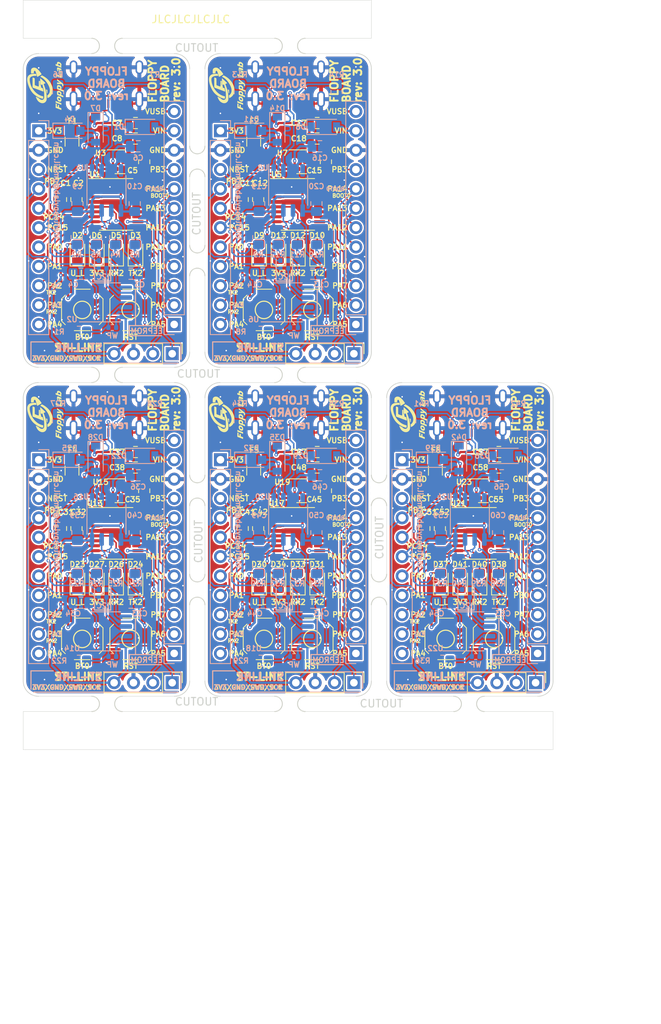
<source format=kicad_pcb>
(kicad_pcb (version 20211014) (generator pcbnew)
  (title_block (title "Floppy board 3.0") (date "2023-02-17") (rev "3.0"))
  (layers (0 "F.Cu" signal) (31 "B.Cu" signal) (34 "B.Paste" user) (35 "F.Paste" user) (36 "B.SilkS" user "B.Silkscreen") (37 "F.SilkS" user "F.Silkscreen") (38 "B.Mask" user) (39 "F.Mask" user) (44 "Edge.Cuts" user))
  (net 0 "")
  (net 1 "+3V3")
  (net 2 "GND")
  (net 3 "NRST")
  (net 4 "PA14{slash}SWCLK{slash}BOOT0")
  (net 5 "VBUS")
  (net 6 "VCC")
  (net 7 "Net-(D2-Pad1)")
  (net 8 "PC15")
  (net 9 "Net-(D3-Pad1)")
  (net 10 "PA2{slash}TX2")
  (net 11 "VDD")
  (net 12 "Net-(D5-Pad1)")
  (net 13 "PA3{slash}RX2")
  (net 14 "Net-(D6-Pad1)")
  (net 15 "Net-(D7-Pad2)")
  (net 17 "Net-(J2-Pad4)")
  (net 18 "/D-")
  (net 19 "/D+")
  (net 21 "Net-(J2-Pad10)")
  (net 22 "PB7")
  (net 23 "PC14")
  (net 24 "PA0")
  (net 25 "PA1")
  (net 26 "PA4")
  (net 27 "PB3")
  (net 28 "PA13{slash}SWDIO")
  (net 29 "PA12")
  (net 30 "PA11")
  (net 31 "PB0")
  (net 32 "PA7")
  (net 33 "PA6")
  (net 34 "PA5")
  (net 35 "Net-(JP1-Pad1)")
  (net 36 "/VUSB")
  (net 37 "Net-(JP2-Pad1)")
  (net 39 "Net-(U2-Pad7)")
  (footprint "LED_SMD:LED_0805_2012Metric_Pad1.15x1.40mm_HandSolder" (layer "F.Cu") (at 121.006159 78.86 90)
    (fp_text reference "D6")
    (fp_text value "3V3_POWER_LED")
  )
  (footprint "LED_SMD:LED_0805_2012Metric_Pad1.15x1.40mm_HandSolder" (layer "F.Cu") (at 147.390159 122.008 90)
    (fp_text reference "D33")
    (fp_text value "RX2")
  )
  (footprint "LED_SMD:LED_0805_2012Metric_Pad1.15x1.40mm_HandSolder" (layer "F.Cu") (at 123.546159 122.008 90)
    (fp_text reference "D26")
    (fp_text value "RX2")
  )
  (footprint "Capacitor_SMD:C_0805_2012Metric_Pad1.18x1.45mm_HandSolder" (layer "F.Cu") (at 140.151159 115.15 -90)
    (fp_text reference "C41")
    (fp_text value "4.7uF")
  )
  (footprint "_MIA footprint:SMD BUTTON 5.1x5.1" (layer "F.Cu") (at 142.945159 129.628 90)
    (fp_text reference "SW10" hide)
    (fp_text value "BOOT0/U_BUTT")
  )
  (footprint "LED_SMD:LED_0805_2012Metric_Pad1.15x1.40mm_HandSolder" (layer "F.Cu") (at 168.694159 122.008 90)
    (fp_text reference "D41")
    (fp_text value "3V3_POWER_LED")
  )
  (footprint "Capacitor_SMD:C_0805_2012Metric_Pad1.18x1.45mm_HandSolder" (layer "F.Cu") (at 116.307159 72.002 -90)
    (fp_text reference "C1")
    (fp_text value "4.7uF")
  )
  (footprint "Capacitor_SMD:C_0805_2012Metric_Pad1.18x1.45mm_HandSolder" (layer "F.Cu") (at 173.774159 105.117)
    (fp_text reference "C57")
    (fp_text value "100nF")
  )
  (footprint "Package_SO:TSSOP-20_4.4x6.5mm_P0.65mm" (layer "F.Cu") (at 123.546159 72.637)
    (fp_text reference "U1")
    (fp_text value "STM32G03xxxxx")
  )
  (footprint "Package_TO_SOT_SMD:SOT-23" (layer "F.Cu") (at 171.742159 110.197)
    (fp_text reference "U23")
    (fp_text value "H7233-1")
  )
  (footprint "Capacitor_SMD:C_0805_2012Metric_Pad1.18x1.45mm_HandSolder" (layer "F.Cu") (at 127.229159 110.197 -90)
    (fp_text reference "C35")
    (fp_text value "1uF")
  )
  (footprint "Connector_PinHeader_2.54mm:PinHeader_1x04_P2.54mm_Vertical" (layer "F.Cu") (at 154.746159 135.375 -90)
    (fp_text reference "J17" hide)
    (fp_text value "st-link")
  )
  (footprint "Capacitor_SMD:C_0805_2012Metric_Pad1.18x1.45mm_HandSolder" (layer "F.Cu") (at 140.151159 72.002 -90)
    (fp_text reference "C11")
    (fp_text value "4.7uF")
  )
  (footprint "Fuse:Fuse_1206_3216Metric_Pad1.42x1.75mm_HandSolder" (layer "F.Cu") (at 141.598959 107.5554 -90)
    (fp_text reference "F5")
    (fp_text value "500mA")
  )
  (footprint "Capacitor_SMD:C_0805_2012Metric_Pad1.18x1.45mm_HandSolder" (layer "F.Cu") (at 163.995159 115.15 -90)
    (fp_text reference "C51")
    (fp_text value "4.7uF")
  )
  (footprint "LED_SMD:LED_0805_2012Metric_Pad1.15x1.40mm_HandSolder" (layer "F.Cu") (at 142.310159 78.86 90)
    (fp_text reference "D9")
    (fp_text value "USER_LED")
  )
  (footprint "Package_TO_SOT_SMD:SOT-23" (layer "F.Cu") (at 147.898159 110.197)
    (fp_text reference "U19")
    (fp_text value "H7233-1")
  )
  (footprint "Panelization:mouse-bite-2mm-slot" (layer "F.Cu") (at 122.354159 95.005)
    (fp_text reference "mouse-bite-2mm-slot" hide)
    (fp_text value "VAL**" hide)
    (fp_arc (start 2 1) (mid 1 0) (end 2 -1) (layer "Edge.Cuts") (width 0.12))
    (fp_arc (start -2 -1) (mid -1 0) (end -2 1) (layer "Edge.Cuts") (width 0.12))
  )
  (footprint "LED_SMD:LED_0805_2012Metric_Pad1.15x1.40mm_HandSolder" (layer "F.Cu") (at 126.086159 78.86 90)
    (fp_text reference "D3")
    (fp_text value "TX2")
  )
  (footprint "Capacitor_SMD:C_0805_2012Metric_Pad1.18x1.45mm_HandSolder" (layer "F.Cu") (at 116.307159 115.15 -90)
    (fp_text reference "C31")
    (fp_text value "4.7uF")
  )
  (footprint "_MIA footprint:USB_C_304A-ACP16X" (layer "F.Cu") (at 174.279159 101.9905 180)
    (fp_text reference "J22" hide)
    (fp_text value "USB-C_304A-ACP16X")
  )
  (footprint "Panelization:mouse-bite-2mm-slot" (layer "F.Cu") (at 134.198159 110.153 90)
    (fp_text reference "mouse-bite-2mm-slot" hide)
    (fp_text value "VAL**" hide)
    (fp_arc (start 2 1) (mid 1 0) (end 2 -1) (layer "Edge.Cuts") (width 0.12))
    (fp_arc (start -2 -1) (mid -1 0) (end -2 1) (layer "Edge.Cuts") (width 0.12))
  )
  (footprint "Capacitor_SMD:C_0805_2012Metric_Pad1.18x1.45mm_HandSolder" (layer "F.Cu") (at 126.086159 64.001)
    (fp_text reference "C8")
    (fp_text value "10uF")
  )
  (footprint "Package_SO:TSSOP-20_4.4x6.5mm_P0.65mm" (layer "F.Cu") (at 147.390159 72.637)
    (fp_text reference "U5")
    (fp_text value "STM32G03xxxxx")
  )
  (footprint "Connector_PinHeader_2.54mm:PinHeader_1x04_P2.54mm_Vertical" (layer "F.Cu") (at 130.902159 135.375 -90)
    (fp_text reference "J13" hide)
    (fp_text value "st-link")
  )
  (footprint "_MIA footprint:USB_C_304A-ACP16X" (layer "F.Cu") (at 126.591159 101.9905 180)
    (fp_text reference "J14" hide)
    (fp_text value "USB-C_304A-ACP16X")
  )
  (footprint "LED_SMD:LED_0805_2012Metric_Pad1.15x1.40mm_HandSolder" (layer "F.Cu") (at 149.930159 78.86 90)
    (fp_text reference "D10")
    (fp_text value "TX2")
  )
  (footprint "_MIA footprint:SMD BUTTON 5.1x5.1" (layer "F.Cu") (at 149.295159 86.48 90)
    (fp_text reference "SW3" hide)
    (fp_text value "RESET_B")
  )
  (footprint "Panelization:mouse-bite-2mm-slot" (layer "F.Cu") (at 169.854159 138.153)
    (fp_text reference "mouse-bite-2mm-slot" hide)
    (fp_text value "VAL**" hide)
    (fp_arc (start 2 1) (mid 1 0) (end 2 -1) (layer "Edge.Cuts") (width 0.12))
    (fp_arc (start -2 -1) (mid -1 0) (end -2 1) (layer "Edge.Cuts") (width 0.12))
  )
  (footprint "Package_SO:TSSOP-20_4.4x6.5mm_P0.65mm" (layer "F.Cu") (at 123.546159 115.785)
    (fp_text reference "U13")
    (fp_text value "STM32G03xxxxx")
  )
  (footprint "Package_SO:TSSOP-20_4.4x6.5mm_P0.65mm" (layer "F.Cu") (at 147.390159 115.785)
    (fp_text reference "U17")
    (fp_text value "STM32G03xxxxx")
  )
  (footprint "_MIA footprint:SMD BUTTON 5.1x5.1" (layer "F.Cu") (at 142.945159 86.48 90)
    (fp_text reference "SW4" hide)
    (fp_text value "BOOT0/U_BUTT")
  )
  (footprint "Panelization:mouse-bite-2mm-slot" (layer "F.Cu") (at 158.042159 110.153 90)
    (fp_text reference "mouse-bite-2mm-slot" hide)
    (fp_text value "VAL**" hide)
    (fp_arc (start 2 1) (mid 1 0) (end 2 -1) (layer "Edge.Cuts") (width 0.12))
    (fp_arc (start -2 -1) (mid -1 0) (end -2 1) (layer "Edge.Cuts") (width 0.12))
  )
  (footprint "_MIA footprint:SMD BUTTON 5.1x5.1" (layer "F.Cu") (at 149.295159 129.628 90)
    (fp_text reference "SW9" hide)
    (fp_text value "RESET_B")
  )
  (footprint "Panelization:mouse-bite-2mm-slot" (layer "F.Cu") (at 146.354159 138.153)
    (fp_text reference "mouse-bite-2mm-slot" hide)
    (fp_text value "VAL**" hide)
    (fp_arc (start 2 1) (mid 1 0) (end 2 -1) (layer "Edge.Cuts") (width 0.12))
    (fp_arc (start -2 -1) (mid -1 0) (end -2 1) (layer "Edge.Cuts") (width 0.12))
  )
  (footprint "Panelization:mouse-bite-2mm-slot" (layer "F.Cu") (at 122.354159 138.153)
    (fp_text reference "mouse-bite-2mm-slot" hide)
    (fp_text value "VAL**" hide)
    (fp_arc (start 2 1) (mid 1 0) (end 2 -1) (layer "Edge.Cuts") (width 0.12))
    (fp_arc (start -2 -1) (mid -1 0) (end -2 1) (layer "Edge.Cuts") (width 0.12))
  )
  (footprint "_MIA footprint:SMD BUTTON 5.1x5.1" (layer "F.Cu") (at 125.451159 86.48 90)
    (fp_text reference "SW1" hide)
    (fp_text value "RESET_B")
  )
  (footprint "Fuse:Fuse_1206_3216Metric_Pad1.42x1.75mm_HandSolder" (layer "F.Cu") (at 141.598959 64.4074 -90)
    (fp_text reference "F2")
    (fp_text value "500mA")
  )
  (footprint "Capacitor_SMD:C_0805_2012Metric_Pad1.18x1.45mm_HandSolder" (layer "F.Cu") (at 118.339159 72.002 -90)
    (fp_text reference "C2")
    (fp_text value "100nF")
  )
  (footprint "Package_SO:TSSOP-20_4.4x6.5mm_P0.65mm" (layer "F.Cu") (at 171.234159 115.785)
    (fp_text reference "U21")
    (fp_text value "STM32G03xxxxx")
  )
  (footprint "LOGO" (layer "F.Cu") (at 162.039359 100.2402 90)
    (fp_text reference "G***5" hide)
    (fp_text value "LOGO" hide)
  )
  (footprint "LED_SMD:LED_0805_2012Metric_Pad1.15x1.40mm_HandSolder" (layer "F.Cu") (at 171.234159 122.008 90)
    (fp_text reference "D40")
    (fp_text value "RX2")
  )
  (footprint "_MIA footprint:USB_C_304A-ACP16X" (layer "F.Cu") (at 150.435159 58.8425 180)
    (fp_text reference "J6" hide)
    (fp_text value "USB-C_304A-ACP16X")
  )
  (footprint "_MIA footprint:SMD BUTTON 5.1x5.1" (layer "F.Cu") (at 119.101159 86.48 90)
    (fp_text reference "SW2" hide)
    (fp_text value "BOOT0/U_BUTT")
  )
  (footprint "Capacitor_SMD:C_0805_2012Metric_Pad1.18x1.45mm_HandSolder" (layer "F.Cu") (at 127.229159 67.049 -90)
    (fp_text reference "C5")
    (fp_text value "1uF")
  )
  (footprint "Capacitor_SMD:C_0805_2012Metric_Pad1.18x1.45mm_HandSolder" (layer "F.Cu") (at 126.086159 61.969)
    (fp_text reference "C7")
    (fp_text value "100nF")
  )
  (footprint "LED_SMD:LED_0805_2012Metric_Pad1.15x1.40mm_HandSolder" (layer "F.Cu") (at 118.466159 78.86 90)
    (fp_text reference "D2")
    (fp_text value "USER_LED")
  )
  (footprint "Fuse:Fuse_1206_3216Metric_Pad1.42x1.75mm_HandSolder" (layer "F.Cu") (at 117.754959 107.5554 -90)
    (fp_text reference "F4")
    (fp_text value "500mA")
  )
  (footprint "Connector_PinHeader_2.54mm:PinHeader_1x04_P2.54mm_Vertical" (layer "F.Cu") (at 178.590159 135.375 -90)
    (fp_text reference "J21" hide)
    (fp_text value "st-link")
  )
  (footprint "Panelization:mouse-bite-2mm-slot" (layer "F.Cu") (at 134.198159 67.005 90)
    (fp_text reference "mouse-bite-2mm-slot" hide)
    (fp_text value "VAL**" hide)
    (fp_arc (start 2 1) (mid 1 0) (end 2 -1) (layer "Edge.Cuts") (width 0.12))
    (fp_arc (start -2 -1) (mid -1 0) (end -2 1) (layer "Edge.Cuts") (width 0.12))
  )
  (footprint "Capacitor_SMD:C_0805_2012Metric_Pad1.18x1.45mm_HandSolder" (layer "F.Cu") (at 151.073159 67.049 -90)
    (fp_text reference "C15")
    (fp_text value "1uF")
  )
  (footprint "LED_SMD:LED_0805_2012Metric_Pad1.15x1.40mm_HandSolder" (layer "F.Cu") (at 121.006159 122.008 90)
    (fp_text reference "D27")
    (fp_text value "3V3_POWER_LED")
  )
  (footprint "Capacitor_SMD:C_0805_2012Metric_Pad1.18x1.45mm_HandSolder" (layer "F.Cu") (at 149.930159 105.117)
    (fp_text reference "C47")
    (fp_text value "100nF")
  )
  (footprint "Package_TO_SOT_SMD:SOT-23" (layer "F.Cu") (at 124.054159 67.049)
    (fp_text reference "U3")
    (fp_text value "H7233-1")
  )
  (footprint "LED_SMD:LED_0805_2012Metric_Pad1.15x1.40mm_HandSolder" (layer "F.Cu") (at 123.546159 78.86 90)
    (fp_text reference "D5")
    (fp_text value "RX2")
  )
  (footprint "LED_SMD:LED_0805_2012Metric_Pad1.15x1.40mm_HandSolder" (layer "F.Cu") (at 149.930159 122.008 90)
    (fp_text reference "D31")
    (fp_text value "TX2")
  )
  (footprint "_MIA footprint:USB_C_304A-ACP16X" (layer "F.Cu") (at 126.591159 58.8425 180)
    (fp_text reference "J2" hide)
    (fp_text value "USB-C_304A-ACP16X")
  )
  (footprint "Capacitor_SMD:C_0805_2012Metric_Pad1.18x1.45mm_HandSolder" (layer "F.Cu") (at 142.183159 115.15 -90)
    (fp_text reference "C42")
    (fp_text value "100nF")
  )
  (footprint "Package_TO_SOT_SMD:SOT-23" (layer "F.Cu") (at 147.898159 67.049)
    (fp_text reference "U7")
    (fp_text value "H7233-1")
  )
  (footprint "Capacitor_SMD:C_0805_2012Metric_Pad1.18x1.45mm_HandSolder" (layer "F.Cu") (at 118.339159 115.15 -90)
    (fp_text reference "C32")
    (fp_text value "100nF")
  )
  (footprint "LED_SMD:LED_0805_2012Metric_Pad1.15x1.40mm_HandSolder" (layer "F.Cu") (at 126.086159 122.008 90)
    (fp_text reference "D24")
    (fp_text value "TX2")
  )
  (footprint "Capacitor_SMD:C_0805_2012Metric_Pad1.18x1.45mm_HandSolder" (layer "F.Cu") (at 173.774159 107.149)
    (fp_text reference "C58")
    (fp_text value "10uF")
  )
  (footprint "Panelization:mouse-bite-2mm-slot" (layer "F.Cu") (at 146.354159 95.005)
    (fp_text reference "mouse-bite-2mm-slot" hide)
    (fp_text value "VAL**" hide)
    (fp_arc (start 2 1) (mid 1 0) (end 2 -1) (layer "Edge.Cuts") (width 0.12))
    (fp_arc (start -2 -1) (mid -1 0) (end -2 1) (layer "Edge.Cuts") (width 0.12))
  )
  (footprint "LED_SMD:LED_0805_2012Metric_Pad1.15x1.40mm_HandSolder" (layer "F.Cu") (at 144.850159 122.008 90)
    (fp_text reference "D34")
    (fp_text value "3V3_POWER_LED")
  )
  (footprint "_MIA footprint:SMD BUTTON 5.1x5.1" (layer "F.Cu") (at 125.451159 129.628 90)
    (fp_text reference "SW7" hide)
    (fp_text value "RESET_B")
  )
  (footprint "Capacitor_SMD:C_0805_2012Metric_Pad1.18x1.45mm_HandSolder" (layer "F.Cu") (at 174.917159 110.197 -90)
    (fp_text reference "C55")
    (fp_text value "1uF")
  )
  (footprint "Capacitor_SMD:C_0805_2012Metric_Pad1.18x1.45mm_HandSolder" (layer "F.Cu") (at 142.183159 72.002 -90)
    (fp_text reference "C12")
    (fp_text value "100nF")
  )
  (footprint "Panelization:mouse-bite-2mm-slot" (layer "F.Cu") (at 134.198159 123.153 90)
    (fp_text reference "mouse-bite-2mm-slot" hide)
    (fp_text value "VAL**" hide)
    (fp_arc (start 2 1) (mid 1 0) (end 2 -1) (layer "Edge.Cuts") (width 0.12))
    (fp_arc (start -2 -1) (mid -1 0) (end -2 1) (layer "Edge.Cuts") (width 0.12))
  )
  (footprint "LOGO" (layer "F.Cu") (at 138.195359 57.0922 90)
    (fp_text reference "G***1" hide)
    (fp_text value "LOGO" hide)
  )
  (footprint "Connector_PinHeader_2.54mm:PinHeader_1x04_P2.54mm_Vertical" (layer "F.Cu") (at 130.902159 92.227 -90)
    (fp_text reference "J1" hide)
    (fp_text value "st-link")
  )
  (footprint "Capacitor_SMD:C_0805_2012Metric_Pad1.18x1.45mm_HandSolder" (layer "F.Cu") (at 126.086159 105.117)
    (fp_text reference "C37")
    (fp_text value "100nF")
  )
  (footprint "LOGO" (layer "F.Cu") (at 114.351359 100.2402 90)
    (fp_text reference "G***3" hide)
    (fp_text value "LOGO" hide)
  )
  (footprint "Capacitor_SMD:C_0805_2012Metric_Pad1.18x1.45mm_HandSolder" (layer "F.Cu") (at 149.930159 64.001)
    (fp_text reference "C18")
    (fp_text value "10uF")
  )
  (footprint "LED_SMD:LED_0805_2012Metric_Pad1.15x1.40mm_HandSolder" (layer "F.Cu") (at 166.154159 122.008 90)
    (fp_text reference "D37")
    (fp_text value "USER_LED")
  )
  (footprint "Capacitor_SMD:C_0805_2012Metric_Pad1.18x1.45mm_HandSolder" (layer "F.Cu") (at 149.930159 61.969)
    (fp_text reference "C17")
    (fp_text value "100nF")
  )
  (footprint "LED_SMD:LED_0805_2012Metric_Pad1.15x1.40mm_HandSolder" (layer "F.Cu") (at 118.466159 122.008 90)
    (fp_text reference "D23")
    (fp_text value "USER_LED")
  )
  (footprint "Panelization:mouse-bite-2mm-slot" (layer "F.Cu") (at 158.042159 123.153 90)
    (fp_text reference "mouse-bite-2mm-slot" hide)
    (fp_text value "VAL**" hide)
    (fp_arc (start 2 1) (mid 1 0) (end 2 -1) (layer "Edge.Cuts") (width 0.12))
    (fp_arc (start -2 -1) (mid -1 0) (end -2 1) (layer "Edge.Cuts") (width 0.12))
  )
  (footprint "LOGO" (layer "F.Cu") (at 114.351359 57.0922 90)
    (fp_text reference "G***" hide)
    (fp_text value "LOGO" hide)
  )
  (footprint "Capacitor_SMD:C_0805_2012Metric_Pad1.18x1.45mm_HandSolder" (layer "F.Cu") (at 126.086159 107.149)
    (fp_text reference "C38")
    (fp_text value "10uF")
  )
  (footprint "Fuse:Fuse_1206_3216Metric_Pad1.42x1.75mm_HandSolder" (layer "F.Cu") (at 117.754959 64.4074 -90)
    (fp_text reference "F1")
    (fp_text value "500mA")
  )
  (footprint "LED_SMD:LED_0805_2012Metric_Pad1.15x1.40mm_HandSolder" (layer "F.Cu") (at 147.390159 78.86 90)
    (fp_text reference "D12")
    (fp_text value "RX2")
  )
  (footprint "_MIA footprint:SMD BUTTON 5.1x5.1" (layer "F.Cu") (at 166.789159 129.628 90)
    (fp_text reference "SW12" hide)
    (fp_text value "BOOT0/U_BUTT")
  )
  (footprint "_MIA footprint:SMD BUTTON 5.1x5.1" (layer "F.Cu") (at 119.101159 129.628 90)
    (fp_text reference "SW8" hide)
    (fp_text value "BOOT0/U_BUTT")
  )
  (footprint "Package_TO_SOT_SMD:SOT-23" (layer "F.Cu") (at 124.054159 110.197)
    (fp_text reference "U15")
    (fp_text value "H7233-1")
  )
  (footprint "_MIA footprint:SMD BUTTON 5.1x5.1" (layer "F.Cu") (at 173.139159 129.628 90)
    (fp_text reference "SW11" hide)
    (fp_text value "RESET_B")
  )
  (footprint "Fuse:Fuse_1206_3216Metric_Pad1.42x1.75mm_HandSolder" (layer "F.Cu") (at 165.442959 107.5554 -90)
    (fp_text reference "F6")
    (fp_text value "500mA")
  )
  (footprint "Panelization:mouse-bite-2mm-slot" (layer "F.Cu") (at 146.354159 51.857)
    (fp_text reference "mouse-bite-2mm-slot" hide)
    (fp_text value "VAL**" hide)
    (fp_arc (start 2 1) (mid 1 0) (end 2 -1) (layer "Edge.Cuts") (width 0.12))
    (fp_arc (start -2 -1) (mid -1 0) (end -2 1) (layer "Edge.Cuts") (width 0.12))
  )
  (footprint "Connector_PinHeader_2.54mm:PinHeader_1x04_P2.54mm_Vertical" (layer "F.Cu") (at 154.746159 92.227 -90)
    (fp_text reference "J5" hide)
    (fp_text value "st-link")
  )
  (footprint "Panelization:mouse-bite-2mm-slot" (layer "F.Cu") (at 134.198159 80.005 90)
    (fp_text reference "mouse-bite-2mm-slot" hide)
    (fp_text value "VAL**" hide)
    (fp_arc (start 2 1) (mid 1 0) (end 2 -1) (layer "Edge.Cuts") (width 0.12))
    (fp_arc (start -2 -1) (mid -1 0) (end -2 1) (layer "Edge.Cuts") (width 0.12))
  )
  (footprint "Capacitor_SMD:C_0805_2012Metric_Pad1.18x1.45mm_HandSolder" (layer "F.Cu") (at 151.073159 110.197 -90)
    (fp_text reference "C45")
    (fp_text value "1uF")
  )
  (footprint "Capacitor_SMD:C_0805_2012Metric_Pad1.18x1.45mm_HandSolder" (layer "F.Cu") (at 166.027159 115.15 -90)
    (fp_text reference "C52")
    (fp_text value "100nF")
  )
  (footprint "Capacitor_SMD:C_0805_2012Metric_Pad1.18x1.45mm_HandSolder" (layer "F.Cu") (at 149.930159 107.149)
    (fp_text reference "C48")
    (fp_text value "10uF")
  )
  (footprint "LOGO" (layer "F.Cu") (at 138.195359 100.2402 90)
    (fp_text reference "G***4" hide)
    (fp_text value "LOGO" hide)
  )
  (footprint "_MIA footprint:USB_C_304A-ACP16X" (layer "F.Cu") (at 150.435159 101.9905 180)
    (fp_text reference "J18" hide)
    (fp_text value "USB-C_304A-ACP16X")
  )
  (footprint "LED_SMD:LED_0805_2012Metric_Pad1.15x1.40mm_HandSolder" (layer "F.Cu") (at 173.774159 122.008 90)
    (fp_text reference "D38")
    (fp_text value "TX2")
  )
  (footprint "LED_SMD:LED_0805_2012Metric_Pad1.15x1.40mm_HandSolder" (layer "F.Cu") (at 142.310159 122.008 90)
    (fp_text reference "D30")
    (fp_text value "USER_LED")
  )
  (footprint "Panelization:mouse-bite-2mm-slot" (layer "F.Cu") (at 122.354159 51.857)
    (fp_text reference "mouse-bite-2mm-slot" hide)
    (fp_text value "VAL**" hide)
    (fp_arc (start 2 1) (mid 1 0) (end 2 -1) (layer "Edge.Cuts") (width 0.12))
    (fp_arc (start -2 -1) (mid -1 0) (end -2 1) (layer "Edge.Cuts") (width 0.12))
  )
  (footprint "LED_SMD:LED_0805_2012Metric_Pad1.15x1.40mm_HandSolder" (layer "F.Cu") (at 144.850159 78.86 90)
    (fp_text reference "D13")
    (fp_text value "3V3_POWER_LED")
  )
  (footprint "Connector_PinHeader_2.54mm:PinHeader_1x12_P2.54mm_Vertical" (layer "B.Cu") (at 131.166159 88.385)
    (fp_text reference "J4" hide)
    (fp_text value "I/0 DX")
  )
  (footprint "Resistor_SMD:R_0805_2012Metric_Pad1.20x1.40mm_HandSolder" (layer "B.Cu") (at 144.748559 120.0856 -90)
    (fp_text reference "R33")
    (fp_text value "1k")
  )
  (footprint "Diode_SMD:D_SOD-123F" (layer "B.Cu") (at 117.450159 62.985)
    (fp_text reference "D4")
    (fp_text value "SD103AW")
  )
  (footprint "Connector_PinHeader_2.54mm:PinHeader_1x11_P2.54mm_Vertical" (layer "B.Cu") (at 137.230159 106.133 180)
    (fp_text reference "J19" hide)
    (fp_text value "I/O SX")
  )
  (footprint "Resistor_SMD:R_0402_1005Metric" (layer "B.Cu") (at 145.612159 81.019 180)
    (fp_text reference "JP5" hide)
    (fp_text value "SCL_JP")
  )
  (footprint "Capacitor_SMD:C_0805_2012Metric_Pad1.18x1.45mm_HandSolder" (layer "B.Cu") (at 173.164559 124.8782 180)
    (fp_text reference "C53")
    (fp_text value "100nF")
  )
  (footprint "Resistor_SMD:R_0805_2012Metric_Pad1.20x1.40mm_HandSolder" (layer "B.Cu") (at 123.444559 120.0856 90)
    (fp_text reference "R25")
    (fp_text value "1K")
  )
  (footprint "Resistor_SMD:R_0805_2012Metric_Pad1.20x1.40mm_HandSolder" (layer "B.Cu") (at 147.288559 120.0856 90)
    (fp_text reference "R32")
    (fp_text value "1K")
  )
  (footprint "Resistor_SMD:R_0805_2012Metric_Pad1.20x1.40mm_HandSolder" (layer "B.Cu") (at 142.208559 120.0856 90)
    (fp_text reference "R30")
    (fp_text value "1K")
  )
  (footprint "Resistor_SMD:R_0402_1005Metric" (layer "B.Cu") (at 145.612159 80.003 180)
    (fp_text reference "JP4" hide)
    (fp_text value "SDA_JP")
  )
  (footprint "Resistor_SMD:R_0402_1005Metric" (layer "B.Cu") (at 121.768159 81.019 180)
    (fp_text reference "JP2" hide)
    (fp_text value "SCL_JP")
  )
  (footprint "Diode_SMD:D_SOD-123F" (layer "B.Cu") (at 141.294159 62.985)
    (fp_text reference "D11")
    (fp_text value "SD103AW")
  )
  (footprint "Capacitor_SMD:C_0805_2012Metric_Pad1.18x1.45mm_HandSolder" (layer "B.Cu") (at 142.310159 72.5354 90)
    (fp_text reference "C19")
    (fp_text value "100nF")
  )
  (footprint "Diode_SMD:D_SOD-123" (layer "B.Cu") (at 144.697759 62.8326 -90)
    (fp_text reference "D14")
    (fp_text value "SD103AW")
  )
  (footprint "Resistor_SMD:R_0402_1005Metric" (layer "B.Cu") (at 123.038159 88.7914)
    (fp_text reference "JP3" hide)
    (fp_text value "WP_JP")
  )
  (footprint "Resistor_SMD:R_0805_2012Metric_Pad1.20x1.40mm_HandSolder" (layer "B.Cu") (at 128.626159 57.889 -90)
    (fp_text reference "R7")
    (fp_text value "5.1k")
  )
  (footprint "Resistor_SMD:R_0805_2012Metric_Pad1.20x1.40mm_HandSolder" (layer "B.Cu") (at 152.470159 57.889 -90)
    (fp_text reference "R14")
    (fp_text value "5.1k")
  )
  (footprint "Package_SO:SOP-8_3.9x4.9mm_P1.27mm" (layer "B.Cu") (at 169.862559 128.6374)
    (fp_text reference "U22")
    (fp_text value "AT24C32")
  )
  (footprint "Resistor_SMD:R_0402_1005Metric" (layer "B.Cu") (at 121.768159 124.167 180)
    (fp_text reference "JP11" hide)
    (fp_text value "SCL_JP")
  )
  (footprint "Capacitor_SMD:C_0805_2012Metric_Pad1.18x1.45mm_HandSolder" (layer "B.Cu") (at 150.285759 65.017)
    (fp_text reference "C16")
    (fp_text value "1uF")
  )
  (footprint "Resistor_SMD:R_0805_2012Metric_Pad1.20x1.40mm_HandSolder" (layer "B.Cu") (at 171.132559 120.0856 90)
    (fp_text reference "R39")
    (fp_text value "1K")
  )
  (footprint "Resistor_SMD:R_0402_1005Metric" (layer "B.Cu") (at 123.038159 131.9394)
    (fp_text reference "JP12" hide)
    (fp_text value "WP_JP")
  )
  (footprint "Resistor_SMD:R_0805_2012Metric_Pad1.20x1.40mm_HandSolder" (layer "B.Cu") (at 166.052559 120.0856 90)
    (fp_text reference "R37")
    (fp_text value "1K")
  )
  (footprint "Package_SO:SOP-8_3.9x4.9mm_P1.27mm" (layer "B.Cu") (at 146.018559 128.6374)
    (fp_text reference "U18")
    (fp_text value "AT24C32")
  )
  (footprint "Diode_SMD:D_SOD-123" (layer "B.Cu") (at 126.976159 62.477)
    (fp_text reference "D1")
    (fp_text value "SD103AW")
  )
  (footprint "Capacitor_SMD:C_0805_2012Metric_Pad1.18x1.45mm_HandSolder" (layer "B.Cu") (at 125.984559 72.5354 90)
    (fp_text reference "C10")
    (fp_text value "100nF")
  )
  (footprint "Package_SO:SOP-8_3.9x4.9mm_P1.27mm" (layer "B.Cu") (at 122.174559 128.6374)
    (fp_text reference "U14")
    (fp_text value "AT24C32")
  )
  (footprint "Package_SO:SOP-8_3.9x4.9mm_P1.27mm" (layer "B.Cu") (at 146.018559 85.4894)
    (fp_text reference "U6")
    (fp_text value "AT24C32")
  )
  (footprint "Capacitor_SMD:C_0805_2012Metric_Pad1.18x1.45mm_HandSolder" (layer "B.Cu") (at 173.672559 115.6834 90)
    (fp_text reference "C60")
    (fp_text value "100nF")
  )
  (footprint "Capacitor_SMD:C_0805_2012Metric_Pad1.18x1.45mm_HandSolder" (layer "B.Cu") (at 174.129759 108.165)
    (fp_text reference "C56")
    (fp_text value "1uF")
  )
  (footprint "Resistor_SMD:R_0805_2012Metric_Pad1.20x1.40mm_HandSolder" (layer "B.Cu") (at 139.770159 57.921 90)
    (fp_text reference "R13")
    (fp_text value "5.1k")
  )
  (footprint "Diode_SMD:D_SOD-123" (layer "B.Cu") (at 150.820159 62.477)
    (fp_text reference "D8")
    (fp_text value "SD103AW")
  )
  (footprint "Resistor_SMD:R_0805_2012Metric_Pad1.20x1.40mm_HandSolder" (layer "B.Cu") (at 115.926159 101.069 90)
    (fp_text reference "R27")
    (fp_text value "5.1k")
  )
  (footprint "Resistor_SMD:R_0805_2012Metric_Pad1.20x1.40mm_HandSolder" (layer "B.Cu") (at 147.288559 76.9376 90)
    (fp_text reference "R11")
    (fp_text value "1K")
  )
  (footprint "Capacitor_SMD:C_0805_2012Metric_Pad1.18x1.45mm_HandSolder" (layer "B.Cu") (at 166.154159 115.6834 90)
    (fp_text reference "C59")
    (fp_text value "100nF")
  )
  (footprint "Resistor_SMD:R_0805_2012Metric_Pad1.20x1.40mm_HandSolder" (layer "B.Cu") (at 166.357359 132.4982 180)
    (fp_text reference "R36")
    (fp_text value "10k")
  )
  (footprint "Capacitor_SMD:C_0805_2012Metric_Pad1.18x1.45mm_HandSolder" (layer "B.Cu") (at 118.466159 115.6834 90)
    (fp_text reference "C39")
    (fp_text value "100nF")
  )
  (footprint "Resistor_SMD:R_0402_1005Metric" (layer "B.Cu") (at 145.612159 124.167 180)
    (fp_text reference "JP14" hide)
    (fp_text value "SCL_JP")
  )
  (footprint "Resistor_SMD:R_0805_2012Metric_Pad1.20x1.40mm_HandSolder" (layer "B.Cu") (at 176.314159 101.037 -90)
    (fp_text reference "R42")
    (fp_text value "5.1k")
  )
  (footprint "Diode_SMD:D_SOD-123F" (layer "B.Cu") (at 141.294159 106.133)
    (fp_text reference "D32")
    (fp_text value "SD103AW")
  )
  (footprint "Resistor_SMD:R_0402_1005Metric" (layer "B.Cu") (at 146.882159 88.7914)
    (fp_text reference "JP6" hide)
    (fp_text value "WP_JP")
  )
  (footprint "Capacitor_SMD:C_0805_2012Metric_Pad1.18x1.45mm_HandSolder" (layer "B.Cu") (at 118.466159 72.5354 90)
    (fp_text reference "C9")
    (fp_text value "100nF")
  )
  (footprint "Resistor_SMD:R_0805_2012Metric_Pad1.20x1.40mm_HandSolder" (layer "B.Cu") (at 152.470159 101.037 -90)
    (fp_text reference "R35")
    (fp_text value "5.1k")
  )
  (footprint "Capacitor_SMD:C_0805_2012Metric_Pad1.18x1.45mm_HandSolder" (layer "B.Cu") (at 118.923359 124.8782 180)
    (fp_text reference "C34")
    (fp_text value "100nF")
  )
  (footprint "Package_SO:SOP-8_3.9x4.9mm_P1.27mm" (layer "B.Cu") (at 122.174559 85.4894)
    (fp_text reference "U2")
    (fp_text value "AT24C32")
  )
  (footprint "Resistor_SMD:R_0402_1005Metric" (layer "B.Cu") (at 169.456159 123.151 180)
    (fp_text reference "JP16" hide)
    (fp_text value "SDA_JP")
  )
  (footprint "Diode_SMD:D_SOD-123" (layer "B.Cu") (at 144.697759 105.9806 -90)
    (fp_text reference "D35")
    (fp_text value "SD103AW")
  )
  (footprint "Capacitor_SMD:C_0805_2012Metric_Pad1.18x1.45mm_HandSolder" (layer "B.Cu") (at 149.320559 81.7302 180)
    (fp_text reference "C13")
    (fp_text value "100nF")
  )
  (footprint "Capacitor_SMD:C_0805_2012Metric_Pad1.18x1.45mm_HandSolder" (layer "B.Cu") (at 149.828559 115.6834 90)
    (fp_text reference "C50")
    (fp_text value "100nF")
  )
  (footprint "Capacitor_SMD:C_0805_2012Metric_Pad1.18x1.45mm_HandSolder" (layer "B.Cu") (at 149.828559 72.5354 90)
    (fp_text reference "C20")
    (fp_text value "100nF")
  )
  (footprint "Diode_SMD:D_SOD-123" (layer "B.Cu") (at 120.853759 105.9806 -90)
    (fp_text reference "D28")
    (fp_text value "SD103AW")
  )
  (footprint "Resistor_SMD:R_0805_2012Metric_Pad1.20x1.40mm_HandSolder" (layer "B.Cu") (at 139.770159 101.069 90)
    (fp_text reference "R34")
    (fp_text value "5.1k")
  )
  (footprint "Capacitor_SMD:C_0805_2012Metric_Pad1.18x1.45mm_HandSolder" (layer "B.Cu") (at 126.441759 108.165)
    (fp_text reference "C36")
    (fp_text value "1uF")
  )
  (footprint "Diode_SMD:D_SOD-123" (layer "B.Cu") (at 126.976159 105.625)
    (fp_text reference "D22")
    (fp_text value "SD103AW")
  )
  (footprint "Resistor_SMD:R_0805_2012Metric_Pad1.20x1.40mm_HandSolder" (layer "B.Cu") (at 120.904559 76.9376 -90)
    (fp_text reference "R5")
    (fp_text value "1k")
  )
  (footprint "Capacitor_SMD:C_0805_2012Metric_Pad1.18x1.45mm_HandSolder" (layer "B.Cu") (at 125.476559 124.8782 180)
    (fp_text reference "C33")
    (fp_text value "100nF")
  )
  (footprint "Resistor_SMD:R_0805_2012Metric_Pad1.20x1.40mm_HandSolder" (layer "B.Cu") (at 118.669359 89.3502 180)
    (fp_text reference "R1")
    (fp_text value "10k")
  )
  (footprint "Connector_PinHeader_2.54mm:PinHeader_1x12_P2.54mm_Vertical" (layer "B.Cu") (at 155.010159 131.533)
    (fp_text reference "J20" hide)
    (fp_text value "I/0 DX")
  )
  (footprint "Resistor_SMD:R_0805_2012Metric_Pad1.20x1.40mm_HandSolder" (layer "B.Cu") (at 128.626159 101.037 -90)
    (fp_text reference "R28")
    (fp_text value "5.1k")
  )
  (footprint "Resistor_SMD:R_0805_2012Metric_Pad1.20x1.40mm_HandSolder" (layer "B.Cu") (at 118.364559 120.0856 90)
    (fp_text reference "R23")
    (fp_text value "1K")
  )
  (footprint "Resistor_SMD:R_0805_2012Metric_Pad1.20x1.40mm_HandSolder" (layer "B.Cu") (at 142.513359 89.3502 180)
    (fp_text reference "R8")
    (fp_text value "10k")
  )
  (footprint "Package_SO:SOP-8_3.9x4.9mm_P1.27mm" (layer "B.Cu") (at 122.276159 70.8082 -90)
    (fp_text reference "U4")
    (fp_text value "CH340N")
  )
  (footprint "Connector_PinHeader_2.54mm:PinHeader_1x12_P2.54mm_Vertical" (layer "B.Cu") (at 178.854159 131.533)
    (fp_text reference "J24" hide)
    (fp_text value "I/0 DX")
  )
  (footprint "Resistor_SMD:R_0805_2012Metric_Pad1.20x1.40mm_HandSolder" (layer "B.Cu") (at 144.748559 76.9376 -90)
    (fp_text reference "R12")
    (fp_text value "1k")
  )
  (footprint "Resistor_SMD:R_0805_2012Metric_Pad1.20x1.40mm_HandSolder" (layer "B.Cu") (at 173.672559 120.0856 90)
    (fp_text reference "R38")
    (fp_text value "1K")
  )
  (footprint "Diode_SMD:D_SOD-123F" (layer "B.Cu") (at 117.450159 106.133)
    (fp_text reference "D25")
    (fp_text value "SD103AW")
  )
  (footprint "Capacitor_SMD:C_0805_2012Metric_Pad1.18x1.45mm_HandSolder" (layer "B.Cu") (at 125.476559 81.7302 180)
    (fp_text reference "C3")
    (fp_text value "100nF")
  )
  (footprint "Capacitor_SMD:C_0805_2012Metric_Pad1.18x1.45mm_HandSolder" (layer "B.Cu") (at 149.320559 124.8782 180)
    (fp_text reference "C43")
    (fp_text value "100nF")
  )
  (footprint "Resistor_SMD:R_0402_1005Metric" (layer "B.Cu") (at 169.456159 124.167 180)
    (fp_text reference "JP17" hide)
    (fp_text value "SCL_JP")
  )
  (footprint "Resistor_SMD:R_0805_2012Metric_Pad1.20x1.40mm_HandSolder" (layer "B.Cu") (at 115.926159 57.921 90)
    (fp_text reference "R6")
    (fp_text value "5.1k")
  )
  (footprint "Capacitor_SMD:C_0805_2012Metric_Pad1.18x1.45mm_HandSolder" (layer "B.Cu") (at 125.984559 115.6834 90)
    (fp_text reference "C40")
    (fp_text value "100nF")
  )
  (footprint "Capacitor_SMD:C_0805_2012Metric_Pad1.18x1.45mm_HandSolder" (layer "B.Cu") (at 126.441759 65.017)
    (fp_text reference "C6")
    (fp_text value "1uF")
  )
  (footprint "Resistor_SMD:R_0805_2012Metric_Pad1.20x1.40mm_HandSolder" (layer "B.Cu") (at 125.984559 120.0856 90)
    (fp_text reference "R24")
    (fp_text value "1K")
  )
  (footprint "Resistor_SMD:R_0402_1005Metric" (layer "B.Cu") (at 121.768159 123.151 180)
    (fp_text reference "JP10" hide)
    (fp_text value "SDA_JP")
  )
  (footprint "Package_SO:SOP-8_3.9x4.9mm_P1.27mm" (layer "B.Cu") (at 146.120159 70.8082 -90)
    (fp_text reference "U8")
    (fp_text value "CH340N")
  )
  (footprint "Resistor_SMD:R_0805_2012Metric_Pad1.20x1.40mm_HandSolder" (layer "B.Cu") (at 118.669359 132.4982 180)
    (fp_text reference "R22")
    (fp_text value "10k")
  )
  (footprint "Resistor_SMD:R_0805_2012Metric_Pad1.20x1.40mm_HandSolder" (layer "B.Cu") (at 142.208559 76.9376 90)
    (fp_text reference "R9")
    (fp_text value "1K")
  )
  (footprint "Resistor_SMD:R_0805_2012Metric_Pad1.20x1.40mm_HandSolder" (layer "B.Cu") (at 149.828559 76.9376 90)
    (fp_text reference "R10")
    (fp_text value "1K")
  )
  (footprint "Diode_SMD:D_SOD-123" (layer "B.Cu") (at 174.664159 105.625)
    (fp_text reference "D36")
    (fp_text value "SD103AW")
  )
  (footprint "Resistor_SMD:R_0805_2012Metric_Pad1.20x1.40mm_HandSolder" (layer "B.Cu") (at 118.364559 76.9376 90)
    (fp_text reference "R2")
    (fp_text value "1K")
  )
  (footprint "Connector_PinHeader_2.54mm:PinHeader_1x11_P2.54mm_Vertical" (layer "B.Cu") (at 113.386159 62.985 180)
    (fp_text reference "J3" hide)
    (fp_text value "I/O SX")
  )
  (footprint "Diode_SMD:D_SOD-123" (layer "B.Cu") (at 150.820159 105.625)
    (fp_text reference "D29")
    (fp_text value "SD103AW")
  )
  (footprint "Resistor_SMD:R_0805_2012Metric_Pad1.20x1.40mm_HandSolder" (layer "B.Cu") (at 123.444559 76.9376 90)
    (fp_text reference "R4")
    (fp_text value "1K")
  )
  (footprint "Resistor_SMD:R_0805_2012Metric_Pad1.20x1.40mm_HandSolder" (layer "B.Cu") (at 149.828559 120.0856 90)
    (fp_text reference "R31")
    (fp_text value "1K")
  )
  (footprint "Connector_PinHeader_2.54mm:PinHeader_1x11_P2.54mm_Vertical" (layer "B.Cu") (at 161.074159 106.133 180)
    (fp_text reference "J23" hide)
    (fp_text value "I/O SX")
  )
  (footprint "Resistor_SMD:R_0402_1005Metric" (layer "B.Cu") (at 146.882159 131.9394)
    (fp_text reference "JP15" hide)
    (fp_text value "WP_JP")
  )
  (footprint "Connector_PinHeader_2.54mm:PinHeader_1x12_P2.54mm_Vertical" (layer "B.Cu") (at 131.166159 131.533)
    (fp_text reference "J16" hide)
    (fp_text value "I/0 DX")
  )
  (footprint "Diode_SMD:D_SOD-123F" (layer "B.Cu") (at 165.138159 106.133)
    (fp_text reference "D39")
    (fp_text value "SD103AW")
  )
  (footprint "Capacitor_SMD:C_0805_2012Metric_Pad1.18x1.45mm_HandSolder" (layer "B.Cu") (at 166.611359 124.8782 180)
    (fp_text reference "C54")
    (fp_text value "100nF")
  )
  (footprint "Diode_SMD:D_SOD-123" (layer "B.Cu") (at 120.853759 62.8326 -90)
    (fp_text reference "D7")
    (fp_text value "SD103AW")
  )
  (footprint "Resistor_SMD:R_0805_2012Metric_Pad1.20x1.40mm_HandSolder" (layer "B.Cu") (at 163.614159 101.069 90)
    (fp_text reference "R41")
    (fp_text value "5.1k")
  )
  (footprint "Resistor_SMD:R_0402_1005Metric" (layer "B.Cu") (at 145.612159 123.151 180)
    (fp_text reference "JP13" hide)
    (fp_text value "SDA_JP")
  )
  (footprint "Connector_PinHeader_2.54mm:PinHeader_1x12_P2.54mm_Vertical" (layer "B.Cu") (at 155.010159 88.385)
    (fp_text reference "J8" hide)
    (fp_text value "I/0 DX")
  )
  (footprint "Capacitor_SMD:C_0805_2012Metric_Pad1.18x1.45mm_HandSolder" (layer "B.Cu") (at 142.767359 81.7302 180)
    (fp_text reference "C14")
    (fp_text value "100nF")
  )
  (footprint "Connector_PinHeader_2.54mm:PinHeader_1x11_P2.54mm_Vertical" (layer "B.Cu") (at 137.230159 62.985 180)
    (fp_text reference "J7" hide)
    (fp_text value "I/O SX")
  )
  (footprint "Resistor_SMD:R_0402_1005Metric" (layer "B.Cu") (at 121.768159 80.003 180)
    (fp_text reference "JP1" hide)
    (fp_text value "SDA_JP")
  )
  (footprint "Capacitor_SMD:C_0805_2012Metric_Pad1.18x1.45mm_HandSolder" (layer "B.Cu") (at 118.923359 81.7302 180)
    (fp_text reference "C4")
    (fp_text value "100nF")
  )
  (footprint "Connector_PinHeader_2.54mm:PinHeader_1x11_P2.54mm_Vertical" (layer "B.Cu") (at 113.386159 106.133 180)
    (fp_text reference "J15" hide)
    (fp_text value "I/O SX")
  )
  (footprint "Capacitor_SMD:C_0805_2012Metric_Pad1.18x1.45mm_HandSolder" (layer "B.Cu") (at 142.310159 115.6834 90)
    (fp_text reference "C49")
    (fp_text value "100nF")
  )
  (footprint "Package_SO:SOP-8_3.9x4.9mm_P1.27mm" (layer "B.Cu") (at 122.276159 113.9562 -90)
    (fp_text reference "U16")
    (fp_text value "CH340N")
  )
  (footprint "Resistor_SMD:R_0805_2012Metric_Pad1.20x1.40mm_HandSolder" (layer "B.Cu") (at 125.984559 76.9376 90)
    (fp_text reference "R3")
    (fp_text value "1K")
  )
  (footprint "Resistor_SMD:R_0805_2012Metric_Pad1.20x1.40mm_HandSolder" (layer "B.Cu") (at 142.513359 132.4982 180)
    (fp_text reference "R29")
    (fp_text value "10k")
  )
  (footprint "Package_SO:SOP-8_3.9x4.9mm_P1.27mm" (layer "B.Cu") (at 169.964159 113.9562 -90)
    (fp_text reference "U24")
    (fp_text value "CH340N")
  )
  (footprint "Diode_SMD:D_SOD-123" (layer "B.Cu") (at 168.541759 105.9806 -90)
    (fp_text reference "D42")
    (fp_text value "SD103AW")
  )
  (footprint "Resistor_SMD:R_0402_1005Metric" (layer "B.Cu") (at 170.726159 131.9394)
    (fp_text reference "JP18" hide)
    (fp_text value "WP_JP")
  )
  (footprint "Resistor_SMD:R_0805_2012Metric_Pad1.20x1.40mm_HandSolder" (layer "B.Cu") (at 168.592559 120.0856 -90)
    (fp_text reference "R40")
    (fp_text value "1k")
  )
  (footprint "Resistor_SMD:R_0805_2012Metric_Pad1.20x1.40mm_HandSolder" (layer "B.Cu") (at 120.904559 120.0856 -90)
    (fp_text reference "R26")
    (fp_text value "1k")
  )
  (footprint "Package_SO:SOP-8_3.9x4.9mm_P1.27mm" (layer "B.Cu") (at 146.120159 113.9562 -90)
    (fp_text reference "U20")
    (fp_text value "CH340N")
  )
  (footprint "Capacitor_SMD:C_0805_2012Metric_Pad1.18x1.45mm_HandSolder" (layer "B.Cu") (at 150.285759 108.165)
    (fp_text reference "C46")
    (fp_text value "1uF")
  )
  (footprint "Capacitor_SMD:C_0805_2012Metric_Pad1.18x1.45mm_HandSolder" (layer "B.Cu") (at 142.767359 124.8782 180)
    (fp_text reference "C44")
    (fp_text value "100nF")
  )
  (gr_line (start 146.678959 125.8434) (end 146.678959 122.9224) (layer "B.SilkS") (width 0.15))
  (gr_line (start 122.834959 125.8434) (end 120.701359 125.8434) (layer "B.SilkS") (width 0.15))
  (gr_line (start 173.774159 131.1774) (end 173.774159 131.6854) (layer "B.SilkS") (width 0.15))
  (gr_line (start 146.678959 82.6954) (end 146.678959 79.7744) (layer "B.SilkS") (width 0.15))
  (gr_line (start 125.273359 132.9046) (end 125.273359 133.0062) (layer "B.SilkS") (width 0.15))
  (gr_line (start 126.086159 131.6854) (end 129.489759 131.6854) (layer "B.SilkS") (width 0.15))
  (gr_line (start 173.774159 131.6854) (end 177.177759 131.6854) (layer "B.SilkS") (width 0.15))
  (gr_line (start 132.055159 133.946) (end 132.055159 136.105) (layer "B.SilkS") (width 0.15))
  (gr_line (start 122.834959 82.6954) (end 122.834959 79.7744) (layer "B.SilkS") (width 0.15))
  (gr_line (start 136.595159 93.465) (end 155.518159 93.465) (layer "B.SilkS") (width 0.15))
  (gr_line (start 136.214159 90.671) (end 136.214159 93.084) (layer "B.SilkS") (width 0.15))
  (gr_line (start 160.439159 136.613) (end 179.362159 136.613) (layer "B.SilkS") (width 0.15))
  (gr_line (start 126.086159 83.813) (end 126.086159 88.0294) (layer "B.SilkS") (width 0.15))
  (gr_line (start 126.086159 131.1774) (end 126.086159 131.6854) (layer "B.SilkS") (width 0.15))
  (gr_line (start 145.739159 133.946) (end 155.899159 133.946) (layer "B.SilkS") (width 0.15))
  (gr_line (start 126.086159 88.5374) (end 129.489759 88.5374) (layer "B.SilkS") (width 0.15))
  (gr_line (start 126.086159 88.0294) (end 126.086159 88.5374) (layer "B.SilkS") (width 0.15))
  (gr_line (start 155.899159 90.798) (end 155.899159 92.957) (layer "B.SilkS") (width 0.15))
  (gr_line (start 112.370159 133.819) (end 115.291159 133.819) (layer "B.SilkS") (width 0.15))
  (gr_line (start 144.545359 82.6954) (end 144.545359 79.7998) (layer "B.SilkS") (width 0.15))
  (gr_line (start 149.930159 88.5374) (end 153.333759 88.5374) (layer "B.SilkS") (width 0.15))
  (gr_line (start 172.961359 131.6854) (end 172.961359 132.9046) (layer "B.SilkS") (width 0.15))
  (gr_line (start 112.751159 136.613) (end 131.674159 136.613) (layer "B.SilkS") (width 0.15))
  (gr_line (start 160.058159 133.819) (end 160.058159 136.232) (layer "B.SilkS") (width 0.15))
  (gr_line (start 169.583159 133.946) (end 179.743159 133.946) (layer "B.SilkS") (width 0.15))
  (gr_line (start 136.214159 133.819) (end 139.135159 133.819) (layer "B.SilkS") (width 0.15))
  (gr_line (start 125.273359 89.7566) (end 125.273359 89.8582) (layer "B.SilkS") (width 0.15))
  (gr_line (start 173.774159 131.6854) (end 172.961359 131.6854) (layer "B.SilkS") (width 0.15))
  (gr_line (start 149.930159 88.0294) (end 149.930159 88.5374) (layer "B.SilkS") (width 0.15))
  (gr_line (start 149.117359 89.7566) (end 149.117359 89.8582) (layer "B.SilkS") (width 0.15))
  (gr_line (start 149.930159 131.6854) (end 149.117359 131.6854) (layer "B.SilkS") (width 0.15))
  (gr_line (start 112.370159 90.671) (end 112.370159 93.084) (layer "B.SilkS") (width 0.15))
  (gr_line (start 149.117359 131.6854) (end 149.117359 132.9046) (layer "B.SilkS") (width 0.15))
  (gr_line (start 144.545359 125.8434) (end 144.545359 122.9478) (layer "B.SilkS") (width 0.15))
  (gr_line (start 146.678959 125.8434) (end 144.545359 125.8434) (layer "B.SilkS") (width 0.15))
  (gr_line (start 125.273359 88.5374) (end 125.273359 89.7566) (layer "B.SilkS") (width 0.15))
  (gr_line (start 112.370159 90.671) (end 115.291159 90.671) (layer "B.SilkS") (width 0.15))
  (gr_line (start 126.086159 131.6854) (end 125.273359 131.6854) (layer "B.SilkS") (width 0.15))
  (gr_line (start 122.834959 125.8434) (end 122.834959 122.9224) (layer "B.SilkS") (width 0.15))
  (gr_line (start 149.930159 131.1774) (end 149.930159 131.6854) (layer "B.SilkS") (width 0.15))
  (gr_line (start 160.058159 133.819) (end 162.979159 133.819) (layer "B.SilkS") (width 0.15))
  (gr_line (start 149.930159 126.961) (end 149.930159 131.1774) (layer "B.SilkS") (width 0.15))
  (gr_line (start 168.389359 125.8434) (end 168.389359 122.9478) (layer "B.SilkS") (width 0.15))
  (gr_line (start 112.751159 93.465) (end 131.674159 93.465) (layer "B.SilkS") (width 0.15))
  (gr_line (start 136.214159 133.819) (end 136.214159 136.232) (layer "B.SilkS") (width 0.15))
  (gr_line (start 145.739159 90.798) (end 155.899159 90.798) (layer "B.SilkS") (width 0.15))
  (gr_line (start 136.214159 90.671) (end 139.135159 90.671) (layer "B.SilkS") (width 0.15))
  (gr_line (start 126.086159 126.961) (end 126.086159 131.1774) (layer "B.SilkS") (width 0.15))
  (gr_line (start 120.701359 82.6954) (end 120.701359 79.7998) (layer "B.SilkS") (width 0.15))
  (gr_line (start 149.930159 131.6854) (end 153.333759 131.6854) (layer "B.SilkS") (width 0.15))
  (gr_line (start 125.273359 133.0062) (end 129.489759 133.0062) (layer "B.SilkS") (width 0.15))
  (gr_line (start 121.895159 133.946) (end 132.055159 133.946) (layer "B.SilkS") (width 0.15))
  (gr_line (start 179.743159 133.946) (end 179.743159 136.105) (layer "B.SilkS") (width 0.15))
  (gr_line (start 170.522959 125.8434) (end 170.522959 122.9224) (layer "B.SilkS") (width 0.15))
  (gr_line (start 112.370159 133.819) (end 112.370159 136.232) (layer "B.SilkS") (width 0.15))
  (gr_line (start 121.895159 90.798) (end 132.055159 90.798) (layer "B.SilkS") (width 0.15))
  (gr_line (start 132.055159 90.798) (end 132.055159 92.957) (layer "B.SilkS") (width 0.15))
  (gr_line (start 146.678959 82.6954) (end 144.545359 82.6954) (layer "B.SilkS") (width 0.15))
  (gr_line (start 173.774159 126.961) (end 173.774159 131.1774) (layer "B.SilkS") (width 0.15))
  (gr_line (start 155.899159 133.946) (end 155.899159 136.105) (layer "B.SilkS") (width 0.15))
  (gr_line (start 126.086159 88.5374) (end 125.273359 88.5374) (layer "B.SilkS") (width 0.15))
  (gr_line (start 149.117359 89.8582) (end 153.333759 89.8582) (layer "B.SilkS") (width 0.15))
  (gr_line (start 125.273359 89.8582) (end 129.489759 89.8582) (layer "B.SilkS") (width 0.15))
  (gr_line (start 149.930159 88.5374) (end 149.117359 88.5374) (layer "B.SilkS") (width 0.15))
  (gr_line (start 120.701359 125.8434) (end 120.701359 122.9478) (layer "B.SilkS") (width 0.15))
  (gr_line (start 149.117359 88.5374) (end 149.117359 89.7566) (layer "B.SilkS") (width 0.15))
  (gr_line (start 172.961359 132.9046) (end 172.961359 133.0062) (layer "B.SilkS") (width 0.15))
  (gr_line (start 149.117359 133.0062) (end 153.333759 133.0062) (layer "B.SilkS") (width 0.15))
  (gr_line (start 170.522959 125.8434) (end 168.389359 125.8434) (layer "B.SilkS") (width 0.15))
  (gr_line (start 125.273359 131.6854) (end 125.273359 132.9046) (layer "B.SilkS") (width 0.15))
  (gr_line (start 149.117359 132.9046) (end 149.117359 133.0062) (layer "B.SilkS") (width 0.15))
  (gr_line (start 172.961359 133.0062) (end 177.177759 133.0062) (layer "B.SilkS") (width 0.15))
  (gr_line (start 149.930159 83.813) (end 149.930159 88.0294) (layer "B.SilkS") (width 0.15))
  (gr_line (start 136.595159 136.613) (end 155.518159 136.613) (layer "B.SilkS") (width 0.15))
  (gr_line (start 122.834959 82.6954) (end 120.701359 82.6954) (layer "B.SilkS") (width 0.15))
  (gr_circle (center 149.295159 129.628) (end 149.295159 128.485) (layer "F.SilkS") (width 0.15) (fill none))
  (gr_circle (center 119.101159 86.48) (end 119.101159 85.337) (layer "F.SilkS") (width 0.15) (fill none))
  (gr_circle (center 119.101159 129.628) (end 119.101159 128.485) (layer "F.SilkS") (width 0.15) (fill none))
  (gr_circle (center 149.295159 86.48) (end 149.295159 85.337) (layer "F.SilkS") (width 0.15) (fill none))
  (gr_circle (center 125.451159 129.628) (end 125.451159 128.485) (layer "F.SilkS") (width 0.15) (fill none))
  (gr_circle (center 142.945159 86.48) (end 142.945159 85.337) (layer "F.SilkS") (width 0.15) (fill none))
  (gr_circle (center 142.945159 129.628) (end 142.945159 128.485) (layer "F.SilkS") (width 0.15) (fill none))
  (gr_circle (center 173.139159 129.628) (end 173.139159 128.485) (layer "F.SilkS") (width 0.15) (fill none))
  (gr_circle (center 125.451159 86.48) (end 125.451159 85.337) (layer "F.SilkS") (width 0.15) (fill none))
  (gr_circle (center 166.789159 129.628) (end 166.789159 128.485) (layer "F.SilkS") (width 0.15) (fill none))
  (gr_line (start 144.354159 139.153) (end 124.354159 139.153) (layer "Edge.Cuts") (width 0.05))
  (gr_line (start 157.042159 121.153) (end 157.042159 112.153) (layer "Edge.Cuts") (width 0.05))
  (gr_line (start 144.354159 52.857) (end 137.198159 52.857) (layer "Edge.Cuts") (width 0.05))
  (gr_line (start 159.042159 108.153) (end 159.042159 98.005) (layer "Edge.Cuts") (width 0.05))
  (gr_line (start 120.354159 94.005) (end 113.354159 94.005) (layer "Edge.Cuts") (width 0.05))
  (gr_line (start 144.354159 94.005) (end 137.198159 94.005) (layer "Edge.Cuts") (width 0.05))
  (gr_line (start 135.198159 112.153) (end 135.198159 121.153) (layer "Edge.Cuts") (width 0.05))
  (gr_arc (start 135.198159 98.005) (mid 135.783945 96.590786) (end 137.198159 96.005) (layer "Edge.Cuts") (width 0.1))
  (gr_line (start 111.354159 92.005) (end 111.354159 54.857) (layer "Edge.Cuts") (width 0.1))
  (gr_arc (start 161.042159 137.153) (mid 159.627945 136.567214) (end 159.042159 135.153) (layer "Edge.Cuts") (width 0.1))
  (gr_line (start 111.354159 45.857) (end 111.354159 50.857) (layer "Edge.Cuts") (width 0.05))
  (gr_line (start 159.042159 125.153) (end 159.042159 135.153) (layer "Edge.Cuts") (width 0.05))
  (gr_line (start 120.354159 52.857) (end 113.354159 52.857) (layer "Edge.Cuts") (width 0.05))
  (gr_line (start 124.354159 94.005) (end 131.198159 94.005) (layer "Edge.Cuts") (width 0.05))
  (gr_line (start 171.854159 137.153) (end 178.886159 137.153) (layer "Edge.Cuts") (width 0.05))
  (gr_arc (start 137.198159 137.153) (mid 135.783945 136.567214) (end 135.198159 135.153) (layer "Edge.Cuts") (width 0.1))
  (gr_line (start 135.198159 108.153) (end 135.198159 98.005) (layer "Edge.Cuts") (width 0.05))
  (gr_arc (start 178.886159 96.005) (mid 180.300373 96.590786) (end 180.886159 98.005) (layer "Edge.Cuts") (width 0.1))
  (gr_line (start 148.354159 50.857) (end 157.042159 50.857) (layer "Edge.Cuts") (width 0.05))
  (gr_line (start 167.854159 137.153) (end 161.042159 137.153) (layer "Edge.Cuts") (width 0.05))
  (gr_line (start 144.354159 96.005) (end 137.198159 96.005) (layer "Edge.Cuts") (width 0.05))
  (gr_line (start 135.198159 82.005) (end 135.198159 92.005) (layer "Edge.Cuts") (width 0.05))
  (gr_arc (start 157.042159 135.153) (mid 156.456373 136.567214) (end 155.042159 137.153) (layer "Edge.Cuts") (width 0.1))
  (gr_arc (start 135.198159 54.857) (mid 135.783945 53.442786) (end 137.198159 52.857) (layer "Edge.Cuts") (width 0.1))
  (gr_line (start 133.198159 65.005) (end 133.198159 54.857) (layer "Edge.Cuts") (width 0.05))
  (gr_line (start 135.198159 69.005) (end 135.198159 78.005) (layer "Edge.Cuts") (width 0.05))
  (gr_line (start 159.042159 112.153) (end 159.042159 121.153) (layer "Edge.Cuts") (width 0.05))
  (gr_line (start 133.198159 125.153) (end 133.198159 135.153) (layer "Edge.Cuts") (width 0.05))
  (gr_line (start 171.854159 139.153) (end 180.886159 139.153) (layer "Edge.Cuts") (width 0.05))
  (gr_arc (start 111.354159 98.005) (mid 111.939945 96.590786) (end 113.354159 96.005) (layer "Edge.Cuts") (width 0.1))
  (gr_arc (start 157.042159 92.005) (mid 156.456373 93.419214) (end 155.042159 94.005) (layer "Edge.Cuts") (width 0.1))
  (gr_line (start 135.198159 65.005) (end 135.198159 54.857) (layer "Edge.Cuts") (width 0.05))
  (gr_line (start 120.354159 137.153) (end 113.354159 137.153) (layer "Edge.Cuts") (width 0.05))
  (gr_line (start 133.198159 112.153) (end 133.198159 121.153) (layer "Edge.Cuts") (width 0.05))
  (gr_line (start 111.354159 135.153) (end 111.354159 98.005) (layer "Edge.Cuts") (width 0.1))
  (gr_arc (start 180.886159 135.153) (mid 180.300373 136.567214) (end 178.886159 137.153) (layer "Edge.Cuts") (width 0.1))
  (gr_line (start 155.042159 52.857) (end 148.354159 52.857) (layer "Edge.Cuts") (width 0.05))
  (gr_line (start 111.354159 139.153) (end 111.354159 144.153) (layer "Edge.Cuts") (width 0.05))
  (gr_arc (start 131.198159 96.005) (mid 132.612373 96.590786) (end 133.198159 98.005) (layer "Edge.Cuts") (width 0.1))
  (gr_arc (start 133.198159 135.153) (mid 132.612373 136.567214) (end 131.198159 137.153) (layer "Edge.Cuts") (width 0.1))
  (gr_arc (start 133.198159 92.005) (mid 132.612373 93.419214) (end 131.198159 94.005) (layer "Edge.Cuts") (width 0.1))
  (gr_arc (start 113.354159 94.005) (mid 111.939945 93.419214) (end 111.354159 92.005) (layer "Edge.Cuts") (width 0.1))
  (gr_arc (start 111.354159 54.857) (mid 111.939945 53.442786) (end 113.354159 52.857) (layer "Edge.Cuts") (width 0.1))
  (gr_line (start 161.042159 96.005) (end 178.886159 96.005) (layer "Edge.Cuts") (width 0.05))
  (gr_line (start 133.198159 108.153) (end 133.198159 98.005) (layer "Edge.Cuts") (width 0.05))
  (gr_line (start 148.354159 94.005) (end 155.042159 94.005) (layer "Edge.Cuts") (width 0.05))
  (gr_line (start 148.354159 137.153) (end 155.042159 137.153) (layer "Edge.Cuts") (width 0.05))
  (gr_arc (start 155.042159 52.857) (mid 156.456373 53.442786) (end 157.042159 54.857) (layer "Edge.Cuts") (width 0.1))
  (gr_arc (start 155.042159 96.005) (mid 156.456373 96.590786) (end 157.042159 98.005) (layer "Edge.Cuts") (width 0.1))
  (gr_line (start 157.042159 50.857) (end 157.042159 45.857) (layer "Edge.Cuts") (width 0.05))
  (gr_line (start 157.042159 45.857) (end 111.354159 45.857) (layer "Edge.Cuts") (width 0.05))
  (gr_line (start 148.354159 139.153) (end 167.854159 139.153) (layer "Edge.Cuts") (width 0.05))
  (gr_arc (start 137.198159 94.005) (mid 135.783945 93.419214) (end 135.198159 92.005) (layer "Edge.Cuts") (width 0.1))
  (gr_line (start 180.886159 98.005) (end 180.886159 135.153) (layer "Edge.Cuts") (width 0.1))
  (gr_line (start 135.198159 125.153) (end 135.198159 135.153) (layer "Edge.Cuts") (width 0.05))
  (gr_arc (start 131.198159 52.857) (mid 132.612373 53.442786) (end 133.198159 54.857) (layer "Edge.Cuts") (width 0.1))
  (gr_line (start 180.886159 144.153) (end 180.886159 139.153) (layer "Edge.Cuts") (width 0.05))
  (gr_arc (start 159.042159 98.005) (mid 159.627945 96.590786) (end 161.042159 96.005) (layer "Edge.Cuts") (width 0.1))
  (gr_line (start 157.042159 108.153) (end 157.042159 98.005) (layer "Edge.Cuts") (width 0.05))
  (gr_line (start 124.354159 137.153) (end 131.198159 137.153) (layer "Edge.Cuts") (width 0.05))
  (gr_line (start 120.354159 96.005) (end 113.354159 96.005) (layer "Edge.Cuts") (width 0.05))
  (gr_line (start 120.354159 139.153) (end 111.354159 139.153) (layer "Edge.Cuts") (width 0.05))
  (gr_line (start 133.198159 78.005) (end 133.198159 69.005) (layer "Edge.Cuts") (width 0.05))
  (gr_line (start 124.354159 50.857) (end 144.354159 50.857) (layer "Edge.Cuts") (width 0.05))
  (gr_line (start 124.354159 96.005) (end 131.198159 96.005) (layer "Edge.Cuts") (width 0.05))
  (gr_line (start 157.042159 54.857) (end 157.042159 92.005) (layer "Edge.Cuts") (width 0.1))
  (gr_line (start 148.354159 96.005) (end 155.042159 96.005) (layer "Edge.Cuts") (width 0.05))
  (gr_line (start 111.354159 144.153) (end 180.886159 144.153) (layer "Edge.Cuts") (width 0.05))
  (gr_line (start 157.042159 125.153) (end 157.042159 135.153) (layer "Edge.Cuts") (width 0.05))
  (gr_line (start 124.354159 52.857) (end 131.198159 52.857) (layer "Edge.Cuts") (width 0.05))
  (gr_line (start 144.354159 137.153) (end 137.198159 137.153) (layer "Edge.Cuts") (width 0.05))
  (gr_line (start 111.354159 50.857) (end 120.354159 50.857) (layer "Edge.Cuts") (width 0.05))
  (gr_arc (start 113.354159 137.153) (mid 111.939945 136.567214) (end 111.354159 135.153) (layer "Edge.Cuts") (width 0.1))
  (gr_line (start 133.198159 82.005) (end 133.198159 92.005) (layer "Edge.Cuts") (width 0.05))
  (gr_text "RX2" (at 114.910159 128.993) (layer "B.SilkS") (effects (font (size 0.5 0.5) (thickness 0.125)) (justify right mirror)))
  (gr_text "ST-LINK" (at 118.592406 91.4481) (layer "B.SilkS") (effects (font (size 1 1) (thickness 0.25)) (justify mirror)))
  (gr_text "SCK/SWD/GND/3V3" (at 136.351709 92.8213) (layer "B.SilkS") (effects (font (size 0.6 0.6)) (justify right mirror)))
  (gr_text "EEPROM" (at 151.403359 132.3966) (layer "B.SilkS") (effects (font (size 0.7 0.7)) (justify mirror)))
  (gr_text "WP" (at 123.038159 133.0062) (layer "B.SilkS") (effects (font (size 0.7 0.7)) (justify mirror)))
  (gr_text "WP" (at 123.038159 89.8582) (layer "B.SilkS") (effects (font (size 0.7 0.7)) (justify mirror)))
  (gr_text "SCK/SWD/GND/3V3" (at 136.351709 135.9693) (layer "B.SilkS") (effects (font (size 0.6 0.6)) (justify right mirror)))
  (gr_text "I2C" (at 145.662959 82.1366) (layer "B.SilkS") (effects (font (size 0.7 0.7)) (justify mirror)))
  (gr_text "ST-LINK" (at 142.436406 91.4481) (layer "B.SilkS") (effects (font (size 1 1) (thickness 0.25)) (justify mirror)))
  (gr_text "BOOT0" (at 129.769159 113.753) (layer "B.SilkS") (effects (font (size 0.5 0.5) (thickness 0.125)) (justify left mirror)))
  (gr_text "WP" (at 146.882159 133.0062) (layer "B.SilkS") (effects (font (size 0.7 0.7)) (justify mirror)))
  (gr_text "FLOPPY\nBOARD" (at 146.120159 99.148) (layer "B.SilkS") (effects (font (size 1 1) (thickness 0.25)) (justify mirror)))
  (gr_text "I2C" (at 169.506959 125.2846) (layer "B.SilkS") (effects (font (size 0.7 0.7)) (justify mirror)))
  (gr_text "thefloppylab@gmail.com" (at 139.617759 70.8082 270) (layer "B.SilkS") (effects (font (size 0.7 0.7)) (justify mirror)))
  (gr_text "BOOT0" (at 153.613159 70.605) (layer "B.SilkS") (effects (font (size 0.5 0.5) (thickness 0.125)) (justify left mirror)))
  (gr_text "BOOT0" (at 153.613159 113.753) (layer "B.SilkS") (effects (font (size 0.5 0.5) (thickness 0.125)) (justify left mirror)))
  (gr_text "ST-LINK" (at 166.280406 134.5961) (layer "B.SilkS") (effects (font (size 1 1) (thickness 0.25)) (justify mirror)))
  (gr_text "SCK/SWD/GND/3V3" (at 112.507709 135.9693) (layer "B.SilkS") (effects (font (size 0.6 0.6)) (justify right mirror)))
  (gr_text "thefloppylab@gmail.com" (at 163.461759 113.9562 270) (layer "B.SilkS") (effects (font (size 0.7 0.7)) (justify mirror)))
  (gr_text "RX2" (at 162.598159 128.993) (layer "B.SilkS") (effects (font (size 0.5 0.5) (thickness 0.125)) (justify right mirror)))
  (gr_text "FLOPPY\nBOARD" (at 122.276159 99.148) (layer "B.SilkS") (effects (font (size 1 1) (thickness 0.25)) (justify mirror)))
  (gr_text "FLOPPY\nBOARD" (at 169.964159 99.148) (layer "B.SilkS") (effects (font (size 1 1) (thickness 0.25)) (justify mirror)))
  (gr_text "ST-LINK" (at 142.436406 134.5961) (layer "B.SilkS") (effects (font (size 1 1) (thickness 0.25)) (justify mirror)))
  (gr_text "thefloppylab@gmail.com" (at 139.617759 113.9562 270) (layer "B.SilkS") (effects (font (size 0.7 0.7)) (justify mirror)))
  (gr_text "TX2" (at 114.910159 126.453) (layer "B.SilkS") (effects (font (size 0.5 0.5) (thickness 0.125)) (justify right mirror)))
  (gr_text "thefloppylab@gmail.com" (at 115.773759 113.9562 270) (layer "B.SilkS") (effects (font (size 0.7 0.7)) (justify mirror)))
  (gr_text "FLOPPY\nBOARD" (at 122.276159 56) (layer "B.SilkS") (effects (font (size 1 1) (thickness 0.25)) (justify mirror)))
  (gr_text "EEPROM" (at 151.403359 89.2486) (layer "B.SilkS") (effects (font (size 0.7 0.7)) (justify mirror)))
  (gr_text "RX2" (at 138.754159 128.993) (layer "B.SilkS") (effects (font (size 0.5 0.5) (thickness 0.125)) (justify right mirror)))
  (gr_text "RX2" (at 114.910159 85.845) (layer "B.SilkS") (effects (font (size 0.5 0.5) (thickness 0.125)) (justify right mirror)))
  (gr_text "WP" (at 170.726159 133.0062) (layer "B.SilkS") (effects (font (size 0.7 0.7)) (justify mirror)))
  (gr_text "I2C" (at 145.662959 125.2846) (layer "B.SilkS") (effects (font (size 0.7 0.7)) (justify mirror)))
  (gr_text "rev: 3.0" (at 146.120159 101.561) (layer "B.SilkS") (effects (font (size 1 1) (thickness 0.25)) (justify mirror)))
  (gr_text "rev: 3.0" (at 146.120159 58.413) (layer "B.SilkS") (effects (font (size 1 1) (thickness 0.25)) (justify mirror)))
  (gr_text "TX2" (at 138.754159 83.305) (layer "B.SilkS") (effects (font (size 0.5 0.5) (thickness 0.125)) (justify right mirror)))
  (gr_text "thefloppylab@gmail.com" (at 115.773759 70.8082 270) (layer "B.SilkS") (effects (font (size 0.7 0.7)) (justify mirror)))
  (gr_text "SCK/SWD/GND/3V3" (at 112.507709 92.8213) (layer "B.SilkS") (effects (font (size 0.6 0.6)) (justify right mirror)))
  (gr_text "EEPROM" (at 127.559359 89.2486) (layer "B.SilkS") (effects (font (size 0.7 0.7)) (justify mirror)))
  (gr_text "TX2" (at 138.754159 126.453) (layer "B.SilkS") (effects (font (size 0.5 0.5) (thickness 0.125)) (justify right mirror)))
  (gr_text "TX2" (at 162.598159 126.453) (layer "B.SilkS") (effects (font (size 0.5 0.5) (thickness 0.125)) (justify right mirror)))
  (gr_text "I2C" (at 121.818959 82.1366) (layer "B.SilkS") (effects (font (size 0.7 0.7)) (justify mirror)))
  (gr_text "BOOT0" (at 177.457159 113.753) (layer "B.SilkS") (effects (font (size 0.5 0.5) (thickness 0.125)) (justify left mirror)))
  (gr_text "EEPROM" (at 127.559359 132.3966) (layer "B.SilkS") (effects (font (size 0.7 0.7)) (justify mirror)))
  (gr_text "TX2" (at 114.910159 83.305) (layer "B.SilkS") (effects (font (size 0.5 0.5) (thickness 0.125)) (justify right mirror)))
  (gr_text "rev: 3.0" (at 122.276159 101.561) (layer "B.SilkS") (effects (font (size 1 1) (thickness 0.25)) (justify mirror)))
  (gr_text "EEPROM" (at 175.247359 132.3966) (layer "B.SilkS") (effects (font (size 0.7 0.7)) (justify mirror)))
  (gr_text "WP" (at 146.882159 89.8582) (layer "B.SilkS") (effects (font (size 0.7 0.7)) (justify mirror)))
  (gr_text "RX2" (at 138.754159 85.845) (layer "B.SilkS") (effects (font (size 0.5 0.5) (thickness 0.125)) (justify right mirror)))
  (gr_text "SCK/SWD/GND/3V3" (at 160.195709 135.9693) (layer "B.SilkS") (effects (font (size 0.6 0.6)) (justify right mirror)))
  (gr_text "I2C" (at 121.818959 125.2846) (layer "B.SilkS") (effects (font (size 0.7 0.7)) (justify mirror)))
  (gr_text "rev: 3.0" (at 122.276159 58.413) (layer "B.SilkS") (effects (font (size 1 1) (thickness 0.25)) (justify mirror)))
  (gr_text "FLOPPY\nBOARD" (at 146.120159 56) (layer "B.SilkS") (effects (font (size 1 1) (thickness 0.25)) (justify mirror)))
  (gr_text "BOOT0" (at 129.769159 70.605) (layer "B.SilkS") (effects (font (size 0.5 0.5) (thickness 0.125)) (justify left mirror)))
  (gr_text "ST-LINK" (at 118.592406 134.5961) (layer "B.SilkS") (effects (font (size 1 1) (thickness 0.25)) (justify mirror)))
  (gr_text "rev: 3.0" (at 169.964159 101.561) (layer "B.SilkS") (effects (font (size 1 1) (thickness 0.25)) (justify mirror)))
  (gr_text "PA1" (at 138.246159 123.913) (layer "F.SilkS") (effects (font (size 0.7 0.7)) (justify left)))
  (gr_text "FLOPPY\nBOARD" (at 152.978159 59.429 90) (layer "F.SilkS") (effects (font (size 1 1) (thickness 0.25)) (justify left)))
  (gr_text "3V3" (at 138.246159 106.133) (layer "F.SilkS") (effects (font (size 0.7 0.7)) (justify left)))
  (gr_text "PA13" (at 153.994159 73.145) (layer "F.SilkS") (effects (font (size 0.7 0.7)) (justify right)))
  (gr_text "PA12" (at 130.150159 118.833) (layer "F.SilkS") (effects (font (size 0.7 0.7)) (justify right)))
  (gr_text "U_L" (at 142.310159 124.802) (layer "F.SilkS") (effects (font (size 0.7 0.7))))
  (gr_text "PC15" (at 138.246159 118.833) (layer "F.SilkS") (effects (font (size 0.7 0.7)) (justify left)))
  (gr_text "U_L" (at 166.154159 124.802) (layer "F.SilkS") (effects (font (size 0.7 0.7))))
  (gr_text "VUSB" (at 177.838159 103.593) (layer "F.SilkS") (effects (font (size 0.7 0.7)) (justify right)))
  (gr_text "RX2" (at 138.119159 86.734) (layer "F.SilkS") (effects (font (size 0.5 0.5) (thickness 0.125)) (justify left)))
  (gr_text "PA14" (at 153.994159 113.753) (layer "F.SilkS") (effects (font (size 0.7 0.7)) (justify right)))
  (gr_text "TX2" (at 161.963159 127.342) (layer "F.SilkS") (effects (font (size 0.5 0.5) (thickness 0.125)) (justify left)))
  (gr_text "PB0" (at 130.150159 123.913) (layer "F.SilkS") (effects (font (size 0.7 0.7)) (justify right)))
  (gr_text "GND" (at 114.402159 108.673) (layer "F.SilkS") (effects (font (size 0.7 0.7)) (justify left)))
  (gr_text "PB0" (at 153.994159 123.913) (layer "F.SilkS") (effects (font (size 0.7 0.7)) (justify right)))
  (gr_text "rev: 3.0" (at 155.264159 102.577 90) (layer "F.SilkS") (effects (font (size 1 1) (thickness 0.25)) (justify left)))
  (gr_text "TX2" (at 138.119159 84.194) (layer "F.SilkS") (effects (font (size 0.5 0.5) (thickness 0.125)) (justify left)))
  (gr_text "VIN" (at 177.838159 106.133) (layer "F.SilkS") (effects (font (size 0.7 0.7)) (justify right)))
  (gr_text "RX2" (at 138.119159 129.882) (layer "F.SilkS") (effects (font (size 0.5 0.5) (thickness 0.125)) (justify left)))
  (gr_text "ST-LINK" (at 118.593159 91.433) (layer "F.SilkS") (effects (font (size 1 1) (thickness 0.25))))
  (gr_text "BT0" (at 166.789159 133.184) (layer "F.SilkS") (effects (font (size 0.7 0.7))))
  (gr_text "GND" (at 130.150159 65.525) (layer "F.SilkS") (effects (font (size 0.7 0.7)) (justify right)))
  (gr_text "PA6" (at 153.994159 128.993) (layer "F.SilkS") (effects (font (size 0.7 0.7)) (justify right)))
  (gr_text "3V3" (at 162.090159 106.133) (layer "F.SilkS") (effects (font (size 0.7 0.7)) (justify left)))
  (gr_text "3V3/GND/SWD/SCK" (at 121.641159 92.83) (layer "F.SilkS") (effects (font (size 0.6 0.6)) (justify right)))
  (gr_text "VUSB" (at 130.150159 103.593) (layer "F.SilkS") (effects (font (size 0.7 0.7)) (justify right)))
  (gr_text "rev: 3.0" (at 131.420159 102.577 90) (layer "F.SilkS") (effects (font (size 1 1) (thickness 0.25)) (justify left)))
  (gr_text "PA2" (at 114.402159 126.453) (layer "F.SilkS") (effects (font (size 0.7 0.7)) (justify left)))
  (gr_text "PB3" (at 153.994159 68.065) (layer "F.SilkS") (effects (font (size 0.7 0.7)) (justify right)))
  (gr_text "PC15" (at 138.246159 75.685) (layer "F.SilkS") (effects (font (size 0.7 0.7)) (justify left)))
  (gr_text "PA13" (at 130.150159 116.293) (layer "F.SilkS") (effects (font (size 0.7 0.7)) (justify right)))
  (gr_text "PA1" (at 138.246159 80.765) (layer "F.SilkS") (effects (font (size 0.7 0.7)) (justify left)))
  (gr_text "PA5" (at 153.994159 88.385) (layer "F.SilkS") (effects (font (size 0.7 0.7)) (justify right)))
  (gr_text "JLCJLCJLCJLC" (at 133.354159 48.357) (layer "F.SilkS") (effects (font (size 1 1))))
  (gr_text "PA4" (at 138.246159 131.533) (layer "F.SilkS") (effects (font (size 0.7 0.7)) (justify left)))
  (gr_text "3V3/GND/SWD/SCK" (at 145.485159 92.83) (layer "F.SilkS") (effects (font (size 0.6 0.6)) (justify right)))
  (gr_text "PA14" (at 177.838159 113.753) (layer "F.SilkS") (effects (font (size 0.7 0.7)) (justify right)))
  (gr_text "NRST" (at 162.090159 111.213) (layer "F.SilkS") (effects (font (size 0.7 0.7)) (justify left)))
  (gr_text "PA13" (at 130.150159 73.145) (layer "F.SilkS") (effects (font (size 0.7 0.7)) (justify right)))
  (gr_text "3V3" (at 114.402159 62.985) (layer "F.SilkS") (effects (font (size 0.7 0.7)) (justify left)))
  (gr_text "PA12" (at 153.994159 118.833) (layer "F.SilkS") (effects (font (size 0.7 0.7)) (justify right)))
  (gr_text "PA5" (at 130.150159 131.533) (layer "F.SilkS") (effects (font (size 0.7 0.7)) (justify right)))
  (gr_text "PA1" (at 114.402159 123.913) (layer "F.SilkS") (effects (font (size 0.7 0.7)) (justify left)))
  (gr_text "PA0" (at 114.402159 121.373) (layer "F.SilkS") (effects (font (size 0.7 0.7)) (justify left)))
  (gr_text "TX2" (at 114.275159 127.342) (layer "F.SilkS") (effects (font (size 0.5 0.5) (thickness 0.125)) (justify left)))
  (gr_text "PA3" (at 138.246159 128.993) (layer "F.SilkS") (effects (font (size 0.7 0.7)) (justify left)))
  (gr_text "PA13" (at 177.838159 116.293) (layer "F.SilkS") (effects (font (size 0.7 0.7)) (justify right)))
  (gr_text "PA7" (at 177.838159 126.453) (layer "F.SilkS") (effects (font (size 0.7 0.7)) (justify right)))
  (gr_text "PC15" (at 114.402159 118.833) (layer "F.SilkS") (effects (font (size 0.7 0.7)) (justify left)))
  (gr_text "PB7" (at 114.021159 112.737) (layer "F.SilkS") (effects (font (size 0.7 0.7)) (justify left)))
  (gr_text "3V3" (at 121.006159 81.654) (layer "F.SilkS") (effects (font (size 0.7 0.7))))
  (gr_text "3V3" (at 138.246159 62.985) (layer "F.SilkS") (effects (font (size 0.7 0.7)) (justify left)))
  (gr_text "TX2" (at 126.086159 81.654) (layer "F.SilkS") (effects (font (size 0.7 0.7))))
  (gr_text "TX2" (at 149.930159 81.654) (layer "F.SilkS") (effects (font (size 0.7 0.7))))
  (gr_text "ST-LINK" (at 118.593159 134.581) (layer "F.SilkS") (effects (font (size 1 1) (thickness 0.25))))
  (gr_text "PA0" (at 138.246159 121.373) (layer "F.SilkS") (effects (font (size 0.7 0.7)) (justify left)))
  (gr_text "PA5" (at 153.994159 131.533) (layer "F.SilkS") (effects (font (size 0.7 0.7)) (justify right)))
  (gr_text "3V3" (at 144.850159 124.802) (layer "F.SilkS") (effects (font (size 0.7 0.7))))
  (gr_text "FLOPPY\nBOARD" (at 176.822159 102.577 90) (layer "F.SilkS") (effects (font (size 1 1) (thickness 0.25)) (justify left)))
  (gr_text "PC14" (at 137.738159 74.288) (layer "F.SilkS") (effects (font (size 0.7 0.7)) (justify left)))
  (gr_text "BOOT0" (at 127.991159 71.494) (layer "F.SilkS") (effects (font (size 0.5 0.5) (thickness 0.125)) (justify left)))
  (gr_text "PA3" (at 138.246159 85.845) (layer "F.SilkS") (effects (font (size 0.7 0.7)) (justify left)))
  (gr_text "NRST" (at 114.402159 111.213) (layer "F.SilkS") (effects (font (size 0.7 0.7)) (justify left)))
  (gr_text "PA3" (at 114.402159 85.845) (layer "F.SilkS") (effects (font (size 0.7 0.7)) (justify left)))
  (gr_text "TX2" (at 149.930159 124.802) (layer "F.SilkS") (effects (font (size 0.7 0.7))))
  (gr_text "PB7" (at 137.865159 69.589) (layer "F.SilkS") (effects (font (size 0.7 0.7)) (justify left)))
  (gr_text "3V3/GND/SWD/SCK" (at 169.329159 135.978) (layer "F.SilkS") (effects (font (size 0.6 0.6)) (justify right)))
  (gr_text "ST-LINK" (at 142.437159 134.581) (layer "F.SilkS") (effects (font (size 1 1) (thickness 0.25))))
  (gr_text "GND" (at 138.246159 108.673) (layer "F.SilkS") (effects (font (size 0.7 0.7)) (justify left)))
  (gr_text "3V3" (at 168.694159 124.802) (layer "F.SilkS") (effects (font (size 0.7 0.7))))
  (gr_text "GND" (at 177.838159 108.673) (layer "F.SilkS") (effects (font (size 0.7 0.7)) (justify right)))
  (gr_text "PB7" (at 137.865159 112.737) (layer "F.SilkS") (effects (font (size 0.7 0.7)) (justify left)))
  (gr_text "rev: 3.0" (at 179.108159 102.577 90) (layer "F.SilkS") (effects (font (size 1 1) (thickness 0.25)) (justify left)))
  (gr_text "PB0" (at 153.994159 80.765) (layer "F.SilkS") (effects (font (size 0.7 0.7)) (justify right)))
  (gr_text "3V3" (at 144.850159 81.654) (layer "F.SilkS") (effects (font (size 0.7 0.7))))
  (gr_text "PC15" (at 114.402159 75.685) (layer "F.SilkS") (effects (font (size 0.7 0.7)) (justify left)))
  (gr_text "PA14" (at 130.150159 113.753) (layer "F.SilkS") (effects (font (size 0.7 0.7)) (justify right)))
  (gr_text "BOOT0" (at 151.835159 114.642) (layer "F.SilkS") (effects (font (size 0.5 0.5) (thickness 0.125)) (justify left)))
  (gr_text "TX2" (at 138.119159 127.342) (layer "F.SilkS") (effects (font (size 0.5 0.5) (thickness 0.125)) (justify left)))
  (gr_text "RX2" (at 171.234159 124.802) (layer "F.SilkS") (effects (font (size 0.7 0.7))))
  (gr_text "BT0" (at 119.101159 90.036) (layer "F.SilkS") (effects (font (size 0.7 0.7))))
  (gr_text "U_L" (at 118.466159 124.802) (layer "F.SilkS") (effects (font (size 0.7 0.7))))
  (gr_text "ST-LINK" (at 166.281159 134.581) (layer "F.SilkS") (effects (font (size 1 1) (thickness 0.25))))
  (gr_text "VIN" (at 130.150159 62.985) (layer "F.SilkS") (effects (font (size 0.7 0.7)) (justify right)))
  (gr_text "RX2" (at 147.390159 81.654) (layer "F.SilkS") (effects (font (size 0.7 0.7))))
  (gr_text "U_L" (at 142.310159 81.654) (layer "F.SilkS") (effects (font (size 0.7 0.7))))
  (gr_text "PA11" (at 153.994159 121.373) (layer "F.SilkS") (effects (font (size 0.7 0.7)) (justify right)))
  (gr_text "PB3" (at 130.150159 111.213) (layer "F.SilkS") (effects (font (size 0.7 0.7)) (justify right)))
  (gr_text "PB7" (at 161.709159 112.737) (layer "F.SilkS") (effects (font (size 0.7 0.7)) (justify left)))
  (gr_text "RX2" (at 123.546159 124.802) (layer "F.SilkS") (effects (font (size 0.7 0.7))))
  (gr_text "PA6" (at 153.994159 85.845) (layer "F.SilkS") (effects (font (size 0.7 0.7)) (justify right)))
  (gr_text "PA3" (at 114.402159 128.993) (layer "F.SilkS") (effects (font (size 0.7 0.7)) (justify left)))
  (gr_text "PA4" (at 138.246159 88.385) (layer "F.SilkS") (effects (font (size 0.7 0.7)) (justify left)))
  (gr_text "PA13" (at 153.994159 116.293) (layer "F.SilkS") (effects (font (size 0.7 0.7)) (justify right)))
  (gr_text "PC14" (at 113.894159 74.288) (layer "F.SilkS") (effects (font (size 0.7 0.7)) (justify left)))
  (gr_text "PA0" (at 138.246159 78.225) (layer "F.SilkS") (effects (font (size 0.7 0.7)) (justify left)))
  (gr_text "BT0" (at 119.101159 133.184) (layer "F.SilkS") (effects (font (size 0.7 0.7))))
  (gr_text "PA2" (at 114.402159 83.305) (layer "F.SilkS") (effects (font (size 0.7 0.7)) (justify left)))
  (gr_text "TX2" (at 114.275159 84.194) (layer "F.SilkS") (effects (font (size 0.5 0.5) (thickness 0.125)) (justify left)))
  (gr_text "PA6" (at 130.150159 85.845) (layer "F.SilkS") (effects (font (size 0.7 0.7)) (justify right)))
  (gr_text "PA0" (at 162.090159 121.373) (layer "F.SilkS") (effects (font (size 0.7 0.7)) (justify left)))
  (gr_text "3V3/GND/SWD/SCK" (at 121.641159 135.978) (layer "F.SilkS") (effects (font (size 0.6 0.6)) (justify right)))
  (gr_text "BOOT0" (at 151.835159 71.494) (layer "F.SilkS") (effects (font (size 0.5 0.5) (thickness 0.125)) (justify left)))
  (gr_text "PC14" (at 113.894159 117.436) (layer "F.SilkS") (effects (font (size 0.7 0.7)) (justify left)))
  (gr_text "PA11" (at 130.150159 121.373) (layer "F.SilkS") (effects (font (size 0.7 0.7)) (justify right)))
  (gr_text "NRST" (at 138.246159 68.065) (layer "F.SilkS") (effects (font (size 0.7 0.7)) (justify left)))
  (gr_text "TX2" (at 126.086159 124.802) (layer "F.SilkS") (effects (font (size 0.7 0.7))))
  (gr_text "BT0" (at 142.945159 90.036) (layer "F.SilkS") (effects (font (size 0.7 0.7))))
  (gr_text "PA3" (at 162.090159 128.993) (layer "F.SilkS") (effects (font (size 0.7 0.7)) (justify left)))
  (gr_text "RST" (at 125.451159 90.036) (layer "F.SilkS") (effects (font (size 0.7 0.7))))
  (gr_text "PA12" (at 177.838159 118.833) (layer "F.SilkS") (effects (font (size 0.7 0.7)) (justify right)))
  (gr_text "PA4" (at 162.090159 131.533) (layer "F.SilkS") (effects (font (size 0.7 0.7)) (justify left)))
  (gr_text "PA1" (at 162.090159 123.913) (layer "F.SilkS") (effects (font (size 0.7 0.7)) (justify left)))
  (gr_text "rev: 3.0" (at 131.420159 59.429 90) (layer "F.SilkS") (effects (font (size 1 1) (thickness 0.25)) (justify left)))
  (gr_text "BOOT0" (at 175.679159 114.642) (layer "F.SilkS") (effects (font (size 0.5 0.5) (thickness 0.125)) (justify left)))
  (gr_text "PA0" (at 114.402159 78.225) (layer "F.SilkS") (effects (font (size 0.7 0.7)) (justify left)))
  (gr_text "VIN" (at 153.994159 62.985) (layer "F.SilkS") (effects (font (size 0.7 0.7)) (justify right)))
  (gr_text "PA7" (at 130.150159 83.305) (layer "F.SilkS") (effects (font (size 0.7 0.7)) (justify right)))
  (gr_text "PA11" (at 153.994159 78.225) (layer "F.SilkS") (effects (font (size 0.7 0.7)) (justify right)))
  (gr_text "PA14" (at 153.994159 70.605) (layer "F.SilkS") (effects (font (size 0.7 0.7)) (justify right)))
  (gr_text "PB7" (at 114.021159 69.589) (layer "F.SilkS") (effects (font (size 0.7 0.7)) (justify left)))
  (gr_text "NRST" (at 114.402159 68.065) (layer "F.SilkS") (effects (font (size 0.7 0.7)) (justify left)))
  (gr_text "PA7" (at 153.994159 83.305) (layer "F.SilkS") (effects (font (size 0.7 0.7)) (justify right)))
  (gr_text "VUSB" (at 153.994159 103.593) (layer "F.SilkS") (effects (font (size 0.7 0.7)) (justify right)))
  (gr_text "PA4" (at 114.402159 131.533) (layer "F.SilkS") (effects (font (size 0.7 0.7)) (justify left)))
  (gr_text "VUSB" (at 130.150159 60.445) (layer "F.SilkS") (effects (font (size 0.7 0.7)) (justify right)))
  (gr_text "PA5" (at 177.838159 131.533) (layer "F.SilkS") (effects (font (size 0.7 0.7)) (justify right)))
  (gr_text "PA7" (at 153.994159 126.453) (layer "F.SilkS") (effects (font (size 0.7 0.7)) (justify right)))
  (gr_text "NRST" (at 138.246159 111.213) (layer "F.SilkS") (effects (font (size 0.7 0.7)) (justify left)))
  (gr_text "PB0" (at 130.150159 80.765) (layer "F.SilkS") (effects (font (size 0.7 0.7)) (justify right)))
  (gr_text "PC14" (at 161.582159 117.436) (layer "F.SilkS") (effects (font (size 0.7 0.7)) (justify left)))
  (gr_text "PA12" (at 130.150159 75.685) (layer "F.SilkS") (effects (font (size 0.7 0.7)) (justify right)))
  (gr_text "RX2" (at 114.275159 129.882) (layer "F.SilkS") (effects (font (size 0.5 0.5) (thickness 0.125)) (justify left)))
  (gr_text "RX2" (at 161.963159 129.882) (layer "F.SilkS") (effects (font (size 0.5 0.5) (thickness 0.125)) (justify left)))
  (gr_text "PC14" (at 137.738159 117.436) (layer "F.SilkS") (effects (font (size 0.7 0.7)) (justify left)))
  (gr_text "PA5" (at 130.150159 88.385) (layer "F.SilkS") (effects (font (size 0.7 0.7)) (justify right)))
  (gr_text "BOOT0" (at 127.991159 114.642) (layer "F.SilkS") (effects (font (size 0.5 0.5) (thickness 0.125)) (justify left)))
  (gr_text "PA2" (at 162.090159 126.453) (layer "F.SilkS") (effects (font (size 0.7 0.7)) (justify left)))
  (gr_text "3V3" (at 121.006159 124.802) (layer "F.SilkS") (effects (font (size 0.7 0.7))))
  (gr_text "PA2" (at 138.246159 126.453) (layer "F.SilkS") (effects (font (size 0.7 0.7)) (justify left)))
  (gr_text "rev: 3.0" (at 155.264159 59.429 90) (layer "F.SilkS") (effects (font (size 1 1) (thickness 0.25)) (justify left)))
  (gr_text "GND" (at 114.402159 65.525) (layer "F.SilkS") (effects (font (size 0.7 0.7)) (justify left)))
  (gr_text "PB0" (at 177.838159 123.913) (layer "F.SilkS") (effects (font (size 0.7 0.7)) (justify right)))
  (gr_text "PC15" (at 162.090159 118.833) (layer "F.SilkS") (effects (font (size 0.7 0.7)) (justify left)))
  (gr_text "VIN" (at 130.150159 106.133) (layer "F.SilkS") (effects (font (size 0.7 0.7)) (justify right)))
  (gr_text "GND" (at 162.090159 108.673) (layer "F.SilkS") (effects (font (size 0.7 0.7)) (justify left)))
  (gr_text "RX2" (at 123.546159 81.654) (layer "F.SilkS") (effects (font (size 0.7 0.7))))
  (gr_text "3V3/GND/SWD/SCK" (at 145.485159 135.978) (layer "F.SilkS") (effects (font (size 0.6 0.6)) (justify right)))
  (gr_text "PA14" (at 130.150159 70.605) (layer "F.SilkS") (effects (font (size 0.7 0.7)) (justify right)))
  (gr_text "RST" (at 125.451159 133.184) (layer "F.SilkS") (effects (font (size 0.7 0.7))))
  (gr_text "VUSB" (at 153.994159 60.445) (layer "F.SilkS") (effects (font (size 0.7 0.7)) (justify right)))
  (gr_text "BT0" (at 142.945159 133.184) (layer "F.SilkS") (effects (font (size 0.7 0.7))))
  (gr_text "FLOPPY\nBOARD" (at 152.978159 102.577 90) (layer "F.SilkS") (effects (font (size 1 1) (thickness 0.25)) (justify left)))
  (gr_text "TX2" (at 173.774159 124.802) (layer "F.SilkS") (effects (font (size 0.7 0.7))))
  (gr_text "GND" (at 153.994159 65.525) (layer "F.SilkS") (effects (font (size 0.7 0.7)) (justify right)))
  (gr_text "VIN" (at 153.994159 106.133) (layer "F.SilkS") (effects (font (size 0.7 0.7)) (justify right)))
  (gr_text "RST" (at 149.295159 90.036) (layer "F.SilkS") (effects (font (size 0.7 0.7))))
  (gr_text "PA6" (at 130.150159 128.993) (layer "F.SilkS") (effects (font (size 0.7 0.7)) (justify right)))
  (gr_text "RX2" (at 147.390159 124.802) (layer "F.SilkS") (effects (font (size 0.7 0.7))))
  (gr_text "FLOPPY\nBOARD" (at 129.134159 59.429 90) (layer "F.SilkS") (effects (font (size 1 1) (thickness 0.25)) (justify left)))
  (gr_text "PA4" (at 114.402159 88.385) (layer "F.SilkS") (effects (font (size 0.7 0.7)) (justify left)))
  (gr_text "RST" (at 149.295159 133.184) (layer "F.SilkS") (effects (font (size 0.7 0.7))))
  (gr_text "PA1" (at 114.402159 80.765) (layer "F.SilkS") (effects (font (size 0.7 0.7)) (justify left)))
  (gr_text "ST-LINK" (at 142.437159 91.433) (layer "F.SilkS") (effects (font (size 1 1) (thickness 0.25))))
  (gr_text "PA6" (at 177.838159 128.993) (layer "F.SilkS") (effects (font (size 0.7 0.7)) (justify right)))
  (gr_text "GND" (at 138.246159 65.525) (layer "F.SilkS") (effects (font (size 0.7 0.7)) (justify left)))
  (gr_text "RX2" (at 114.275159 86.734) (layer "F.SilkS") (effects (font (size 0.5 0.5) (thickness 0.125)) (justify left)))
  (gr_text "PB3" (at 153.994159 111.213) (layer "F.SilkS") (effects (font (size 0.7 0.7)) (justify right)))
  (gr_text "3V3" (at 114.402159 106.133) (layer "F.SilkS") (effects (font (size 0.7 0.7)) (justify left)))
  (gr_text "PA12" (at 153.994159 75.685) (layer "F.SilkS") (effects (font (size 0.7 0.7)) (justify right)))
  (gr_text "U_L" (at 118.466159 81.654) (layer "F.SilkS") (effects (font (size 0.7 0.7))))
  (gr_text "PB3" (at 177.838159 111.213) (layer "F.SilkS") (effects (font (size 0.7 0.7)) (justify right)))
  (gr_text "GND" (at 153.994159 108.673) (layer "F.SilkS") (effects (font (size 0.7 0.7)) (justify right)))
  (gr_text "PB3" (at 130.150159 68.065) (layer "F.SilkS") (effects (font (size 0.7 0.7)) (justify right)))
  (gr_text "PA7" (at 130.150159 126.453) (layer "F.SilkS") (effects (font (size 0.7 0.7)) (justify right)))
  (gr_text "PA11" (at 177.838159 121.373) (layer "F.SilkS") (effects (font (size 0.7 0.7)) (justify right)))
  (gr_text "GND" (at 130.150159 108.673) (layer "F.SilkS") (effects (font (size 0.7 0.7)) (justify right)))
  (gr_text "FLOPPY\nBOARD" (at 129.134159 102.577 90) (layer "F.SilkS") (effects (font (size 1 1) (thickness 0.25)) (justify left)))
  (gr_text "PA11" (at 130.150159 78.225) (layer "F.SilkS") (effects (font (size 0.7 0.7)) (justify right)))
  (gr_text "RST" (at 173.139159 133.184) (layer "F.SilkS") (effects (font (size 0.7 0.7))))
  (gr_text "PA2" (at 138.246159 83.305) (layer "F.SilkS") (effects (font (size 0.7 0.7)) (justify left)))
  (gr_text "CUTOUT" (at 134.354159 94.857) (layer "Edge.Cuts") (effects (font (size 1 1))))
  (gr_text "CUTOUT" (at 134.104159 52.107) (layer "Edge.Cuts") (effects (font (size 1 1))))
  (gr_text "CUTOUT" (at 158.354159 138.107) (layer "Edge.Cuts") (effects (font (size 1 1))))
  (gr_text "CUTOUT" (at 134.104159 73.857 90) (layer "Edge.Cuts") (effects (font (size 1 1))))
  (gr_text "CUTOUT" (at 158.104159 116.357 90) (layer "Edge.Cuts") (effects (font (size 1 1))))
  (gr_text "CUTOUT" (at 134.104159 137.857) (layer "Edge.Cuts") (effects (font (size 1 1))))
  (gr_text "CUTOUT" (at 134.354159 116.857 90) (layer "Edge.Cuts") (effects (font (size 1 1))))
  (segment (start 145.510559 71.662) (end 144.527659 71.662) (width 0.3) (layer "F.Cu") (net 1))
  (segment (start 145.510559 114.81) (end 144.527659 114.81) (width 0.3) (layer "F.Cu") (net 1))
  (segment (start 143.901359 120.983) (end 144.850159 120.983) (width 0.3) (layer "F.Cu") (net 1))
  (segment (start 146.973557 66.93275) (end 146.960659 66.945648) (width 0.3) (layer "F.Cu") (net 1))
  (segment (start 117.246959 84.956) (end 117.251159 84.9518) (width 0.3) (layer "F.Cu") (net 1))
  (segment (start 140.125759 81.9334) (end 140.119173 81.926814) (width 0.3) (layer "F.Cu") (net 1))
  (segment (start 124.155759 113.0926) (end 123.116659 112.0535) (width 0.3) (layer "F.Cu") (net 1))
  (segment (start 117.251159 128.0998) (end 117.251159 126.528) (width 0.3) (layer "F.Cu") (net 1))
  (segment (start 168.694159 110.3494) (end 169.491759 111.147) (width 0.3) (layer "F.Cu") (net 1))
  (segment (start 170.817557 110.08075) (end 170.817557 111.134102) (width 0.3) (layer "F.Cu") (net 1))
  (segment (start 123.116659 112.0535) (end 123.116659 111.147) (width 0.3) (layer "F.Cu") (net 1))
  (segment (start 144.850159 106.641) (end 144.850159 110.3494) (width 0.3) (layer "F.Cu") (net 1))
  (segment (start 119.904159 71.662) (end 120.683659 71.662) (width 0.3) (layer "F.Cu") (net 1))
  (segment (start 142.183159 114.1125) (end 143.050659 114.1125) (width 0.3) (layer "F.Cu") (net 1))
  (segment (start 170.817557 111.134102) (end 170.804659 111.147) (width 0.3) (layer "F.Cu") (net 1))
  (segment (start 120.057359 77.835) (end 121.006159 77.835) (width 0.3) (layer "F.Cu") (net 1))
  (segment (start 119.511759 76.275665) (end 119.511759 77.2894) (width 0.3) (layer "F.Cu") (net 1))
  (segment (start 124.155759 71.621) (end 121.707559 71.621) (width 0.3) (layer "F.Cu") (net 1))
  (segment (start 146.983759 67.9759) (end 146.960659 67.999) (width 0.3) (layer "F.Cu") (net 1))
  (segment (start 141.095159 125.4666) (end 141.095159 126.528) (width 0.3) (layer "F.Cu") (net 1))
  (segment (start 121.006159 67.2014) (end 121.803759 67.999) (width 0.3) (layer "F.Cu") (net 1))
  (segment (start 145.647759 67.999) (end 146.960659 67.999) (width 0.3) (layer "F.Cu") (net 1))
  (segment (start 147.999759 114.769) (end 147.999759 113.0926) (width 0.3) (layer "F.Cu") (net 1))
  (segment (start 169.395559 114.769) (end 169.354559 114.81) (width 0.3) (layer "F.Cu") (net 1))
  (segment (start 138.957359 130.9234) (end 138.957359 131.9394) (width 0.3) (layer "F.Cu") (net 1))
  (segment (start 121.006159 63.493) (end 121.006159 67.2014) (width 0.3) (layer "F.Cu") (net 1))
  (segment (start 116.275173 125.074814) (end 116.275173 121.671214) (width 0.3) (layer "F.Cu") (net 1))
  (segment (start 164.939159 125.4666) (end 164.939159 126.528) (width 0.3) (layer "F.Cu") (net 1))
  (segment (start 147.999759 113.0926) (end 146.960659 112.0535) (width 0.3) (layer "F.Cu") (net 1))
  (segment (start 123.116659 68.9055) (end 123.116659 67.999) (width 0.3) (layer "F.Cu") (net 1))
  (segment (start 141.095159 82.3186) (end 141.095159 83.38) (width 0.3) (layer "F.Cu") (net 1))
  (segment (start 123.129557 67.986102) (end 123.116659 67.999) (width 0.3) (layer "F.Cu") (net 1))
  (segment (start 146.983759 111.1239) (end 146.960659 111.147) (width 0.3) (layer "F.Cu") (net 1))
  (segment (start 143.050659 114.1125) (end 143.748159 114.81) (width 0.3) (layer "F.Cu") (net 1))
  (segment (start 164.939159 128.0998) (end 164.939159 126.528) (width 0.3) (layer "F.Cu") (net 1))
  (segment (start 138.957359 88.7914) (end 139.745959 89.58) (width 0.3) (layer "F.Cu") (net 1))
  (segment (start 168.694159 106.641) (end 168.694159 110.3494) (width 0.3) (layer "F.Cu") (net 1))
  (segment (start 141.095159 84.9518) (end 141.095159 83.38) (width 0.3) (layer "F.Cu") (net 1))
  (segment (start 146.973557 67.986102) (end 146.960659 67.999) (width 0.3) (layer "F.Cu") (net 1))
  (segment (start 143.901359 77.835) (end 144.850159 77.835) (width 0.3) (layer "F.Cu") (net 1))
  (segment (start 147.999759 114.769) (end 145.551559 114.769) (width 0.3) (layer "F.Cu") (net 1))
  (segment (start 141.090959 128.104) (end 141.095159 128.0998) (width 0.3) (layer "F.Cu") (net 1))
  (segment (start 146.973557 66.93275) (end 146.973557 67.986102) (width 0.3) (layer "F.Cu") (net 1))
  (segment (start 143.355759 76.275665) (end 143.355759 77.2894) (width 0.3) (layer "F.Cu") (net 1))
  (segment (start 169.491759 111.147) (end 170.804659 111.147) (width 0.3) (layer "F.Cu") (net 1))
  (segment (start 141.095159 128.0998) (end 141.095159 126.528) (width 0.3) (layer "F.Cu") (net 1))
  (segment (start 170.827759 111.1239) (end 170.804659 111.147) (width 0.3) (layer "F.Cu") (net 1))
  (segment (start 120.057359 120.983) (end 121.006159 120.983) (width 0.3) (layer "F.Cu") (net 1))
  (segment (start 121.666559 114.81) (end 120.683659 114.81) (width 0.3) (layer "F.Cu") (net 1))
  (segment (start 140.709959 125.0814) (end 141.095159 125.4666) (width 0.3) (layer "F.Cu") (net 1))
  (segment (start 118.339159 70.9645) (end 119.206659 70.9645) (width 0.3) (layer "F.Cu") (net 1))
  (segment (start 119.511759 77.2894) (end 120.057359 77.835) (width 0.3) (layer "F.Cu") (net 1))
  (segment (start 119.206659 114.1125) (end 119.904159 114.81) (width 0.3) (layer "F.Cu") (net 1))
  (segment (start 146.973557 110.08075) (end 146.960659 110.093648) (width 0.3) (layer "F.Cu") (net 1))
  (segment (start 138.957359 131.9394) (end 139.745959 132.728) (width 0.3) (layer "F.Cu") (net 1))
  (segment (start 140.125759 125.0814) (end 140.709959 125.0814) (width 0.3) (layer "F.Cu") (net 1))
  (segment (start 119.511759 119.423665) (end 119.511759 120.4374) (width 0.3) (layer "F.Cu") (net 1))
  (segment (start 121.803759 67.999) (end 123.116659 67.999) (width 0.3) (layer "F.Cu") (net 1))
  (segment (start 166.027159 114.1125) (end 163.995159 114.1125) (width 0.3) (layer "F.Cu") (net 1))
  (segment (start 123.129557 66.93275) (end 123.129557 67.986102) (width 0.3) (layer "F.Cu") (net 1))
  (segment (start 119.206659 70.9645) (end 119.904159 71.662) (width 0.3) (layer "F.Cu") (net 1))
  (segment (start 115.901959 132.728) (end 117.251159 132.728) (width 0.3) (layer "F.Cu") (net 1))
  (segment (start 166.894659 114.1125) (end 167.592159 114.81) (width 0.3) (layer "F.Cu") (net 1))
  (segment (start 171.843759 114.769) (end 169.395559 114.769) (width 0.3) (layer "F.Cu") (net 1))
  (segment (start 143.355759 77.2894) (end 143.901359 77.835) (width 0.3) (layer "F.Cu") (net 1))
  (segment (start 116.281759 81.9334) (end 116.275173 81.926814) (width 0.3) (layer "F.Cu") (net 1))
  (segment (start 142.183159 114.1125) (end 140.151159 114.1125) (width 0.3) (layer "F.Cu") (net 1))
  (segment (start 167.745359 120.983) (end 168.694159 120.983) (width 0.3) (layer "F.Cu") (net 1))
  (segment (start 116.865959 125.0814) (end 117.251159 125.4666) (width 0.3) (layer "F.Cu") (net 1))
  (segment (start 124.155759 71.621) (end 124.155759 69.9446) (width 0.3) (layer "F.Cu") (net 1))
  (segment (start 146.960659 112.0535) (end 146.960659 111.147) (width 0.3) (layer "F.Cu") (net 1))
  (segment (start 170.804659 112.0535) (end 170.804659 111.147) (width 0.3) (layer "F.Cu") (net 1))
  (segment (start 143.372524 119.4069) (end 143.355759 119.423665) (width 0.3) (layer "F.Cu") (net 1))
  (segment (start 143.355759 120.4374) (end 143.901359 120.983) (width 0.3) (layer "F.Cu") (net 1))
  (segment (start 123.129557 111.134102) (end 123.116659 111.147) (width 0.3) (layer "F.Cu") (net 1))
  (segment (start 143.372524 76.2589) (end 143.355759 76.275665) (width 0.3) (layer "F.Cu") (net 1))
  (segment (start 144.850159 67.2014) (end 145.647759 67.999) (width 0.3) (layer "F.Cu") (net 1))
  (segment (start 144.850159 63.493) (end 144.850159 67.2014) (width 0.3) (layer "F.Cu") (net 1))
  (segment (start 115.113359 88.7914) (end 115.901959 89.58) (width 0.3) (layer "F.Cu") (net 1))
  (segment (start 119.528524 76.2589) (end 119.511759 76.275665) (width 0.3) (layer "F.Cu") (net 1))
  (segment (start 141.090959 84.956) (end 141.095159 84.9518) (width 0.3) (layer "F.Cu") (net 1))
  (segment (start 116.275173 81.926814) (end 116.275173 78.523214) (width 0.3) (layer "F.Cu") (net 1))
  (segment (start 116.281759 125.0814) (end 116.865959 125.0814) (width 0.3) (layer "F.Cu") (net 1))
  (segment (start 124.155759 69.9446) (end 123.116659 68.9055) (width 0.3) (layer "F.Cu") (net 1))
  (segment (start 118.339159 70.9645) (end 116.307159 70.9645) (width 0.3) (layer "F.Cu") (net 1))
  (segment (start 162.801359 131.9394) (end 163.589959 132.728) (width 0.3) (layer "F.Cu") (net 1))
  (segment (start 143.355759 119.423665) (end 143.355759 120.4374) (width 0.3) (layer "F.Cu") (net 1))
  (segment (start 163.969759 125.0814) (end 163.963173 125.074814) (width 0.3) (layer "F.Cu") (net 1))
  (segment (start 139.745959 89.58) (end 141.095159 89.58) (width 0.3) (layer "F.Cu") (net 1))
  (segment (start 117.251159 82.3186) (end 117.251159 83.38) (width 0.3) (layer "F.Cu") (net 1))
  (segment (start 167.199759 119.423665) (end 167.199759 120.4374) (width 0.3) (layer "F.Cu") (net 1))
  (segment (start 146.973557 111.134102) (end 146.960659 111.147) (width 0.3) (layer "F.Cu") (net 1))
  (segment (start 167.216524 119.4069) (end 167.199759 119.423665) (width 0.3) (layer "F.Cu") (net 1))
  (segment (start 121.666559 71.662) (end 120.683659 71.662) (width 0.3) (layer "F.Cu") (net 1))
  (segment (start 140.709959 81.9334) (end 141.095159 82.3186) (width 0.3) (layer "F.Cu") (net 1))
  (segment (start 123.129557 110.08075) (end 123.129557 111.134102) (width 0.3) (layer "F.Cu") (net 1))
  (segment (start 119.511759 120.4374) (end 120.057359 120.983) (width 0.3) (layer "F.Cu") (net 1))
  (segment (start 140.125759 125.0814) (end 140.119173 125.074814) (width 0.3) (layer "F.Cu") (net 1))
  (segment (start 163.963173 125.074814) (end 163.963173 121.671214) (width 0.3) (layer "F.Cu") (net 1))
  (segment (start 143.748159 71.662) (end 144.527659 71.662) (width 0.3) (layer "F.Cu") (net 1))
  (segment (start 142.183159 70.9645) (end 140.151159 70.9645) (width 0.3) (layer "F.Cu") (net 1))
  (segment (start 123.139759 67.9759) (end 123.116659 67.999) (width 0.3) (layer "F.Cu") (net 1))
  (segment (start 167.199759 120.4374) (end 167.745359 120.983) (width 0.3) (layer "F.Cu") (net 1))
  (segment (start 121.006159 106.641) (end 121.006159 110.3494) (width 0.3) (layer "F.Cu") (net 1))
  (segment (start 164.553959 125.0814) (end 164.939159 125.4666) (width 0.3) (layer "F.Cu") (net 1))
  (segment (start 116.281759 81.9334) (end 116.865959 81.9334) (width 0.3) (layer "F.Cu") (net 1))
  (segment (start 147.999759 71.621) (end 147.999759 69.9446) (width 0.3) (layer "F.Cu") (net 1))
  (segment (start 166.027159 114.1125) (end 166.894659 114.1125) (width 0.3) (layer "F.Cu") (net 1))
  (segment (start 145.551559 71.621) (end 145.510559 71.662) (width 0.3) (layer "F.Cu") (net 1))
  (segment (start 147.999759 71.621) (end 145.551559 71.621) (width 0.3) (layer "F.Cu") (net 1))
  (segment (start 167.592159 114.81) (end 168.371659 114.81) (width 0.3) (layer "F.Cu") (net 1))
  (segment (start 171.843759 113.0926) (end 170.804659 112.0535) (width 0.3) (layer "F.Cu") (net 1))
  (segment (start 119.904159 114.81) (end 120.683659 114.81) (width 0.3) (layer "F.Cu") (net 1))
  (segment (start 123.139759 111.1239) (end 123.116659 111.147) (width 0.3) (layer "F.Cu") (net 1))
  (segment (start 115.113359 87.7754) (end 115.113359 88.7914) (width 0.3) (layer "F.Cu") (net 1))
  (segment (start 117.251159 125.4666) (end 117.251159 126.528) (width 0.3) (layer "F.Cu") (net 1))
  (segment (start 115.901959 89.58) (end 117.251159 89.58) (width 0.3) (layer "F.Cu") (net 1))
  (segment (start 115.113359 130.9234) (end 115.113359 131.9394) (width 0.3) (layer "F.Cu") (net 1))
  (segment (start 123.129557 66.93275) (end 123.116659 66.945648) (width 0.3) (layer "F.Cu") (net 1))
  (segment (start 164.934959 128.104) (end 164.939159 128.0998) (width 0.3) (layer "F.Cu") (net 1))
  (segment (start 142.183159 70.9645) (end 143.050659 70.9645) (width 0.3) (layer "F.Cu") (net 1))
  (segment (start 169.354559 114.81) (end 168.371659 114.81) (width 0.3) (layer "F.Cu") (net 1))
  (segment (start 146.973557 110.08075) (end 146.973557 111.134102) (width 0.3) (layer "F.Cu") (net 1))
  (segment (start 116.281759 125.0814) (end 116.275173 125.074814) (width 0.3) (layer "F.Cu") (net 1))
  (segment (start 121.006159 110.3494) (end 121.803759 111.147) (width 0.3) (layer "F.Cu") (net 1))
  (segment (start 118.339159 114.1125) (end 119.206659 114.1125) (width 0.3) (layer "F.Cu") (net 1))
  (segment (start 171.843759 114.769) (end 171.843759 113.0926) (width 0.3) (layer "F.Cu") (net 1))
  (segment (start 121.707559 114.769) (end 121.666559 114.81) (width 0.3) (layer "F.Cu") (net 1))
  (segment (start 140.119173 81.926814) (end 140.119173 78.523214) (width 0.3) (layer "F.Cu") (net 1))
  (segment (start 121.803759 111.147) (end 123.116659 111.147) (width 0.3) (layer "F.Cu") (net 1))
  (segment (start 163.589959 132.728) (end 164.939159 132.728) (width 0.3) (layer "F.Cu") (net 1))
  (segment (start 118.339159 114.1125) (end 116.307159 114.1125) (width 0.3) (layer "F.Cu") (net 1))
  (segment (start 117.246959 128.104) (end 117.251159 128.0998) (width 0.3) (layer "F.Cu") (net 1))
  (segment (start 115.113359 131.9394) (end 115.901959 132.728) (width 0.3) (layer "F.Cu") (net 1))
  (segment (start 138.957359 87.7754) (end 138.957359 88.7914) (width 0.3) (layer "F.Cu") (net 1))
  (segment (start 145.647759 111.147) (end 146.960659 111.147) (width 0.3) (layer "F.Cu") (net 1))
  (segment (start 124.155759 114.769) (end 124.155759 113.0926) (width 0.3) (layer "F.Cu") (net 1))
  (segment (start 144.850159 110.3494) (end 145.647759 111.147) (width 0.3) (layer "F.Cu") (net 1))
  (segment (start 117.251159 84.9518) (end 117.251159 83.38) (width 0.3) (layer "F.Cu") (net 1))
  (segment (start 146.960659 68.9055) (end 146.960659 67.999) (width 0.3) (layer "F.Cu") (net 1))
  (segment (start 139.745959 132.728) (end 141.095159 132.728) (width 0.3) (layer "F.Cu") (net 1))
  (segment (start 140.119173 125.074814) (end 140.119173 121.671214) (width 0.3) (layer "F.Cu") (net 1))
  (segment (start 143.050659 70.9645) (end 143.748159 71.662) (width 0.3) (layer "F.Cu") (net 1))
  (segment (start 143.748159 114.81) (end 144.527659 114.81) (width 0.3) (layer "F.Cu") (net 1))
  (segment (start 119.528524 119.4069) (end 119.511759 119.423665) (width 0.3) (layer "F.Cu") (net 1))
  (segment (start 140.125759 81.9334) (end 140.709959 81.9334) (width 0.3) (layer "F.Cu") (net 1))
  (segment (start 170.817557 110.08075) (end 170.804659 110.093648) (width 0.3) (layer "F.Cu") (net 1))
  (segment (start 124.155759 114.769) (end 121.707559 114.769) (width 0.3) (layer "F.Cu") (net 1))
  (segment (start 162.801359 130.9234) (end 162.801359 131.9394) (width 0.3) (layer "F.Cu") (net 1))
  (segment (start 123.129557 110.08075) (end 123.116659 110.093648) (width 0.3) (layer "F.Cu") (net 1))
  (segment (start 121.707559 71.621) (end 121.666559 71.662) (width 0.3) (layer "F.Cu") (net 1))
  (segment (start 147.999759 69.9446) (end 146.960659 68.9055) (width 0.3) (layer "F.Cu") (net 1))
  (segment (start 145.551559 114.769) (end 145.510559 114.81) (width 0.3) (layer "F.Cu") (net 1))
  (segment (start 116.865959 81.9334) (end 117.251159 82.3186) (width 0.3) (layer "F.Cu") (net 1))
  (segment (start 163.969759 125.0814) (end 164.553959 125.0814) (width 0.3) (layer "F.Cu") (net 1))
  (via (at 124.155759 71.621) (size 0.46) (drill 0.2) (layers "F.Cu" "B.Cu") (net 1))
  (via (at 116.281759 81.9334) (size 0.46) (drill 0.2) (layers "F.Cu" "B.Cu") (net 1))
  (via (at 144.850159 106.641) (size 0.46) (drill 0.2) (layers "F.Cu" "B.Cu") (net 1))
  (via (at 138.957359 87.7754) (size 0.46) (drill 0.2) (layers "F.Cu" "B.Cu") (net 1))
  (via (at 163.969759 125.0814) (size 0.46) (drill 0.2) (layers "F.Cu" "B.Cu") (net 1))
  (via (at 143.372524 76.2589) (size 0.46) (drill 0.2) (layers "F.Cu" "B.Cu") (net 1))
  (via (at 119.528524 119.4069) (size 0.46) (drill 0.2) (layers "F.Cu" "B.Cu") (net 1))
  (via (at 147.999759 71.621) (size 0.46) (drill 0.2) (layers "F.Cu" "B.Cu") (net 1))
  (via (at 121.006159 63.493) (size 0.46) (drill 0.2) (layers "F.Cu" "B.Cu") (net 1))
  (via (at 140.125759 81.9334) (size 0.46) (drill 0.2) (layers "F.Cu" "B.Cu") (net 1))
  (via (at 123.129557 66.93275) (size 0.46) (drill 0.2) (layers "F.Cu" "B.Cu") (net 1))
  (via (at 138.957359 130.9234) (size 0.46) (drill 0.2) (layers "F.Cu" "B.Cu") (net 1))
  (via (at 115.113359 130.9234) (size 0.46) (drill 0.2) (layers "F.Cu" "B.Cu") (net 1))
  (via (at 117.246959 84.956) (size 0.46) (drill 0.2) (layers "F.Cu" "B.Cu") (net 1))
  (via (at 162.801359 130.9234) (size 0.46) (drill 0.2) (layers "F.Cu" "B.Cu") (net 1))
  (via (at 143.372524 119.4069) (size 0.46) (drill 0.2) (layers "F.Cu" "B.Cu") (net 1))
  (via (at 123.129557 110.08075) (size 0.46) (drill 0.2) (layers "F.Cu" "B.Cu") (net 1))
  (via (at 170.817557 110.08075) (size 0.46) (drill 0.2) (layers "F.Cu" "B.Cu") (net 1))
  (via (at 163.963173 121.671214) (size 0.46) (drill 0.2) (layers "F.Cu" "B.Cu") (net 1))
  (via (at 164.934959 128.104) (size 0.46) (drill 0.2) (layers "F.Cu" "B.Cu") (net 1))
  (via (at 124.155759 114.769) (size 0.46) (drill 0.2) (layers "F.Cu" "B.Cu") (net 1))
  (via (at 116.275173 78.523214) (size 0.46) (drill 0.2) (layers "F.Cu" "B.Cu") (net 1))
  (via (at 144.850159 63.493) (size 0.46) (drill 0.2) (layers "F.Cu" "B.Cu") (net 1))
  (via (at 141.090959 128.104) (size 0.46) (drill 0.2) (layers "F.Cu" "B.Cu") (net 1))
  (via (at 140.119173 121.671214) (size 0.46) (drill 0.2) (layers "F.Cu" "B.Cu") (net 1))
  (via (at 140.119173 78.523214) (size 0.46) (drill 0.2) (layers "F.Cu" "B.Cu") (net 1))
  (via (at 167.216524 119.4069) (size 0.46) (drill 0.2) (layers "F.Cu" "B.Cu") (net 1))
  (via (at 116.281759 125.0814) (size 0.46) (drill 0.2) (layers "F.Cu" "B.Cu") (net 1))
  (via (at 147.999759 114.769) (size 0.46) (drill 0.2) (layers "F.Cu" "B.Cu") (net 1))
  (via (at 140.125759 125.0814) (size 0.46) (drill 0.2) (layers "F.Cu" "B.Cu") (net 1))
  (via (at 115.113359 87.7754) (size 0.46) (drill 0.2) (layers "F.Cu" "B.Cu") (net 1))
  (via (at 146.973557 110.08075) (size 0.46) (drill 0.2) (layers "F.Cu" "B.Cu") (net 1))
  (via (at 121.006159 106.641) (size 0.46) (drill 0.2) (layers "F.Cu" "B.Cu") (net 1))
  (via (at 171.843759 114.769) (size 0.46) (drill 0.2) (layers "F.Cu" "B.Cu") (net 1))
  (via (at 117.246959 128.104) (size 0.46) (drill 0.2) (layers "F.Cu" "B.Cu") (net 1))
  (via (at 116.275173 121.671214) (size 0.46) (drill 0.2) (layers "F.Cu" "B.Cu") (net 1))
  (via (at 168.694159 106.641) (size 0.46) (drill 0.2) (layers "F.Cu" "B.Cu") (net 1))
  (via (at 141.090959 84.956) (size 0.46) (drill 0.2) (layers "F.Cu" "B.Cu") (net 1))
  (via (at 119.528524 76.2589) (size 0.46) (drill 0.2) (layers "F.Cu" "B.Cu") (net 1))
  (via (at 146.973557 66.93275) (size 0.46) (drill 0.2) (layers "F.Cu" "B.Cu") (net 1))
  (segment (start 120.498159 62.985) (end 121.006159 63.493) (width 0.3) (layer "B.Cu") (net 1))
  (segment (start 123.850959 65.017) (end 125.404259 65.017) (width 0.3) (layer "B.Cu") (net 1))
  (segment (start 144.342159 62.985) (end 144.850159 63.493) (width 0.3) (layer "B.Cu") (net 1))
  (segment (start 116.281759 117.284996) (end 116.845855 116.7209) (width 0.3) (layer "B.Cu") (net 1))
  (segment (start 166.538159 106.133) (end 168.186159 106.133) (width 0.3) (layer "B.Cu") (net 1))
  (segment (start 170.817557 110.08075) (end 170.817557 108.886402) (width 0.3) (layer "B.Cu") (net 1))
  (segment (start 124.155759 114.769) (end 124.155759 116.5558) (width 0.3) (layer "B.Cu") (net 1))
  (segment (start 115.113359 133.1078) (end 117.380559 135.375) (width 0.3) (layer "B.Cu") (net 1))
  (segment (start 124.320859 73.5729) (end 124.181159 73.4332) (width 0.3) (layer "B.Cu") (net 1))
  (segment (start 143.372524 118.583435) (end 144.215159 117.7408) (width 0.3) (layer "B.Cu") (net 1))
  (segment (start 147.618759 130.5424) (end 147.392159 130.769) (width 0.3) (layer "B.Cu") (net 1))
  (segment (start 143.372524 119.4069) (end 143.372524 118.583435) (width 0.3) (layer "B.Cu") (net 1))
  (segment (start 140.125759 78.516628) (end 140.119173 78.523214) (width 0.3) (layer "B.Cu") (net 1))
  (segment (start 125.302659 108.2666) (end 125.404259 108.165) (width 0.3) (layer "B.Cu") (net 1))
  (segment (start 147.392159 130.769) (end 147.392159 131.9394) (width 0.3) (layer "B.Cu") (net 1))
  (segment (start 144.342159 106.133) (end 144.850159 106.641) (width 0.3) (layer "B.Cu") (net 1))
  (segment (start 117.246959 128.104) (end 117.885859 127.4651) (width 0.3) (layer "B.Cu") (net 1))
  (segment (start 125.302659 65.1186) (end 125.404259 65.017) (width 0.3) (layer "B.Cu") (net 1))
  (segment (start 124.155759 116.5558) (end 124.181159 116.5812) (width 0.3) (layer "B.Cu") (net 1))
  (segment (start 171.462759 130.5424) (end 171.236159 130.769) (width 0.3) (layer "B.Cu") (net 1))
  (segment (start 146.973557 66.93275) (end 146.973557 65.738402) (width 0.3) (layer "B.Cu") (net 1))
  (segment (start 141.090959 128.104) (end 141.729859 127.4651) (width 0.3) (layer "B.Cu") (net 1))
  (segment (start 140.125759 125.6402) (end 138.957359 126.8086) (width 0.3) (layer "B.Cu") (net 1))
  (segment (start 116.281759 117.284996) (end 116.281759 121.664628) (width 0.3) (layer "B.Cu") (net 1))
  (segment (start 171.538959 108.165) (end 173.092259 108.165) (width 0.3) (layer "B.Cu") (net 1))
  (segment (start 167.919459 116.7209) (end 168.059159 116.5812) (width 0.3) (layer "B.Cu") (net 1))
  (segment (start 117.246959 84.956) (end 117.885859 84.3171) (width 0.3) (layer "B.Cu") (net 1))
  (segment (start 170.817557 108.886402) (end 171.538959 108.165) (width 0.3) (layer "B.Cu") (net 1))
  (segment (start 164.934959 128.104) (end 165.573859 127.4651) (width 0.3) (layer "B.Cu") (net 1))
  (segment (start 142.694159 62.985) (end 144.342159 62.985) (width 0.3) (layer "B.Cu") (net 1))
  (segment (start 144.215159 74.5928) (end 144.215159 73.4332) (width 0.3) (layer "B.Cu") (net 1))
  (segment (start 124.155759 71.621) (end 120.853759 71.621) (width 0.3) (layer "B.Cu") (net 1))
  (segment (start 116.281759 74.136996) (end 116.281759 78.516628) (width 0.3) (layer "B.Cu") (net 1))
  (segment (start 162.801359 133.1078) (end 165.068559 135.375) (width 0.3) (layer "B.Cu") (net 1))
  (segment (start 123.282159 135.375) (end 124.799559 133.8576) (width 0.3) (layer "B.Cu") (net 1))
  (segment (start 140.125759 121.664628) (end 140.119173 121.671214) (width 0.3) (layer "B.Cu") (net 1))
  (segment (start 144.697759 71.621) (end 144.215159 72.1036) (width 0.3) (layer "B.Cu") (net 1))
  (segment (start 123.129557 108.886402) (end 123.850959 108.165) (width 0.3) (layer "B.Cu") (net 1))
  (segment (start 141.224559 92.227) (end 147.126159 92.227) (width 0.3) (layer "B.Cu") (net 1))
  (segment (start 147.618759 87.3944) (end 147.392159 87.621) (width 0.3) (layer "B.Cu") (net 1))
  (segment (start 165.573859 127.4651) (end 165.573859 124.8782) (width 0.3) (layer "B.Cu") (net 1))
  (segment (start 116.281759 82.4922) (end 115.113359 83.6606) (width 0.3) (layer "B.Cu") (net 1))
  (segment (start 140.125759 82.4922) (end 138.957359 83.6606) (width 0.3) (layer "B.Cu") (net 1))
  (segment (start 171.236159 130.769) (end 171.236159 131.9394) (width 0.3) (layer "B.Cu") (net 1))
  (segment (start 125.984559 116.7209) (end 124.320859 116.7209) (width 0.3) (layer "B.Cu") (net 1))
  (segment (start 171.843759 116.5558) (end 171.869159 116.5812) (width 0.3) (layer "B.Cu") (net 1))
  (segment (start 147.694959 108.165) (end 149.248259 108.165) (width 0.3) (layer "B.Cu") (net 1))
  (segment (start 120.231459 73.5729) (end 120.371159 73.4332) (width 0.3) (layer "B.Cu") (net 1))
  (segment (start 170.970159 135.375) (end 172.487559 133.8576) (width 0.3) (layer "B.Cu") (net 1))
  (segment (start 124.320859 116.7209) (end 124.181159 116.5812) (width 0.3) (layer "B.Cu") (net 1))
  (segment (start 115.113359 126.8086) (end 115.113359 130.9234) (width 0.3) (layer "B.Cu") (net 1))
  (segment (start 123.282159 92.227) (end 124.799559 90.7096) (width 0.3) (layer "B.Cu") (net 1))
  (segment (start 142.310159 116.7209) (end 144.075459 116.7209) (width 0.3) (layer "B.Cu") (net 1))
  (segment (start 172.990659 108.2666) (end 173.092259 108.165) (width 0.3) (layer "B.Cu") (net 1))
  (segment (start 124.799559 133.8576) (end 124.799559 130.5424) (width 0.3) (layer "B.Cu") (net 1))
  (segment (start 117.380559 92.227) (end 123.282159 92.227) (width 0.3) (layer "B.Cu") (net 1))
  (segment (start 148.164859 116.7209) (end 148.025159 116.5812) (width 0.3) (layer "B.Cu") (net 1))
  (segment (start 143.372524 75.435435) (end 144.215159 74.5928) (width 0.3) (layer "B.Cu") (net 1))
  (segment (start 168.186159 106.133) (end 168.694159 106.641) (width 0.3) (layer "B.Cu") (net 1))
  (segment (start 163.969759 125.6402) (end 162.801359 126.8086) (width 0.3) (layer "B.Cu") (net 1))
  (segment (start 149.146659 65.1186) (end 149.248259 65.017) (width 0.3) (layer "B.Cu") (net 1))
  (segment (start 123.129557 66.93275) (end 123.129557 65.738402) (width 0.3) (layer "B.Cu") (net 1))
  (segment (start 138.957359 130.9234) (end 138.957359 133.1078) (width 0.3) (layer "B.Cu") (net 1))
  (segment (start 116.845855 116.7209) (end 118.466159 116.7209) (width 0.3) (layer "B.Cu") (net 1))
  (segment (start 147.126159 92.227) (end 148.643559 90.7096) (width 0.3) (layer "B.Cu") (net 1))
  (segment (start 124.799559 130.5424) (end 123.774759 130.5424) (width 0.3) (layer "B.Cu") (net 1))
  (segment (start 163.969759 117.284996) (end 163.969759 121.664628) (width 0.3) (layer "B.Cu") (net 1))
  (segment (start 116.281759 78.516628) (end 116.275173 78.523214) (width 0.3) (layer "B.Cu") (net 1))
  (segment (start 116.281759 81.9334) (end 116.281759 82.4922) (width 0.3) (layer "B.Cu") (net 1))
  (segment (start 124.155759 114.769) (end 120.853759 114.769) (width 0.3) (layer "B.Cu") (net 1))
  (segment (start 117.885859 84.3171) (end 117.885859 81.7302) (width 0.3) (layer "B.Cu") (net 1))
  (segment (start 115.113359 87.7754) (end 115.113359 89.9598) (width 0.3) (layer "B.Cu") (net 1))
  (segment (start 123.129557 110.08075) (end 123.129557 108.886402) (width 0.3) (layer "B.Cu") (net 1))
  (segment (start 163.969759 117.284996) (end 164.533855 116.7209) (width 0.3) (layer "B.Cu") (net 1))
  (segment (start 120.231459 116.7209) (end 120.371159 116.5812) (width 0.3) (layer "B.Cu") (net 1))
  (segment (start 165.068559 135.375) (end 170.970159 135.375) (width 0.3) (layer "B.Cu") (net 1))
  (segment (start 147.999759 116.5558) (end 148.025159 116.5812) (width 0.3) (layer "B.Cu") (net 1))
  (segment (start 148.643559 90.7096) (end 148.643559 87.3944) (width 0.3) (layer "B.Cu") (net 1))
  (segment (start 124.155759 71.621) (end 124.155759 73.4078) (width 0.3) (layer "B.Cu") (net 1))
  (segment (start 140.125759 74.136996) (end 140.689855 73.5729) (width 0.3) (layer "B.Cu") (net 1))
  (segment (start 123.548159 130.769) (end 123.548159 131.9394) (width 0.3) (layer "B.Cu") (net 1))
  (segment (start 144.075459 116.7209) (end 144.215159 116.5812) (width 0.3) (layer "B.Cu") (net 1))
  (segment (start 147.392159 87.621) (end 147.392159 88.7914) (width 0.3) (layer "B.Cu") (net 1))
  (segment (start 168.541759 114.769) (end 168.059159 115.2516) (width 0.3) (layer "B.Cu") (net 1))
  (segment (start 120.371159 74.5928) (end 120.371159 73.4332) (width 0.3) (layer "B.Cu") (net 1))
  (segment (start 124.799559 90.7096) (end 124.799559 87.3944) (width 0.3) (layer "B.Cu") (net 1))
  (segment (start 147.999759 114.769) (end 147.999759 116.5558) (width 0.3) (layer "B.Cu") (net 1))
  (segment (start 171.843759 114.769) (end 168.541759 114.769) (width 0.3) (layer "B.Cu") (net 1))
  (segment (start 147.999759 71.621) (end 147.999759 73.4078) (width 0.3) (layer "B.Cu") (net 1))
  (segment (start 119.528524 76.2589) (end 119.528524 75.435435) (width 0.3) (layer "B.Cu") (net 1))
  (segment (start 120.498159 106.133) (end 121.006159 106.641) (width 0.3) (layer "B.Cu") (net 1))
  (segment (start 120.371159 72.1036) (end 120.371159 73.4332) (width 0.3) (layer "B.Cu") (net 1))
  (segment (start 141.090959 84.956) (end 141.729859 84.3171) (width 0.3) (layer "B.Cu") (net 1))
  (segment (start 168.059159 117.7408) (end 168.059159 116.5812) (width 0.3) (layer "B.Cu") (net 1))
  (segment (start 147.126159 135.375) (end 148.643559 133.8576) (width 0.3) (layer "B.Cu") (net 1))
  (segment (start 138.957359 83.6606) (end 138.957359 87.7754) (width 0.3) (layer "B.Cu") (net 1))
  (segment (start 118.466159 73.5729) (end 120.231459 73.5729) (width 0.3) (layer "B.Cu") (net 1))
  (segment (start 117.885859 127.4651) (end 117.885859 124.8782) (width 0.3) (layer "B.Cu") (net 1))
  (segment (start 116.845855 73.5729) (end 118.466159 73.5729) (width 0.3) (layer "B.Cu") (net 1))
  (segment (start 144.697759 114.769) (end 144.215159 115.2516) (width 0.3) (layer "B.Cu") (net 1))
  (segment (start 149.828559 116.7209) (end 148.164859 116.7209) (width 0.3) (layer "B.Cu") (net 1))
  (segment (start 144.215159 115.2516) (end 144.215159 116.5812) (width 0.3) (layer "B.Cu") (net 1))
  (segment (start 142.310159 73.5729) (end 144.075459 73.5729) (width 0.3) (layer "B.Cu") (net 1))
  (segment (start 141.729859 127.4651) (end 141.729859 124.8782) (width 0.3) (layer "B.Cu") (net 1))
  (segment (start 124.799559 87.3944) (end 123.774759 87.3944) (width 0.3) (layer "B.Cu") (net 1))
  (segment (start 115.113359 89.9598) (end 117.380559 92.227) (width 0.3) (layer "B.Cu") (net 1))
  (segment (start 141.224559 135.375) (end 147.126159 135.375) (width 0.3) (layer "B.Cu") (net 1))
  (segment (start 147.999759 114.769) (end 144.697759 114.769) (width 0.3) (layer "B.Cu") (net 1))
  (segment (start 140.125759 81.9334) (end 140.125759 82.4922) (width 0.3) (layer "B.Cu") (net 1))
  (segment (start 147.999759 71.621) (end 144.697759 71.621) (width 0.3) (layer "B.Cu") (net 1))
  (segment (start 125.984559 73.5729) (end 124.320859 73.5729) (width 0.3) (layer "B.Cu") (net 1))
  (segment (start 142.694159 106.133) (end 144.342159 106.133) (width 0.3) (layer "B.Cu") (net 1))
  (segment (start 163.969759 125.0814) (end 163.969759 125.6402) (width 0.3) (layer "B.Cu") (net 1))
  (segment (start 138.957359 126.8086) (end 138.957359 130.9234) (width 0.3) (layer "B.Cu") (net 1))
  (segment (start 140.125759 125.0814) (end 140.125759 125.6402) (width 0.3) (layer "B.Cu") (net 1))
  (segment (start 123.850959 108.165) (end 125.404259 108.165) (width 0.3) (layer "B.Cu") (net 1))
  (segment (start 123.548159 87.621) (end 123.548159 88.7914) (width 0.3) (layer "B.Cu") (net 1))
  (segment (start 120.371159 117.7408) (end 120.371159 116.5812) (width 0.3) (layer "B.Cu") (net 1))
  (segment (start 166.154159 116.7209) (end 167.919459 116.7209) (width 0.3) (layer "B.Cu") (net 1))
  (segment (start 149.828559 73.5729) (end 148.164859 73.5729) (width 0.3) (layer "B.Cu") (net 1))
  (segment (start 172.008859 116.7209) (end 171.869159 116.5812) (width 0.3) (layer "B.Cu") (net 1))
  (segment (start 172.487559 133.8576) (end 172.487559 130.5424) (width 0.3) (layer "B.Cu") (net 1))
  (segment (start 144.075459 73.5729) (end 144.215159 73.4332) (width 0.3) (layer "B.Cu") (net 1))
  (segment (start 117.380559 135.375) (end 123.282159 135.375) (width 0.3) (layer "B.Cu") (net 1))
  (segment (start 120.853759 71.621) (end 120.371159 72.1036) (width 0.3) (layer "B.Cu") (net 1))
  (segment (start 147.694959 65.017) (end 149.248259 65.017) (width 0.3) (layer "B.Cu") (net 1))
  (segment (start 123.774759 130.5424) (end 123.548159 130.769) (width 0.3) (layer "B.Cu") (net 1))
  (segment (start 120.371159 115.2516) (end 120.371159 116.5812) (width 0.3) (layer "B.Cu") (net 1))
  (segment (start 141.729859 84.3171) (end 141.729859 81.7302) (width 0.3) (layer "B.Cu") (net 1))
  (segment (start 138.957359 87.7754) (end 138.957359 89.9598) (width 0.3) (layer "B.Cu") (net 1))
  (segment (start 124.155759 73.4078) (end 124.181159 73.4332) (width 0.3) (layer "B.Cu") (net 1))
  (segment (start 116.281759 125.6402) (end 115.113359 126.8086) (width 0.3) (layer "B.Cu") (net 1))
  (segment (start 140.689855 116.7209) (end 142.310159 116.7209) (width 0.3) (layer "B.Cu") (net 1))
  (segment (start 163.969759 121.664628) (end 163.963173 121.671214) (width 0.3) (layer "B.Cu") (net 1))
  (segment (start 119.528524 119.4069) (end 119.528524 118.583435) (width 0.3) (layer "B.Cu") (net 1))
  (segment (start 116.281759 121.664628) (end 116.275173 121.671214) (width 0.3) (layer "B.Cu") (net 1))
  (segment (start 162.801359 130.9234) (end 162.801359 133.1078) (width 0.3) (layer "B.Cu") (net 1))
  (segment (start 148.164859 73.5729) (end 148.025159 73.4332) (width 0.3) (layer "B.Cu") (net 1))
  (segment (start 164.533855 116.7209) (end 166.154159 116.7209) (width 0.3) (layer "B.Cu") (net 1))
  (segment (start 173.672559 116.7209) (end 172.008859 116.7209) (width 0.3) (layer "B.Cu") (net 1))
  (segment (start 119.528524 75.435435) (end 120.371159 74.5928) (width 0.3) (layer "B.Cu") (net 1))
  (segment (start 149.146659 108.2666) (end 149.248259 108.165) (width 0.3) (layer "B.Cu") (net 1))
  (segment (start 143.372524 76.2589) (end 143.372524 75.435435) (width 0.3) (layer "B.Cu") (net 1))
  (segment (start 147.999759 73.4078) (end 148.025159 73.4332) (width 0.3) (layer "B.Cu") (net 1))
  (segment (start 118.850159 62.985) (end 120.498159 62.985) (width 0.3) (layer "B.Cu") (net 1))
  (segment (start 123.129557 65.738402) (end 123.850959 65.017) (width 0.3) (layer "B.Cu") (net 1))
  (segment (start 162.801359 126.8086) (end 162.801359 130.9234) (width 0.3) (layer "B.Cu") (net 1))
  (segment (start 144.215159 72.1036) (end 144.215159 73.4332) (width 0.3) (layer "B.Cu") (net 1))
  (segment (start 140.125759 74.136996) (end 140.125759 78.516628) (width 0.3) (layer "B.Cu") (net 1))
  (segment (start 140.689855 73.5729) (end 142.310159 73.5729) (width 0.3) (layer "B.Cu") (net 1))
  (segment (start 116.281759 125.0814) (end 116.281759 125.6402) (width 0.3) (layer "B.Cu") (net 1))
  (segment (start 119.528524 118.583435) (end 120.371159 117.7408) (width 0.3) (layer "B.Cu") (net 1))
  (segment (start 148.643559 133.8576) (end 148.643559 130.5424) (width 0.3) (layer "B.Cu") (net 1))
  (segment (start 118.850159 106.133) (end 120.498159 106.133) (width 0.3) (layer "B.Cu") (net 1))
  (segment (start 140.125759 117.284996) (end 140.125759 121.664628) (width 0.3) (layer "B.Cu") (net 1))
  (segment (start 167.216524 118.583435) (end 168.059159 117.7408) (width 0.3) (layer "B.Cu") (net 1))
  (segment (start 138.957359 89.9598) (end 141.224559 92.227) (width 0.3) (layer "B.Cu") (net 1))
  (segment (start 116.281759 74.136996) (end 116.845855 73.5729) (width 0.3) (layer "B.Cu") (net 1))
  (segment (start 138.957359 133.1078) (end 141.224559 135.375) (width 0.3) (layer "B.Cu") (net 1))
  (segment (start 148.643559 130.5424) (end 147.618759 130.5424) (width 0.3) (layer "B.Cu") (net 1))
  (segment (start 146.973557 65.738402) (end 147.694959 65.017) (width 0.3) (layer "B.Cu") (net 1))
  (segment (start 168.059159 115.2516) (end 168.059159 116.5812) (width 0.3) (layer "B.Cu") (net 1))
  (segment (start 115.113359 83.6606) (end 115.113359 87.7754) (width 0.3) (layer "B.Cu") (net 1))
  (segment (start 148.643559 87.3944) (end 147.618759 87.3944) (width 0.3) (layer "B.Cu") (net 1))
  (segment (start 115.113359 130.9234) (end 115.113359 133.1078) (width 0.3) (layer "B.Cu") (net 1))
  (segment (start 146.973557 110.08075) (end 146.973557 108.886402) (width 0.3) (layer "B.Cu") (net 1))
  (segment (start 118.466159 116.7209) (end 120.231459 116.7209) (width 0.3) (layer "B.Cu") (net 1))
  (segment (start 140.125759 117.284996) (end 140.689855 116.7209) (width 0.3) (layer "B.Cu") (net 1))
  (segment (start 123.774759 87.3944) (end 123.548159 87.621) (width 0.3) (layer "B.Cu") (net 1))
  (segment (start 146.973557 108.886402) (end 147.694959 108.165) (width 0.3) (layer "B.Cu") (net 1))
  (segment (start 120.853759 114.769) (end 120.371159 115.2516) (width 0.3) (layer "B.Cu") (net 1))
  (segment (start 172.487559 130.5424) (end 171.462759 130.5424) (width 0.3) (layer "B.Cu") (net 1))
  (segment (start 144.215159 117.7408) (end 144.215159 116.5812) (width 0.3) (layer "B.Cu") (net 1))
  (segment (start 167.216524 119.4069) (end 167.216524 118.583435) (width 0.3) (layer "B.Cu") (net 1))
  (segment (start 171.843759 114.769) (end 171.843759 116.5558) (width 0.3) (layer "B.Cu") (net 1))
  (segment (start 167.622159 115.46) (end 168.371659 115.46) (width 0.3) (layer "F.Cu") (net 2))
  (segment (start 173.159159 102.5655) (end 173.704159 102.5655) (width 0.3) (layer "F.Cu") (net 2))
  (segment (start 143.050659 73.0395) (end 143.778159 72.312) (width 0.3) (layer "F.Cu") (net 2))
  (segment (start 143.778159 72.312) (end 144.527659 72.312) (width 0.3) (layer "F.Cu") (net 2))
  (segment (start 149.860159 102.5655) (end 150.435159 101.9905) (width 0.3) (layer "F.Cu") (net 2))
  (segment (start 166.759159 102.5655) (end 166.214159 102.5655) (width 0.3) (layer "F.Cu") (net 2))
  (segment (start 126.016159 102.5655) (end 126.591159 101.9905) (width 0.3) (layer "F.Cu") (net 2))
  (segment (start 149.315159 102.5655) (end 149.860159 102.5655) (width 0.3) (layer "F.Cu") (net 2))
  (segment (start 119.206659 116.1875) (end 119.934159 115.46) (width 0.3) (layer "F.Cu") (net 2))
  (segment (start 119.934159 115.46) (end 120.683659 115.46) (width 0.3) (layer "F.Cu") (net 2))
  (segment (start 142.183159 73.0395) (end 143.050659 73.0395) (width 0.3) (layer "F.Cu") (net 2))
  (segment (start 125.471159 59.4175) (end 126.016159 59.4175) (width 0.3) (layer "F.Cu") (net 2))
  (segment (start 166.894659 116.1875) (end 167.622159 115.46) (width 0.3) (layer "F.Cu") (net 2))
  (segment (start 149.315159 59.4175) (end 149.860159 59.4175) (width 0.3) (layer "F.Cu") (net 2))
  (segment (start 142.183159 116.1875) (end 143.050659 116.1875) (width 0.3) (layer "F.Cu") (net 2))
  (segment (start 143.778159 115.46) (end 144.527659 115.46) (width 0.3) (layer "F.Cu") (net 2))
  (segment (start 118.339159 116.1875) (end 119.206659 116.1875) (width 0.3) (layer "F.Cu") (net 2))
  (segment (start 143.050659 116.1875) (end 143.778159 115.46) (width 0.3) (layer "F.Cu") (net 2))
  (segment (start 142.370159 59.4175) (end 141.795159 58.8425) (width 0.3) (layer "F.Cu") (net 2))
  (segment (start 118.526159 59.4175) (end 117.951159 58.8425) (width 0.3) (layer "F.Cu") (net 2))
  (segment (start 166.027159 116.1875) (end 166.894659 116.1875) (width 0.3) (layer "F.Cu") (net 2))
  (segment (start 142.915159 102.5655) (end 142.370159 102.5655) (width 0.3) (layer "F.Cu") (net 2))
  (segment (start 142.370159 102.5655) (end 141.795159 101.9905) (width 0.3) (layer "F.Cu") (net 2))
  (segment (start 119.071159 59.4175) (end 118.526159 59.4175) (width 0.3) (layer "F.Cu") (net 2))
  (segment (start 118.526159 102.5655) (end 117.951159 101.9905) (width 0.3) (layer "F.Cu") (net 2))
  (segment (start 173.704159 102.5655) (end 174.279159 101.9905) (width 0.3) (layer "F.Cu") (net 2))
  (segment (start 125.471159 102.5655) (end 126.016159 102.5655) (width 0.3) (layer "F.Cu") (net 2))
  (segment (start 166.214159 102.5655) (end 165.639159 101.9905) (width 0.3) (layer "F.Cu") (net 2))
  (segment (start 119.206659 73.0395) (end 119.934159 72.312) (width 0.3) (layer "F.Cu") (net 2))
  (segment (start 119.071159 102.5655) (end 118.526159 102.5655) (width 0.3) (layer "F.Cu") (net 2))
  (segment (start 119.934159 72.312) (end 120.683659 72.312) (width 0.3) (layer "F.Cu") (net 2))
  (segment (start 126.016159 59.4175) (end 126.591159 58.8425) (width 0.3) (layer "F.Cu") (net 2))
  (segment (start 149.860159 59.4175) (end 150.435159 58.8425) (width 0.3) (layer "F.Cu") (net 2))
  (segment (start 118.339159 73.0395) (end 119.206659 73.0395) (width 0.3) (layer "F.Cu") (net 2))
  (segment (start 142.915159 59.4175) (end 142.370159 59.4175) (width 0.3) (layer "F.Cu") (net 2))
  (via (at 122.276159 132.7522) (size 0.46) (drill 0.2) (layers "F.Cu" "B.Cu") (net 2))
  (via (at 174.180559 129.501) (size 0.46) (drill 0.2) (layers "F.Cu" "B.Cu") (net 2))
  (via (at 127.914959 79.3426) (size 0.46) (drill 0.2) (layers "F.Cu" "B.Cu") (net 2))
  (via (at 116.281759 69.1826) (size 0.46) (drill 0.2) (layers "F.Cu" "B.Cu") (net 2))
  (via (at 164.122159 128.2818) (size 0.46) (drill 0.2) (layers "F.Cu" "B.Cu") (net 2))
  (via (at 179.997159 122.643) (size 0.46) (drill 0.2) (layers "F.Cu" "B.Cu") (net 2))
  (via (at 178.854159 101.815) (size 0.46) (drill 0.2) (layers "F.Cu" "B.Cu") (net 2))
  (via (at 170.421359 113.499) (size 0.46) (drill 0.2) (layers "F.Cu" "B.Cu") (net 2))
  (via (at 125.476559 68.3698) (size 0.46) (drill 0.2) (layers "F.Cu" "B.Cu") (net 2))
  (via (at 140.278159 85.1338) (size 0.46) (drill 0.2) (layers "F.Cu" "B.Cu") (net 2))
  (via (at 146.577359 70.351) (size 0.46) (drill 0.2) (layers "F.Cu" "B.Cu") (net 2))
  (via (at 118.618559 112.3306) (size 0.46) (drill 0.2) (layers "F.Cu" "B.Cu") (net 2))
  (via (at 177.330159 112.61) (size 0.46) (drill 0.2) (layers "F.Cu" "B.Cu") (net 2))
  (via (at 169.964159 132.7522) (size 0.46) (drill 0.2) (layers "F.Cu" "B.Cu") (net 2))
  (via (at 122.174559 120.0856) (size 0.46) (drill 0.2) (layers "F.Cu" "B.Cu") (net 2))
  (via (at 113.386159 103.847) (size 0.46) (drill 0.2) (layers "F.Cu" "B.Cu") (net 2))
  (via (at 156.026159 90.798) (size 0.46) (drill 0.2) (layers "F.Cu" "B.Cu") (net 2))
  (via (at 140.278159 128.2818) (size 0.46) (drill 0.2) (layers "F.Cu" "B.Cu") (net 2))
  (via (at 161.074159 103.847) (size 0.46) (drill 0.2) (layers "F.Cu" "B.Cu") (net 2))
  (via (at 163.969759 112.3306) (size 0.46) (drill 0.2) (layers "F.Cu" "B.Cu") (net 2))
  (via (at 140.176559 107.5554) (size 0.46) (drill 0.2) (layers "F.Cu" "B.Cu") (net 2))
  (via (at 161.074159 97.878) (size 0.46) (drill 0.2) (layers "F.Cu" "B.Cu") (net 2))
  (via (at 150.336559 86.353) (size 0.46) (drill 0.2) (layers "F.Cu" "B.Cu") (net 2))
  (via (at 164.477759 110.6542) (size 0.46) (drill 0.2) (layers "F.Cu" "B.Cu") (net 2))
  (via (at 146.018559 120.0856) (size 0.46) (drill 0.2) (layers "F.Cu" "B.Cu") (net 2))
  (via (at 129.388159 93.211) (size 0.46) (drill 0.2) (layers "F.Cu" "B.Cu") (net 2))
  (via (at 116.434159 130.9234) (size 0.46) (drill 0.2) (layers "F.Cu" "B.Cu") (net 2))
  (via (at 122.276159 89.6042) (size 0.46) (drill 0.2) (layers "F.Cu" "B.Cu") (net 2))
  (via (at 116.332559 64.4074) (size 0.46) (drill 0.2) (layers "F.Cu" "B.Cu") (net 2))
  (via (at 122.733359 70.351) (size 0.46) (drill 0.2) (layers "F.Cu" "B.Cu") (net 2))
  (via (at 118.398659 119.8657) (size 0.46) (drill 0.2) (layers "F.Cu" "B.Cu") (net 2))
  (via (at 113.386159 60.699) (size 0.46) (drill 0.2) (layers "F.Cu" "B.Cu") (net 2))
  (via (at 136.010959 69.335) (size 0.46) (drill 0.2) (layers "F.Cu" "B.Cu") (net 2))
  (via (at 116.434159 87.7754) (size 0.46) (drill 0.2) (layers "F.Cu" "B.Cu") (net 2))
  (via (at 164.122159 130.9234) (size 0.46) (drill 0.2) (layers "F.Cu" "B.Cu") (net 2))
  (via (at 177.076159 136.359) (size 0.46) (drill 0.2) (layers "F.Cu" "B.Cu") (net 2))
  (via (at 122.403159 54.095) (size 0.46) (drill 0.2) (layers "F.Cu" "B.Cu") (net 2))
  (via (at 120.091759 120.0856) (size 0.46) (drill 0.2) (layers "F.Cu" "B.Cu") (net 2))
  (via (at 132.309159 122.643) (size 0.46) (drill 0.2) (layers "F.Cu" "B.Cu") (net 2))
  (via (at 156.026159 133.946) (size 0.46) (drill 0.2) (layers "F.Cu" "B.Cu") (net 2))
  (via (at 142.242659 76.7177) (size 0.46) (drill 0.2) (layers "F.Cu" "B.Cu") (net 2))
  (via (at 173.164559 111.5178) (size 0.46) (drill 0.2) (layers "F.Cu" "B.Cu") (net 2))
  (via (at 126.492559 129.501) (size 0.46) (drill 0.2) (layers "F.Cu" "B.Cu") (net 2))
  (via (at 115.173431 118.2742) (size 0.46) (drill 0.2) (layers "F.Cu" "B.Cu") (net 2))
  (via (at 159.854959 112.483) (size 0.46) (drill 0.2) (layers "F.Cu" "B.Cu") (net 2))
  (via (at 116.434159 128.2818) (size 0.46) (drill 0.2) (layers "F.Cu" "B.Cu") (net 2))
  (via (at 146.120159 89.6042) (size 0.46) (drill 0.2) (layers "F.Cu" "B.Cu") (net 2))
  (via (at 116.332559 107.5554) (size 0.46) (drill 0.2) (layers "F.Cu" "B.Cu") (net 2))
  (via (at 153.232159 93.211) (size 0.46) (drill 0.2) (layers "F.Cu" "B.Cu") (net 2))
  (via (at 155.010159 97.751) (size 0.46) (drill 0.2) (layers "F.Cu" "B.Cu") (net 2))
  (via (at 137.230159 97.878) (size 0.46) (drill 0.2) (layers "F.Cu" "B.Cu") (net 2))
  (via (at 140.125759 69.1826) (size 0.46) (drill 0.2) (layers "F.Cu" "B.Cu") (net 2))
  (via (at 166.086659 119.8657) (size 0.46) (drill 0.2) (layers "F.Cu" "B.Cu") (net 2))
  (via (at 131.166159 97.751) (size 0.46) (drill 0.2) (layers "F.Cu" "B.Cu") (net 2))
  (via (at 142.242659 119.8657) (size 0.46) (drill 0.2) (layers "F.Cu" "B.Cu") (net 2))
  (via (at 140.278159 130.9234) (size 0.46) (drill 0.2) (layers "F.Cu" "B.Cu") (net 2))
  (via (at 129.642159 112.61) (size 0.46) (drill 0.2) (layers "F.Cu" "B.Cu") (net 2))
  (via (at 137.230159 54.73) (size 0.46) (drill 0.2) (layers "F.Cu" "B.Cu") (net 2))
  (via (at 143.935759 120.0856) (size 0.46) (drill 0.2) (layers "F.Cu" "B.Cu") (net 2))
  (via (at 167.779759 120.0856) (size 0.46) (drill 0.2) (layers "F.Cu" "B.Cu") (net 2))
  (via (at 114.148159 91.814) (size 0.46) (drill 0.2) (layers "F.Cu" "B.Cu") (net 2))
  (via (at 146.018559 76.9376) (size 0.46) (drill 0.2) (layers "F.Cu" "B.Cu") (net 2))
  (via (at 136.010959 112.483) (size 0.46) (drill 0.2) (layers "F.Cu" "B.Cu") (net 2))
  (via (at 140.125759 112.3306) (size 0.46) (drill 0.2) (layers "F.Cu" "B.Cu") (net 2))
  (via (at 161.836159 134.962) (size 0.46) (drill 0.2) (layers "F.Cu" "B.Cu") (net 2))
  (via (at 131.166159 58.667) (size 0.46) (drill 0.2) (layers "F.Cu" "B.Cu") (net 2))
  (via (at 140.633759 67.5062) (size 0.46) (drill 0.2) (layers "F.Cu" "B.Cu") (net 2))
  (via (at 118.618559 69.1826) (size 0.46) (drill 0.2) (layers "F.Cu" "B.Cu") (net 2))
  (via (at 179.870159 133.946) (size 0.46) (drill 0.2) (layers "F.Cu" "B.Cu") (net 2))
  (via (at 151.758959 122.4906) (size 0.46) (drill 0.2) (layers "F.Cu" "B.Cu") (net 2))
  (via (at 142.462559 112.3306) (size 0.46) (drill 0.2) (layers "F.Cu" "B.Cu") (net 2))
  (via (at 125.476559 111.5178) (size 0.46) (drill 0.2) (layers "F.Cu" "B.Cu") (net 2))
  (via (at 153.486159 112.61) (size 0.46) (drill 0.2) (layers "F.Cu" "B.Cu") (net 2))
  (via (at 122.403159 97.243) (size 0.46) (drill 0.2) (layers "F.Cu" "B.Cu") (net 2))
  (via (at 116.789759 67.5062) (size 0.46) (drill 0.2) (layers "F.Cu" "B.Cu") (net 2))
  (via (at 129.642159 69.462) (size 0.46) (drill 0.2) (layers "F.Cu" "B.Cu") (net 2))
  (via (at 112.166959 112.483) (size 0.46) (drill 0.2) (layers "F.Cu" "B.Cu") (net 2))
  (via (at 139.017431 118.2742) (size 0.46) (drill 0.2) (layers "F.Cu" "B.Cu") (net 2))
  (via (at 137.992159 134.962) (size 0.46) (drill 0.2) (layers "F.Cu" "B.Cu") (net 2))
  (via (at 166.306559 112.3306) (size 0.46) (drill 0.2) (layers "F.Cu" "B.Cu") (net 2))
  (via (at 131.166159 101.815) (size 0.46) (drill 0.2) (layers "F.Cu" "B.Cu") (net 2))
  (via (at 155.010159 58.667) (size 0.46) (drill 0.2) (layers "F.Cu" "B.Cu") (net 2))
  (via (at 140.633759 110.6542) (size 0.46) (drill 0.2) (layers "F.Cu" "B.Cu") (net 2))
  (via (at 131.166159 54.603) (size 0.46) (drill 0.2) (layers "F.Cu" "B.Cu") (net 2))
  (via (at 146.247159 54.095) (size 0.46) (drill 0.2) (layers "F.Cu" "B.Cu") (net 2))
  (via (at 149.320559 111.5178) (size 0.46) (drill 0.2) (layers "F.Cu" "B.Cu") (net 2))
  (via (at 178.854159 97.751) (size 0.46) (drill 0.2) (layers "F.Cu" "B.Cu") (net 2))
  (via (at 116.281759 112.3306) (size 0.46) (drill 0.2) (layers "F.Cu" "B.Cu") (net 2))
  (via (at 169.862559 120.0856) (size 0.46) (drill 0.2) (layers "F.Cu" "B.Cu") (net 2))
  (via (at 120.091759 76.9376) (size 0.46) (drill 0.2) (layers "F.Cu" "B.Cu") (net 2))
  (via (at 114.148159 134.962) (size 0.46) (drill 0.2) (layers "F.Cu" "B.Cu") (net 2))
  (via (at 135.909359 123.2018) (size 0.46) (drill 0.2) (layers "F.Cu" "B.Cu") (net 2))
  (via (at 143.935759 76.9376) (size 0.46) (drill 0.2) (layers "F.Cu" "B.Cu") (net 2))
  (via (at 132.309159 79.495) (size 0.46) (drill 0.2) (layers "F.Cu" "B.Cu") (net 2))
  (via (at 122.733359 113.499) (size 0.46) (drill 0.2) (layers "F.Cu" "B.Cu") (net 2))
  (via (at 156.153159 122.643) (size 0.46) (drill 0.2) (layers "F.Cu" "B.Cu") (net 2))
  (via (at 132.182159 133.946) (size 0.46) (drill 0.2) (layers "F.Cu" "B.Cu") (net 2))
  (via (at 122.174559 76.9376) (size 0.46) (drill 0.2) (layers "F.Cu" "B.Cu") (net 2))
  (via (at 159.753359 123.2018) (size 0.46) (drill 0.2) (layers "F.Cu" "B.Cu") (net 2))
  (via (at 151.758959 79.3426) (size 0.46) (drill 0.2) (layers "F.Cu" "B.Cu") (net 2))
  (via (at 140.278159 87.7754) (size 0.46) (drill 0.2) (layers "F.Cu" "B.Cu") (net 2))
  (via (at 137.230159 60.699) (size 0.46) (drill 0.2) (layers "F.Cu" "B.Cu") (net 2))
  (via (at 153.232159 136.359) (size 0.46) (drill 0.2) (layers "F.Cu" "B.Cu") (net 2))
  (via (at 115.173431 75.1262) (size 0.46) (drill 0.2) (layers "F.Cu" "B.Cu") (net 2))
  (via (at 146.577359 113.499) (size 0.46) (drill 0.2) (layers "F.Cu" "B.Cu") (net 2))
  (via (at 146.247159 97.243) (size 0.46) (drill 0.2) (layers "F.Cu" "B.Cu") (net 2))
  (via (at 129.388159 136.359) (size 0.46) (drill 0.2) (layers "F.Cu" "B.Cu") (net 2))
  (via (at 118.398659 76.7177) (size 0.46) (drill 0.2) (layers "F.Cu" "B.Cu") (net 2))
  (via (at 135.909359 80.0538) (size 0.46) (drill 0.2) (layers "F.Cu" "B.Cu") (net 2))
  (via (at 164.020559 107.5554) (size 0.46) (drill 0.2) (layers "F.Cu" "B.Cu") (net 2))
  (via (at 162.861431 118.2742) (size 0.46) (drill 0.2) (layers "F.Cu" "B.Cu") (net 2))
  (via (at 137.230159 103.847) (size 0.46) (drill 0.2) (layers "F.Cu" "B.Cu") (net 2))
  (via (at 139.017431 75.1262) (size 0.46) (drill 0.2) (layers "F.Cu" "B.Cu") (net 2))
  (via (at 150.336559 129.501) (size 0.46) (drill 0.2) (layers "F.Cu" "B.Cu") (net 2))
  (via (at 112.065359 123.2018) (size 0.46) (drill 0.2) (layers "F.Cu" "B.Cu") (net 2))
  (via (at 170.091159 97.243) (size 0.46) (drill 0.2) (layers "F.Cu" "B.Cu") (net 2))
  (via (at 116.789759 110.6542) (size 0.46) (drill 0.2) (layers "F.Cu" "B.Cu") (net 2))
  (via (at 156.153159 79.495) (size 0.46) (drill 0.2) (layers "F.Cu" "B.Cu") (net 2))
  (via (at 153.486159 69.462) (size 0.46) (drill 0.2) (layers "F.Cu" "B.Cu") (net 2))
  (via (at 126.492559 86.353) (size 0.46) (drill 0.2) (layers "F.Cu" "B.Cu") (net 2))
  (via (at 137.992159 91.814) (size 0.46) (drill 0.2) (layers "F.Cu" "B.Cu") (net 2))
  (via (at 112.065359 80.0538) (size 0.46) (drill 0.2) (layers "F.Cu" "B.Cu") (net 2))
  (via (at 142.462559 69.1826) (size 0.46) (drill 0.2) (layers "F.Cu" "B.Cu") (net 2))
  (via (at 155.010159 54.603) (size 0.46) (drill 0.2) (layers "F.Cu" "B.Cu") (net 2))
  (via (at 112.166959 69.335) (size 0.46) (drill 0.2) (layers "F.Cu" "B.Cu") (net 2))
  (via (at 140.176559 64.4074) (size 0.46) (drill 0.2) (layers "F.Cu" "B.Cu") (net 2))
  (via (at 175.602959 122.4906) (size 0.46) (drill 0.2) (layers "F.Cu" "B.Cu") (net 2))
  (via (at 116.434159 85.1338) (size 0.46) (drill 0.2) (layers "F.Cu" "B.Cu") (net 2))
  (via (at 113.386159 54.73) (size 0.46) (drill 0.2) (layers "F.Cu" "B.Cu") (net 2))
  (via (at 155.010159 101.815) (size 0.46) (drill 0.2) (layers "F.Cu" "B.Cu") (net 2))
  (via (at 127.914959 122.4906) (size 0.46) (drill 0.2) (layers "F.Cu" "B.Cu") (net 2))
  (via (at 132.182159 90.798) (size 0.46) (drill 0.2) (layers "F.Cu" "B.Cu") (net 2))
  (via (at 113.386159 97.878) (size 0.46) (drill 0.2) (layers "F.Cu" "B.Cu") (net 2))
  (via (at 146.120159 132.7522) (size 0.46) (drill 0.2) (layers "F.Cu" "B.Cu") (net 2))
  (via (at 149.320559 68.3698) (size 0.46) (drill 0.2) (layers "F.Cu" "B.Cu") (net 2))
  (segment (start 120.904559 76.8106) (end 120.904559 75.9376) (width 0.3) (layer "B.Cu") (net 2))
  (segment (start 147.288559 76.6836) (end 147.288559 75.9376) (width 0.3) (layer "B.Cu") (net 2))
  (segment (start 142.242659 119.8657) (end 142.208559 119.8316) (width 0.3) (layer "B.Cu") (net 2))
  (segment (start 168.465559 120.0856) (end 168.592559 119.9586) (width 0.3) (layer "B.Cu") (net 2))
  (segment (start 120.091759 120.0856) (end 120.650559 120.0856) (width 0.3) (layer "B.Cu") (net 2))
  (segment (start 144.621559 76.9376) (end 144.748559 76.8106) (width 0.3) (layer "B.Cu") (net 2))
  (segment (start 171.132559 119.8316) (end 171.132559 119.0856) (width 0.3) (layer "B.Cu") (net 2))
  (segment (start 127.914959 120.0348) (end 126.965759 119.0856) (width 0.3) (layer "B.Cu") (net 2))
  (segment (start 126.965759 119.0856) (end 125.984559 119.0856) (width 0.3) (layer "B.Cu") (net 2))
  (segment (start 144.748559 76.8106) (end 144.748559 75.9376) (width 0.3) (layer "B.Cu") (net 2))
  (segment (start 166.086659 119.8657) (end 166.052559 119.8316) (width 0.3) (layer "B.Cu") (net 2))
  (segment (start 127.914959 122.4906) (end 127.914959 120.0348) (width 0.3) (layer "B.Cu") (net 2))
  (segment (start 122.174559 76.9376) (end 121.031559 76.9376) (width 0.3) (layer "B.Cu") (net 2))
  (segment (start 118.398659 76.7177) (end 118.364559 76.6836) (width 0.3) (layer "B.Cu") (net 2))
  (segment (start 122.174559 120.0856) (end 121.031559 120.0856) (width 0.3) (layer "B.Cu") (net 2))
  (segment (start 147.034559 76.9376) (end 147.288559 76.6836) (width 0.3) (layer "B.Cu") (net 2))
  (segment (start 147.288559 119.8316) (end 147.288559 119.0856) (width 0.3) (layer "B.Cu") (net 2))
  (segment (start 118.364559 119.8316) (end 118.364559 119.0856) (width 0.3) (layer "B.Cu") (net 2))
  (segment (start 144.748559 119.9586) (end 144.748559 119.0856) (width 0.3) (layer "B.Cu") (net 2))
  (segment (start 123.190559 120.0856) (end 123.444559 119.8316) (width 0.3) (layer "B.Cu") (net 2))
  (segment (start 142.208559 76.6836) (end 142.208559 75.9376) (width 0.3) (layer "B.Cu") (net 2))
  (segment (start 169.862559 120.0856) (end 168.719559 120.0856) (width 0.3) (layer "B.Cu") (net 2))
  (segment (start 151.758959 122.4906) (end 151.758959 120.0348) (width 0.3) (layer "B.Cu") (net 2))
  (segment (start 120.777559 120.0856) (end 120.904559 119.9586) (width 0.3) (layer "B.Cu") (net 2))
  (segment (start 118.398659 119.8657) (end 118.364559 119.8316) (width 0.3) (layer "B.Cu") (net 2))
  (segment (start 123.444559 76.6836) (end 123.444559 75.9376) (width 0.3) (layer "B.Cu") (net 2))
  (segment (start 122.174559 76.9376) (end 123.190559 76.9376) (width 0.3) (layer "B.Cu") (net 2))
  (segment (start 118.618559 76.9376) (end 118.398659 76.7177) (width 0.3) (layer "B.Cu") (net 2))
  (segment (start 127.914959 79.3426) (end 127.914959 76.8868) (width 0.3) (layer "B.Cu") (net 2))
  (segment (start 142.462559 76.9376) (end 142.242659 76.7177) (width 0.3) (layer "B.Cu") (net 2))
  (segment (start 118.364559 76.6836) (end 118.364559 75.9376) (width 0.3) (layer "B.Cu") (net 2))
  (segment (start 151.758959 79.3426) (end 151.758959 76.8868) (width 0.3) (layer "B.Cu") (net 2))
  (segment (start 151.758959 76.8868) (end 150.809759 75.9376) (width 0.3) (layer "B.Cu") (net 2))
  (segment (start 167.779759 120.0856) (end 168.338559 120.0856) (width 0.3) (layer "B.Cu") (net 2))
  (segment (start 144.494559 120.0856) (end 144.875559 120.0856) (width 0.3) (layer "B.Cu") (net 2))
  (segment (start 127.914959 76.8868) (end 126.965759 75.9376) (width 0.3) (layer "B.Cu") (net 2))
  (segment (start 120.091759 120.0856) (end 118.618559 120.0856) (width 0.3) (layer "B.Cu") (net 2))
  (segment (start 169.862559 120.0856) (end 170.878559 120.0856) (width 0.3) (layer "B.Cu") (net 2))
  (segment (start 120.650559 76.9376) (end 121.031559 76.9376) (width 0.3) (layer "B.Cu") (net 2))
  (segment (start 174.653759 119.0856) (end 173.672559 119.0856) (width 0.3) (layer "B.Cu") (net 2))
  (segment (start 150.809759 75.9376) (end 149.828559 75.9376) (width 0.3) (layer "B.Cu") (net 2))
  (segment (start 120.091759 76.9376) (end 118.618559 76.9376) (width 0.3) (layer "B.Cu") (net 2))
  (segment (start 143.935759 76.9376) (end 142.462559 76.9376) (width 0.3) (layer "B.Cu") (net 2))
  (segment (start 144.494559 76.9376) (end 144.875559 76.9376) (width 0.3) (layer "B.Cu") (net 2))
  (segment (start 142.242659 76.7177) (end 142.208559 76.6836) (width 0.3) (layer "B.Cu") (net 2))
  (segment (start 120.650559 76.9376) (end 120.777559 76.9376) (width 0.3) (layer "B.Cu") (net 2))
  (segment (start 144.494559 76.9376) (end 144.621559 76.9376) (width 0.3) (layer "B.Cu") (net 2))
  (segment (start 120.650559 120.0856) (end 120.777559 120.0856) (width 0.3) (layer "B.Cu") (net 2))
  (segment (start 144.621559 120.0856) (end 144.748559 119.9586) (width 0.3) (layer "B.Cu") (net 2))
  (segment (start 142.462559 120.0856) (end 142.242659 119.8657) (width 0.3) (layer "B.Cu") (net 2))
  (segment (start 175.602959 122.4906) (end 175.602959 120.0348) (width 0.3) (layer "B.Cu") (net 2))
  (segment (start 168.338559 120.0856) (end 168.465559 120.0856) (width 0.3) (layer "B.Cu") (net 2))
  (segment (start 168.338559 120.0856) (end 168.719559 120.0856) (width 0.3) (layer "B.Cu") (net 2))
  (segment (start 144.494559 120.0856) (end 144.621559 120.0856) (width 0.3) (layer "B.Cu") (net 2))
  (segment (start 142.208559 119.8316) (end 142.208559 119.0856) (width 0.3) (layer "B.Cu") (net 2))
  (segment (start 120.650559 120.0856) (end 121.031559 120.0856) (width 0.3) (layer "B.Cu") (net 2))
  (segment (start 143.935759 76.9376) (end 144.494559 76.9376) (width 0.3) (layer "B.Cu") (net 2))
  (segment (start 144.875559 120.0856) (end 144.748559 119.9586) (width 0.3) (layer "B.Cu") (net 2))
  (segment (start 146.018559 76.9376) (end 147.034559 76.9376) (width 0.3) (layer "B.Cu") (net 2))
  (segment (start 146.018559 76.9376) (end 144.875559 76.9376) (width 0.3) (layer "B.Cu") (net 2))
  (segment (start 168.592559 119.9586) (end 168.592559 119.0856) (width 0.3) (layer "B.Cu") (net 2))
  (segment (start 175.602959 120.0348) (end 174.653759 119.0856) (width 0.3) (layer "B.Cu") (net 2))
  (segment (start 166.306559 120.0856) (end 166.086659 119.8657) (width 0.3) (layer "B.Cu") (net 2))
  (segment (start 120.777559 76.9376) (end 120.904559 76.8106) (width 0.3) (layer "B.Cu") (net 2))
  (segment (start 120.091759 76.9376) (end 120.650559 76.9376) (width 0.3) (layer "B.Cu") (net 2))
  (segment (start 143.935759 120.0856) (end 144.494559 120.0856) (width 0.3) (layer "B.Cu") (net 2))
  (segment (start 123.444559 119.8316) (end 123.444559 119.0856) (width 0.3) (layer "B.Cu") (net 2))
  (segment (start 144.875559 76.9376) (end 144.748559 76.8106) (width 0.3) (layer "B.Cu") (net 2))
  (segment (start 170.878559 120.0856) (end 171.132559 119.8316) (width 0.3) (layer "B.Cu") (net 2))
  (segment (start 143.935759 120.0856) (end 142.462559 120.0856) (width 0.3) (layer "B.Cu") (net 2))
  (segment (start 123.190559 76.9376) (end 123.444559 76.6836) (width 0.3) (layer "B.Cu") (net 2))
  (segment (start 147.034559 120.0856) (end 147.288559 119.8316) (width 0.3) (layer "B.Cu") (net 2))
  (segment (start 126.965759 75.9376) (end 125.984559 75.9376) (width 0.3) (layer "B.Cu") (net 2))
  (segment (start 168.719559 120.0856) (end 168.592559 119.9586) (width 0.3) (layer "B.Cu") (net 2))
  (segment (start 121.031559 76.9376) (end 120.904559 76.8106) (width 0.3) (layer "B.Cu") (net 2))
  (segment (start 146.018559 120.0856) (end 144.875559 120.0856) (width 0.3) (layer "B.Cu") (net 2))
  (segment (start 151.758959 120.0348) (end 150.809759 119.0856) (width 0.3) (layer "B.Cu") (net 2))
  (segment (start 150.809759 119.0856) (end 149.828559 119.0856) (width 0.3) (layer "B.Cu") (net 2))
  (segment (start 146.018559 120.0856) (end 147.034559 120.0856) (width 0.3) (layer "B.Cu") (net 2))
  (segment (start 118.618559 120.0856) (end 118.398659 119.8657) (width 0.3) (layer "B.Cu") (net 2))
  (segment (start 167.779759 120.0856) (end 166.306559 120.0856) (width 0.3) (layer "B.Cu") (net 2))
  (segment (start 166.052559 119.8316) (end 166.052559 119.0856) (width 0.3) (layer "B.Cu") (net 2))
  (segment (start 120.904559 119.9586) (end 120.904559 119.0856) (width 0.3) (layer "B.Cu") (net 2))
  (segment (start 122.174559 120.0856) (end 123.190559 120.0856) (width 0.3) (layer "B.Cu") (net 2))
  (segment (start 121.031559 120.0856) (end 120.904559 119.9586) (width 0.3) (layer "B.Cu") (net 2))
  (segment (start 138.772973 73.251631) (end 139.529942 74.0086) (width 0.2) (layer "F.Cu") (net 3))
  (segment (start 171.234159 117.9186) (end 171.234159 117.0296) (width 0.2) (layer "F.Cu") (net 3))
  (segment (start 144.52767 72.961989) (end 144.527659 72.962) (width 0.2) (layer "F.Cu") (net 3))
  (segment (start 151.145053 127.842506) (end 151.145053 126.528106) (width 0.2) (layer "F.Cu") (net 3))
  (segment (start 171.234159 117.0296) (end 170.314548 116.109989) (width 0.2) (layer "F.Cu") (net 3))
  (segment (start 120.030474 72.962) (end 120.683659 72.962) (width 0.2) (layer "F.Cu") (net 3))
  (segment (start 118.983874 74.0086) (end 120.030474 72.962) (width 0.2) (layer "F.Cu") (net 3))
  (segment (start 163.373942 117.1566) (end 166.671874 117.1566) (width 0.2) (layer "F.Cu") (net 3))
  (segment (start 123.546159 117.0296) (end 122.626548 116.109989) (width 0.2) (layer "F.Cu") (net 3))
  (segment (start 127.301053 126.528106) (end 127.301159 126.528) (width 0.2) (layer "F.Cu") (net 3))
  (segment (start 127.3006 131.279) (end 127.3006 132.727441) (width 0.2) (layer "F.Cu") (net 3))
  (segment (start 147.390159 117.9186) (end 147.390159 117.0296) (width 0.2) (layer "F.Cu") (net 3))
  (segment (start 142.827874 117.1566) (end 143.874474 116.11) (width 0.2) (layer "F.Cu") (net 3))
  (segment (start 123.546159 117.9186) (end 123.546159 117.0296) (width 0.2) (layer "F.Cu") (net 3))
  (segment (start 115.685942 117.1566) (end 118.983874 117.1566) (width 0.2) (layer "F.Cu") (net 3))
  (segment (start 151.1446 131.279) (end 151.1446 132.727441) (width 0.2) (layer "F.Cu") (net 3))
  (segment (start 147.390159 73.8816) (end 146.470548 72.961989) (width 0.2) (layer "F.Cu") (net 3))
  (segment (start 162.616973 115.499014) (end 162.616973 116.399631) (width 0.2) (layer "F.Cu") (net 3))
  (segment (start 151.145053 84.694506) (end 151.145053 83.380106) (width 0.2) (layer "F.Cu") (net 3))
  (segment (start 115.685942 74.0086) (end 118.983874 74.0086) (width 0.2) (layer "F.Cu") (net 3))
  (segment (start 120.68367 72.961989) (end 120.683659 72.962) (width 0.2) (layer "F.Cu") (net 3))
  (segment (start 139.529942 117.1566) (end 142.827874 117.1566) (width 0.2) (layer "F.Cu") (net 3))
  (segment (start 118.983874 117.1566) (end 120.030474 116.11) (width 0.2) (layer "F.Cu") (net 3))
  (segment (start 166.671874 117.1566) (end 167.718474 116.11) (width 0.2) (layer "F.Cu") (net 3))
  (segment (start 142.827874 74.0086) (end 143.874474 72.962) (width 0.2) (layer "F.Cu") (net 3))
  (segment (start 151.145053 83.380106) (end 151.145159 83.38) (width 0.2) (layer "F.Cu") (net 3))
  (segment (start 174.989053 126.528106) (end 174.989159 126.528) (width 0.2) (layer "F.Cu") (net 3))
  (segment (start 114.928973 116.399631) (end 115.685942 117.1566) (width 0.2) (layer "F.Cu") (net 3))
  (segment (start 127.301053 84.694506) (end 127.301053 83.380106) (width 0.2) (layer "F.Cu") (net 3))
  (segment (start 174.9886 131.279) (end 174.9886 132.727441) (width 0.2) (layer "F.Cu") (net 3))
  (segment (start 174.9886 132.727441) (end 174.989159 132.728) (width 0.2) (layer "F.Cu") (net 3))
  (segment (start 168.37167 116.109989) (end 168.371659 116.11) (width 0.2) (layer "F.Cu") (net 3))
  (segment (start 146.470548 116.109989) (end 144.52767 116.109989) (width 0.2) (layer "F.Cu") (net 3))
  (segment (start 138.772973 115.499014) (end 138.772973 116.399631) (width 0.2) (layer "F.Cu") (net 3))
  (segment (start 167.718474 116.11) (end 168.371659 116.11) (width 0.2) (layer "F.Cu") (net 3))
  (segment (start 143.874474 116.11) (end 144.527659 116.11) (width 0.2) (layer "F.Cu") (net 3))
  (segment (start 151.1446 132.727441) (end 151.145159 132.728) (width 0.2) (layer "F.Cu") (net 3))
  (segment (start 146.470548 72.961989) (end 144.52767 72.961989) (width 0.2) (layer "F.Cu") (net 3))
  (segment (start 127.301053 83.380106) (end 127.301159 83.38) (width 0.2) (layer "F.Cu") (net 3))
  (segment (start 127.301053 127.842506) (end 127.301053 126.528106) (width 0.2) (layer "F.Cu") (net 3))
  (segment (start 120.68367 116.109989) (end 120.683659 116.11) (width 0.2) (layer "F.Cu") (net 3))
  (segment (start 114.928973 73.251631) (end 115.685942 74.0086) (width 0.2) (layer "F.Cu") (net 3))
  (segment (start 123.546159 73.8816) (end 122.626548 72.961989) (width 0.2) (layer "F.Cu") (net 3))
  (segment (start 139.529942 74.0086) (end 142.827874 74.0086) (width 0.2) (layer "F.Cu") (net 3))
  (segment (start 151.1446 89.579441) (end 151.145159 89.58) (width 0.2) (layer "F.Cu") (net 3))
  (segment (start 127.3006 89.579441) (end 127.301159 89.58) (width 0.2) (layer "F.Cu") (net 3))
  (segment (start 138.772973 116.399631) (end 139.529942 117.1566) (width 0.2) (layer "F.Cu") (net 3))
  (segment (start 143.874474 72.962) (end 144.527659 72.962) (width 0.2) (layer "F.Cu") (net 3))
  (segment (start 127.3006 132.727441) (end 127.301159 132.728) (width 0.2) (layer "F.Cu") (net 3))
  (segment (start 151.1446 88.131) (end 151.1446 89.579441) (width 0.2) (layer "F.Cu") (net 3))
  (segment (start 114.928973 72.351014) (end 114.928973 73.251631) (width 0.2) (layer "F.Cu") (net 3))
  (segment (start 127.3006 88.131) (end 127.3006 89.579441) (width 0.2) (layer "F.Cu") (net 3))
  (segment (start 162.616973 116.399631) (end 163.373942 117.1566) (width 0.2) (layer "F.Cu") (net 3))
  (segment (start 174.989053 127.842506) (end 174.989053 126.528106) (width 0.2) (layer "F.Cu") (net 3))
  (segment (start 122.626548 72.961989) (end 120.68367 72.961989) (width 0.2) (layer "F.Cu") (net 3))
  (segment (start 138.772973 72.351014) (end 138.772973 73.251631) (width 0.2) (layer "F.Cu") (net 3))
  (segment (start 120.030474 116.11) (end 120.683659 116.11) (width 0.2) (layer "F.Cu") (net 3))
  (segment (start 122.626548 116.109989) (end 120.68367 116.109989) (width 0.2) (layer "F.Cu") (net 3))
  (segment (start 147.390159 74.7706) (end 147.390159 73.8816) (width 0.2) (layer "F.Cu") (net 3))
  (segment (start 170.314548 116.109989) (end 168.37167 116.109989) (width 0.2) (layer "F.Cu") (net 3))
  (segment (start 144.52767 116.109989) (end 144.527659 116.11) (width 0.2) (layer "F.Cu") (net 3))
  (segment (start 114.928973 115.499014) (end 114.928973 116.399631) (width 0.2) (layer "F.Cu") (net 3))
  (segment (start 151.145053 126.528106) (end 151.145159 126.528) (width 0.2) (layer "F.Cu") (net 3))
  (segment (start 147.390159 117.0296) (end 146.470548 116.109989) (width 0.2) (layer "F.Cu") (net 3))
  (segment (start 123.546159 74.7706) (end 123.546159 73.8816) (width 0.2) (layer "F.Cu") (net 3))
  (via (at 127.301053 127.842506) (size 0.46) (drill 0.2) (layers "F.Cu" "B.Cu") (net 3))
  (via (at 123.546159 74.7706) (size 0.46) (drill 0.2) (layers "F.Cu" "B.Cu") (net 3))
  (via (at 127.301053 84.694506) (size 0.46) (drill 0.2) (layers "F.Cu" "B.Cu") (net 3))
  (via (at 151.145053 127.842506) (size 0.46) (drill 0.2) (layers "F.Cu" "B.Cu") (net 3))
  (via (at 171.234159 117.9186) (size 0.46) (drill 0.2) (layers "F.Cu" "B.Cu") (net 3))
  (via (at 151.1446 131.279) (size 0.46) (drill 0.2) (layers "F.Cu" "B.Cu") (net 3))
  (via (at 138.772973 72.351014) (size 0.46) (drill 0.2) (layers "F.Cu" "B.Cu") (net 3))
  (via (at 147.390159 74.7706) (size 0.46) (drill 0.2) (layers "F.Cu" "B.Cu") (net 3))
  (via (at 147.390159 117.9186) (size 0.46) (drill 0.2) (layers "F.Cu" "B.Cu") (net 3))
  (via (at 151.1446 88.131) (size 0.46) (drill 0.2) (layers "F.Cu" "B.Cu") (net 3))
  (via (at 162.616973 115.499014) (size 0.46) (drill 0.2) (layers "F.Cu" "B.Cu") (net 3))
  (via (at 174.989053 127.842506) (size 0.46) (drill 0.2) (layers "F.Cu" "B.Cu") (net 3))
  (via (at 127.3006 131.279) (size 0.46) (drill 0.2) (layers "F.Cu" "B.Cu") (net 3))
  (via (at 123.546159 117.9186) (size 0.46) (drill 0.2) (layers "F.Cu" "B.Cu") (net 3))
  (via (at 114.928973 115.499014) (size 0.46) (drill 0.2) (layers "F.Cu" "B.Cu") (net 3))
  (via (at 151.145053 84.694506) (size 0.46) (drill 0.2) (layers "F.Cu" "B.Cu") (net 3))
  (via (at 174.9886 131.279) (size 0.46) (drill 0.2) (layers "F.Cu" "B.Cu") (net 3))
  (via (at 127.3006 88.131) (size 0.46) (drill 0.2) (layers "F.Cu" "B.Cu") (net 3))
  (via (at 138.772973 115.499014) (size 0.46) (drill 0.2) (layers "F.Cu" "B.Cu") (net 3))
  (via (at 114.928973 72.351014) (size 0.46) (drill 0.2) (layers "F.Cu" "B.Cu") (net 3))
  (segment (start 148.507759 118.6806) (end 147.745759 117.9186) (width 0.2) (layer "B.Cu") (net 3))
  (segment (start 126.543359 81.7595) (end 126.514059 81.7302) (width 0.2) (layer "B.Cu") (net 3))
  (segment (start 126.514059 124.8782) (end 126.514059 123.7821) (width 0.2) (layer "B.Cu") (net 3))
  (segment (start 138.754159 69.589) (end 137.230159 68.065) (width 0.2) (layer "B.Cu") (net 3))
  (segment (start 138.754159 112.737) (end 137.230159 111.213) (width 0.2) (layer "B.Cu") (net 3))
  (segment (start 147.745759 74.7706) (end 147.390159 74.7706) (width 0.2) (layer "B.Cu") (net 3))
  (segment (start 127.301053 127.842506) (end 126.543359 127.084812) (width 0.2) (layer "B.Cu") (net 3))
  (segment (start 123.901759 117.9186) (end 123.546159 117.9186) (width 0.2) (layer "B.Cu") (net 3))
  (segment (start 114.910159 112.737) (end 113.386159 111.213) (width 0.2) (layer "B.Cu") (net 3))
  (segment (start 138.754159 72.3322) (end 138.754159 69.589) (width 0.2) (layer "B.Cu") (net 3))
  (segment (start 138.772973 115.499014) (end 138.754159 115.4802) (width 0.2) (layer "B.Cu") (net 3))
  (segment (start 151.1446 131.279) (end 151.145053 131.278547) (width 0.2) (layer "B.Cu") (net 3))
  (segment (start 114.910159 69.589) (end 113.386159 68.065) (width 0.2) (layer "B.Cu") (net 3))
  (segment (start 126.514059 81.7302) (end 126.514059 80.6341) (width 0.2) (layer "B.Cu") (net 3))
  (segment (start 150.358059 81.7302) (end 150.358059 80.6341) (width 0.2) (layer "B.Cu") (net 3))
  (segment (start 174.231359 127.084812) (end 174.231359 124.9075) (width 0.2) (layer "B.Cu") (net 3))
  (segment (start 150.358059 124.8782) (end 150.358059 123.7821) (width 0.2) (layer "B.Cu") (net 3))
  (segment (start 127.301053 88.130547) (end 127.301053 84.694506) (width 0.2) (layer "B.Cu") (net 3))
  (segment (start 127.301053 131.278547) (end 127.301053 127.842506) (width 0.2) (layer "B.Cu") (net 3))
  (segment (start 174.202059 124.8782) (end 174.202059 123.7821) (width 0.2) (layer "B.Cu") (net 3))
  (segment (start 174.231359 124.9075) (end 174.202059 124.8782) (width 0.2) (layer "B.Cu") (net 3))
  (segment (start 147.745759 117.9186) (end 147.390159 117.9186) (width 0.2) (layer "B.Cu") (net 3))
  (segment (start 162.598159 115.4802) (end 162.598159 112.737) (width 0.2) (layer "B.Cu") (net 3))
  (segment (start 138.772973 72.351014) (end 138.754159 72.3322) (width 0.2) (layer "B.Cu") (net 3))
  (segment (start 151.145053 131.278547) (end 151.145053 127.842506) (width 0.2) (layer "B.Cu") (net 3))
  (segment (start 138.754159 115.4802) (end 138.754159 112.737) (width 0.2) (layer "B.Cu") (net 3))
  (segment (start 174.989053 127.842506) (end 174.231359 127.084812) (width 0.2) (layer "B.Cu") (net 3))
  (segment (start 150.387359 127.084812) (end 150.387359 124.9075) (width 0.2) (layer "B.Cu") (net 3))
  (segment (start 162.616973 115.499014) (end 162.598159 115.4802) (width 0.2) (layer "B.Cu") (net 3))
  (segment (start 150.358059 123.7821) (end 148.507759 121.9318) (width 0.2) (layer "B.Cu") (net 3))
  (segment (start 127.3006 88.131) (end 127.301053 88.130547) (width 0.2) (layer "B.Cu") (net 3))
  (segment (start 174.989053 131.278547) (end 174.989053 127.842506) (width 0.2) (layer "B.Cu") (net 3))
  (segment (start 174.202059 123.7821) (end 172.351759 121.9318) (width 0.2) (layer "B.Cu") (net 3))
  (segment (start 126.514059 123.7821) (end 124.663759 121.9318) (width 0.2) (layer "B.Cu") (net 3))
  (segment (start 123.901759 74.7706) (end 123.546159 74.7706) (width 0.2) (layer "B.Cu") (net 3))
  (segment (start 148.507759 75.5326) (end 147.745759 74.7706) (width 0.2) (layer "B.Cu") (net 3))
  (segment (start 114.928973 72.351014) (end 114.910159 72.3322) (width 0.2) (layer "B.Cu") (net 3))
  (segment (start 124.663759 75.5326) (end 123.901759 74.7706) (width 0.2) (layer "B.Cu") (net 3))
  (segment (start 150.387359 83.936812) (end 150.387359 81.7595) (width 0.2) (layer "B.Cu") (net 3))
  (segment (start 148.507759 78.7838) (end 148.507759 75.5326) (width 0.2) (layer "B.Cu") (net 3))
  (segment (start 114.910159 115.4802) (end 114.910159 112.737) (width 0.2) (layer "B.Cu") (net 3))
  (segment (start 174.9886 131.279) (end 174.989053 131.278547) (width 0.2) (layer "B.Cu") (net 3))
  (segment (start 127.3006 131.279) (end 127.301053 131.278547) (width 0.2) (layer "B.Cu") (net 3))
  (segment (start 172.351759 118.6806) (end 171.589759 117.9186) (width 0.2) (layer "B.Cu") (net 3))
  (segment (start 151.1446 88.131) (end 151.145053 88.130547) (width 0.2) (layer "B.Cu") (net 3))
  (segment (start 126.543359 83.936812) (end 126.543359 81.7595) (width 0.2) (layer "B.Cu") (net 3))
  (segment (start 150.387359 81.7595) (end 150.358059 81.7302) (width 0.2) (layer "B.Cu") (net 3))
  (segment (start 127.301053 84.694506) (end 126.543359 83.936812) (width 0.2) (layer "B.Cu") (net 3))
  (segment (start 150.358059 80.6341) (end 148.507759 78.7838) (width 0.2) (layer "B.Cu") (net 3))
  (segment (start 151.145053 88.130547) (end 151.145053 84.694506) (width 0.2) (layer "B.Cu") (net 3))
  (segment (start 114.910159 72.3322) (end 114.910159 69.589) (width 0.2) (layer "B.Cu") (net 3))
  (segment (start 124.663759 118.6806) (end 123.901759 117.9186) (width 0.2) (layer "B.Cu") (net 3))
  (segment (start 126.543359 124.9075) (end 126.514059 124.8782) (width 0.2) (layer "B.Cu") (net 3))
  (segment (start 114.928973 115.499014) (end 114.910159 115.4802) (width 0.2) (layer "B.Cu") (net 3))
  (segment (start 126.543359 127.084812) (end 126.543359 124.9075) (width 0.2) (layer "B.Cu") (net 3))
  (segment (start 124.663759 78.7838) (end 124.663759 75.5326) (width 0.2) (layer "B.Cu") (net 3))
  (segment (start 150.387359 124.9075) (end 150.358059 124.8782) (width 0.2) (layer "B.Cu") (net 3))
  (segment (start 126.514059 80.6341) (end 124.663759 78.7838) (width 0.2) (layer "B.Cu") (net 3))
  (segment (start 148.507759 121.9318) (end 148.507759 118.6806) (width 0.2) (layer "B.Cu") (net 3))
  (segment (start 172.351759 121.9318) (end 172.351759 118.6806) (width 0.2) (layer "B.Cu") (net 3))
  (segment (start 162.598159 112.737) (end 161.074159 111.213) (width 0.2) (layer "B.Cu") (net 3))
  (segment (start 151.145053 84.694506) (end 150.387359 83.936812) (width 0.2) (layer "B.Cu") (net 3))
  (segment (start 151.145053 127.842506) (end 150.387359 127.084812) (width 0.2) (layer "B.Cu") (net 3))
  (segment (start 171.589759 117.9186) (end 171.234159 117.9186) (width 0.2) (layer "B.Cu") (net 3))
  (segment (start 124.663759 121.9318) (end 124.663759 118.6806) (width 0.2) (layer "B.Cu") (net 3))
  (segment (start 144.798561 130.533104) (end 144.798561 132.724598) (width 0.2) (layer "F.Cu") (net 4))
  (segment (start 144.803665 130.528) (end 144.798561 130.533104) (width 0.2) (layer "F.Cu") (net 4))
  (segment (start 120.959665 87.38) (end 120.954561 87.385104) (width 0.2) (layer "F.Cu") (net 4))
  (segment (start 153.486159 113.753) (end 155.010159 113.753) (width 0.2) (layer "F.Cu") (net 4))
  (segment (start 126.408659 113.51) (end 129.399159 113.51) (width 0.2) (layer "F.Cu") (net 4))
  (segment (start 120.959665 130.528) (end 120.954561 130.533104) (width 0.2) (layer "F.Cu") (net 4))
  (segment (start 129.101659 87.38) (end 120.959665 87.38) (width 0.2) (layer "F.Cu") (net 4))
  (segment (start 129.112659 130.517) (end 129.101659 130.528) (width 0.2) (layer "F.Cu") (net 4))
  (segment (start 129.101659 130.528) (end 120.959665 130.528) (width 0.2) (layer "F.Cu") (net 4))
  (segment (start 144.795159 127.8204) (end 144.795159 126.528) (width 0.2) (layer "F.Cu") (net 4))
  (segment (start 144.795159 84.6724) (end 144.795159 83.38) (width 0.2) (layer "F.Cu") (net 4))
  (segment (start 129.399159 70.362) (end 129.642159 70.605) (width 0.2) (layer "F.Cu") (net 4))
  (segment (start 129.642159 70.605) (end 131.166159 70.605) (width 0.2) (layer "F.Cu") (net 4))
  (segment (start 168.647665 130.528) (end 168.642561 130.533104) (width 0.2) (layer "F.Cu") (net 4))
  (segment (start 144.798561 132.724598) (end 144.795159 132.728) (width 0.2) (layer "F.Cu") (net 4))
  (segment (start 152.945659 130.528) (end 144.803665 130.528) (width 0.2) (layer "F.Cu") (net 4))
  (segment (start 144.803665 87.38) (end 144.798561 87.385104) (width 0.2) (layer "F.Cu") (net 4))
  (segment (start 177.087159 113.51) (end 177.330159 113.753) (width 0.2) (layer "F.Cu") (net 4))
  (segment (start 150.252659 113.51) (end 153.243159 113.51) (width 0.2) (layer "F.Cu") (net 4))
  (segment (start 174.096659 113.51) (end 177.087159 113.51) (width 0.2) (layer "F.Cu") (net 4))
  (segment (start 144.798561 89.576598) (end 144.795159 89.58) (width 0.2) (layer "F.Cu") (net 4))
  (segment (start 129.642159 113.753) (end 131.166159 113.753) (width 0.2) (layer "F.Cu") (net 4))
  (segment (start 168.642561 132.724598) (end 168.639159 132.728) (width 0.2) (layer "F.Cu") (net 4))
  (segment (start 120.951159 127.8204) (end 120.951159 126.528) (width 0.2) (layer "F.Cu") (net 4))
  (segment (start 120.954561 132.724598) (end 120.951159 132.728) (width 0.2) (layer "F.Cu") (net 4))
  (segment (start 150.252659 70.362) (end 153.243159 70.362) (width 0.2) (layer "F.Cu") (net 4))
  (segment (start 144.799359 84.6766) (end 144.795159 84.6724) (width 0.2) (layer "F.Cu") (net 4))
  (segment (start 120.955359 127.8246) (end 120.951159 127.8204) (width 0.2) (layer "F.Cu") (net 4))
  (segment (start 153.243159 70.362) (end 153.486159 70.605) (width 0.2) (layer "F.Cu") (net 4))
  (segment (start 129.112659 87.369) (end 129.101659 87.38) (width 0.2) (layer "F.Cu") (net 4))
  (segment (start 152.956659 87.369) (end 152.945659 87.38) (width 0.2) (layer "F.Cu") (net 4))
  (segment (start 126.408659 70.362) (end 129.399159 70.362) (width 0.2) (layer "F.Cu") (net 4))
  (segment (start 120.954561 87.385104) (end 120.954561 89.576598) (width 0.2) (layer "F.Cu") (net 4))
  (segment (start 120.951159 84.6724) (end 120.951159 83.38) (width 0.2) (layer "F.Cu") (net 4))
  (segment (start 144.799359 127.8246) (end 144.795159 127.8204) (width 0.2) (layer "F.Cu") (net 4))
  (segment (start 168.639159 127.8204) (end 168.639159 126.528) (width 0.2) (layer "F.Cu") (net 4))
  (segment (start 176.800659 130.517) (end 176.789659 130.528) (width 0.2) (layer "F.Cu") (net 4))
  (segment (start 168.643359 127.8246) (end 168.639159 127.8204) (width 0.2) (layer "F.Cu") (net 4))
  (segment (start 120.954561 89.576598) (end 120.951159 89.58) (width 0.2) (layer "F.Cu") (net 4))
  (segment (start 153.486159 70.605) (end 155.010159 70.605) (width 0.2) (layer "F.Cu") (net 4))
  (segment (start 144.798561 87.385104) (end 144.798561 89.576598) (width 0.2) (layer "F.Cu") (net 4))
  (segment (start 152.956659 130.517) (end 152.945659 130.528) (width 0.2) (layer "F.Cu") (net 4))
  (segment (start 152.945659 87.38) (end 144.803665 87.38) (width 0.2) (layer "F.Cu") (net 4))
  (segment (start 120.955359 84.6766) (end 120.951159 84.6724) (width 0.2) (layer "F.Cu") (net 4))
  (segment (start 120.954561 130.533104) (end 120.954561 132.724598) (width 0.2) (layer "F.Cu") (net 4))
  (segment (start 176.789659 130.528) (end 168.647665 130.528) (width 0.2) (layer "F.Cu") (net 4))
  (segment (start 129.399159 113.51) (end 129.642159 113.753) (width 0.2) (layer "F.Cu") (net 4))
  (segment (start 177.330159 113.753) (end 178.854159 113.753) (width 0.2) (layer "F.Cu") (net 4))
  (segment (start 153.243159 113.51) (end 153.486159 113.753) (width 0.2) (layer "F.Cu") (net 4))
  (segment (start 168.642561 130.533104) (end 168.642561 132.724598) (width 0.2) (layer "F.Cu") (net 4))
  (via (at 144.798561 130.533104) (size 0.46) (drill 0.2) (layers "F.Cu" "B.Cu") (net 4))
  (via (at 120.954561 130.533104) (size 0.46) (drill 0.2) (layers "F.Cu" "B.Cu") (net 4))
  (via (at 168.642561 130.533104) (size 0.46) (drill 0.2) (layers "F.Cu" "B.Cu") (net 4))
  (via (at 152.956659 130.517) (size 0.46) (drill 0.2) (layers "F.Cu" "B.Cu") (net 4))
  (via (at 176.800659 130.517) (size 0.46) (drill 0.2) (layers "F.Cu" "B.Cu") (net 4))
  (via (at 120.955359 127.8246) (size 0.46) (drill 0.2) (layers "F.Cu" "B.Cu") (net 4))
  (via (at 129.112659 87.369) (size 0.46) (drill 0.2) (layers "F.Cu" "B.Cu") (net 4))
  (via (at 168.643359 127.8246) (size 0.46) (drill 0.2) (layers "F.Cu" "B.Cu") (net 4))
  (via (at 144.799359 84.6766) (size 0.46) (drill 0.2) (layers "F.Cu" "B.Cu") (net 4))
  (via (at 120.955359 84.6766) (size 0.46) (drill 0.2) (layers "F.Cu" "B.Cu") (net 4))
  (via (at 152.956659 87.369) (size 0.46) (drill 0.2) (layers "F.Cu" "B.Cu") (net 4))
  (via (at 120.954561 87.385104) (size 0.46) (drill 0.2) (layers "F.Cu" "B.Cu") (net 4))
  (via (at 129.112659 130.517) (size 0.46) (drill 0.2) (layers "F.Cu" "B.Cu") (net 4))
  (via (at 144.798561 87.385104) (size 0.46) (drill 0.2) (layers "F.Cu" "B.Cu") (net 4))
  (via (at 144.799359 127.8246) (size 0.46) (drill 0.2) (layers "F.Cu" "B.Cu") (net 4))
  (segment (start 152.956659 130.517) (end 152.952759 130.5131) (width 0.2) (layer "B.Cu") (net 4))
  (segment (start 152.952759 87.3729) (end 152.952759 89.9852) (width 0.2) (layer "B.Cu") (net 4))
  (segment (start 176.796759 130.5209) (end 176.796759 133.1332) (width 0.2) (layer "B.Cu") (net 4))
  (segment (start 176.050159 133.8798) (end 176.050159 135.375) (width 0.2) (layer "B.Cu") (net 4))
  (segment (start 129.108759 72.6624) (end 131.166159 70.605) (width 0.2) (layer "B.Cu") (net 4))
  (segment (start 144.798561 127.825398) (end 144.798561 130.533104) (width 0.2) (layer "B.Cu") (net 4))
  (segment (start 120.954561 127.825398) (end 120.954561 130.533104) (width 0.2) (layer "B.Cu") (net 4))
  (segment (start 129.108759 130.5131) (end 129.108759 115.8104) (width 0.2) (layer "B.Cu") (net 4))
  (segment (start 176.800659 130.517) (end 176.796759 130.5131) (width 0.2) (layer "B.Cu") (net 4))
  (segment (start 129.108759 89.9852) (end 128.362159 90.7318) (width 0.2) (layer "B.Cu") (net 4))
  (segment (start 120.954561 84.677398) (end 120.954561 87.385104) (width 0.2) (layer "B.Cu") (net 4))
  (segment (start 120.955359 83.5082) (end 119.960859 82.5137) (width 0.2) (layer "B.Cu") (net 4))
  (segment (start 176.796759 130.5131) (end 176.796759 115.8104) (width 0.2) (layer "B.Cu") (net 4))
  (segment (start 152.206159 90.7318) (end 152.206159 92.227) (width 0.2) (layer "B.Cu") (net 4))
  (segment (start 120.955359 126.6562) (end 119.960859 125.6617) (width 0.2) (layer "B.Cu") (net 4))
  (segment (start 129.108759 87.3651) (end 129.108759 72.6624) (width 0.2) (layer "B.Cu") (net 4))
  (segment (start 143.804859 82.5137) (end 143.804859 81.7302) (width 0.2) (layer "B.Cu") (net 4))
  (segment (start 176.796759 115.8104) (end 178.854159 113.753) (width 0.2) (layer "B.Cu") (net 4))
  (segment (start 152.952759 130.5131) (end 152.952759 115.8104) (width 0.2) (layer "B.Cu") (net 4))
  (segment (start 152.956659 87.369) (end 152.952759 87.3729) (width 0.2) (layer "B.Cu") (net 4))
  (segment (start 120.955359 127.8246) (end 120.954561 127.825398) (width 0.2) (layer "B.Cu") (net 4))
  (segment (start 129.108759 115.8104) (end 131.166159 113.753) (width 0.2) (layer "B.Cu") (net 4))
  (segment (start 128.362159 90.7318) (end 128.362159 92.227) (width 0.2) (layer "B.Cu") (net 4))
  (segment (start 168.642561 127.825398) (end 168.642561 130.533104) (width 0.2) (layer "B.Cu") (net 4))
  (segment (start 152.206159 133.8798) (end 152.206159 135.375) (width 0.2) (layer "B.Cu") (net 4))
  (segment (start 144.799359 84.6766) (end 144.798561 84.677398) (width 0.2) (layer "B.Cu") (net 4))
  (segment (start 144.799359 126.6562) (end 143.804859 125.6617) (width 0.2) (layer "B.Cu") (net 4))
  (segment (start 152.956659 87.369) (end 152.952759 87.3651) (width 0.2) (layer "B.Cu") (net 4))
  (segment (start 168.643359 127.8246) (end 168.642561 127.825398) (width 0.2) (layer "B.Cu") (net 4))
  (segment (start 143.804859 125.6617) (end 143.804859 124.8782) (width 0.2) (layer "B.Cu") (net 4))
  (segment (start 129.108759 87.3729) (end 129.108759 89.9852) (width 0.2) (layer "B.Cu") (net 4))
  (segment (start 144.799359 84.6766) (end 144.799359 83.5082) (width 0.2) (layer "B.Cu") (net 4))
  (segment (start 152.952759 72.6624) (end 155.010159 70.605) (width 0.2) (layer "B.Cu") (net 4))
  (segment (start 167.648859 125.6617) (end 167.648859 124.8782) (width 0.2) (layer "B.Cu") (net 4))
  (segment (start 129.112659 87.369) (end 129.108759 87.3729) (width 0.2) (layer "B.Cu") (net 4))
  (segment (start 152.952759 130.5209) (end 152.952759 133.1332) (width 0.2) (layer "B.Cu") (net 4))
  (segment (start 144.799359 127.8246) (end 144.799359 126.6562) (width 0.2) (layer "B.Cu") (net 4))
  (segment (start 152.952759 133.1332) (end 152.206159 133.8798) (width 0.2) (layer "B.Cu") (net 4))
  (segment (start 129.108759 133.1332) (end 128.362159 133.8798) (width 0.2) (layer "B.Cu") (net 4))
  (segment (start 144.799359 83.5082) (end 143.804859 82.5137) (width 0.2) (layer "B.Cu") (net 4))
  (segment (start 152.952759 89.9852) (end 152.206159 90.7318) (width 0.2) (layer "B.Cu") (net 4))
  (segment (start 129.112659 130.517) (end 129.108759 130.5209) (width 0.2) (layer "B.Cu") (net 4))
  (segment (start 152.956659 130.517) (end 152.952759 130.5209) (width 0.2) (layer "B.Cu") (net 4))
  (segment (start 119.960859 82.5137) (end 119.960859 81.7302) (width 0.2) (layer "B.Cu") (net 4))
  (segment (start 152.952759 115.8104) (end 155.010159 113.753) (width 0.2) (layer "B.Cu") (net 4))
  (segment (start 128.362159 133.8798) (end 128.362159 135.375) (width 0.2) (layer "B.Cu") (net 4))
  (segment (start 129.112659 130.517) (end 129.108759 130.5131) (width 0.2) (layer "B.Cu") (net 4))
  (segment (start 120.955359 84.6766) (end 120.954561 84.677398) (width 0.2) (layer "B.Cu") (net 4))
  (segment (start 120.955359 84.6766) (end 120.955359 83.5082) (width 0.2) (layer "B.Cu") (net 4))
  (segment (start 176.796759 133.1332) (end 176.050159 133.8798) (width 0.2) (layer "B.Cu") (net 4))
  (segment (start 119.960859 125.6617) (end 119.960859 124.8782) (width 0.2) (layer "B.Cu") (net 4))
  (segment (start 129.108759 130.5209) (end 129.108759 133.1332) (width 0.2) (layer "B.Cu") (net 4))
  (segment (start 129.112659 87.369) (end 129.108759 87.3651) (width 0.2) (layer "B.Cu") (net 4))
  (segment (start 168.643359 127.8246) (end 168.643359 126.6562) (width 0.2) (layer "B.Cu") (net 4))
  (segment (start 168.643359 126.6562) (end 167.648859 125.6617) (width 0.2) (layer "B.Cu") (net 4))
  (segment (start 144.798561 84.677398) (end 144.798561 87.385104) (width 0.2) (layer "B.Cu") (net 4))
  (segment (start 120.955359 127.8246) (end 120.955359 126.6562) (width 0.2) (layer "B.Cu") (net 4))
  (segment (start 144.799359 127.8246) (end 144.798561 127.825398) (width 0.2) (layer "B.Cu") (net 4))
  (segment (start 152.952759 87.3651) (end 152.952759 72.6624) (width 0.2) (layer "B.Cu") (net 4))
  (segment (start 176.800659 130.517) (end 176.796759 130.5209) (width 0.2) (layer "B.Cu") (net 4))
  (segment (start 125.056459 109.1595) (end 125.048659 109.1517) (width 0.3) (layer "F.Cu") (net 5))
  (segment (start 148.892659 108.7531) (end 148.892659 109.1517) (width 0.3) (layer "F.Cu") (net 5))
  (segment (start 125.048659 104.1225) (end 125.578159 103.593) (width 0.3) (layer "F.Cu") (net 5))
  (segment (start 148.892659 64.001) (end 148.892659 61.969) (width 0.3) (layer "F.Cu") (net 5))
  (segment (start 125.048659 108.7531) (end 125.048659 109.1517) (width 0.3) (layer "F.Cu") (net 5))
  (segment (start 125.048659 64.001) (end 125.048659 65.6051) (width 0.3) (layer "F.Cu") (net 5))
  (segment (start 125.578159 103.593) (end 131.166159 103.593) (width 0.3) (layer "F.Cu") (net 5))
  (segment (start 149.422159 60.445) (end 155.010159 60.445) (width 0.3) (layer "F.Cu") (net 5))
  (segment (start 173.193859 109.1595) (end 172.744459 109.1595) (width 0.3) (layer "F.Cu") (net 5))
  (segment (start 172.736659 108.7531) (end 172.736659 109.1517) (width 0.3) (layer "F.Cu") (net 5))
  (segment (start 125.048659 109.5659) (end 125.048659 109.6675) (width 0.3) (layer "F.Cu") (net 5))
  (segment (start 125.048659 104.1225) (end 125.048659 105.117) (width 0.3) (layer "F.Cu") (net 5))
  (segment (start 125.048659 110.14) (end 124.991659 110.197) (width 0.3) (layer "F.Cu") (net 5))
  (segment (start 148.892659 60.9745) (end 149.422159 60.445) (width 0.3) (layer "F.Cu") (net 5))
  (segment (start 125.048659 60.9745) (end 125.578159 60.445) (width 0.3) (layer "F.Cu") (net 5))
  (segment (start 125.048659 66.5195) (end 125.048659 66.992) (width 0.3) (layer "F.Cu") (net 5))
  (segment (start 148.892659 107.149) (end 148.892659 105.117) (width 0.3) (layer "F.Cu") (net 5))
  (segment (start 125.505859 66.0115) (end 125.056459 66.0115) (width 0.3) (layer "F.Cu") (net 5))
  (segment (start 125.048659 64.001) (end 125.048659 61.969) (width 0.3) (layer "F.Cu") (net 5))
  (segment (start 147.593359 105.117) (end 148.892659 105.117) (width 0.3) (layer "F.Cu") (net 5))
  (segment (start 149.349859 109.1595) (end 148.900459 109.1595) (width 0.3) (layer "F.Cu") (net 5))
  (segment (start 148.892659 104.1225) (end 149.422159 103.593) (width 0.3) (layer "F.Cu") (net 5))
  (segment (start 125.048659 60.9745) (end 125.048659 61.969) (width 0.3) (layer "F.Cu") (net 5))
  (segment (start 171.437359 105.117) (end 172.736659 105.117) (width 0.3) (layer "F.Cu") (net 5))
  (segment (start 148.892659 66.992) (end 148.835659 67.049) (width 0.3) (layer "F.Cu") (net 5))
  (segment (start 172.736659 109.5659) (end 172.736659 109.6675) (width 0.3) (layer "F.Cu") (net 5))
  (segment (start 173.266159 103.593) (end 178.854159 103.593) (width 0.3) (layer "F.Cu") (net 5))
  (segment (start 149.299059 109.1595) (end 148.892659 109.5659) (width 0.3) (layer "F.Cu") (net 5))
  (segment (start 125.048659 107.149) (end 125.048659 108.7531) (width 0.3) (layer "F.Cu") (net 5))
  (segment (start 148.892659 109.5659) (end 148.892659 109.6675) (width 0.3) (layer "F.Cu") (net 5))
  (segment (start 127.229159 109.1595) (end 127.225259 109.1556) (width 0.3) (layer "F.Cu") (net 5))
  (segment (start 123.749359 105.117) (end 125.048659 105.117) (width 0.3) (layer "F.Cu") (net 5))
  (segment (start 149.299059 109.1595) (end 148.892659 108.7531) (width 0.3) (layer "F.Cu") (net 5))
  (segment (start 148.892659 110.14) (end 148.835659 110.197) (width 0.3) (layer "F.Cu") (net 5))
  (segment (start 121.056959 61.969) (end 120.701359 62.3246) (width 0.3) (layer "F.Cu") (net 5))
  (segment (start 144.900959 61.969) (end 147.593359 61.969) (width 0.3) (layer "F.Cu") (net 5))
  (segment (start 172.736659 109.1517) (end 172.736659 109.6675) (width 0.3) (layer "F.Cu") (net 5))
  (segment (start 172.736659 109.6675) (end 172.736659 110.14) (width 0.3) (layer "F.Cu") (net 5))
  (segment (start 121.056959 61.969) (end 123.749359 61.969) (width 0.3) (layer "F.Cu") (net 5))
  (segment (start 125.048659 66.0037) (end 125.048659 66.5195) (width 0.3) (layer "F.Cu") (net 5))
  (segment (start 148.892659 64.001) (end 148.892659 65.6051) (width 0.3) (layer "F.Cu") (net 5))
  (segment (start 121.056959 105.117) (end 120.701359 105.4726) (width 0.3) (layer "F.Cu") (net 5))
  (segment (start 125.048659 66.4179) (end 125.048659 66.5195) (width 0.3) (layer "F.Cu") (net 5))
  (segment (start 123.749359 61.969) (end 125.048659 61.969) (width 0.3) (layer "F.Cu") (net 5))
  (segment (start 149.349859 66.0115) (end 149.299059 66.0115) (width 0.3) (layer "F.Cu") (net 5))
  (segment (start 148.892659 107.149) (end 148.892659 108.7531) (width 0.3) (layer "F.Cu") (net 5))
  (segment (start 168.744959 105.117) (end 168.389359 105.4726) (width 0.3) (layer "F.Cu") (net 5))
  (segment (start 125.048659 109.1517) (end 125.048659 109.6675) (width 0.3) (layer "F.Cu") (net 5))
  (segment (start 172.736659 104.1225) (end 173.266159 103.593) (width 0.3) (layer "F.Cu") (net 5))
  (segment (start 127.229159 109.1595) (end 125.505859 109.1595) (width 0.3) (layer "F.Cu") (net 5))
  (segment (start 148.892659 66.0037) (end 148.892659 66.5195) (width 0.3) (layer "F.Cu") (net 5))
  (segment (start 121.056959 105.117) (end 123.749359 105.117) (width 0.3) (layer "F.Cu") (net 5))
  (segment (start 151.073159 109.1595) (end 149.349859 109.1595) (width 0.3) (layer "F.Cu") (net 5))
  (segment (start 127.229159 66.0115) (end 127.225259 66.0076) (width 0.3) (layer "F.Cu") (net 5))
  (segment (start 125.048659 107.149) (end 125.048659 105.117) (width 0.3) (layer "F.Cu") (net 5))
  (segment (start 125.056459 66.0115) (end 125.048659 66.0037) (width 0.3) (layer "F.Cu") (net 5))
  (segment (start 172.736659 110.14) (end 172.679659 110.197) (width 0.3) (layer "F.Cu") (net 5))
  (segment (start 125.455059 66.0115) (end 125.048659 66.4179) (width 0.3) (layer "F.Cu") (net 5))
  (segment (start 125.048659 65.6051) (end 125.048659 66.0037) (width 0.3) (layer "F.Cu") (net 5))
  (segment (start 148.900459 109.1595) (end 148.892659 109.1517) (width 0.3) (layer "F.Cu") (net 5))
  (segment (start 173.143059 109.1595) (end 172.736659 108.7531) (width 0.3) (layer "F.Cu") (net 5))
  (segment (start 172.744459 109.1595) (end 172.736659 109.1517) (width 0.3) (layer "F.Cu") (net 5))
  (segment (start 148.892659 65.6051) (end 148.892659 66.0037) (width 0.3) (layer "F.Cu") (net 5))
  (segment (start 125.505859 109.1595) (end 125.056459 109.1595) (width 0.3) (layer "F.Cu") (net 5))
  (segment (start 148.892659 66.4179) (end 148.892659 66.5195) (width 0.3) (layer "F.Cu") (net 5))
  (segment (start 173.143059 109.1595) (end 172.736659 109.5659) (width 0.3) (layer "F.Cu") (net 5))
  (segment (start 149.299059 66.0115) (end 148.892659 65.6051) (width 0.3) (layer "F.Cu") (net 5))
  (segment (start 151.073159 66.0115) (end 151.069259 66.0076) (width 0.3) (layer "F.Cu") (net 5))
  (segment (start 125.455059 109.1595) (end 125.048659 108.7531) (width 0.3) (layer "F.Cu") (net 5))
  (segment (start 148.892659 109.1517) (end 148.892659 109.6675) (width 0.3) (layer "F.Cu") (net 5))
  (segment (start 125.455059 109.1595) (end 125.048659 109.5659) (width 0.3) (layer "F.Cu") (net 5))
  (segment (start 125.505859 66.0115) (end 125.455059 66.0115) (width 0.3) (layer "F.Cu") (net 5))
  (segment (start 127.229159 66.0115) (end 125.505859 66.0115) (width 0.3) (layer "F.Cu") (net 5))
  (segment (start 148.892659 60.9745) (end 148.892659 61.969) (width 0.3) (layer "F.Cu") (net 5))
  (segment (start 144.900959 105.117) (end 147.593359 105.117) (width 0.3) (layer "F.Cu") (net 5))
  (segment (start 168.744959 105.117) (end 171.437359 105.117) (width 0.3) (layer "F.Cu") (net 5))
  (segment (start 151.073159 109.1595) (end 151.069259 109.1556) (width 0.3) (layer "F.Cu") (net 5))
  (segment (start 149.299059 66.0115) (end 148.892659 66.4179) (width 0.3) (layer "F.Cu") (net 5))
  (segment (start 144.900959 105.117) (end 144.545359 105.4726) (width 0.3) (layer "F.Cu") (net 5))
  (segment (start 174.917159 109.1595) (end 173.193859 109.1595) (width 0.3) (layer "F.Cu") (net 5))
  (segment (start 148.900459 66.0115) (end 148.892659 66.0037) (width 0.3) (layer "F.Cu") (net 5))
  (segment (start 172.736659 107.149) (end 172.736659 105.117) (width 0.3) (layer "F.Cu") (net 5))
  (segment (start 125.578159 60.445) (end 131.166159 60.445) (width 0.3) (layer "F.Cu") (net 5))
  (segment (start 149.422159 103.593) (end 155.010159 103.593) (width 0.3) (layer "F.Cu") (net 5))
  (segment (start 125.505859 109.1595) (end 125.455059 109.1595) (width 0.3) (layer "F.Cu") (net 5))
  (segment (start 151.073159 66.0115) (end 149.349859 66.0115) (width 0.3) (layer "F.Cu") (net 5))
  (segment (start 148.892659 104.1225) (end 148.892659 105.117) (width 0.3) (layer "F.Cu") (net 5))
  (segment (start 125.455059 66.0115) (end 125.048659 65.6051) (width 0.3) (layer "F.Cu") (net 5))
  (segment (start 125.048659 66.992) (end 124.991659 67.049) (width 0.3) (layer "F.Cu") (net 5))
  (segment (start 147.593359 61.969) (end 148.892659 61.969) (width 0.3) (layer "F.Cu") (net 5))
  (segment (start 173.193859 109.1595) (end 173.143059 109.1595) (width 0.3) (layer "F.Cu") (net 5))
  (segment (start 148.892659 66.5195) (end 148.892659 66.992) (width 0.3) (layer "F.Cu") (net 5))
  (segment (start 172.736659 107.149) (end 172.736659 108.7531) (width 0.3) (layer "F.Cu") (net 5))
  (segment (start 148.892659 109.6675) (end 148.892659 110.14) (width 0.3) (layer "F.Cu") (net 5))
  (segment (start 149.349859 109.1595) (end 149.299059 109.1595) (width 0.3) (layer "F.Cu") (net 5))
  (segment (start 174.917159 109.1595) (end 174.913259 109.1556) (width 0.3) (layer "F.Cu") (net 5))
  (segment (start 144.900959 61.969) (end 144.545359 62.3246) (width 0.3) (layer "F.Cu") (net 5))
  (segment (start 125.048659 109.6675) (end 125.048659 110.14) (width 0.3) (layer "F.Cu") (net 5))
  (segment (start 172.736659 104.1225) (end 172.736659 105.117) (width 0.3) (layer "F.Cu") (net 5))
  (segment (start 149.349859 66.0115) (end 148.900459 66.0115) (width 0.3) (layer "F.Cu") (net 5))
  (via (at 120.701359 105.4726) (size 0.46) (drill 0.2) (layers "F.Cu" "B.Cu") (net 5))
  (via (at 120.701359 62.3246) (size 0.46) (drill 0.2) (layers "F.Cu" "B.Cu") (net 5))
  (via (at 168.389359 105.4726) (size 0.46) (drill 0.2) (layers "F.Cu" "B.Cu") (net 5))
  (via (at 123.749359 61.969) (size 0.46) (drill 0.2) (layers "F.Cu" "B.Cu") (net 5))
  (via (at 171.437359 105.117) (size 0.46) (drill 0.2) (layers "F.Cu" "B.Cu") (net 5))
  (via (at 147.593359 61.969) (size 0.46) (drill 0.2) (layers "F.Cu" "B.Cu") (net 5))
  (via (at 144.545359 105.4726) (size 0.46) (drill 0.2) (layers "F.Cu" "B.Cu") (net 5))
  (via (at 147.593359 105.117) (size 0.46) (drill 0.2) (layers "F.Cu" "B.Cu") (net 5))
  (via (at 123.749359 105.117) (size 0.46) (drill 0.2) (layers "F.Cu" "B.Cu") (net 5))
  (via (at 144.545359 62.3246) (size 0.46) (drill 0.2) (layers "F.Cu" "B.Cu") (net 5))
  (segment (start 147.593359 105.117) (end 147.771159 105.117) (width 0.3) (layer "B.Cu") (net 5))
  (segment (start 144.545359 104.483) (end 144.697759 104.3306) (width 0.3) (layer "B.Cu") (net 5))
  (segment (start 144.545359 105.4726) (end 144.545359 104.483) (width 0.3) (layer "B.Cu") (net 5))
  (segment (start 172.123159 105.625) (end 173.014159 105.625) (width 0.3) (layer "B.Cu") (net 5))
  (segment (start 123.749359 105.117) (end 123.927159 105.117) (width 0.3) (layer "B.Cu") (net 5))
  (segment (start 124.435159 105.625) (end 125.326159 105.625) (width 0.3) (layer "B.Cu") (net 5))
  (segment (start 171.615159 105.117) (end 172.123159 105.625) (width 0.3) (layer "B.Cu") (net 5))
  (segment (start 123.927159 61.969) (end 124.435159 62.477) (width 0.3) (layer "B.Cu") (net 5))
  (segment (start 148.279159 105.625) (end 149.170159 105.625) (width 0.3) (layer "B.Cu") (net 5))
  (segment (start 148.279159 62.477) (end 149.170159 62.477) (width 0.3) (layer "B.Cu") (net 5))
  (segment (start 168.389359 105.4726) (end 168.389359 104.483) (width 0.3) (layer "B.Cu") (net 5))
  (segment (start 120.701359 105.4726) (end 120.701359 104.483) (width 0.3) (layer "B.Cu") (net 5))
  (segment (start 120.701359 61.335) (end 120.853759 61.1826) (width 0.3) (layer "B.Cu") (net 5))
  (segment (start 147.593359 61.969) (end 147.771159 61.969) (width 0.3) (layer "B.Cu") (net 5))
  (segment (start 123.927159 105.117) (end 124.435159 105.625) (width 0.3) (layer "B.Cu") (net 5))
  (segment (start 168.389359 104.483) (end 168.541759 104.3306) (width 0.3) (layer "B.Cu") (net 5))
  (segment (start 147.771159 105.117) (end 148.279159 105.625) (width 0.3) (layer "B.Cu") (net 5))
  (segment (start 123.749359 61.969) (end 123.927159 61.969) (width 0.3) (layer "B.Cu") (net 5))
  (segment (start 171.437359 105.117) (end 171.615159 105.117) (width 0.3) (layer "B.Cu") (net 5))
  (segment (start 124.435159 62.477) (end 125.326159 62.477) (width 0.3) (layer "B.Cu") (net 5))
  (segment (start 144.545359 62.3246) (end 144.545359 61.335) (width 0.3) (layer "B.Cu") (net 5))
  (segment (start 147.771159 61.969) (end 148.279159 62.477) (width 0.3) (layer "B.Cu") (net 5))
  (segment (start 144.545359 61.335) (end 144.697759 61.1826) (width 0.3) (layer "B.Cu") (net 5))
  (segment (start 120.701359 104.483) (end 120.853759 104.3306) (width 0.3) (layer "B.Cu") (net 5))
  (segment (start 120.701359 62.3246) (end 120.701359 61.335) (width 0.3) (layer "B.Cu") (net 5))
  (segment (start 153.740159 62.985) (end 155.010159 62.985) (width 0.3) (layer "B.Cu") (net 6))
  (segment (start 129.388159 105.625) (end 129.896159 106.133) (width 0.3) (layer "B.Cu") (net 6))
  (segment (start 177.584159 106.133) (end 178.854159 106.133) (width 0.3) (layer "B.Cu") (net 6))
  (segment (start 153.232159 105.625) (end 153.740159 106.133) (width 0.3) (layer "B.Cu") (net 6))
  (segment (start 129.896159 62.985) (end 131.166159 62.985) (width 0.3) (layer "B.Cu") (net 6))
  (segment (start 177.076159 105.625) (end 177.584159 106.133) (width 0.3) (layer "B.Cu") (net 6))
  (segment (start 153.232159 62.477) (end 153.740159 62.985) (width 0.3) (layer "B.Cu") (net 6))
  (segment (start 129.388159 62.477) (end 129.896159 62.985) (width 0.3) (layer "B.Cu") (net 6))
  (segment (start 129.896159 106.133) (end 131.166159 106.133) (width 0.3) (layer "B.Cu") (net 6))
  (segment (start 128.626159 105.625) (end 129.388159 105.625) (width 0.3) (layer "B.Cu") (net 6))
  (segment (start 176.314159 105.625) (end 177.076159 105.625) (width 0.3) (layer "B.Cu") (net 6))
  (segment (start 152.470159 105.625) (end 153.232159 105.625) (width 0.3) (layer "B.Cu") (net 6))
  (segment (start 153.740159 106.133) (end 155.010159 106.133) (width 0.3) (layer "B.Cu") (net 6))
  (segment (start 152.470159 62.477) (end 153.232159 62.477) (width 0.3) (layer "B.Cu") (net 6))
  (segment (start 128.626159 62.477) (end 129.388159 62.477) (width 0.3) (layer "B.Cu") (net 6))
  (segment (start 142.310159 78.8854) (end 142.310159 79.885) (width 0.3) (layer "F.Cu") (net 7))
  (segment (start 118.466159 78.8854) (end 118.466159 79.885) (width 0.3) (layer "F.Cu") (net 7))
  (segment (start 118.466159 122.0334) (end 118.466159 123.033) (width 0.3) (layer "F.Cu") (net 7))
  (segment (start 142.310159 122.0334) (end 142.310159 123.033) (width 0.3) (layer "F.Cu") (net 7))
  (segment (start 166.154159 122.0334) (end 166.154159 123.033) (width 0.3) (layer "F.Cu") (net 7))
  (via (at 118.466159 122.0334) (size 0.46) (drill 0.2) (layers "F.Cu" "B.Cu") (net 7))
  (via (at 166.154159 122.0334) (size 0.46) (drill 0.2) (layers "F.Cu" "B.Cu") (net 7))
  (via (at 142.310159 122.0334) (size 0.46) (drill 0.2) (layers "F.Cu" "B.Cu") (net 7))
  (via (at 118.466159 78.8854) (size 0.46) (drill 0.2) (layers "F.Cu" "B.Cu") (net 7))
  (via (at 142.310159 78.8854) (size 0.46) (drill 0.2) (layers "F.Cu" "B.Cu") (net 7))
  (segment (start 142.310159 122.0334) (end 142.208559 121.9318) (width 0.3) (layer "B.Cu") (net 7))
  (segment (start 166.052559 121.9318) (end 166.052559 121.0856) (width 0.3) (layer "B.Cu") (net 7))
  (segment (start 142.208559 121.9318) (end 142.208559 121.0856) (width 0.3) (layer "B.Cu") (net 7))
  (segment (start 142.310159 78.8854) (end 142.208559 78.7838) (width 0.3) (layer "B.Cu") (net 7))
  (segment (start 142.208559 78.7838) (end 142.208559 77.9376) (width 0.3) (layer "B.Cu") (net 7))
  (segment (start 118.466159 122.0334) (end 118.364559 121.9318) (width 0.3) (layer "B.Cu") (net 7))
  (segment (start 118.364559 78.7838) (end 118.364559 77.9376) (width 0.3) (layer "B.Cu") (net 7))
  (segment (start 118.364559 121.9318) (end 118.364559 121.0856) (width 0.3) (layer "B.Cu") (net 7))
  (segment (start 118.466159 78.8854) (end 118.364559 78.7838) (width 0.3) (layer "B.Cu") (net 7))
  (segment (start 166.154159 122.0334) (end 166.052559 121.9318) (width 0.3) (layer "B.Cu") (net 7))
  (segment (start 166.154159 120.983) (end 164.969359 120.983) (width 0.2) (layer "F.Cu") (net 8))
  (segment (start 117.281359 77.835) (end 117.145359 77.971) (width 0.2) (layer "F.Cu") (net 8))
  (segment (start 143.980644 111.0098) (end 145.565159 112.594315) (width 0.2) (layer "F.Cu") (net 8))
  (segment (start 167.824644 111.0098) (end 169.409159 112.594315) (width 0.2) (layer "F.Cu") (net 8))
  (segment (start 145.565159 70.627685) (end 145.180844 71.012) (width 0.2) (layer "F.Cu") (net 8))
  (segment (start 169.024844 114.16) (end 168.371659 114.16) (width 0.2) (layer "F.Cu") (net 8))
  (segment (start 118.821759 67.8618) (end 120.136644 67.8618) (width 0.2) (layer "F.Cu") (net 8))
  (segment (start 120.136644 111.0098) (end 121.721159 112.594315) (width 0.2) (layer "F.Cu") (net 8))
  (segment (start 145.565159 69.446315) (end 145.565159 70.627685) (width 0.2) (layer "F.Cu") (net 8))
  (segment (start 121.336844 114.16) (end 120.683659 114.16) (width 0.2) (layer "F.Cu") (net 8))
  (segment (start 166.509759 111.0098) (end 167.824644 111.0098) (width 0.2) (layer "F.Cu") (net 8))
  (segment (start 145.180844 71.012) (end 144.527659 71.012) (width 0.2) (layer "F.Cu") (net 8))
  (segment (start 121.721159 113.775685) (end 121.336844 114.16) (width 0.2) (layer "F.Cu") (net 8))
  (segment (start 118.466159 77.835) (end 117.281359 77.835) (width 0.2) (layer "F.Cu") (net 8))
  (segment (start 118.821759 111.0098) (end 120.136644 111.0098) (width 0.2) (layer "F.Cu") (net 8))
  (segment (start 143.980644 67.8618) (end 145.565159 69.446315) (width 0.2) (layer "F.Cu") (net 8))
  (segment (start 142.665759 111.0098) (end 143.980644 111.0098) (width 0.2) (layer "F.Cu") (net 8))
  (segment (start 169.409159 113.775685) (end 169.024844 114.16) (width 0.2) (layer "F.Cu") (net 8))
  (segment (start 121.721159 70.627685) (end 121.336844 71.012) (width 0.2) (layer "F.Cu") (net 8))
  (segment (start 120.136644 67.8618) (end 121.721159 69.446315) (width 0.2) (layer "F.Cu") (net 8))
  (segment (start 169.409159 112.594315) (end 169.409159 113.775685) (width 0.2) (layer "F.Cu") (net 8))
  (segment (start 164.969359 120.983) (end 164.833359 121.119) (width 0.2) (layer "F.Cu") (net 8))
  (segment (start 142.665759 67.8618) (end 143.980644 67.8618) (width 0.2) (layer "F.Cu") (net 8))
  (segment (start 117.281359 120.983) (end 117.145359 121.119) (width 0.2) (layer "F.Cu") (net 8))
  (segment (start 145.565159 112.594315) (end 145.565159 113.775685) (width 0.2) (layer "F.Cu") (net 8))
  (segment (start 142.310159 120.983) (end 141.125359 120.983) (width 0.2) (layer "F.Cu") (net 8))
  (segment (start 141.125359 77.835) (end 140.989359 77.971) (width 0.2) (layer "F.Cu") (net 8))
  (segment (start 118.466159 120.983) (end 117.281359 120.983) (width 0.2) (layer "F.Cu") (net 8))
  (segment (start 145.180844 114.16) (end 144.527659 114.16) (width 0.2) (layer "F.Cu") (net 8))
  (segment (start 121.336844 71.012) (end 120.683659 71.012) (width 0.2) (layer "F.Cu") (net 8))
  (segment (start 145.565159 113.775685) (end 145.180844 114.16) (width 0.2) (layer "F.Cu") (net 8))
  (segment (start 142.310159 77.835) (end 141.125359 77.835) (width 0.2) (layer "F.Cu") (net 8))
  (segment (start 121.721159 69.446315) (end 121.721159 70.627685) (width 0.2) (layer "F.Cu") (net 8))
  (segment (start 121.721159 112.594315) (end 121.721159 113.775685) (width 0.2) (layer "F.Cu") (net 8))
  (segment (start 141.125359 120.983) (end 140.989359 121.119) (width 0.2) (layer "F.Cu") (net 8))
  (via (at 140.989359 121.119) (size 0.46) (drill 0.2) (layers "F.Cu" "B.Cu") (net 8))
  (via (at 117.145359 77.971) (size 0.46) (drill 0.2) (layers "F.Cu" "B.Cu") (net 8))
  (via (at 140.989359 77.971) (size 0.46) (drill 0.2) (layers "F.Cu" "B.Cu") (net 8))
  (via (at 118.821759 67.8618) (size 0.46) (drill 0.2) (layers "F.Cu" "B.Cu") (net 8))
  (via (at 164.833359 121.119) (size 0.46) (drill 0.2) (layers "F.Cu" "B.Cu") (net 8))
  (via (at 117.145359 121.119) (size 0.46) (drill 0.2) (layers "F.Cu" "B.Cu") (net 8))
  (via (at 166.509759 111.0098) (size 0.46) (drill 0.2) (layers "F.Cu" "B.Cu") (net 8))
  (via (at 142.665759 111.0098) (size 0.46) (drill 0.2) (layers "F.Cu" "B.Cu") (net 8))
  (via (at 142.665759 67.8618) (size 0.46) (drill 0.2) (layers "F.Cu" "B.Cu") (net 8))
  (via (at 118.821759 111.0098) (size 0.46) (drill 0.2) (layers "F.Cu" "B.Cu") (net 8))
  (segment (start 115.458973 73.612186) (end 113.386159 75.685) (width 0.2) (layer "B.Cu") (net 8))
  (segment (start 139.302973 73.612186) (end 137.230159 75.685) (width 0.2) (layer "B.Cu") (net 8))
  (segment (start 163.207759 119.4934) (end 162.547359 118.833) (width 0.2) (layer "B.Cu") (net 8))
  (segment (start 115.519759 76.3454) (end 114.859359 75.685) (width 0.2) (layer "B.Cu") (net 8))
  (segment (start 115.519759 78.6314) (end 115.519759 76.3454) (width 0.2) (layer "B.Cu") (net 8))
  (segment (start 166.509759 111.0098) (end 166.154159 111.0098) (width 0.2) (layer "B.Cu") (net 8))
  (segment (start 117.145359 121.119) (end 117.145359 121.8048) (width 0.2) (layer "B.Cu") (net 8))
  (segment (start 139.785573 79.053214) (end 139.363759 78.6314) (width 0.2) (layer "B.Cu") (net 8))
  (segment (start 142.310159 67.8618) (end 139.302973 70.868986) (width 0.2) (layer "B.Cu") (net 8))
  (segment (start 117.145359 121.8048) (end 116.748945 122.201214) (width 0.2) (layer "B.Cu") (net 8))
  (segment (start 139.302973 70.868986) (end 139.302973 73.612186) (width 0.2) (layer "B.Cu") (net 8))
  (segment (start 139.363759 119.4934) (end 138.703359 118.833) (width 0.2) (layer "B.Cu") (net 8))
  (segment (start 115.941573 79.053214) (end 115.519759 78.6314) (width 0.2) (layer "B.Cu") (net 8))
  (segment (start 164.833359 121.8048) (end 164.436945 122.201214) (width 0.2) (layer "B.Cu") (net 8))
  (segment (start 118.821759 111.0098) (end 118.466159 111.0098) (width 0.2) (layer "B.Cu") (net 8))
  (segment (start 140.989359 77.971) (end 140.989359 78.6568) (width 0.2) (layer "B.Cu") (net 8))
  (segment (start 163.146973 114.016986) (end 163.146973 116.760186) (width 0.2) (layer "B.Cu") (net 8))
  (segment (start 115.458973 116.760186) (end 113.386159 118.833) (width 0.2) (layer "B.Cu") (net 8))
  (segment (start 142.310159 111.0098) (end 139.302973 114.016986) (width 0.2) (layer "B.Cu") (net 8))
  (segment (start 115.519759 121.7794) (end 115.519759 119.4934) (width 0.2) (layer "B.Cu") (net 8))
  (segment (start 118.466159 67.8618) (end 115.458973 70.868986) (width 0.2) (layer "B.Cu") (net 8))
  (segment (start 116.748945 122.201214) (end 115.941573 122.201214) (width 0.2) (layer "B.Cu") (net 8))
  (segment (start 139.302973 116.760186) (end 137.230159 118.833) (width 0.2) (layer "B.Cu") (net 8))
  (segment (start 139.363759 121.7794) (end 139.363759 119.4934) (width 0.2) (layer "B.Cu") (net 8))
  (segment (start 115.519759 119.4934) (end 114.859359 118.833) (width 0.2) (layer "B.Cu") (net 8))
  (segment (start 114.859359 118.833) (end 113.386159 118.833) (width 0.2) (layer "B.Cu") (net 8))
  (segment (start 139.363759 78.6314) (end 139.363759 76.3454) (width 0.2) (layer "B.Cu") (net 8))
  (segment (start 139.302973 114.016986) (end 139.302973 116.760186) (width 0.2) (layer "B.Cu") (net 8))
  (segment (start 163.207759 121.7794) (end 163.207759 119.4934) (width 0.2) (layer "B.Cu") (net 8))
  (segment (start 139.363759 76.3454) (end 138.703359 75.685) (width 0.2) (layer "B.Cu") (net 8))
  (segment (start 117.145359 77.971) (end 117.145359 78.6568) (width 0.2) (layer "B.Cu") (net 8))
  (segment (start 116.748945 79.053214) (end 115.941573 79.053214) (width 0.2) (layer "B.Cu") (net 8))
  (segment (start 115.941573 122.201214) (end 115.519759 121.7794) (width 0.2) (layer "B.Cu") (net 8))
  (segment (start 117.145359 78.6568) (end 116.748945 79.053214) (width 0.2) (layer "B.Cu") (net 8))
  (segment (start 164.833359 121.119) (end 164.833359 121.8048) (width 0.2) (layer "B.Cu") (net 8))
  (segment (start 164.436945 122.201214) (end 163.629573 122.201214) (width 0.2) (layer "B.Cu") (net 8))
  (segment (start 138.703359 118.833) (end 137.230159 118.833) (width 0.2) (layer "B.Cu") (net 8))
  (segment (start 163.629573 122.201214) (end 163.207759 121.7794) (width 0.2) (layer "B.Cu") (net 8))
  (segment (start 162.547359 118.833) (end 161.074159 118.833) (width 0.2) (layer "B.Cu") (net 8))
  (segment (start 115.458973 70.868986) (end 115.458973 73.612186) (width 0.2) (layer "B.Cu") (net 8))
  (segment (start 138.703359 75.685) (end 137.230159 75.685) (width 0.2) (layer "B.Cu") (net 8))
  (segment (start 118.466159 111.0098) (end 115.458973 114.016986) (width 0.2) (layer "B.Cu") (net 8))
  (segment (start 140.989359 121.8048) (end 140.592945 122.201214) (width 0.2) (layer "B.Cu") (net 8))
  (segment (start 142.665759 67.8618) (end 142.310159 67.8618) (width 0.2) (layer "B.Cu") (net 8))
  (segment (start 140.592945 79.053214) (end 139.785573 79.053214) (width 0.2) (layer "B.Cu") (net 8))
  (segment (start 118.821759 67.8618) (end 118.466159 67.8618) (width 0.2) (layer "B.Cu") (net 8))
  (segment (start 140.989359 78.6568) (end 140.592945 79.053214) (width 0.2) (layer "B.Cu") (net 8))
  (segment (start 166.154159 111.0098) (end 163.146973 114.016986) (width 0.2) (layer "B.Cu") (net 8))
  (segment (start 142.665759 111.0098) (end 142.310159 111.0098) (width 0.2) (layer "B.Cu") (net 8))
  (segment (start 115.458973 114.016986) (end 115.458973 116.760186) (width 0.2) (layer "B.Cu") (net 8))
  (segment (start 114.859359 75.685) (end 113.386159 75.685) (width 0.2) (layer "B.Cu") (net 8))
  (segment (start 140.989359 121.119) (end 140.989359 121.8048) (width 0.2) (layer "B.Cu") (net 8))
  (segment (start 163.146973 116.760186) (end 161.074159 118.833) (width 0.2) (layer "B.Cu") (net 8))
  (segment (start 139.785573 122.201214) (end 139.363759 121.7794) (width 0.2) (layer "B.Cu") (net 8))
  (segment (start 140.592945 122.201214) (end 139.785573 122.201214) (width 0.2) (layer "B.Cu") (net 8))
  (segment (start 126.086159 122.0334) (end 126.086159 123.033) (width 0.3) (layer "F.Cu") (net 9))
  (segment (start 149.930159 122.0334) (end 149.930159 123.033) (width 0.3) (layer "F.Cu") (net 9))
  (segment (start 149.930159 78.8854) (end 149.930159 79.885) (width 0.3) (layer "F.Cu") (net 9))
  (segment (start 126.086159 78.8854) (end 126.086159 79.885) (width 0.3) (layer "F.Cu") (net 9))
  (segment (start 173.774159 122.0334) (end 173.774159 123.033) (width 0.3) (layer "F.Cu") (net 9))
  (via (at 173.774159 122.0334) (size 0.46) (drill 0.2) (layers "F.Cu" "B.Cu") (net 9))
  (via (at 149.930159 78.8854) (size 0.46) (drill 0.2) (layers "F.Cu" "B.Cu") (net 9))
  (via (at 149.930159 122.0334) (size 0.46) (drill 0.2) (layers "F.Cu" "B.Cu") (net 9))
  (via (at 126.086159 78.8854) (size 0.46) (drill 0.2) (layers "F.Cu" "B.Cu") (net 9))
  (via (at 126.086159 122.0334) (size 0.46) (drill 0.2) (layers "F.Cu" "B.Cu") (net 9))
  (segment (start 125.984559 77.9376) (end 125.984559 78.7838) (width 0.3) (layer "B.Cu") (net 9))
  (segment (start 149.828559 77.9376) (end 149.828559 78.7838) (width 0.3) (layer "B.Cu") (net 9))
  (segment (start 125.984559 78.7838) (end 126.086159 78.8854) (width 0.3) (layer "B.Cu") (net 9))
  (segment (start 125.984559 121.9318) (end 126.086159 122.0334) (width 0.3) (layer "B.Cu") (net 9))
  (segment (start 149.828559 121.9318) (end 149.930159 122.0334) (width 0.3) (layer "B.Cu") (net 9))
  (segment (start 173.672559 121.0856) (end 173.672559 121.9318) (width 0.3) (layer "B.Cu") (net 9))
  (segment (start 149.828559 78.7838) (end 149.930159 78.8854) (width 0.3) (layer "B.Cu") (net 9))
  (segment (start 149.828559 121.0856) (end 149.828559 121.9318) (width 0.3) (layer "B.Cu") (net 9))
  (segment (start 125.984559 121.0856) (end 125.984559 121.9318) (width 0.3) (layer "B.Cu") (net 9))
  (segment (start 173.672559 121.9318) (end 173.774159 122.0334) (width 0.3) (layer "B.Cu") (net 9))
  (segment (start 123.865564 76.2946) (end 125.425759 76.2946) (width 0.2) (layer "F.Cu") (net 10))
  (segment (start 126.086159 76.955) (end 126.086159 77.835) (width 0.2) (layer "F.Cu") (net 10))
  (segment (start 139.008159 78.0726) (end 139.008159 81.527) (width 0.2) (layer "F.Cu") (net 10))
  (segment (start 121.78471 118.065551) (end 121.779159 118.06) (width 0.2) (layer "F.Cu") (net 10))
  (segment (start 145.623159 118.06) (end 144.527659 118.06) (width 0.2) (layer "F.Cu") (net 10))
  (segment (start 143.637217 74.912) (end 143.219817 75.3294) (width 0.2) (layer "F.Cu") (net 10))
  (segment (start 121.779159 74.912) (end 120.683659 74.912) (width 0.2) (layer "F.Cu") (net 10))
  (segment (start 147.709564 76.2946) (end 149.269759 76.2946) (width 0.2) (layer "F.Cu") (net 10))
  (segment (start 125.425759 76.2946) (end 126.086159 76.955) (width 0.2) (layer "F.Cu") (net 10))
  (segment (start 173.113759 119.4426) (end 173.774159 120.103) (width 0.2) (layer "F.Cu") (net 10))
  (segment (start 115.164159 121.2206) (end 115.164159 124.675) (width 0.2) (layer "F.Cu") (net 10))
  (segment (start 122.488515 74.917551) (end 123.865564 76.2946) (width 0.2) (layer "F.Cu") (net 10))
  (segment (start 126.086159 120.103) (end 126.086159 120.983) (width 0.2) (layer "F.Cu") (net 10))
  (segment (start 117.907359 118.4774) (end 115.164159 121.2206) (width 0.2) (layer "F.Cu") (net 10))
  (segment (start 146.332515 74.917551) (end 147.709564 76.2946) (width 0.2) (layer "F.Cu") (net 10))
  (segment (start 141.751359 118.4774) (end 139.008159 121.2206) (width 0.2) (layer "F.Cu") (net 10))
  (segment (start 167.481217 118.06) (end 167.063817 118.4774) (width 0.2) (layer "F.Cu") (net 10))
  (segment (start 169.467159 118.06) (end 168.371659 118.06) (width 0.2) (layer "F.Cu") (net 10))
  (segment (start 170.176515 118.065551) (end 171.553564 119.4426) (width 0.2) (layer "F.Cu") (net 10))
  (segment (start 120.683659 118.06) (end 119.793217 118.06) (width 0.2) (layer "F.Cu") (net 10))
  (segment (start 173.774159 120.103) (end 173.774159 120.983) (width 0.2) (layer "F.Cu") (net 10))
  (segment (start 122.488515 118.065551) (end 123.865564 119.4426) (width 0.2) (layer "F.Cu") (net 10))
  (segment (start 162.852159 124.675) (end 161.074159 126.453) (width 0.2) (layer "F.Cu") (net 10))
  (segment (start 139.008159 81.527) (end 137.230159 83.305) (width 0.2) (layer "F.Cu") (net 10))
  (segment (start 143.219817 118.4774) (end 141.751359 118.4774) (width 0.2) (layer "F.Cu") (net 10))
  (segment (start 145.62871 118.065551) (end 145.623159 118.06) (width 0.2) (layer "F.Cu") (net 10))
  (segment (start 143.219817 75.3294) (end 141.751359 75.3294) (width 0.2) (layer "F.Cu") (net 10))
  (segment (start 171.553564 119.4426) (end 173.113759 119.4426) (width 0.2) (layer "F.Cu") (net 10))
  (segment (start 115.164159 81.527) (end 113.386159 83.305) (width 0.2) (layer "F.Cu") (net 10))
  (segment (start 168.371659 118.06) (end 167.481217 118.06) (width 0.2) (layer "F.Cu") (net 10))
  (segment (start 143.637217 118.06) (end 143.219817 118.4774) (width 0.2) (layer "F.Cu") (net 10))
  (segment (start 149.269759 119.4426) (end 149.930159 120.103) (width 0.2) (layer "F.Cu") (net 10))
  (segment (start 165.595359 118.4774) (end 162.852159 121.2206) (width 0.2) (layer "F.Cu") (net 10))
  (segment (start 149.930159 76.955) (end 149.930159 77.835) (width 0.2) (layer "F.Cu") (net 10))
  (segment (start 169.47271 118.065551) (end 169.467159 118.06) (width 0.2) (layer "F.Cu") (net 10))
  (segment (start 121.78471 74.917551) (end 121.779159 74.912) (width 0.2) (layer "F.Cu") (net 10))
  (segment (start 122.488515 118.065551) (end 121.78471 118.065551) (width 0.2) (layer "F.Cu") (net 10))
  (segment (start 115.164159 78.0726) (end 115.164159 81.527) (width 0.2) (layer "F.Cu") (net 10))
  (segment (start 146.332515 74.917551) (end 145.62871 74.917551) (width 0.2) (layer "F.Cu") (net 10))
  (segment (start 170.176515 118.065551) (end 169.47271 118.065551) (width 0.2) (layer "F.Cu") (net 10))
  (segment (start 145.623159 74.912) (end 144.527659 74.912) (width 0.2) (layer "F.Cu") (net 10))
  (segment (start 162.852159 121.2206) (end 162.852159 124.675) (width 0.2) (layer "F.Cu") (net 10))
  (segment (start 120.683659 74.912) (end 119.793217 74.912) (width 0.2) (layer "F.Cu") (net 10))
  (segment (start 122.488515 74.917551) (end 121.78471 74.917551) (width 0.2) (layer "F.Cu") (net 10))
  (segment (start 121.779159 118.06) (end 120.683659 118.06) (width 0.2) (layer "F.Cu") (net 10))
  (segment (start 147.709564 119.4426) (end 149.269759 119.4426) (width 0.2) (layer "F.Cu") (net 10))
  (segment (start 149.930159 120.103) (end 149.930159 120.983) (width 0.2) (layer "F.Cu") (net 10))
  (segment (start 119.375817 118.4774) (end 117.907359 118.4774) (width 0.2) (layer "F.Cu") (net 10))
  (segment (start 146.332515 118.065551) (end 145.62871 118.065551) (width 0.2) (layer "F.Cu") (net 10))
  (segment (start 125.425759 119.4426) (end 126.086159 120.103) (width 0.2) (layer "F.Cu") (net 10))
  (segment (start 117.907359 75.3294) (end 115.164159 78.0726) (width 0.2) (layer "F.Cu") (net 10))
  (segment (start 144.527659 74.912) (end 143.637217 74.912) (width 0.2) (layer "F.Cu") (net 10))
  (segment (start 141.751359 75.3294) (end 139.008159 78.0726) (width 0.2) (layer "F.Cu") (net 10))
  (segment (start 145.62871 74.917551) (end 145.623159 74.912) (width 0.2) (layer "F.Cu") (net 10))
  (segment (start 146.332515 118.065551) (end 147.709564 119.4426) (width 0.2) (layer "F.Cu") (net 10))
  (segment (start 123.865564 119.4426) (end 125.425759 119.4426) (width 0.2) (layer "F.Cu") (net 10))
  (segment (start 119.793217 74.912) (end 119.375817 75.3294) (width 0.2) (layer "F.Cu") (net 10))
  (segment (start 139.008159 121.2206) (end 139.008159 124.675) (width 0.2) (layer "F.Cu") (net 10))
  (segment (start 139.008159 124.675) (end 137.230159 126.453) (width 0.2) (layer "F.Cu") (net 10))
  (segment (start 119.793217 118.06) (end 119.375817 118.4774) (width 0.2) (layer "F.Cu") (net 10))
  (segment (start 115.164159 124.675) (end 113.386159 126.453) (width 0.2) (layer "F.Cu") (net 10))
  (segment (start 149.269759 76.2946) (end 149.930159 76.955) (width 0.2) (layer "F.Cu") (net 10))
  (segment (start 144.527659 118.06) (end 143.637217 118.06) (width 0.2) (layer "F.Cu") (net 10))
  (segment (start 167.063817 118.4774) (end 165.595359 118.4774) (width 0.2) (layer "F.Cu") (net 10))
  (segment (start 119.375817 75.3294) (end 117.907359 75.3294) (width 0.2) (layer "F.Cu") (net 10))
  (via (at 170.176515 118.065551) (size 0.46) (drill 0.2) (layers "F.Cu" "B.Cu") (net 10))
  (via (at 122.488515 74.917551) (size 0.46) (drill 0.2) (layers "F.Cu" "B.Cu") (net 10))
  (via (at 146.332515 118.065551) (size 0.46) (drill 0.2) (layers "F.Cu" "B.Cu") (net 10))
  (via (at 146.332515 74.917551) (size 0.46) (drill 0.2) (layers "F.Cu" "B.Cu") (net 10))
  (via (at 122.488515 118.065551) (size 0.46) (drill 0.2) (layers "F.Cu" "B.Cu") (net 10))
  (segment (start 146.755159 117.642907) (end 146.755159 116.5812) (width 0.2) (layer "B.Cu") (net 10))
  (segment (start 146.332515 74.917551) (end 146.755159 74.494907) (width 0.2) (layer "B.Cu") (net 10))
  (segment (start 122.488515 74.917551) (end 122.911159 74.494907) (width 0.2) (layer "B.Cu") (net 10))
  (segment (start 122.911159 117.642907) (end 122.911159 116.5812) (width 0.2) (layer "B.Cu") (net 10))
  (segment (start 122.911159 74.494907) (end 122.911159 73.4332) (width 0.2) (layer "B.Cu") (net 10))
  (segment (start 146.755159 74.494907) (end 146.755159 73.4332) (width 0.2) (layer "B.Cu") (net 10))
  (segment (start 146.332515 118.065551) (end 146.755159 117.642907) (width 0.2) (layer "B.Cu") (net 10))
  (segment (start 122.488515 118.065551) (end 122.911159 117.642907) (width 0.2) (layer "B.Cu") (net 10))
  (segment (start 170.176515 118.065551) (end 170.599159 117.642907) (width 0.2) (layer "B.Cu") (net 10))
  (segment (start 170.599159 117.642907) (end 170.599159 116.5812) (width 0.2) (layer "B.Cu") (net 10))
  (segment (start 116.050159 62.985) (end 113.386159 62.985) (width 0.3) (layer "B.Cu") (net 11))
  (segment (start 163.738159 106.133) (end 161.074159 106.133) (width 0.3) (layer "B.Cu") (net 11))
  (segment (start 139.894159 106.133) (end 137.230159 106.133) (width 0.3) (layer "B.Cu") (net 11))
  (segment (start 139.894159 62.985) (end 137.230159 62.985) (width 0.3) (layer "B.Cu") (net 11))
  (segment (start 116.050159 106.133) (end 113.386159 106.133) (width 0.3) (layer "B.Cu") (net 11))
  (segment (start 171.234159 122.0334) (end 171.234159 123.033) (width 0.3) (layer "F.Cu") (net 12))
  (segment (start 123.546159 78.8854) (end 123.546159 79.885) (width 0.3) (layer "F.Cu") (net 12))
  (segment (start 147.390159 78.8854) (end 147.390159 79.885) (width 0.3) (layer "F.Cu") (net 12))
  (segment (start 123.546159 122.0334) (end 123.546159 123.033) (width 0.3) (layer "F.Cu") (net 12))
  (segment (start 147.390159 122.0334) (end 147.390159 123.033) (width 0.3) (layer "F.Cu") (net 12))
  (via (at 147.390159 122.0334) (size 0.46) (drill 0.2) (layers "F.Cu" "B.Cu") (net 12))
  (via (at 171.234159 122.0334) (size 0.46) (drill 0.2) (layers "F.Cu" "B.Cu") (net 12))
  (via (at 147.390159 78.8854) (size 0.46) (drill 0.2) (layers "F.Cu" "B.Cu") (net 12))
  (via (at 123.546159 78.8854) (size 0.46) (drill 0.2) (layers "F.Cu" "B.Cu") (net 12))
  (via (at 123.546159 122.0334) (size 0.46) (drill 0.2) (layers "F.Cu" "B.Cu") (net 12))
  (segment (start 147.288559 78.7838) (end 147.288559 77.9376) (width 0.3) (layer "B.Cu") (net 12))
  (segment (start 147.390159 122.0334) (end 147.288559 121.9318) (width 0.3) (layer "B.Cu") (net 12))
  (segment (start 123.444559 78.7838) (end 123.444559 77.9376) (width 0.3) (layer "B.Cu") (net 12))
  (segment (start 147.288559 121.9318) (end 147.288559 121.0856) (width 0.3) (layer "B.Cu") (net 12))
  (segment (start 147.390159 78.8854) (end 147.288559 78.7838) (width 0.3) (layer "B.Cu") (net 12))
  (segment (start 171.234159 122.0334) (end 171.132559 121.9318) (width 0.3) (layer "B.Cu") (net 12))
  (segment (start 123.546159 122.0334) (end 123.444559 121.9318) (width 0.3) (layer "B.Cu") (net 12))
  (segment (start 171.132559 121.9318) (end 171.132559 121.0856) (width 0.3) (layer "B.Cu") (net 12))
  (segment (start 123.546159 78.8854) (end 123.444559 78.7838) (width 0.3) (layer "B.Cu") (net 12))
  (segment (start 123.444559 121.9318) (end 123.444559 121.0856) (width 0.3) (layer "B.Cu") (net 12))
  (segment (start 115.722959 121.4746) (end 115.722959 126.6562) (width 0.2) (layer "F.Cu") (net 13))
  (segment (start 169.721488 118.707741) (end 169.589418 118.707741) (width 0.2) (layer "F.Cu") (net 13))
  (segment (start 119.564759 75.7294) (end 118.320159 75.7294) (width 0.2) (layer "F.Cu") (net 13))
  (segment (start 118.320159 118.8774) (end 115.722959 121.4746) (width 0.2) (layer "F.Cu") (net 13))
  (segment (start 147.390159 77.072412) (end 147.390159 77.835) (width 0.2) (layer "F.Cu") (net 13))
  (segment (start 139.566959 83.5082) (end 137.230159 85.845) (width 0.2) (layer "F.Cu") (net 13))
  (segment (start 120.683659 75.562) (end 119.732159 75.562) (width 0.2) (layer "F.Cu") (net 13))
  (segment (start 139.566959 78.3266) (end 139.566959 83.5082) (width 0.2) (layer "F.Cu") (net 13))
  (segment (start 147.390159 120.220412) (end 147.390159 120.983) (width 0.2) (layer "F.Cu") (net 13))
  (segment (start 139.566959 126.6562) (end 137.230159 128.993) (width 0.2) (layer "F.Cu") (net 13))
  (segment (start 145.745418 75.559741) (end 145.743159 75.562) (width 0.2) (layer "F.Cu") (net 13))
  (segment (start 119.732159 75.562) (end 119.564759 75.7294) (width 0.2) (layer "F.Cu") (net 13))
  (segment (start 142.164159 75.7294) (end 139.566959 78.3266) (width 0.2) (layer "F.Cu") (net 13))
  (segment (start 163.410959 121.4746) (end 163.410959 126.6562) (width 0.2) (layer "F.Cu") (net 13))
  (segment (start 167.252759 118.8774) (end 166.008159 118.8774) (width 0.2) (layer "F.Cu") (net 13))
  (segment (start 123.546159 120.220412) (end 123.546159 120.983) (width 0.2) (layer "F.Cu") (net 13))
  (segment (start 123.546159 77.072412) (end 123.546159 77.835) (width 0.2) (layer "F.Cu") (net 13))
  (segment (start 166.008159 118.8774) (end 163.410959 121.4746) (width 0.2) (layer "F.Cu") (net 13))
  (segment (start 121.899159 75.562) (end 120.683659 75.562) (width 0.2) (layer "F.Cu") (net 13))
  (segment (start 167.420159 118.71) (end 167.252759 118.8774) (width 0.2) (layer "F.Cu") (net 13))
  (segment (start 121.899159 118.71) (end 120.683659 118.71) (width 0.2) (layer "F.Cu") (net 13))
  (segment (start 163.410959 126.6562) (end 161.074159 128.993) (width 0.2) (layer "F.Cu") (net 13))
  (segment (start 142.164159 118.8774) (end 139.566959 121.4746) (width 0.2) (layer "F.Cu") (net 13))
  (segment (start 122.033488 118.707741) (end 123.546159 120.220412) (width 0.2) (layer "F.Cu") (net 13))
  (segment (start 168.371659 118.71) (end 167.420159 118.71) (width 0.2) (layer "F.Cu") (net 13))
  (segment (start 145.743159 118.71) (end 144.527659 118.71) (width 0.2) (layer "F.Cu") (net 13))
  (segment (start 115.722959 78.3266) (end 115.722959 83.5082) (width 0.2) (layer "F.Cu") (net 13))
  (segment (start 171.234159 120.220412) (end 171.234159 120.983) (width 0.2) (layer "F.Cu") (net 13))
  (segment (start 145.877488 75.559741) (end 147.390159 77.072412) (width 0.2) (layer "F.Cu") (net 13))
  (segment (start 119.564759 118.8774) (end 118.320159 118.8774) (width 0.2) (layer "F.Cu") (net 13))
  (segment (start 143.408759 75.7294) (end 142.164159 75.7294) (width 0.2) (layer "F.Cu") (net 13))
  (segment (start 143.576159 118.71) (end 143.408759 118.8774) (width 0.2) (layer "F.Cu") (net 13))
  (segment (start 118.320159 75.7294) (end 115.722959 78.3266) (width 0.2) (layer "F.Cu") (net 13))
  (segment (start 115.722959 126.6562) (end 113.386159 128.993) (width 0.2) (layer "F.Cu") (net 13))
  (segment (start 145.877488 118.707741) (end 147.390159 120.220412) (width 0.2) (layer "F.Cu") (net 13))
  (segment (start 143.576159 75.562) (end 143.408759 75.7294) (width 0.2) (layer "F.Cu") (net 13))
  (segment (start 145.877488 75.559741) (end 145.745418 75.559741) (width 0.2) (layer "F.Cu") (net 13))
  (segment (start 139.566959 121.4746) (end 139.566959 126.6562) (width 0.2) (layer "F.Cu") (net 13))
  (segment (start 145.743159 75.562) (end 144.527659 75.562) (width 0.2) (layer "F.Cu") (net 13))
  (segment (start 121.901418 118.707741) (end 121.899159 118.71) (width 0.2) (layer "F.Cu") (net 13))
  (segment (start 145.745418 118.707741) (end 145.743159 118.71) (width 0.2) (layer "F.Cu") (net 13))
  (segment (start 119.732159 118.71) (end 119.564759 118.8774) (width 0.2) (layer "F.Cu") (net 13))
  (segment (start 115.722959 83.5082) (end 113.386159 85.845) (width 0.2) (layer "F.Cu") (net 13))
  (segment (start 122.033488 75.559741) (end 121.901418 75.559741) (width 0.2) (layer "F.Cu") (net 13))
  (segment (start 120.683659 118.71) (end 119.732159 118.71) (width 0.2) (layer "F.Cu") (net 13))
  (segment (start 169.587159 118.71) (end 168.371659 118.71) (width 0.2) (layer "F.Cu") (net 13))
  (segment (start 122.033488 118.707741) (end 121.901418 118.707741) (width 0.2) (layer "F.Cu") (net 13))
  (segment (start 143.408759 118.8774) (end 142.164159 118.8774) (width 0.2) (layer "F.Cu") (net 13))
  (segment (start 145.877488 118.707741) (end 145.745418 118.707741) (width 0.2) (layer "F.Cu") (net 13))
  (segment (start 144.527659 75.562) (end 143.576159 75.562) (width 0.2) (layer "F.Cu") (net 13))
  (segment (start 169.721488 118.707741) (end 171.234159 120.220412) (width 0.2) (layer "F.Cu") (net 13))
  (segment (start 169.589418 118.707741) (end 169.587159 118.71) (width 0.2) (layer "F.Cu") (net 13))
  (segment (start 121.901418 75.559741) (end 121.899159 75.562) (width 0.2) (layer "F.Cu") (net 13))
  (segment (start 144.527659 118.71) (end 143.576159 118.71) (width 0.2) (layer "F.Cu") (net 13))
  (segment (start 122.033488 75.559741) (end 123.546159 77.072412) (width 0.2) (layer "F.Cu") (net 13))
  (via (at 169.721488 118.707741) (size 0.46) (drill 0.2) (layers "F.Cu" "B.Cu") (net 13))
  (via (at 145.877488 118.707741) (size 0.46) (drill 0.2) (layers "F.Cu" "B.Cu") (net 13))
  (via (at 122.033488 75.559741) (size 0.46) (drill 0.2) (layers "F.Cu" "B.Cu") (net 13))
  (via (at 145.877488 75.559741) (size 0.46) (drill 0.2) (layers "F.Cu" "B.Cu") (net 13))
  (via (at 122.033488 118.707741) (size 0.46) (drill 0.2) (layers "F.Cu" "B.Cu") (net 13))
  (segment (start 169.329159 117.944) (end 169.329159 116.5812) (width 0.2) (layer "B.Cu") (net 13))
  (segment (start 145.485159 117.944) (end 145.485159 116.5812) (width 0.2) (layer "B.Cu") (net 13))
  (segment (start 145.877488 118.336329) (end 145.485159 117.944) (width 0.2) (layer "B.Cu") (net 13))
  (segment (start 145.877488 75.559741) (end 145.877488 75.188329) (width 0.2) (layer "B.Cu") (net 13))
  (segment (start 122.033488 118.707741) (end 122.033488 118.336329) (width 0.2) (layer "B.Cu") (net 13))
  (segment (start 145.485159 74.796) (end 145.485159 73.4332) (width 0.2) (layer "B.Cu") (net 13))
  (segment (start 169.721488 118.336329) (end 169.329159 117.944) (width 0.2) (layer "B.Cu") (net 13))
  (segment (start 122.033488 75.188329) (end 121.641159 74.796) (width 0.2) (layer "B.Cu") (net 13))
  (segment (start 121.641159 117.944) (end 121.641159 116.5812) (width 0.2) (layer "B.Cu") (net 13))
  (segment (start 122.033488 118.336329) (end 121.641159 117.944) (width 0.2) (layer "B.Cu") (net 13))
  (segment (start 169.721488 118.707741) (end 169.721488 118.336329) (width 0.2) (layer "B.Cu") (net 13))
  (segment (start 122.033488 75.559741) (end 122.033488 75.188329) (width 0.2) (layer "B.Cu") (net 13))
  (segment (start 121.641159 74.796) (end 121.641159 73.4332) (width 0.2) (layer "B.Cu") (net 13))
  (segment (start 145.877488 75.188329) (end 145.485159 74.796) (width 0.2) (layer "B.Cu") (net 13))
  (segment (start 145.877488 118.707741) (end 145.877488 118.336329) (width 0.2) (layer "B.Cu") (net 13))
  (segment (start 121.006159 78.8854) (end 121.006159 79.885) (width 0.3) (layer "F.Cu") (net 14))
  (segment (start 144.850159 122.0334) (end 144.850159 123.033) (width 0.3) (layer "F.Cu") (net 14))
  (segment (start 168.694159 122.0334) (end 168.694159 123.033) (width 0.3) (layer "F.Cu") (net 14))
  (segment (start 144.850159 78.8854) (end 144.850159 79.885) (width 0.3) (layer "F.Cu") (net 14))
  (segment (start 121.006159 122.0334) (end 121.006159 123.033) (width 0.3) (layer "F.Cu") (net 14))
  (via (at 121.006159 78.8854) (size 0.46) (drill 0.2) (layers "F.Cu" "B.Cu") (net 14))
  (via (at 144.850159 122.0334) (size 0.46) (drill 0.2) (layers "F.Cu" "B.Cu") (net 14))
  (via (at 121.006159 122.0334) (size 0.46) (drill 0.2) (layers "F.Cu" "B.Cu") (net 14))
  (via (at 168.694159 122.0334) (size 0.46) (drill 0.2) (layers "F.Cu" "B.Cu") (net 14))
  (via (at 144.850159 78.8854) (size 0.46) (drill 0.2) (layers "F.Cu" "B.Cu") (net 14))
  (segment (start 120.904559 121.9318) (end 121.006159 122.0334) (width 0.3) (layer "B.Cu") (net 14))
  (segment (start 168.592559 121.9318) (end 168.694159 122.0334) (width 0.3) (layer "B.Cu") (net 14))
  (segment (start 168.592559 121.0856) (end 168.592559 121.9318) (width 0.3) (layer "B.Cu") (net 14))
  (segment (start 144.748559 78.7838) (end 144.850159 78.8854) (width 0.3) (layer "B.Cu") (net 14))
  (segment (start 120.904559 78.7838) (end 121.006159 78.8854) (width 0.3) (layer "B.Cu") (net 14))
  (segment (start 120.904559 121.0856) (end 120.904559 121.9318) (width 0.3) (layer "B.Cu") (net 14))
  (segment (start 120.904559 77.9376) (end 120.904559 78.7838) (width 0.3) (layer "B.Cu") (net 14))
  (segment (start 144.748559 121.9318) (end 144.850159 122.0334) (width 0.3) (layer "B.Cu") (net 14))
  (segment (start 144.748559 121.0856) (end 144.748559 121.9318) (width 0.3) (layer "B.Cu") (net 14))
  (segment (start 144.748559 77.9376) (end 144.748559 78.7838) (width 0.3) (layer "B.Cu") (net 14))
  (segment (start 143.224559 64.9662) (end 143.224559 65.5758) (width 0.3) (layer "F.Cu") (net 15))
  (segment (start 119.380559 65.5758) (end 119.061459 65.8949) (width 0.3) (layer "F.Cu") (net 15))
  (segment (start 143.224559 108.1142) (end 143.224559 108.7238) (width 0.3) (layer "F.Cu") (net 15))
  (segment (start 166.749459 109.0429) (end 165.442959 109.0429) (width 0.3) (layer "F.Cu") (net 15))
  (segment (start 119.380559 108.7238) (end 119.061459 109.0429) (width 0.3) (layer "F.Cu") (net 15))
  (segment (start 119.380559 108.1142) (end 119.380559 108.7238) (width 0.3) (layer "F.Cu") (net 15))
  (segment (start 167.068559 108.1142) (end 167.068559 108.7238) (width 0.3) (layer "F.Cu") (net 15))
  (segment (start 119.061459 109.0429) (end 117.754959 109.0429) (width 0.3) (layer "F.Cu") (net 15))
  (segment (start 143.224559 65.5758) (end 142.905459 65.8949) (width 0.3) (layer "F.Cu") (net 15))
  (segment (start 142.905459 109.0429) (end 141.598959 109.0429) (width 0.3) (layer "F.Cu") (net 15))
  (segment (start 143.224559 108.7238) (end 142.905459 109.0429) (width 0.3) (layer "F.Cu") (net 15))
  (segment (start 119.061459 65.8949) (end 117.754959 65.8949) (width 0.3) (layer "F.Cu") (net 15))
  (segment (start 167.068559 108.7238) (end 166.749459 109.0429) (width 0.3) (layer "F.Cu") (net 15))
  (segment (start 119.380559 64.9662) (end 119.380559 65.5758) (width 0.3) (layer "F.Cu") (net 15))
  (segment (start 142.905459 65.8949) (end 141.598959 65.8949) (width 0.3) (layer "F.Cu") (net 15))
  (via (at 143.224559 108.1142) (size 0.46) (drill 0.2) (layers "F.Cu" "B.Cu") (net 15))
  (via (at 143.224559 64.9662) (size 0.46) (drill 0.2) (layers "F.Cu" "B.Cu") (net 15))
  (via (at 119.380559 64.9662) (size 0.46) (drill 0.2) (layers "F.Cu" "B.Cu") (net 15))
  (via (at 167.068559 108.1142) (size 0.46) (drill 0.2) (layers "F.Cu" "B.Cu") (net 15))
  (via (at 119.380559 108.1142) (size 0.46) (drill 0.2) (layers "F.Cu" "B.Cu") (net 15))
  (segment (start 167.068559 108.1142) (end 167.552159 107.6306) (width 0.3) (layer "B.Cu") (net 15))
  (segment (start 143.224559 64.9662) (end 143.708159 64.4826) (width 0.3) (layer "B.Cu") (net 15))
  (segment (start 119.864159 107.6306) (end 120.853759 107.6306) (width 0.3) (layer "B.Cu") (net 15))
  (segment (start 143.708159 107.6306) (end 144.697759 107.6306) (width 0.3) (layer "B.Cu") (net 15))
  (segment (start 119.864159 64.4826) (end 120.853759 64.4826) (width 0.3) (layer "B.Cu") (net 15))
  (segment (start 143.224559 108.1142) (end 143.708159 107.6306) (width 0.3) (layer "B.Cu") (net 15))
  (segment (start 119.380559 108.1142) (end 119.864159 107.6306) (width 0.3) (layer "B.Cu") (net 15))
  (segment (start 119.380559 64.9662) (end 119.864159 64.4826) (width 0.3) (layer "B.Cu") (net 15))
  (segment (start 143.708159 64.4826) (end 144.697759 64.4826) (width 0.3) (layer "B.Cu") (net 15))
  (segment (start 167.552159 107.6306) (end 168.541759 107.6306) (width 0.3) (layer "B.Cu") (net 15))
  (segment (start 123.5204 58.163492) (end 123.521159 58.164251) (width 0.2) (layer "F.Cu") (net 17))
  (segment (start 147.365159 101.312251) (end 147.365159 102.5655) (width 0.2) (layer "F.Cu") (net 17))
  (segment (start 147.3644 58.163492) (end 147.365159 58.164251) (width 0.2) (layer "F.Cu") (net 17))
  (segment (start 123.521159 101.312251) (end 123.521159 102.5655) (width 0.2) (layer "F.Cu") (net 17))
  (segment (start 147.365159 58.164251) (end 147.365159 59.4175) (width 0.2) (layer "F.Cu") (net 17))
  (segment (start 123.521159 58.164251) (end 123.521159 59.4175) (width 0.2) (layer "F.Cu") (net 17))
  (segment (start 171.2084 101.311492) (end 171.209159 101.312251) (width 0.2) (layer "F.Cu") (net 17))
  (segment (start 123.5204 101.311492) (end 123.521159 101.312251) (width 0.2) (layer "F.Cu") (net 17))
  (segment (start 171.209159 101.312251) (end 171.209159 102.5655) (width 0.2) (layer "F.Cu") (net 17))
  (segment (start 147.3644 101.311492) (end 147.365159 101.312251) (width 0.2) (layer "F.Cu") (net 17))
  (via (at 147.3644 58.163492) (size 0.46) (drill 0.2) (layers "F.Cu" "B.Cu") (net 17))
  (via (at 123.5204 58.163492) (size 0.46) (drill 0.2) (layers "F.Cu" "B.Cu") (net 17))
  (via (at 171.2084 101.311492) (size 0.46) (drill 0.2) (layers "F.Cu" "B.Cu") (net 17))
  (via (at 147.3644 101.311492) (size 0.46) (drill 0.2) (layers "F.Cu" "B.Cu") (net 17))
  (via (at 123.5204 101.311492) (size 0.46) (drill 0.2) (layers "F.Cu" "B.Cu") (net 17))
  (segment (start 124.794892 100.037) (end 128.626159 100.037) (width 0.2) (layer "B.Cu") (net 17))
  (segment (start 124.794892 56.889) (end 128.626159 56.889) (width 0.2) (layer "B.Cu") (net 17))
  (segment (start 123.5204 58.163492) (end 124.794892 56.889) (width 0.2) (layer "B.Cu") (net 17))
  (segment (start 148.638892 100.037) (end 152.470159 100.037) (width 0.2) (layer "B.Cu") (net 17))
  (segment (start 147.3644 58.163492) (end 148.638892 56.889) (width 0.2) (layer "B.Cu") (net 17))
  (segment (start 172.482892 100.037) (end 176.314159 100.037) (width 0.2) (layer "B.Cu") (net 17))
  (segment (start 123.5204 101.311492) (end 124.794892 100.037) (width 0.2) (layer "B.Cu") (net 17))
  (segment (start 147.3644 101.311492) (end 148.638892 100.037) (width 0.2) (layer "B.Cu") (net 17))
  (segment (start 148.638892 56.889) (end 152.470159 56.889) (width 0.2) (layer "B.Cu") (net 17))
  (segment (start 171.2084 101.311492) (end 172.482892 100.037) (width 0.2) (layer "B.Cu") (net 17))
  (segment (start 122.021159 58.541) (end 122.149159 58.413) (width 0.2) (layer "F.Cu") (net 18))
  (segment (start 122.911159 58.413) (end 123.021159 58.523) (width 0.2) (layer "F.Cu") (net 18))
  (segment (start 122.530159 58.032) (end 122.530159 58.413) (width 0.2) (layer "F.Cu") (net 18))
  (segment (start 122.530159 58.413) (end 122.911159 58.413) (width 0.2) (layer "F.Cu") (net 18))
  (segment (start 123.021159 58.523) (end 123.021159 59.4175) (width 0.2) (layer "F.Cu") (net 18))
  (segment (start 146.374159 58.413) (end 146.755159 58.413) (width 0.2) (layer "F.Cu") (net 18))
  (segment (start 145.865159 59.4175) (end 145.865159 58.541) (width 0.2) (layer "F.Cu") (net 18))
  (segment (start 123.021159 101.671) (end 123.021159 102.5655) (width 0.2) (layer "F.Cu") (net 18))
  (segment (start 170.599159 101.561) (end 170.709159 101.671) (width 0.2) (layer "F.Cu") (net 18))
  (segment (start 145.865159 58.541) (end 145.993159 58.413) (width 0.2) (layer "F.Cu") (net 18))
  (segment (start 122.021159 102.5655) (end 122.021159 101.689) (width 0.2) (layer "F.Cu") (net 18))
  (segment (start 146.865159 58.523) (end 146.865159 59.4175) (width 0.2) (layer "F.Cu") (net 18))
  (segment (start 146.374159 58.032) (end 146.374159 58.413) (width 0.2) (layer "F.Cu") (net 18))
  (segment (start 122.021159 101.689) (end 122.149159 101.561) (width 0.2) (layer "F.Cu") (net 18))
  (segment (start 122.149159 101.561) (end 122.530159 101.561) (width 0.2) (layer "F.Cu") (net 18))
  (segment (start 146.374159 101.18) (end 146.374159 101.561) (width 0.2) (layer "F.Cu") (net 18))
  (segment (start 122.530159 101.18) (end 122.530159 101.561) (width 0.2) (layer "F.Cu") (net 18))
  (segment (start 122.911159 101.561) (end 123.021159 101.671) (width 0.2) (layer "F.Cu") (net 18))
  (segment (start 170.218159 101.18) (end 170.218159 101.561) (width 0.2) (layer "F.Cu") (net 18))
  (segment (start 145.993159 58.413) (end 146.374159 58.413) (width 0.2) (layer "F.Cu") (net 18))
  (segment (start 122.021159 59.4175) (end 122.021159 58.541) (width 0.2) (layer "F.Cu") (net 18))
  (segment (start 122.149159 58.413) (end 122.530159 58.413) (width 0.2) (layer "F.Cu") (net 18))
  (segment (start 146.374159 101.561) (end 146.755159 101.561) (width 0.2) (layer "F.Cu") (net 18))
  (segment (start 169.837159 101.561) (end 170.218159 101.561) (width 0.2) (layer "F.Cu") (net 18))
  (segment (start 170.218159 101.561) (end 170.599159 101.561) (width 0.2) (layer "F.Cu") (net 18))
  (segment (start 145.865159 102.5655) (end 145.865159 101.689) (width 0.2) (layer "F.Cu") (net 18))
  (segment (start 145.865159 101.689) (end 145.993159 101.561) (width 0.2) (layer "F.Cu") (net 18))
  (segment (start 145.993159 101.561) (end 146.374159 101.561) (width 0.2) (layer "F.Cu") (net 18))
  (segment (start 146.755159 101.561) (end 146.865159 101.671) (width 0.2) (layer "F.Cu") (net 18))
  (segment (start 146.865159 101.671) (end 146.865159 102.5655) (width 0.2) (layer "F.Cu") (net 18))
  (segment (start 169.709159 101.689) (end 169.837159 101.561) (width 0.2) (layer "F.Cu") (net 18))
  (segment (start 122.530159 101.561) (end 122.911159 101.561) (width 0.2) (layer "F.Cu") (net 18))
  (segment (start 169.709159 102.5655) (end 169.709159 101.689) (width 0.2) (layer "F.Cu") (net 18))
  (segment (start 146.755159 58.413) (end 146.865159 58.523) (width 0.2) (layer "F.Cu") (net 18))
  (segment (start 170.709159 101.671) (end 170.709159 102.5655) (width 0.2) (layer "F.Cu") (net 18))
  (via (at 122.530159 58.032) (size 0.46) (drill 0.2) (layers "F.Cu" "B.Cu") (net 18))
  (via (at 146.374159 101.18) (size 0.46) (drill 0.2) (layers "F.Cu" "B.Cu") (net 18))
  (via (at 122.530159 101.18) (size 0.46) (drill 0.2) (layers "F.Cu" "B.Cu") (net 18))
  (via (at 146.374159 58.032) (size 0.46) (drill 0.2) (layers "F.Cu" "B.Cu") (net 18))
  (via (at 170.218159 101.18) (size 0.46) (drill 0.2) (layers "F.Cu" "B.Cu") (net 18))
  (segment (start 122.530159 60.380801) (end 122.530159 58.032) (width 0.2) (layer "B.Cu") (net 18))
  (segment (start 123.009159 60.859801) (end 122.530159 60.380801) (width 0.2) (layer "B.Cu") (net 18))
  (segment (start 121.641159 68.1832) (end 121.641159 66.275) (width 0.2) (layer "B.Cu") (net 18))
  (segment (start 170.218159 103.528801) (end 170.218159 101.18) (width 0.2) (layer "B.Cu") (net 18))
  (segment (start 122.530159 103.528801) (end 122.530159 101.18) (width 0.2) (layer "B.Cu") (net 18))
  (segment (start 170.697159 108.055) (end 170.697159 104.007801) (width 0.2) (layer "B.Cu") (net 18))
  (segment (start 146.853159 104.007801) (end 146.374159 103.528801) (width 0.2) (layer "B.Cu") (net 18))
  (segment (start 145.485159 111.3312) (end 145.485159 109.423) (width 0.2) (layer "B.Cu") (net 18))
  (segment (start 123.009159 108.055) (end 123.009159 104.007801) (width 0.2) (layer "B.Cu") (net 18))
  (segment (start 146.374159 103.528801) (end 146.374159 101.18) (width 0.2) (layer "B.Cu") (net 18))
  (segment (start 121.641159 109.423) (end 123.009159 108.055) (width 0.2) (layer "B.Cu") (net 18))
  (segment (start 146.853159 64.907) (end 146.853159 60.859801) (width 0.2) (layer "B.Cu") (net 18))
  (segment (start 169.329159 109.423) (end 170.697159 108.055) (width 0.2) (layer "B.Cu") (net 18))
  (segment (start 121.641159 66.275) (end 123.009159 64.907) (width 0.2) (layer "B.Cu") (net 18))
  (segment (start 146.374159 60.380801) (end 146.374159 58.032) (width 0.2) (layer "B.Cu") (net 18))
  (segment (start 145.485159 109.423) (end 146.853159 108.055) (width 0.2) (layer "B.Cu") (net 18))
  (segment (start 169.329159 111.3312) (end 169.329159 109.423) (width 0.2) (layer "B.Cu") (net 18))
  (segment (start 145.485159 66.275) (end 146.853159 64.907) (width 0.2) (layer "B.Cu") (net 18))
  (segment (start 170.697159 104.007801) (end 170.218159 103.528801) (width 0.2) (layer "B.Cu") (net 18))
  (segment (start 123.009159 104.007801) (end 122.530159 103.528801) (width 0.2) (layer "B.Cu") (net 18))
  (segment (start 145.485159 68.1832) (end 145.485159 66.275) (width 0.2) (layer "B.Cu") (net 18))
  (segment (start 123.009159 64.907) (end 123.009159 60.859801) (width 0.2) (layer "B.Cu") (net 18))
  (segment (start 146.853159 60.859801) (end 146.374159 60.380801) (width 0.2) (layer "B.Cu") (net 18))
  (segment (start 146.853159 108.055) (end 146.853159 104.007801) (width 0.2) (layer "B.Cu") (net 18))
  (segment (start 121.641159 111.3312) (end 121.641159 109.423) (width 0.2) (layer "B.Cu") (net 18))
  (segment (start 122.445659 60.318) (end 122.149159 60.318) (width 0.2) (layer "F.Cu") (net 19))
  (segment (start 145.866159 60.699) (end 145.866159 60.318) (width 0.2) (layer "F.Cu") (net 19))
  (segment (start 170.209159 102.5655) (end 170.209159 103.3905) (width 0.2) (layer "F.Cu") (net 19))
  (segment (start 169.329159 103.466) (end 169.209159 103.346) (width 0.2) (layer "F.Cu") (net 19))
  (segment (start 121.641159 103.466) (end 121.521159 103.346) (width 0.2) (layer "F.Cu") (net 19))
  (segment (start 146.289659 60.318) (end 145.993159 60.318) (width 0.2) (layer "F.Cu") (net 19))
  (segment (start 122.445659 103.466) (end 122.149159 103.466) (width 0.2) (layer "F.Cu") (net 19))
  (segment (start 122.149159 103.466) (end 121.641159 103.466) (width 0.2) (layer "F.Cu") (net 19))
  (segment (start 122.521159 60.2425) (end 122.445659 60.318) (width 0.2) (layer "F.Cu") (net 19))
  (segment (start 122.521159 103.3905) (end 122.445659 103.466) (width 0.2) (layer "F.Cu") (net 19))
  (segment (start 169.209159 103.346) (end 169.209159 102.5655) (width 0.2) (layer "F.Cu") (net 19))
  (segment (start 122.521159 59.4175) (end 122.521159 60.2425) (width 0.2) (layer "F.Cu") (net 19))
  (segment (start 145.993159 60.318) (end 145.485159 60.318) (width 0.2) (layer "F.Cu") (net 19))
  (segment (start 145.485159 60.318) (end 145.365159 60.198) (width 0.2) (layer "F.Cu") (net 19))
  (segment (start 122.521159 102.5655) (end 122.521159 103.3905) (width 0.2) (layer "F.Cu") (net 19))
  (segment (start 145.365159 60.198) (end 145.365159 59.4175) (width 0.2) (layer "F.Cu") (net 19))
  (segment (start 122.022159 60.699) (end 122.022159 60.318) (width 0.2) (layer "F.Cu") (net 19))
  (segment (start 121.521159 103.346) (end 121.521159 102.5655) (width 0.2) (layer "F.Cu") (net 19))
  (segment (start 146.365159 102.5655) (end 146.365159 103.3905) (width 0.2) (layer "F.Cu") (net 19))
  (segment (start 121.641159 60.318) (end 121.521159 60.198) (width 0.2) (layer "F.Cu") (net 19))
  (segment (start 170.209159 103.3905) (end 170.133659 103.466) (width 0.2) (layer "F.Cu") (net 19))
  (segment (start 122.149159 60.318) (end 121.641159 60.318) (width 0.2) (layer "F.Cu") (net 19))
  (segment (start 146.289659 103.466) (end 145.993159 103.466) (width 0.2) (layer "F.Cu") (net 19))
  (segment (start 169.837159 103.466) (end 169.329159 103.466) (width 0.2) (layer "F.Cu") (net 19))
  (segment (start 146.365159 59.4175) (end 146.365159 60.2425) (width 0.2) (layer "F.Cu") (net 19))
  (segment (start 170.133659 103.466) (end 169.837159 103.466) (width 0.2) (layer "F.Cu") (net 19))
  (segment (start 145.866159 103.847) (end 145.866159 103.466) (width 0.2) (layer "F.Cu") (net 19))
  (segment (start 145.365159 103.346) (end 145.365159 102.5655) (width 0.2) (layer "F.Cu") (net 19))
  (segment (start 145.485159 103.466) (end 145.365159 103.346) (width 0.2) (layer "F.Cu") (net 19))
  (segment (start 146.365159 60.2425) (end 146.289659 60.318) (width 0.2) (layer "F.Cu") (net 19))
  (segment (start 122.022159 103.847) (end 122.022159 103.466) (width 0.2) (layer "F.Cu") (net 19))
  (segment (start 145.993159 103.466) (end 145.485159 103.466) (width 0.2) (layer "F.Cu") (net 19))
  (segment (start 169.710159 103.847) (end 169.710159 103.466) (width 0.2) (layer "F.Cu") (net 19))
  (segment (start 121.521159 60.198) (end 121.521159 59.4175) (width 0.2) (layer "F.Cu") (net 19))
  (segment (start 146.365159 103.3905) (end 146.289659 103.466) (width 0.2) (layer "F.Cu") (net 19))
  (via (at 145.866159 60.699) (size 0.46) (drill 0.2) (layers "F.Cu" "B.Cu") (net 19))
  (via (at 122.022159 103.847) (size 0.46) (drill 0.2) (layers "F.Cu" "B.Cu") (net 19))
  (via (at 122.022159 60.699) (size 0.46) (drill 0.2) (layers "F.Cu" "B.Cu") (net 19))
  (via (at 169.710159 103.847) (size 0.46) (drill 0.2) (layers "F.Cu" "B.Cu") (net 19))
  (via (at 145.866159 103.847) (size 0.46) (drill 0.2) (layers "F.Cu" "B.Cu") (net 19))
  (segment (start 169.710159 103.847) (end 170.244277 104.381118) (width 0.2) (layer "B.Cu") (net 19))
  (segment (start 146.103159 62.9828) (end 145.8976 62.9828) (width 0.2) (layer "B.Cu") (net 19))
  (segment (start 122.0536 106.7308) (end 122.259159 106.7308) (width 0.2) (layer "B.Cu") (net 19))
  (segment (start 169.947159 106.1308) (end 169.7416 106.1308) (width 0.2) (layer "B.Cu") (net 19))
  (segment (start 120.371159 110.0566) (end 120.371159 111.3312) (width 0.2) (layer "B.Cu") (net 19))
  (segment (start 146.103159 106.1308) (end 145.8976 106.1308) (width 0.2) (layer "B.Cu") (net 19))
  (segment (start 120.371159 66.9086) (end 120.371159 68.1832) (width 0.2) (layer "B.Cu") (net 19))
  (segment (start 146.400277 104.381118) (end 146.400277 104.6899) (width 0.2) (layer "B.Cu") (net 19))
  (segment (start 145.866159 103.847) (end 146.400277 104.381118) (width 0.2) (layer "B.Cu") (net 19))
  (segment (start 122.559159 107.0308) (end 122.559159 107.8686) (width 0.2) (layer "B.Cu") (net 19))
  (segment (start 146.103159 61.7828) (end 145.8976 61.7828) (width 0.2) (layer "B.Cu") (net 19))
  (segment (start 146.403159 107.0308) (end 146.403159 107.8686) (width 0.2) (layer "B.Cu") (net 19))
  (segment (start 144.215159 110.0566) (end 144.215159 111.3312) (width 0.2) (layer "B.Cu") (net 19))
  (segment (start 122.0536 62.3828) (end 122.259159 62.3828) (width 0.2) (layer "B.Cu") (net 19))
  (segment (start 122.556277 104.381118) (end 122.556277 104.6899) (width 0.2) (layer "B.Cu") (net 19))
  (segment (start 169.7416 106.7308) (end 169.947159 106.7308) (width 0.2) (layer "B.Cu") (net 19))
  (segment (start 122.022159 103.847) (end 122.556277 104.381118) (width 0.2) (layer "B.Cu") (net 19))
  (segment (start 122.259159 61.7828) (end 122.0536 61.7828) (width 0.2) (layer "B.Cu") (net 19))
  (segment (start 122.0536 63.5828) (end 122.259159 63.5828) (width 0.2) (layer "B.Cu") (net 19))
  (segment (start 168.059159 110.0566) (end 168.059159 111.3312) (width 0.2) (layer "B.Cu") (net 19))
  (segment (start 169.7416 105.5308) (end 169.947159 105.5308) (width 0.2) (layer "B.Cu") (net 19))
  (segment (start 122.022159 60.699) (end 122.556277 61.233118) (width 0.2) (layer "B.Cu") (net 19))
  (segment (start 145.8976 105.5308) (end 146.103159 105.5308) (width 0.2) (layer "B.Cu") (net 19))
  (segment (start 122.556277 61.233118) (end 122.556277 61.5419) (width 0.2) (layer "B.Cu") (net 19))
  (segment (start 146.103159 104.9308) (end 145.8976 104.9308) (width 0.2) (layer "B.Cu") (net 19))
  (segment (start 122.259159 62.9828) (end 122.0536 62.9828) (width 0.2) (layer "B.Cu") (net 19))
  (segment (start 122.559159 63.8828) (end 122.559159 64.7206) (width 0.2) (layer "B.Cu") (net 19))
  (segment (start 122.259159 106.1308) (end 122.0536 106.1308) (width 0.2) (layer "B.Cu") (net 19))
  (segment (start 146.403159 107.8686) (end 144.215159 110.0566) (width 0.2) (layer "B.Cu") (net 19))
  (segment (start 145.8976 63.5828) (end 146.103159 63.5828) (width 0.2) (layer "B.Cu") (net 19))
  (segment (start 169.947159 104.9308) (end 169.7416 104.9308) (width 0.2) (layer "B.Cu") (net 19))
  (segment (start 170.244277 104.381118) (end 170.244277 104.6899) (width 0.2) (layer "B.Cu") (net 19))
  (segment (start 144.215159 66.9086) (end 144.215159 68.1832) (width 0.2) (layer "B.Cu") (net 19))
  (segment (start 170.247159 107.0308) (end 170.247159 107.8686) (width 0.2) (layer "B.Cu") (net 19))
  (segment (start 122.0536 105.5308) (end 122.259159 105.5308) (width 0.2) (layer "B.Cu") (net 19))
  (segment (start 122.559159 107.8686) (end 120.371159 110.0566) (width 0.2) (layer "B.Cu") (net 19))
  (segment (start 122.559159 64.7206) (end 120.371159 66.9086) (width 0.2) (layer "B.Cu") (net 19))
  (segment (start 146.403159 63.8828) (end 146.403159 64.7206) (width 0.2) (layer "B.Cu") (net 19))
  (segment (start 146.400277 61.233118) (end 146.400277 61.5419) (width 0.2) (layer "B.Cu") (net 19))
  (segment (start 145.866159 60.699) (end 146.400277 61.233118) (width 0.2) (layer "B.Cu") (net 19))
  (segment (start 170.247159 107.8686) (end 168.059159 110.0566) (width 0.2) (layer "B.Cu") (net 19))
  (segment (start 145.8976 106.7308) (end 146.103159 106.7308) (width 0.2) (layer "B.Cu") (net 19))
  (segment (start 145.8976 62.3828) (end 146.103159 62.3828) (width 0.2) (layer "B.Cu") (net 19))
  (segment (start 122.259159 104.9308) (end 122.0536 104.9308) (width 0.2) (layer "B.Cu") (net 19))
  (segment (start 146.403159 64.7206) (end 144.215159 66.9086) (width 0.2) (layer "B.Cu") (net 19))
  (arc (start 122.0536 61.7828) (mid 121.841468 61.870668) (end 121.7536 62.0828) (width 0.2) (layer "B.Cu") (net 19))
  (arc (start 170.247159 105.8308) (mid 170.159291 106.042932) (end 169.947159 106.1308) (width 0.2) (layer "B.Cu") (net 19))
  (arc (start 121.7536 63.2828) (mid 121.841468 63.494932) (end 122.0536 63.5828) (width 0.2) (layer "B.Cu") (net 19))
  (arc (start 122.556277 61.5419) (mid 122.449477 61.714703) (end 122.259159 61.7828) (width 0.2) (layer "B.Cu") (net 19))
  (arc (start 122.259159 105.5308) (mid 122.471291 105.618668) (end 122.559159 105.8308) (width 0.2) (layer "B.Cu") (net 19))
  (arc (start 170.244277 104.6899) (mid 170.137477 104.862703) (end 169.947159 104.9308) (width 0.2) (layer "B.Cu") (net 19))
  (arc (start 121.7536 106.4308) (mid 121.841468 106.642932) (end 122.0536 106.7308) (width 0.2) (layer "B.Cu") (net 19))
  (arc (start 145.8976 62.9828) (mid 145.685468 63.070668) (end 145.5976 63.2828) (width 0.2) (layer "B.Cu") (net 19))
  (arc (start 122.259159 63.5828) (mid 122.471291 63.670668) (end 122.559159 63.8828) (width 0.2) (layer "B.Cu") (net 19))
  (arc (start 145.5976 62.0828) (mid 145.685468 62.294932) (end 145.8976 62.3828) (width 0.2) (layer "B.Cu") (net 19))
  (arc (start 145.8976 61.7828) (mid 145.685468 61.870668) (end 145.5976 62.0828) (width 0.2) (layer "B.Cu") (net 19))
  (arc (start 145.5976 105.2308) (mid 145.685468 105.442932) (end 145.8976 105.5308) (width 0.2) (layer "B.Cu") (net 19))
  (arc (start 146.103159 106.7308) (mid 146.315291 106.818668) (end 146.403159 107.0308) (width 0.2) (layer "B.Cu") (net 19))
  (arc (start 146.103159 62.3828) (mid 146.315291 62.470668) (end 146.403159 62.6828) (width 0.2) (layer "B.Cu") (net 19))
  (arc (start 122.559159 62.6828) (mid 122.471291 62.894932) (end 122.259159 62.9828) (width 0.2) (layer "B.Cu") (net 19))
  (arc (start 145.5976 63.2828) (mid 145.685468 63.494932) (end 145.8976 63.5828) (width 0.2) (layer "B.Cu") (net 19))
  (arc (start 169.4416 106.4308) (mid 169.529468 106.642932) (end 169.7416 106.7308) (width 0.2) (layer "B.Cu") (net 19))
  (arc (start 122.559159 105.8308) (mid 122.471291 106.042932) (end 122.259159 106.1308) (width 0.2) (layer "B.Cu") (net 19))
  (arc (start 145.8976 104.9308) (mid 145.685468 105.018668) (end 145.5976 105.2308) (width 0.2) (layer "B.Cu") (net 19))
  (arc (start 146.103159 63.5828) (mid 146.315291 63.670668) (end 146.403159 63.8828) (width 0.2) (layer "B.Cu") (net 19))
  (arc (start 122.259159 62.3828) (mid 122.471291 62.470668) (end 122.559159 62.6828) (width 0.2) (layer "B.Cu") (net 19))
  (arc (start 169.947159 106.7308) (mid 170.159291 106.818668) (end 170.247159 107.0308) (width 0.2) (layer "B.Cu") (net 19))
  (arc (start 122.0536 106.1308) (mid 121.841468 106.218668) (end 121.7536 106.4308) (width 0.2) (layer "B.Cu") (net 19))
  (arc (start 169.4416 105.2308) (mid 169.529468 105.442932) (end 169.7416 105.5308) (width 0.2) (layer "B.Cu") (net 19))
  (arc (start 146.103159 105.5308) (mid 146.315291 105.618668) (end 146.403159 105.8308) (width 0.2) (layer "B.Cu") (net 19))
  (arc (start 145.5976 106.4308) (mid 145.685468 106.642932) (end 145.8976 106.7308) (width 0.2) (layer "B.Cu") (net 19))
  (arc (start 122.556277 104.6899) (mid 122.449477 104.862703) (end 122.259159 104.9308) (width 0.2) (layer "B.Cu") (net 19))
  (arc (start 122.0536 104.9308) (mid 121.841468 105.018668) (end 121.7536 105.2308) (width 0.2) (layer "B.Cu") (net 19))
  (arc (start 146.403159 62.6828) (mid 146.315291 62.894932) (end 146.103159 62.9828) (width 0.2) (layer "B.Cu") (net 19))
  (arc (start 169.7416 104.9308) (mid 169.529468 105.018668) (end 169.4416 105.2308) (width 0.2) (layer "B.Cu") (net 19))
  (arc (start 146.400277 61.5419) (mid 146.293477 61.714703) (end 146.103159 61.7828) (width 0.2) (layer "B.Cu") (net 19))
  (arc (start 121.7536 105.2308) (mid 121.841468 105.442932) (end 122.0536 105.5308) (width 0.2) (layer "B.Cu") (net 19))
  (arc (start 146.400277 104.6899) (mid 146.293477 104.862703) (end 146.103159 104.9308) (width 0.2) (layer "B.Cu") (net 19))
  (arc (start 122.259159 106.7308) (mid 122.471291 106.818668) (end 122.559159 107.0308) (width 0.2) (layer "B.Cu") (net 19))
  (arc (start 146.403159 105.8308) (mid 146.315291 106.042932) (end 146.103159 106.1308) (width 0.2) (layer "B.Cu") (net 19))
  (arc (start 122.0536 62.9828) (mid 121.841468 63.070668) (end 121.7536 63.2828) (width 0.2) (layer "B.Cu") (net 19))
  (arc (start 169.947159 105.5308) (mid 170.159291 105.618668) (end 170.247159 105.8308) (width 0.2) (layer "B.Cu") (net 19))
  (arc (start 121.7536 62.0828) (mid 121.841468 62.294932) (end 122.0536 62.3828) (width 0.2) (layer "B.Cu") (net 19))
  (arc (start 169.7416 106.1308) (mid 169.529468 106.218668) (end 169.4416 106.4308) (width 0.2) (layer "B.Cu") (net 19))
  (arc (start 145.8976 106.1308) (mid 145.685468 106.218668) (end 145.5976 106.4308) (width 0.2) (layer "B.Cu") (net 19))
  (segment (start 120.521159 101.318457) (end 120.521159 102.5655) (width 0.2) (layer "F.Cu") (net 21))
  (segment (start 144.367631 58.167985) (end 144.365159 58.170457) (width 0.2) (layer "F.Cu") (net 21))
  (segment (start 120.523631 58.167985) (end 120.521159 58.170457) (width 0.2) (layer "F.Cu") (net 21))
  (segment (start 120.523631 101.315985) (end 120.521159 101.318457) (width 0.2) (layer "F.Cu") (net 21))
  (segment (start 144.367631 101.315985) (end 144.365159 101.318457) (width 0.2) (layer "F.Cu") (net 21))
  (segment (start 168.209159 101.318457) (end 168.209159 102.5655) (width 0.2) (layer "F.Cu") (net 21))
  (segment (start 144.365159 101.318457) (end 144.365159 102.5655) (width 0.2) (layer "F.Cu") (net 21))
  (segment (start 168.211631 101.315985) (end 168.209159 101.318457) (width 0.2) (layer "F.Cu") (net 21))
  (segment (start 120.521159 58.170457) (end 120.521159 59.4175) (width 0.2) (layer "F.Cu") (net 21))
  (segment (start 144.365159 58.170457) (end 144.365159 59.4175) (width 0.2) (layer "F.Cu") (net 21))
  (via (at 144.367631 101.315985) (size 0.46) (drill 0.2) (layers "F.Cu" "B.Cu") (net 21))
  (via (at 120.523631 58.167985) (size 0.46) (drill 0.2) (layers "F.Cu" "B.Cu") (net 21))
  (via (at 168.211631 101.315985) (size 0.46) (drill 0.2) (layers "F.Cu" "B.Cu") (net 21))
  (via (at 144.367631 58.167985) (size 0.46) (drill 0.2) (layers "F.Cu" "B.Cu") (net 21))
  (via (at 120.523631 101.315985) (size 0.46) (drill 0.2) (layers "F.Cu" "B.Cu") (net 21))
  (segment (start 120.523631 101.315985) (end 119.276646 100.069) (width 0.2) (layer "B.Cu") (net 21))
  (segment (start 119.276646 100.069) (end 115.926159 100.069) (width 0.2) (layer "B.Cu") (net 21))
  (segment (start 168.211631 101.315985) (end 166.964646 100.069) (width 0.2) (layer "B.Cu") (net 21))
  (segment (start 120.523631 58.167985) (end 119.276646 56.921) (width 0.2) (layer "B.Cu") (net 21))
  (segment (start 143.120646 100.069) (end 139.770159 100.069) (width 0.2) (layer "B.Cu") (net 21))
  (segment (start 119.276646 56.921) (end 115.926159 56.921) (width 0.2) (layer "B.Cu") (net 21))
  (segment (start 144.367631 101.315985) (end 143.120646 100.069) (width 0.2) (layer "B.Cu") (net 21))
  (segment (start 143.120646 56.921) (end 139.770159 56.921) (width 0.2) (layer "B.Cu") (net 21))
  (segment (start 166.964646 100.069) (end 163.614159 100.069) (width 0.2) (layer "B.Cu") (net 21))
  (segment (start 144.367631 58.167985) (end 143.120646 56.921) (width 0.2) (layer "B.Cu") (net 21))
  (segment (start 120.117159 68.573) (end 119.177359 68.573) (width 0.2) (layer "F.Cu") (net 22))
  (segment (start 120.683659 69.712) (end 120.683659 69.1395) (width 0.2) (layer "F.Cu") (net 22))
  (segment (start 115.418159 68.573) (end 113.386159 70.605) (width 0.2) (layer "F.Cu") (net 22))
  (segment (start 144.527659 112.86) (end 144.527659 112.2875) (width 0.2) (layer "F.Cu") (net 22))
  (segment (start 115.418159 111.721) (end 113.386159 113.753) (width 0.2) (layer "F.Cu") (net 22))
  (segment (start 168.371659 112.86) (end 168.371659 112.2875) (width 0.2) (layer "F.Cu") (net 22))
  (segment (start 144.527659 112.2875) (end 143.961159 111.721) (width 0.2) (layer "F.Cu") (net 22))
  (segment (start 119.177359 111.721) (end 115.418159 111.721) (width 0.2) (layer "F.Cu") (net 22))
  (segment (start 120.683659 112.86) (end 120.683659 112.2875) (width 0.2) (layer "F.Cu") (net 22))
  (segment (start 143.021359 111.721) (end 139.262159 111.721) (width 0.2) (layer "F.Cu") (net 22))
  (segment (start 144.527659 69.1395) (end 143.961159 68.573) (width 0.2) (layer "F.Cu") (net 22))
  (segment (start 143.961159 68.573) (end 143.021359 68.573) (width 0.2) (layer "F.Cu") (net 22))
  (segment (start 144.527659 69.712) (end 144.527659 69.1395) (width 0.2) (layer "F.Cu") (net 22))
  (segment (start 166.865359 111.721) (end 163.106159 111.721) (width 0.2) (layer "F.Cu") (net 22))
  (segment (start 168.371659 112.2875) (end 167.805159 111.721) (width 0.2) (layer "F.Cu") (net 22))
  (segment (start 119.177359 68.573) (end 115.418159 68.573) (width 0.2) (layer "F.Cu") (net 22))
  (segment (start 139.262159 111.721) (end 137.230159 113.753) (width 0.2) (layer "F.Cu") (net 22))
  (segment (start 139.262159 68.573) (end 137.230159 70.605) (width 0.2) (layer "F.Cu") (net 22))
  (segment (start 120.117159 111.721) (end 119.177359 111.721) (width 0.2) (layer "F.Cu") (net 22))
  (segment (start 167.805159 111.721) (end 166.865359 111.721) (width 0.2) (layer "F.Cu") (net 22))
  (segment (start 143.021359 68.573) (end 139.262159 68.573) (width 0.2) (layer "F.Cu") (net 22))
  (segment (start 163.106159 111.721) (end 161.074159 113.753) (width 0.2) (layer "F.Cu") (net 22))
  (segment (start 120.683659 69.1395) (end 120.117159 68.573) (width 0.2) (layer "F.Cu") (net 22))
  (segment (start 143.961159 111.721) (end 143.021359 111.721) (width 0.2) (layer "F.Cu") (net 22))
  (segment (start 120.683659 112.2875) (end 120.117159 111.721) (width 0.2) (layer "F.Cu") (net 22))
  (segment (start 138.296959 122.643) (end 139.262159 123.6082) (width 0.2) (layer "B.Cu") (net 22))
  (segment (start 162.140959 122.643) (end 163.106159 123.6082) (width 0.2) (layer "B.Cu") (net 22))
  (segment (start 159.651759 115.1754) (end 159.651759 122.0334) (width 0.2) (layer "B.Cu") (net 22))
  (segment (start 138.296959 79.495) (end 139.262159 80.4602) (width 0.2) (layer "B.Cu") (net 22))
  (segment (start 163.106159 123.6082) (end 167.969176 123.6082) (width 0.2) (layer "B.Cu") (net 22))
  (segment (start 139.262159 80.4602) (end 144.125176 80.4602) (width 0.2) (layer "B.Cu") (net 22))
  (segment (start 135.807759 72.0274) (end 135.807759 78.8854) (width 0.2) (layer "B.Cu") (net 22))
  (segment (start 115.418159 80.4602) (end 120.281176 80.4602) (width 0.2) (layer "B.Cu") (net 22))
  (segment (start 160.261359 122.643) (end 162.140959 122.643) (width 0.2) (layer "B.Cu") (net 22))
  (segment (start 161.074159 113.753) (end 159.651759 115.1754) (width 0.2) (layer "B.Cu") (net 22))
  (segment (start 137.230159 113.753) (end 135.807759 115.1754) (width 0.2) (layer "B.Cu") (net 22))
  (segment (start 113.386159 70.605) (end 111.963759 72.0274) (width 0.2) (layer "B.Cu") (net 22))
  (segment (start 120.281176 123.6082) (end 120.839976 124.167) (width 0.2) (layer "B.Cu") (net 22))
  (segment (start 139.262159 123.6082) (end 144.125176 123.6082) (width 0.2) (layer "B.Cu") (net 22))
  (segment (start 114.452959 79.495) (end 115.418159 80.4602) (width 0.2) (layer "B.Cu") (net 22))
  (segment (start 111.963759 115.1754) (end 111.963759 122.0334) (width 0.2) (layer "B.Cu") (net 22))
  (segment (start 112.573359 79.495) (end 114.452959 79.495) (width 0.2) (layer "B.Cu") (net 22))
  (segment (start 159.651759 122.0334) (end 160.261359 122.643) (width 0.2) (layer "B.Cu") (net 22))
  (segment (start 120.839976 124.167) (end 121.258159 124.167) (width 0.2) (layer "B.Cu") (net 22))
  (segment (start 120.839976 81.019) (end 121.258159 81.019) (width 0.2) (layer "B.Cu") (net 22))
  (segment (start 111.963759 72.0274) (end 111.963759 78.8854) (width 0.2) (layer "B.Cu") (net 22))
  (segment (start 144.125176 80.4602) (end 144.683976 81.019) (width 0.2) (layer "B.Cu") (net 22))
  (segment (start 136.417359 79.495) (end 138.296959 79.495) (width 0.2) (layer "B.Cu") (net 22))
  (segment (start 112.573359 122.643) (end 114.452959 122.643) (width 0.2) (layer "B.Cu") (net 22))
  (segment (start 167.969176 123.6082) (end 168.527976 124.167) (width 0.2) (layer "B.Cu") (net 22))
  (segment (start 135.807759 122.0334) (end 136.417359 122.643) (width 0.2) (layer "B.Cu") (net 22))
  (segment (start 135.807759 115.1754) (end 135.807759 122.0334) (width 0.2) (layer "B.Cu") (net 22))
  (segment (start 135.807759 78.8854) (end 136.417359 79.495) (width 0.2) (layer "B.Cu") (net 22))
  (segment (start 115.418159 123.6082) (end 120.281176 123.6082) (width 0.2) (layer "B.Cu") (net 22))
  (segment (start 137.230159 70.605) (end 135.807759 72.0274) (width 0.2) (layer "B.Cu") (net 22))
  (segment (start 120.281176 80.4602) (end 120.839976 81.019) (width 0.2) (layer "B.Cu") (net 22))
  (segment (start 168.527976 124.167) (end 168.946159 124.167) (width 0.2) (layer "B.Cu") (net 22))
  (segment (start 144.683976 81.019) (end 145.102159 81.019) (width 0.2) (layer "B.Cu") (net 22))
  (segment (start 144.125176 123.6082) (end 144.683976 124.167) (width 0.2) (layer "B.Cu") (net 22))
  (segment (start 113.386159 113.753) (end 111.963759 115.1754) (width 0.2) (layer "B.Cu") (net 22))
  (segment (start 111.963759 78.8854) (end 112.573359 79.495) (width 0.2) (layer "B.Cu") (net 22))
  (segment (start 136.417359 122.643) (end 138.296959 122.643) (width 0.2) (layer "B.Cu") (net 22))
  (segment (start 111.963759 122.0334) (end 112.573359 122.643) (width 0.2) (layer "B.Cu") (net 22))
  (segment (start 114.452959 122.643) (end 115.418159 123.6082) (width 0.2) (layer "B.Cu") (net 22))
  (segment (start 144.683976 124.167) (end 145.102159 124.167) (width 0.2) (layer "B.Cu") (net 22))
  (segment (start 143.503959 113.499) (end 144.516659 113.499) (width 0.2) (layer "F.Cu") (net 23))
  (segment (start 162.331931 119.3664) (end 162.331931 117.550772) (width 0.2) (layer "F.Cu") (net 23))
  (segment (start 119.126559 69.8176) (end 119.659959 70.351) (width 0.2) (layer "F.Cu") (net 23))
  (segment (start 162.331931 117.550772) (end 161.074159 116.293) (width 0.2) (layer "F.Cu") (net 23))
  (segment (start 137.230159 73.145) (end 138.652559 71.7226) (width 0.2) (layer "F.Cu") (net 23))
  (segment (start 138.487931 76.2184) (end 138.487931 74.402772) (width 0.2) (layer "F.Cu") (net 23))
  (segment (start 163.309359 112.9656) (end 166.814559 112.9656) (width 0.2) (layer "F.Cu") (net 23))
  (segment (start 114.808559 71.7226) (end 114.808559 70.6304) (width 0.2) (layer "F.Cu") (net 23))
  (segment (start 115.621359 69.8176) (end 119.126559 69.8176) (width 0.2) (layer "F.Cu") (net 23))
  (segment (start 119.659959 113.499) (end 120.672659 113.499) (width 0.2) (layer "F.Cu") (net 23))
  (segment (start 138.652559 114.8706) (end 138.652559 113.7784) (width 0.2) (layer "F.Cu") (net 23))
  (segment (start 142.970559 69.8176) (end 143.503959 70.351) (width 0.2) (layer "F.Cu") (net 23))
  (segment (start 120.672659 113.499) (end 120.683659 113.51) (width 0.2) (layer "F.Cu") (net 23))
  (segment (start 162.496559 113.7784) (end 163.309359 112.9656) (width 0.2) (layer "F.Cu") (net 23))
  (segment (start 167.347959 113.499) (end 168.360659 113.499) (width 0.2) (layer "F.Cu") (net 23))
  (segment (start 137.230159 116.293) (end 138.652559 114.8706) (width 0.2) (layer "F.Cu") (net 23))
  (segment (start 144.516659 113.499) (end 144.527659 113.51) (width 0.2) (layer "F.Cu") (net 23))
  (segment (start 114.643931 117.550772) (end 113.386159 116.293) (width 0.2) (layer "F.Cu") (net 23))
  (segment (start 114.643931 76.2184) (end 114.643931 74.402772) (width 0.2) (layer "F.Cu") (net 23))
  (segment (start 115.621359 112.9656) (end 119.126559 112.9656) (width 0.2) (layer "F.Cu") (net 23))
  (segment (start 138.487931 117.550772) (end 137.230159 116.293) (width 0.2) (layer "F.Cu") (net 23))
  (segment (start 119.659959 70.351) (end 120.672659 70.351) (width 0.2) (layer "F.Cu") (net 23))
  (segment (start 114.643931 74.402772) (end 113.386159 73.145) (width 0.2) (layer "F.Cu") (net 23))
  (segment (start 142.970559 112.9656) (end 143.503959 113.499) (width 0.2) (layer "F.Cu") (net 23))
  (segment (start 144.516659 70.351) (end 144.527659 70.362) (width 0.2) (layer "F.Cu") (net 23))
  (segment (start 139.465359 69.8176) (end 142.970559 69.8176) (width 0.2) (layer "F.Cu") (net 23))
  (segment (start 162.496559 114.8706) (end 162.496559 113.7784) (width 0.2) (layer "F.Cu") (net 23))
  (segment (start 138.652559 113.7784) (end 139.465359 112.9656) (width 0.2) (layer "F.Cu") (net 23))
  (segment (start 114.808559 113.7784) (end 115.621359 112.9656) (width 0.2) (layer "F.Cu") (net 23))
  (segment (start 114.808559 114.8706) (end 114.808559 113.7784) (width 0.2) (layer "F.Cu") (net 23))
  (segment (start 113.386159 116.293) (end 114.808559 114.8706) (width 0.2) (layer "F.Cu") (net 23))
  (segment (start 119.126559 112.9656) (end 119.659959 113.499) (width 0.2) (layer "F.Cu") (net 23))
  (segment (start 138.652559 71.7226) (end 138.652559 70.6304) (width 0.2) (layer "F.Cu") (net 23))
  (segment (start 138.487931 119.3664) (end 138.487931 117.550772) (width 0.2) (layer "F.Cu") (net 23))
  (segment (start 138.652559 70.6304) (end 139.465359 69.8176) (width 0.2) (layer "F.Cu") (net 23))
  (segment (start 143.503959 70.351) (end 144.516659 70.351) (width 0.2) (layer "F.Cu") (net 23))
  (segment (start 139.465359 112.9656) (end 142.970559 112.9656) (width 0.2) (layer "F.Cu") (net 23))
  (segment (start 114.643931 119.3664) (end 114.643931 117.550772) (width 0.2) (layer "F.Cu") (net 23))
  (segment (start 114.808559 70.6304) (end 115.621359 69.8176) (width 0.2) (layer "F.Cu") (net 23))
  (segment (start 161.074159 116.293) (end 162.496559 114.8706) (width 0.2) (layer "F.Cu") (net 23))
  (segment (start 120.672659 70.351) (end 120.683659 70.362) (width 0.2) (layer "F.Cu") (net 23))
  (segment (start 138.487931 74.402772) (end 137.230159 73.145) (width 0.2) (layer "F.Cu") (net 23))
  (segment (start 168.360659 113.499) (end 168.371659 113.51) (width 0.2) (layer "F.Cu") (net 23))
  (segment (start 166.814559 112.9656) (end 167.347959 113.499) (width 0.2) (layer "F.Cu") (net 23))
  (segment (start 113.386159 73.145) (end 114.808559 71.7226) (width 0.2) (layer "F.Cu") (net 23))
  (via (at 114.643931 119.3664) (size 0.46) (drill 0.2) (layers "F.Cu" "B.Cu") (net 23))
  (via (at 138.487931 119.3664) (size 0.46) (drill 0.2) (layers "F.Cu" "B.Cu") (net 23))
  (via (at 138.487931 76.2184) (size 0.46) (drill 0.2) (layers "F.Cu" "B.Cu") (net 23))
  (via (at 114.643931 76.2184) (size 0.46) (drill 0.2) (layers "F.Cu" "B.Cu") (net 23))
  (via (at 162.331931 119.3664) (size 0.46) (drill 0.2) (layers "F.Cu" "B.Cu") (net 23))
  (segment (start 167.890373 122.601214) (end 168.440159 123.151) (width 0.2) (layer "B.Cu") (net 23))
  (segment (start 138.754159 122.0842) (end 139.271173 122.601214) (width 0.2) (layer "B.Cu") (net 23))
  (segment (start 115.427173 79.453214) (end 120.202373 79.453214) (width 0.2) (layer "B.Cu") (net 23))
  (segment (start 138.754159 76.484628) (end 138.754159 78.9362) (width 0.2) (layer "B.Cu") (net 23))
  (segment (start 162.331931 119.3664) (end 162.598159 119.632628) (width 0.2) (layer "B.Cu") (net 23))
  (segment (start 138.754159 119.632628) (end 138.754159 122.0842) (width 0.2) (layer "B.Cu") (net 23))
  (segment (start 144.596159 123.151) (end 145.102159 123.151) (width 0.2) (layer "B.Cu") (net 23))
  (segment (start 138.487931 76.2184) (end 138.754159 76.484628) (width 0.2) (layer "B.Cu") (net 23))
  (segment (start 138.754159 78.9362) (end 139.271173 79.453214) (width 0.2) (layer "B.Cu") (net 23))
  (segment (start 139.271173 79.453214) (end 144.046373 79.453214) (width 0.2) (layer "B.Cu") (net 23))
  (segment (start 168.440159 123.151) (end 168.946159 123.151) (width 0.2) (layer "B.Cu") (net 23))
  (segment (start 114.910159 122.0842) (end 115.427173 122.601214) (width 0.2) (layer "B.Cu") (net 23))
  (segment (start 114.910159 76.484628) (end 114.910159 78.9362) (width 0.2) (layer "B.Cu") (net 23))
  (segment (start 139.271173 122.601214) (end 144.046373 122.601214) (width 0.2) (layer "B.Cu") (net 23))
  (segment (start 120.202373 122.601214) (end 120.752159 123.151) (width 0.2) (layer "B.Cu") (net 23))
  (segment (start 120.752159 80.003) (end 121.258159 80.003) (width 0.2) (layer "B.Cu") (net 23))
  (segment (start 162.598159 122.0842) (end 163.115173 122.601214) (width 0.2) (layer "B.Cu") (net 23))
  (segment (start 144.046373 79.453214) (end 144.596159 80.003) (width 0.2) (layer "B.Cu") (net 23))
  (segment (start 120.202373 79.453214) (end 120.752159 80.003) (width 0.2) (layer "B.Cu") (net 23))
  (segment (start 114.910159 119.632628) (end 114.910159 122.0842) (width 0.2) (layer "B.Cu") (net 23))
  (segment (start 114.643931 76.2184) (end 114.910159 76.484628) (width 0.2) (layer "B.Cu") (net 23))
  (segment (start 163.115173 122.601214) (end 167.890373 122.601214) (width 0.2) (layer "B.Cu") (net 23))
  (segment (start 114.643931 119.3664) (end 114.910159 119.632628) (width 0.2) (layer "B.Cu") (net 23))
  (segment (start 144.046373 122.601214) (end 144.596159 123.151) (width 0.2) (layer "B.Cu") (net 23))
  (segment (start 138.487931 119.3664) (end 138.754159 119.632628) (width 0.2) (layer "B.Cu") (net 23))
  (segment (start 120.752159 123.151) (end 121.258159 123.151) (width 0.2) (layer "B.Cu") (net 23))
  (segment (start 114.910159 78.9362) (end 115.427173 79.453214) (width 0.2) (layer "B.Cu") (net 23))
  (segment (start 115.427173 122.601214) (end 120.202373 122.601214) (width 0.2) (layer "B.Cu") (net 23))
  (segment (start 162.598159 119.632628) (end 162.598159 122.0842) (width 0.2) (layer "B.Cu") (net 23))
  (segment (start 144.596159 80.003) (end 145.102159 80.003) (width 0.2) (layer "B.Cu") (net 23))
  (segment (start 142.983845 117.582) (end 141.021159 117.582) (width 0.2) (layer "F.Cu") (net 24))
  (segment (start 120.683659 73.612) (end 119.961845 73.612) (width 0.2) (layer "F.Cu") (net 24))
  (segment (start 120.683659 116.76) (end 119.961845 116.76) (width 0.2) (layer "F.Cu") (net 24))
  (segment (start 119.139845 117.582) (end 117.177159 117.582) (width 0.2) (layer "F.Cu") (net 24))
  (segment (start 119.961845 116.76) (end 119.139845 117.582) (width 0.2) (layer "F.Cu") (net 24))
  (segment (start 143.805845 73.612) (end 142.983845 74.434) (width 0.2) (layer "F.Cu") (net 24))
  (segment (start 167.649845 116.76) (end 166.827845 117.582) (width 0.2) (layer "F.Cu") (net 24))
  (segment (start 144.527659 116.76) (end 143.805845 116.76) (width 0.2) (layer "F.Cu") (net 24))
  (segment (start 119.139845 74.434) (end 117.177159 74.434) (width 0.2) (layer "F.Cu") (net 24))
  (segment (start 164.865159 117.582) (end 161.074159 121.373) (width 0.2) (layer "F.Cu") (net 24))
  (segment (start 119.961845 73.612) (end 119.139845 74.434) (width 0.2) (layer "F.Cu") (net 24))
  (segment (start 142.983845 74.434) (end 141.021159 74.434) (width 0.2) (layer "F.Cu") (net 24))
  (segment (start 166.827845 117.582) (end 164.865159 117.582) (width 0.2) (layer "F.Cu") (net 24))
  (segment (start 143.805845 116.76) (end 142.983845 117.582) (width 0.2) (layer "F.Cu") (net 24))
  (segment (start 141.021159 117.582) (end 137.230159 121.373) (width 0.2) (layer "F.Cu") (net 24))
  (segment (start 117.177159 117.582) (end 113.386159 121.373) (width 0.2) (layer "F.Cu") (net 24))
  (segment (start 141.021159 74.434) (end 137.230159 78.225) (width 0.2) (layer "F.Cu") (net 24))
  (segment (start 168.371659 116.76) (end 167.649845 116.76) (width 0.2) (layer "F.Cu") (net 24))
  (segment (start 144.527659 73.612) (end 143.805845 73.612) (width 0.2) (layer "F.Cu") (net 24))
  (segment (start 117.177159 74.434) (end 113.386159 78.225) (width 0.2) (layer "F.Cu") (net 24))
  (segment (start 119.877531 117.41) (end 119.267331 118.0202) (width 0.2) (layer "F.Cu") (net 25))
  (segment (start 117.577159 74.8722) (end 114.554559 77.8948) (width 0.2) (layer "F.Cu") (net 25))
  (segment (start 117.577159 118.0202) (end 114.554559 121.0428) (width 0.2) (layer "F.Cu") (net 25))
  (segment (start 143.111331 74.8722) (end 141.421159 74.8722) (width 0.2) (layer "F.Cu") (net 25))
  (segment (start 143.721531 74.262) (end 143.111331 74.8722) (width 0.2) (layer "F.Cu") (net 25))
  (segment (start 120.683659 74.262) (end 119.877531 74.262) (width 0.2) (layer "F.Cu") (net 25))
  (segment (start 162.242559 121.0428) (end 162.242559 122.7446) (width 0.2) (layer "F.Cu") (net 25))
  (segment (start 120.683659 117.41) (end 119.877531 117.41) (width 0.2) (layer "F.Cu") (net 25))
  (segment (start 114.554559 79.5966) (end 113.386159 80.765) (width 0.2) (layer "F.Cu") (net 25))
  (segment (start 144.527659 74.262) (end 143.721531 74.262) (width 0.2) (layer "F.Cu") (net 25))
  (segment (start 162.242559 122.7446) (end 161.074159 123.913) (width 0.2) (layer "F.Cu") (net 25))
  (segment (start 144.527659 117.41) (end 143.721531 117.41) (width 0.2) (layer "F.Cu") (net 25))
  (segment (start 143.721531 117.41) (end 143.111331 118.0202) (width 0.2) (layer "F.Cu") (net 25))
  (segment (start 138.398559 121.0428) (end 138.398559 122.7446) (width 0.2) (layer "F.Cu") (net 25))
  (segment (start 166.955331 118.0202) (end 165.265159 118.0202) (width 0.2) (layer "F.Cu") (net 25))
  (segment (start 138.398559 122.7446) (end 137.230159 123.913) (width 0.2) (layer "F.Cu") (net 25))
  (segment (start 143.111331 118.0202) (end 141.421159 118.0202) (width 0.2) (layer "F.Cu") (net 25))
  (segment (start 141.421159 74.8722) (end 138.398559 77.8948) (width 0.2) (layer "F.Cu") (net 25))
  (segment (start 167.565531 117.41) (end 166.955331 118.0202) (width 0.2) (layer "F.Cu") (net 25))
  (segment (start 138.398559 77.8948) (end 138.398559 79.5966) (width 0.2) (layer "F.Cu") (net 25))
  (segment (start 138.398559 79.5966) (end 137.230159 80.765) (width 0.2) (layer "F.Cu") (net 25))
  (segment (start 114.554559 121.0428) (end 114.554559 122.7446) (width 0.2) (layer "F.Cu") (net 25))
  (segment (start 119.267331 74.8722) (end 117.577159 74.8722) (width 0.2) (layer "F.Cu") (net 25))
  (segment (start 119.267331 118.0202) (end 117.577159 118.0202) (width 0.2) (layer "F.Cu") (net 25))
  (segment (start 165.265159 118.0202) (end 162.242559 121.0428) (width 0.2) (layer "F.Cu") (net 25))
  (segment (start 168.371659 117.41) (end 167.565531 117.41) (width 0.2) (layer "F.Cu") (net 25))
  (segment (start 141.421159 118.0202) (end 138.398559 121.0428) (width 0.2) (layer "F.Cu") (net 25))
  (segment (start 114.554559 122.7446) (end 113.386159 123.913) (width 0.2) (layer "F.Cu") (net 25))
  (segment (start 114.554559 77.8948) (end 114.554559 79.5966) (width 0.2) (layer "F.Cu") (net 25))
  (segment (start 119.877531 74.262) (end 119.267331 74.8722) (width 0.2) (layer "F.Cu") (net 25))
  (segment (start 137.230159 131.533) (end 139.363759 129.3994) (width 0.2) (layer "F.Cu") (net 26))
  (segment (start 150.252659 76.3885) (end 150.252659 75.562) (width 0.2) (layer "F.Cu") (net 26))
  (segment (start 147.136159 81.4254) (end 150.539759 81.4254) (width 0.2) (layer "F.Cu") (net 26))
  (segment (start 115.519759 86.2514) (end 120.955359 86.2514) (width 0.2) (layer "F.Cu") (net 26))
  (segment (start 146.120159 128.0786) (end 146.120159 125.5894) (width 0.2) (layer "F.Cu") (net 26))
  (segment (start 174.891759 120.3316) (end 174.096659 119.5365) (width 0.2) (layer "F.Cu") (net 26))
  (segment (start 161.074159 131.533) (end 163.207759 129.3994) (width 0.2) (layer "F.Cu") (net 26))
  (segment (start 126.408659 119.5365) (end 126.408659 118.71) (width 0.2) (layer "F.Cu") (net 26))
  (segment (start 151.047759 80.9174) (end 151.047759 77.1836) (width 0.2) (layer "F.Cu") (net 26))
  (segment (start 169.964159 125.5894) (end 170.980159 124.5734) (width 0.2) (layer "F.Cu") (net 26))
  (segment (start 127.203759 124.0654) (end 127.203759 120.3316) (width 0.2) (layer "F.Cu") (net 26))
  (segment (start 126.408659 76.3885) (end 126.408659 75.562) (width 0.2) (layer "F.Cu") (net 26))
  (segment (start 113.386159 131.533) (end 115.519759 129.3994) (width 0.2) (layer "F.Cu") (net 26))
  (segment (start 169.964159 128.0786) (end 169.964159 125.5894) (width 0.2) (layer "F.Cu") (net 26))
  (segment (start 174.891759 124.0654) (end 174.891759 120.3316) (width 0.2) (layer "F.Cu") (net 26))
  (segment (start 127.203759 77.1836) (end 126.408659 76.3885) (width 0.2) (layer "F.Cu") (net 26))
  (segment (start 150.539759 81.4254) (end 151.047759 80.9174) (width 0.2) (layer "F.Cu") (net 26))
  (segment (start 126.695759 81.4254) (end 127.203759 80.9174) (width 0.2) (layer "F.Cu") (net 26))
  (segment (start 127.203759 120.3316) (end 126.408659 119.5365) (width 0.2) (layer "F.Cu") (net 26))
  (segment (start 123.292159 81.4254) (end 126.695759 81.4254) (width 0.2) (layer "F.Cu") (net 26))
  (segment (start 174.096659 119.5365) (end 174.096659 118.71) (width 0.2) (layer "F.Cu") (net 26))
  (segment (start 120.955359 86.2514) (end 122.276159 84.9306) (width 0.2) (layer "F.Cu") (net 26))
  (segment (start 146.120159 125.5894) (end 147.136159 124.5734) (width 0.2) (layer "F.Cu") (net 26))
  (segment (start 122.276159 82.4414) (end 123.292159 81.4254) (width 0.2) (layer "F.Cu") (net 26))
  (segment (start 146.120159 82.4414) (end 147.136159 81.4254) (width 0.2) (layer "F.Cu") (net 26))
  (segment (start 151.047759 124.0654) (end 151.047759 120.3316) (width 0.2) (layer "F.Cu") (net 26))
  (segment (start 120.955359 129.3994) (end 122.276159 128.0786) (width 0.2) (layer "F.Cu") (net 26))
  (segment (start 127.203759 80.9174) (end 127.203759 77.1836) (width 0.2) (layer "F.Cu") (net 26))
  (segment (start 147.136159 124.5734) (end 150.539759 124.5734) (width 0.2) (layer "F.Cu") (net 26))
  (segment (start 113.386159 88.385) (end 115.519759 86.2514) (width 0.2) (layer "F.Cu") (net 26))
  (segment (start 168.643359 129.3994) (end 169.964159 128.0786) (width 0.2) (layer "F.Cu") (net 26))
  (segment (start 122.276159 128.0786) (end 122.276159 125.5894) (width 0.2) (layer "F.Cu") (net 26))
  (segment (start 150.252659 119.5365) (end 150.252659 118.71) (width 0.2) (layer "F.Cu") (net 26))
  (segment (start 150.539759 124.5734) (end 151.047759 124.0654) (width 0.2) (layer "F.Cu") (net 26))
  (segment (start 144.799359 129.3994) (end 146.120159 128.0786) (width 0.2) (layer "F.Cu") (net 26))
  (segment (start 174.383759 124.5734) (end 174.891759 124.0654) (width 0.2) (layer "F.Cu") (net 26))
  (segment (start 163.207759 129.3994) (end 168.643359 129.3994) (width 0.2) (layer "F.Cu") (net 26))
  (segment (start 126.695759 124.5734) (end 127.203759 124.0654) (width 0.2) (layer "F.Cu") (net 26))
  (segment (start 170.980159 124.5734) (end 174.383759 124.5734) (width 0.2) (layer "F.Cu") (net 26))
  (segment (start 137.230159 88.385) (end 139.363759 86.2514) (width 0.2) (layer "F.Cu") (net 26))
  (segment (start 123.292159 124.5734) (end 126.695759 124.5734) (width 0.2) (layer "F.Cu") (net 26))
  (segment (start 151.047759 120.3316) (end 150.252659 119.5365) (width 0.2) (layer "F.Cu") (net 26))
  (segment (start 122.276159 84.9306) (end 122.276159 82.4414) (width 0.2) (layer "F.Cu") (net 26))
  (segment (start 115.519759 129.3994) (end 120.955359 129.3994) (width 0.2) (layer "F.Cu") (net 26))
  (segment (start 144.799359 86.2514) (end 146.120159 84.9306) (width 0.2) (layer "F.Cu") (net 26))
  (segment (start 139.363759 86.2514) (end 144.799359 86.2514) (width 0.2) (layer "F.Cu") (net 26))
  (segment (start 122.276159 125.5894) (end 123.292159 124.5734) (width 0.2) (layer "F.Cu") (net 26))
  (segment (start 146.120159 84.9306) (end 146.120159 82.4414) (width 0.2) (layer "F.Cu") (net 26))
  (segment (start 151.047759 77.1836) (end 150.252659 76.3885) (width 0.2) (layer "F.Cu") (net 26))
  (segment (start 139.363759 129.3994) (end 144.799359 129.3994) (width 0.2) (layer "F.Cu") (net 26))
  (segment (start 126.408659 112.86) (end 128.122159 112.86) (width 0.2) (layer "F.Cu") (net 27))
  (segment (start 153.613159 68.065) (end 155.010159 68.065) (width 0.2) (layer "F.Cu") (net 27))
  (segment (start 177.457159 111.213) (end 178.854159 111.213) (width 0.2) (layer "F.Cu") (net 27))
  (segment (start 128.122159 69.712) (end 129.769159 68.065) (width 0.2) (layer "F.Cu") (net 27))
  (segment (start 129.769159 68.065) (end 131.166159 68.065) (width 0.2) (layer "F.Cu") (net 27))
  (segment (start 126.408659 69.712) (end 128.122159 69.712) (width 0.2) (layer "F.Cu") (net 27))
  (segment (start 151.966159 69.712) (end 153.613159 68.065) (width 0.2) (layer "F.Cu") (net 27))
  (segment (start 129.769159 111.213) (end 131.166159 111.213) (width 0.2) (layer "F.Cu") (net 27))
  (segment (start 150.252659 69.712) (end 151.966159 69.712) (width 0.2) (layer "F.Cu") (net 27))
  (segment (start 174.096659 112.86) (end 175.810159 112.86) (width 0.2) (layer "F.Cu") (net 27))
  (segment (start 151.966159 112.86) (end 153.613159 111.213) (width 0.2) (layer "F.Cu") (net 27))
  (segment (start 153.613159 111.213) (end 155.010159 111.213) (width 0.2) (layer "F.Cu") (net 27))
  (segment (start 175.810159 112.86) (end 177.457159 111.213) (width 0.2) (layer "F.Cu") (net 27))
  (segment (start 150.252659 112.86) (end 151.966159 112.86) (width 0.2) (layer "F.Cu") (net 27))
  (segment (start 128.122159 112.86) (end 129.769159 111.213) (width 0.2) (layer "F.Cu") (net 27))
  (segment (start 126.408659 114.16) (end 129.033159 114.16) (width 0.2) (layer "F.Cu") (net 28))
  (segment (start 176.721159 114.16) (end 178.854159 116.293) (width 0.2) (layer "F.Cu") (net 28))
  (segment (start 129.033159 114.16) (end 131.166159 116.293) (width 0.2) (layer "F.Cu") (net 28))
  (segment (start 152.877159 71.012) (end 155.010159 73.145) (width 0.2) (layer "F.Cu") (net 28))
  (segment (start 129.033159 71.012) (end 131.166159 73.145) (width 0.2) (layer "F.Cu") (net 28))
  (segment (start 152.877159 114.16) (end 155.010159 116.293) (width 0.2) (layer "F.Cu") (net 28))
  (segment (start 150.252659 71.012) (end 152.877159 71.012) (width 0.2) (layer "F.Cu") (net 28))
  (segment (start 150.252659 114.16) (end 152.877159 114.16) (width 0.2) (layer "F.Cu") (net 28))
  (segment (start 126.408659 71.012) (end 129.033159 71.012) (width 0.2) (layer "F.Cu") (net 28))
  (segment (start 174.096659 114.16) (end 176.721159 114.16) (width 0.2) (layer "F.Cu") (net 28))
  (segment (start 154.746159 90.693) (end 153.486159 89.433) (width 0.2) (layer "B.Cu") (net 28))
  (segment (start 130.902159 133.841) (end 129.642159 132.581) (width 0.2) (layer "B.Cu") (net 28))
  (segment (start 153.486159 74.669) (end 155.010159 73.145) (width 0.2) (layer "B.Cu") (net 28))
  (segment (start 129.642159 89.433) (end 129.642159 74.669) (width 0.2) (layer "B.Cu") (net 28))
  (segment (start 153.486159 132.581) (end 153.486159 117.817) (width 0.2) (layer "B.Cu") (net 28))
  (segment (start 178.590159 133.841) (end 177.330159 132.581) (width 0.2) (layer "B.Cu") (net 28))
  (segment (start 130.902159 135.375) (end 130.902159 133.841) (width 0.2) (layer "B.Cu") (net 28))
  (segment (start 129.642159 74.669) (end 131.166159 73.145) (width 0.2) (layer "B.Cu") (net 28))
  (segment (start 178.590159 135.375) (end 178.590159 133.841) (width 0.2) (layer "B.Cu") (net 28))
  (segment (start 129.642159 132.581) (end 129.642159 117.817) (width 0.2) (layer "B.Cu") (net 28))
  (segment (start 129.642159 117.817) (end 131.166159 116.293) (width 0.2) (layer "B.Cu") (net 28))
  (segment (start 153.486159 89.433) (end 153.486159 74.669) (width 0.2) (layer "B.Cu") (net 28))
  (segment (start 154.746159 135.375) (end 154.746159 133.841) (width 0.2) (layer "B.Cu") (net 28))
  (segment (start 130.902159 92.227) (end 130.902159 90.693) (width 0.2) (layer "B.Cu") (net 28))
  (segment (start 154.746159 92.227) (end 154.746159 90.693) (width 0.2) (layer "B.Cu") (net 28))
  (segment (start 154.746159 133.841) (end 153.486159 132.581) (width 0.2) (layer "B.Cu") (net 28))
  (segment (start 130.902159 90.693) (end 129.642159 89.433) (width 0.2) (layer "B.Cu") (net 28))
  (segment (start 153.486159 117.817) (end 155.010159 116.293) (width 0.2) (layer "B.Cu") (net 28))
  (segment (start 177.330159 117.817) (end 178.854159 116.293) (width 0.2) (layer "B.Cu") (net 28))
  (segment (start 177.330159 132.581) (end 177.330159 117.817) (width 0.2) (layer "B.Cu") (net 28))
  (segment (start 150.252659 114.81) (end 152.511159 114.81) (width 0.2) (layer "F.Cu") (net 29))
  (segment (start 126.408659 71.662) (end 128.667159 71.662) (width 0.2) (layer "F.Cu") (net 29))
  (segment (start 129.896159 117.563) (end 131.166159 118.833) (width 0.2) (layer "F.Cu") (net 29))
  (segment (start 150.252659 71.662) (end 152.511159 71.662) (width 0.2) (layer "F.Cu") (net 29))
  (segment (start 128.667159 114.81) (end 129.896159 116.039) (width 0.2) (layer "F.Cu") (net 29))
  (segment (start 129.896159 74.415) (end 131.166159 75.685) (width 0.2) (layer "F.Cu") (net 29))
  (segment (start 153.740159 74.415) (end 155.010159 75.685) (width 0.2) (layer "F.Cu") (net 29))
  (segment (start 177.584159 116.039) (end 177.584159 117.563) (width 0.2) (layer "F.Cu") (net 29))
  (segment (start 153.740159 116.039) (end 153.740159 117.563) (width 0.2) (layer "F.Cu") (net 29))
  (segment (start 153.740159 117.563) (end 155.010159 118.833) (width 0.2) (layer "F.Cu") (net 29))
  (segment (start 177.584159 117.563) (end 178.854159 118.833) (width 0.2) (layer "F.Cu") (net 29))
  (segment (start 152.511159 71.662) (end 153.740159 72.891) (width 0.2) (layer "F.Cu") (net 29))
  (segment (start 153.740159 72.891) (end 153.740159 74.415) (width 0.2) (layer "F.Cu") (net 29))
  (segment (start 129.896159 116.039) (end 129.896159 117.563) (width 0.2) (layer "F.Cu") (net 29))
  (segment (start 128.667159 71.662) (end 129.896159 72.891) (width 0.2) (layer "F.Cu") (net 29))
  (segment (start 176.355159 114.81) (end 177.584159 116.039) (width 0.2) (layer "F.Cu") (net 29))
  (segment (start 152.511159 114.81) (end 153.740159 116.039) (width 0.2) (layer "F.Cu") (net 29))
  (segment (start 129.896159 72.891) (end 129.896159 74.415) (width 0.2) (layer "F.Cu") (net 29))
  (segment (start 174.096659 114.81) (end 176.355159 114.81) (width 0.2) (layer "F.Cu") (net 29))
  (segment (start 126.408659 114.81) (end 128.667159 114.81) (width 0.2) (layer "F.Cu") (net 29))
  (segment (start 129.261159 76.32) (end 131.166159 78.225) (width 0.2) (layer "F.Cu") (net 30))
  (segment (start 176.949159 116.42) (end 176.949159 119.468) (width 0.2) (layer "F.Cu") (net 30))
  (segment (start 153.105159 119.468) (end 155.010159 121.373) (width 0.2) (layer "F.Cu") (net 30))
  (segment (start 126.408659 115.46) (end 128.301159 115.46) (width 0.2) (layer "F.Cu") (net 30))
  (segment (start 126.408659 72.312) (end 128.301159 72.312) (width 0.2) (layer "F.Cu") (net 30))
  (segment (start 128.301159 115.46) (end 129.261159 116.42) (width 0.2) (layer "F.Cu") (net 30))
  (segment (start 129.261159 119.468) (end 131.166159 121.373) (width 0.2) (layer "F.Cu") (net 30))
  (segment (start 128.301159 72.312) (end 129.261159 73.272) (width 0.2) (layer "F.Cu") (net 30))
  (segment (start 153.105159 73.272) (end 153.105159 76.32) (width 0.2) (layer "F.Cu") (net 30))
  (segment (start 129.261159 73.272) (end 129.261159 76.32) (width 0.2) (layer "F.Cu") (net 30))
  (segment (start 129.261159 116.42) (end 129.261159 119.468) (width 0.2) (layer "F.Cu") (net 30))
  (segment (start 150.252659 72.312) (end 152.145159 72.312) (width 0.2) (layer "F.Cu") (net 30))
  (segment (start 175.989159 115.46) (end 176.949159 116.42) (width 0.2) (layer "F.Cu") (net 30))
  (segment (start 153.105159 116.42) (end 153.105159 119.468) (width 0.2) (layer "F.Cu") (net 30))
  (segment (start 176.949159 119.468) (end 178.854159 121.373) (width 0.2) (layer "F.Cu") (net 30))
  (segment (start 174.096659 115.46) (end 175.989159 115.46) (width 0.2) (layer "F.Cu") (net 30))
  (segment (start 150.252659 115.46) (end 152.145159 115.46) (width 0.2) (layer "F.Cu") (net 30))
  (segment (start 152.145159 72.312) (end 153.105159 73.272) (width 0.2) (layer "F.Cu") (net 30))
  (segment (start 152.145159 115.46) (end 153.105159 116.42) (width 0.2) (layer "F.Cu") (net 30))
  (segment (start 153.105159 76.32) (end 155.010159 78.225) (width 0.2) (layer "F.Cu") (net 30))
  (segment (start 174.096659 116.11) (end 175.623159 116.11) (width 0.2) (layer "F.Cu") (net 31))
  (segment (start 128.727759 116.9026) (end 128.727759 120.3316) (width 0.2) (layer "F.Cu") (net 31))
  (segment (start 127.935159 116.11) (end 128.727759 116.9026) (width 0.2) (layer "F.Cu") (net 31))
  (segment (start 153.867159 122.77) (end 155.010159 123.913) (width 0.2) (layer "F.Cu") (net 31))
  (segment (start 177.711159 121.627) (end 177.711159 122.77) (width 0.2) (layer "F.Cu") (net 31))
  (segment (start 126.408659 116.11) (end 127.935159 116.11) (width 0.2) (layer "F.Cu") (net 31))
  (segment (start 152.571759 73.7546) (end 152.571759 77.1836) (width 0.2) (layer "F.Cu") (net 31))
  (segment (start 151.779159 116.11) (end 152.571759 116.9026) (width 0.2) (layer "F.Cu") (net 31))
  (segment (start 130.023159 78.479) (end 130.023159 79.622) (width 0.2) (layer "F.Cu") (net 31))
  (segment (start 128.727759 73.7546) (end 128.727759 77.1836) (width 0.2) (layer "F.Cu") (net 31))
  (segment (start 128.727759 77.1836) (end 130.023159 78.479) (width 0.2) (layer "F.Cu") (net 31))
  (segment (start 153.867159 79.622) (end 155.010159 80.765) (width 0.2) (layer "F.Cu") (net 31))
  (segment (start 127.935159 72.962) (end 128.727759 73.7546) (width 0.2) (layer "F.Cu") (net 31))
  (segment (start 176.415759 116.9026) (end 176.415759 120.3316) (width 0.2) (layer "F.Cu") (net 31))
  (segment (start 151.779159 72.962) (end 152.571759 73.7546) (width 0.2) (layer "F.Cu") (net 31))
  (segment (start 150.252659 72.962) (end 151.779159 72.962) (width 0.2) (layer "F.Cu") (net 31))
  (segment (start 150.252659 116.11) (end 151.779159 116.11) (width 0.2) (layer "F.Cu") (net 31))
  (segment (start 130.023159 121.627) (end 130.023159 122.77) (width 0.2) (layer "F.Cu") (net 31))
  (segment (start 153.867159 78.479) (end 153.867159 79.622) (width 0.2) (layer "F.Cu") (net 31))
  (segment (start 177.711159 122.77) (end 178.854159 123.913) (width 0.2) (layer "F.Cu") (net 31))
  (segment (start 152.571759 120.3316) (end 153.867159 121.627) (width 0.2) (layer "F.Cu") (net 31))
  (segment (start 130.023159 122.77) (end 131.166159 123.913) (width 0.2) (layer "F.Cu") (net 31))
  (segment (start 128.727759 120.3316) (end 130.023159 121.627) (width 0.2) (layer "F.Cu") (net 31))
  (segment (start 175.623159 116.11) (end 176.415759 116.9026) (width 0.2) (layer "F.Cu") (net 31))
  (segment (start 126.408659 72.962) (end 127.935159 72.962) (width 0.2) (layer "F.Cu") (net 31))
  (segment (start 130.023159 79.622) (end 131.166159 80.765) (width 0.2) (layer "F.Cu") (net 31))
  (segment (start 176.415759 120.3316) (end 177.711159 121.627) (width 0.2) (layer "F.Cu") (net 31))
  (segment (start 152.571759 116.9026) (end 152.571759 120.3316) (width 0.2) (layer "F.Cu") (net 31))
  (segment (start 153.867159 121.627) (end 153.867159 122.77) (width 0.2) (layer "F.Cu") (net 31))
  (segment (start 152.571759 77.1836) (end 153.867159 78.479) (width 0.2) (layer "F.Cu") (net 31))
  (segment (start 153.384559 124.8274) (end 155.010159 126.453) (width 0.2) (layer "F.Cu") (net 32))
  (segment (start 175.856959 120.6618) (end 177.228559 122.0334) (width 0.2) (layer "F.Cu") (net 32))
  (segment (start 128.168959 77.5138) (end 129.540559 78.8854) (width 0.2) (layer "F.Cu") (net 32))
  (segment (start 153.384559 78.8854) (end 153.384559 81.6794) (width 0.2) (layer "F.Cu") (net 32))
  (segment (start 152.012959 74.0848) (end 152.012959 77.5138) (width 0.2) (layer "F.Cu") (net 32))
  (segment (start 128.168959 120.6618) (end 129.540559 122.0334) (width 0.2) (layer "F.Cu") (net 32))
  (segment (start 128.168959 74.0848) (end 128.168959 77.5138) (width 0.2) (layer "F.Cu") (net 32))
  (segment (start 175.856959 117.2328) (end 175.856959 120.6618) (width 0.2) (layer "F.Cu") (net 32))
  (segment (start 177.228559 124.8274) (end 178.854159 126.453) (width 0.2) (layer "F.Cu") (net 32))
  (segment (start 127.696159 116.76) (end 128.168959 117.2328) (width 0.2) (layer "F.Cu") (net 32))
  (segment (start 150.252659 73.612) (end 151.540159 73.612) (width 0.2) (layer "F.Cu") (net 32))
  (segment (start 129.540559 81.6794) (end 131.166159 83.305) (width 0.2) (layer "F.Cu") (net 32))
  (segment (start 175.384159 116.76) (end 175.856959 117.2328) (width 0.2) (layer "F.Cu") (net 32))
  (segment (start 152.012959 120.6618) (end 153.384559 122.0334) (width 0.2) (layer "F.Cu") (net 32))
  (segment (start 126.408659 73.612) (end 127.696159 73.612) (width 0.2) (layer "F.Cu") (net 32))
  (segment (start 129.540559 124.8274) (end 131.166159 126.453) (width 0.2) (layer "F.Cu") (net 32))
  (segment (start 126.408659 116.76) (end 127.696159 116.76) (width 0.2) (layer "F.Cu") (net 32))
  (segment (start 174.096659 116.76) (end 175.384159 116.76) (width 0.2) (layer "F.Cu") (net 32))
  (segment (start 151.540159 116.76) (end 152.012959 117.2328) (width 0.2) (layer "F.Cu") (net 32))
  (segment (start 152.012959 117.2328) (end 152.012959 120.6618) (width 0.2) (layer "F.Cu") (net 32))
  (segment (start 153.384559 81.6794) (end 155.010159 83.305) (width 0.2) (layer "F.Cu") (net 32))
  (segment (start 129.540559 78.8854) (end 129.540559 81.6794) (width 0.2) (layer "F.Cu") (net 32))
  (segment (start 151.540159 73.612) (end 152.012959 74.0848) (width 0.2) (layer "F.Cu") (net 32))
  (segment (start 152.012959 77.5138) (end 153.384559 78.8854) (width 0.2) (layer "F.Cu") (net 32))
  (segment (start 129.540559 122.0334) (end 129.540559 124.8274) (width 0.2) (layer "F.Cu") (net 32))
  (segment (start 153.384559 122.0334) (end 153.384559 124.8274) (width 0.2) (layer "F.Cu") (net 32))
  (segment (start 127.696159 73.612) (end 128.168959 74.0848) (width 0.2) (layer "F.Cu") (net 32))
  (segment (start 128.168959 117.2328) (end 128.168959 120.6618) (width 0.2) (layer "F.Cu") (net 32))
  (segment (start 177.228559 122.0334) (end 177.228559 124.8274) (width 0.2) (layer "F.Cu") (net 32))
  (segment (start 150.252659 116.76) (end 151.540159 116.76) (width 0.2) (layer "F.Cu") (net 32))
  (segment (start 127.457159 117.41) (end 127.610159 117.563) (width 0.2) (layer "F.Cu") (net 33))
  (segment (start 126.408659 117.41) (end 127.457159 117.41) (width 0.2) (layer "F.Cu") (net 33))
  (segment (start 151.454159 77.844) (end 152.927359 79.3172) (width 0.2) (layer "F.Cu") (net 33))
  (segment (start 151.454159 74.415) (end 151.454159 77.844) (width 0.2) (layer "F.Cu") (net 33))
  (segment (start 152.927359 122.4652) (end 152.927359 126.9102) (width 0.2) (layer "F.Cu") (net 33))
  (segment (start 150.252659 117.41) (end 151.301159 117.41) (width 0.2) (layer "F.Cu") (net 33))
  (segment (start 174.096659 117.41) (end 175.145159 117.41) (width 0.2) (layer "F.Cu") (net 33))
  (segment (start 127.457159 74.262) (end 127.610159 74.415) (width 0.2) (layer "F.Cu") (net 33))
  (segment (start 175.298159 120.992) (end 176.771359 122.4652) (width 0.2) (layer "F.Cu") (net 33))
  (segment (start 176.771359 122.4652) (end 176.771359 126.9102) (width 0.2) (layer "F.Cu") (net 33))
  (segment (start 152.927359 79.3172) (end 152.927359 83.7622) (width 0.2) (layer "F.Cu") (net 33))
  (segment (start 151.454159 120.992) (end 152.927359 122.4652) (width 0.2) (layer "F.Cu") (net 33))
  (segment (start 152.927359 83.7622) (end 155.010159 85.845) (width 0.2) (layer "F.Cu") (net 33))
  (segment (start 127.610159 74.415) (end 127.610159 77.844) (width 0.2) (layer "F.Cu") (net 33))
  (segment (start 150.252659 74.262) (end 151.301159 74.262) (width 0.2) (layer "F.Cu") (net 33))
  (segment (start 126.408659 74.262) (end 127.457159 74.262) (width 0.2) (layer "F.Cu") (net 33))
  (segment (start 129.083359 79.3172) (end 129.083359 83.7622) (width 0.2) (layer "F.Cu") (net 33))
  (segment (start 151.301159 117.41) (end 151.454159 117.563) (width 0.2) (layer "F.Cu") (net 33))
  (segment (start 129.083359 126.9102) (end 131.166159 128.993) (width 0.2) (layer "F.Cu") (net 33))
  (segment (start 127.610159 120.992) (end 129.083359 122.4652) (width 0.2) (layer "F.Cu") (net 33))
  (segment (start 152.927359 126.9102) (end 155.010159 128.993) (width 0.2) (layer "F.Cu") (net 33))
  (segment (start 151.454159 117.563) (end 151.454159 120.992) (width 0.2) (layer "F.Cu") (net 33))
  (segment (start 151.301159 74.262) (end 151.454159 74.415) (width 0.2) (layer "F.Cu") (net 33))
  (segment (start 127.610159 77.844) (end 129.083359 79.3172) (width 0.2) (layer "F.Cu") (net 33))
  (segment (start 175.145159 117.41) (end 175.298159 117.563) (width 0.2) (layer "F.Cu") (net 33))
  (segment (start 129.083359 83.7622) (end 131.166159 85.845) (width 0.2) (layer "F.Cu") (net 33))
  (segment (start 175.298159 117.563) (end 175.298159 120.992) (width 0.2) (layer "F.Cu") (net 33))
  (segment (start 176.771359 126.9102) (end 178.854159 128.993) (width 0.2) (layer "F.Cu") (net 33))
  (segment (start 129.083359 122.4652) (end 129.083359 126.9102) (width 0.2) (layer "F.Cu") (net 33))
  (segment (start 127.610159 117.563) (end 127.610159 120.992) (width 0.2) (layer "F.Cu") (net 33))
  (segment (start 125.462159 74.912) (end 126.408659 74.912) (width 0.2) (layer "F.Cu") (net 34))
  (segment (start 149.306159 118.06) (end 150.252659 118.06) (width 0.2) (layer "F.Cu") (net 34))
  (segment (start 173.148691 118.058532) (end 173.150159 118.06) (width 0.2) (layer "F.Cu") (net 34))
  (segment (start 128.499159 123.1002) (end 128.499159 128.866) (width 0.2) (layer "F.Cu") (net 34))
  (segment (start 149.306159 74.912) (end 150.252659 74.912) (width 0.2) (layer "F.Cu") (net 34))
  (segment (start 152.343159 128.866) (end 155.010159 131.533) (width 0.2) (layer "F.Cu") (net 34))
  (segment (start 176.187159 123.1002) (end 176.187159 128.866) (width 0.2) (layer "F.Cu") (net 34))
  (segment (start 172.741969 118.058532) (end 173.148691 118.058532) (width 0.2) (layer "F.Cu") (net 34))
  (segment (start 125.460691 74.910532) (end 125.462159 74.912) (width 0.2) (layer "F.Cu") (net 34))
  (segment (start 125.053969 74.910532) (end 125.460691 74.910532) (width 0.2) (layer "F.Cu") (net 34))
  (segment (start 125.460691 118.058532) (end 125.462159 118.06) (width 0.2) (layer "F.Cu") (net 34))
  (segment (start 152.343159 123.1002) (end 152.343159 128.866) (width 0.2) (layer "F.Cu") (net 34))
  (segment (start 152.343159 85.718) (end 155.010159 88.385) (width 0.2) (layer "F.Cu") (net 34))
  (segment (start 125.462159 118.06) (end 126.408659 118.06) (width 0.2) (layer "F.Cu") (net 34))
  (segment (start 152.343159 79.9522) (end 152.343159 85.718) (width 0.2) (layer "F.Cu") (net 34))
  (segment (start 173.150159 118.06) (end 174.096659 118.06) (width 0.2) (layer "F.Cu") (net 34))
  (segment (start 148.897969 118.058532) (end 149.304691 118.058532) (width 0.2) (layer "F.Cu") (net 34))
  (segment (start 149.304691 118.058532) (end 149.306159 118.06) (width 0.2) (layer "F.Cu") (net 34))
  (segment (start 148.897969 74.910532) (end 149.304691 74.910532) (width 0.2) (layer "F.Cu") (net 34))
  (segment (start 128.499159 79.9522) (end 128.499159 85.718) (width 0.2) (layer "F.Cu") (net 34))
  (segment (start 149.304691 74.910532) (end 149.306159 74.912) (width 0.2) (layer "F.Cu") (net 34))
  (segment (start 128.499159 128.866) (end 131.166159 131.533) (width 0.2) (layer "F.Cu") (net 34))
  (segment (start 128.499159 85.718) (end 131.166159 88.385) (width 0.2) (layer "F.Cu") (net 34))
  (segment (start 125.053969 118.058532) (end 125.460691 118.058532) (width 0.2) (layer "F.Cu") (net 34))
  (segment (start 176.187159 128.866) (end 178.854159 131.533) (width 0.2) (layer "F.Cu") (net 34))
  (via (at 148.897969 74.910532) (size 0.46) (drill 0.2) (layers "F.Cu" "B.Cu") (net 34))
  (via (at 125.053969 74.910532) (size 0.46) (drill 0.2) (layers "F.Cu" "B.Cu") (net 34))
  (via (at 128.499159 79.9522) (size 0.46) (drill 0.2) (layers "F.Cu" "B.Cu") (net 34))
  (via (at 152.343159 123.1002) (size 0.46) (drill 0.2) (layers "F.Cu" "B.Cu") (net 34))
  (via (at 148.897969 118.058532) (size 0.46) (drill 0.2) (layers "F.Cu" "B.Cu") (net 34))
  (via (at 125.053969 118.058532) (size 0.46) (drill 0.2) (layers "F.Cu" "B.Cu") (net 34))
  (via (at 172.741969 118.058532) (size 0.46) (drill 0.2) (layers "F.Cu" "B.Cu") (net 34))
  (via (at 128.499159 123.1002) (size 0.46) (drill 0.2) (layers "F.Cu" "B.Cu") (net 34))
  (via (at 152.343159 79.9522) (size 0.46) (drill 0.2) (layers "F.Cu" "B.Cu") (net 34))
  (via (at 176.187159 123.1002) (size 0.46) (drill 0.2) (layers "F.Cu" "B.Cu") (net 34))
  (segment (start 176.187159 119.0616) (end 176.187159 123.1002) (width 0.2) (layer "B.Cu") (net 34))
  (segment (start 151.340091 118.058532) (end 152.343159 119.0616) (width 0.2) (layer "B.Cu") (net 34))
  (segment (start 125.053969 74.910532) (end 127.496091 74.910532) (width 0.2) (layer "B.Cu") (net 34))
  (segment (start 152.343159 75.9136) (end 152.343159 79.9522) (width 0.2) (layer "B.Cu") (net 34))
  (segment (start 128.499159 119.0616) (end 128.499159 123.1002) (width 0.2) (layer "B.Cu") (net 34))
  (segment (start 148.897969 118.058532) (end 151.340091 118.058532) (width 0.2) (layer "B.Cu") (net 34))
  (segment (start 128.499159 75.9136) (end 128.499159 79.9522) (width 0.2) (layer "B.Cu") (net 34))
  (segment (start 127.496091 74.910532) (end 128.499159 75.9136) (width 0.2) (layer "B.Cu") (net 34))
  (segment (start 148.897969 74.910532) (end 151.340091 74.910532) (width 0.2) (layer "B.Cu") (net 34))
  (segment (start 125.053969 118.058532) (end 127.496091 118.058532) (width 0.2) (layer "B.Cu") (net 34))
  (segment (start 127.496091 118.058532) (end 128.499159 119.0616) (width 0.2) (layer "B.Cu") (net 34))
  (segment (start 151.340091 74.910532) (end 152.343159 75.9136) (width 0.2) (layer "B.Cu") (net 34))
  (segment (start 152.343159 119.0616) (end 152.343159 123.1002) (width 0.2) (layer "B.Cu") (net 34))
  (segment (start 175.184091 118.058532) (end 176.187159 119.0616) (width 0.2) (layer "B.Cu") (net 34))
  (segment (start 172.741969 118.058532) (end 175.184091 118.058532) (width 0.2) (layer "B.Cu") (net 34))
  (segment (start 147.371159 123.8432) (end 146.678959 123.151) (width 0.2) (layer "B.Cu") (net 35))
  (segment (start 171.513559 126.7324) (end 171.215159 126.434) (width 0.2) (layer "B.Cu") (net 35))
  (segment (start 124.799559 83.5844) (end 123.825559 83.5844) (width 0.2) (layer "B.Cu") (net 35))
  (segment (start 123.527159 123.8432) (end 122.834959 123.151) (width 0.2) (layer "B.Cu") (net 35))
  (segment (start 147.371159 83.286) (end 147.371159 80.6952) (width 0.2) (layer "B.Cu") (net 35))
  (segment (start 123.527159 80.6952) (end 122.834959 80.003) (width 0.2) (layer "B.Cu") (net 35))
  (segment (start 147.669559 126.7324) (end 147.371159 126.434) (width 0.2) (layer "B.Cu") (net 35))
  (segment (start 171.215159 123.8432) (end 170.522959 123.151) (width 0.2) (layer "B.Cu") (net 35))
  (segment (start 122.834959 123.151) (end 122.278159 123.151) (width 0.2) (layer "B.Cu") (net 35))
  (segment (start 147.371159 80.6952) (end 146.678959 80.003) (width 0.2) (layer "B.Cu") (net 35))
  (segment (start 122.834959 80.003) (end 122.278159 80.003) (width 0.2) (layer "B.Cu") (net 35))
  (segment (start 123.825559 83.5844) (end 123.527159 83.286) (width 0.2) (layer "B.Cu") (net 35))
  (segment (start 123.527159 83.286) (end 123.527159 80.6952) (width 0.2) (layer "B.Cu") (net 35))
  (segment (start 147.371159 126.434) (end 147.371159 123.8432) (width 0.2) (layer "B.Cu") (net 35))
  (segment (start 148.643559 126.7324) (end 147.669559 126.7324) (width 0.2) (layer "B.Cu") (net 35))
  (segment (start 147.669559 83.5844) (end 147.371159 83.286) (width 0.2) (layer "B.Cu") (net 35))
  (segment (start 124.799559 126.7324) (end 123.825559 126.7324) (width 0.2) (layer "B.Cu") (net 35))
  (segment (start 123.825559 126.7324) (end 123.527159 126.434) (width 0.2) (layer "B.Cu") (net 35))
  (segment (start 171.215159 126.434) (end 171.215159 123.8432) (width 0.2) (layer "B.Cu") (net 35))
  (segment (start 170.522959 123.151) (end 169.966159 123.151) (width 0.2) (layer "B.Cu") (net 35))
  (segment (start 146.678959 123.151) (end 146.122159 123.151) (width 0.2) (layer "B.Cu") (net 35))
  (segment (start 146.678959 80.003) (end 146.122159 80.003) (width 0.2) (layer "B.Cu") (net 35))
  (segment (start 148.643559 83.5844) (end 147.669559 83.5844) (width 0.2) (layer "B.Cu") (net 35))
  (segment (start 123.527159 126.434) (end 123.527159 123.8432) (width 0.2) (layer "B.Cu") (net 35))
  (segment (start 172.487559 126.7324) (end 171.513559 126.7324) (width 0.2) (layer "B.Cu") (net 35))
  (segment (start 119.871159 57.655466) (end 119.871159 59.4175) (width 0.2) (layer "F.Cu") (net 36))
  (segment (start 119.355159 61.334) (end 118.339159 61.334) (width 0.3) (layer "F.Cu") (net 36))
  (segment (start 147.898159 57.016) (end 144.354625 57.016) (width 0.2) (layer "F.Cu") (net 36))
  (segment (start 124.671159 102.5655) (end 124.671159 100.781) (width 0.2) (layer "F.Cu") (net 36))
  (segment (start 119.871159 100.803466) (end 119.871159 102.5655) (width 0.2) (layer "F.Cu") (net 36))
  (segment (start 167.043159 104.482) (end 166.027159 104.482) (width 0.3) (layer "F.Cu") (net 36))
  (segment (start 120.510625 57.016) (end 119.871159 57.655466) (width 0.2) (layer "F.Cu") (net 36))
  (segment (start 167.559159 102.5655) (end 167.559159 103.966) (width 0.3) (layer "F.Cu") (net 36))
  (segment (start 124.054159 57.016) (end 120.510625 57.016) (width 0.2) (layer "F.Cu") (net 36))
  (segment (start 148.515159 102.5655) (end 148.515159 100.781) (width 0.2) (layer "F.Cu") (net 36))
  (segment (start 117.754959 105.0662) (end 117.754959 106.0679) (width 0.3) (layer "F.Cu") (net 36))
  (segment (start 167.559159 103.966) (end 167.043159 104.482) (width 0.3) (layer "F.Cu") (net 36))
  (segment (start 168.198625 100.164) (end 167.559159 100.803466) (width 0.2) (layer "F.Cu") (net 36))
  (segment (start 143.715159 103.966) (end 143.199159 104.482) (width 0.3) (layer "F.Cu") (net 36))
  (segment (start 143.199159 61.334) (end 142.183159 61.334) (width 0.3) (layer "F.Cu") (net 36))
  (segment (start 143.715159 60.818) (end 143.199159 61.334) (width 0.3) (layer "F.Cu") (net 36))
  (segment (start 141.598959 61.9182) (end 141.598959 62.9199) (width 0.3) (layer "F.Cu") (net 36))
  (segment (start 144.354625 57.016) (end 143.715159 57.655466) (width 0.2) (layer "F.Cu") (net 36))
  (segment (start 148.515159 59.4175) (end 148.515159 57.633) (width 0.2) (layer "F.Cu") (net 36))
  (segment (start 119.871159 59.4175) (end 119.871159 60.818) (width 0.3) (layer "F.Cu") (net 36))
  (segment (start 119.871159 102.5655) (end 119.871159 103.966) (width 0.3) (layer "F.Cu") (net 36))
  (segment (start 119.355159 104.482) (end 118.339159 104.482) (width 0.3) (layer "F.Cu") (net 36))
  (segment (start 124.671159 59.4175) (end 124.671159 57.633) (width 0.2) (layer "F.Cu") (net 36))
  (segment (start 171.742159 100.164) (end 168.198625 100.164) (width 0.2) (layer "F.Cu") (net 36))
  (segment (start 118.339159 61.334) (end 117.754959 61.9182) (width 0.3) (layer "F.Cu") (net 36))
  (segment (start 119.871159 103.966) (end 119.355159 104.482) (width 0.3) (layer "F.Cu") (net 36))
  (segment (start 167.559159 100.803466) (end 167.559159 102.5655) (width 0.2) (layer "F.Cu") (net 36))
  (segment (start 148.515159 100.781) (end 147.898159 100.164) (width 0.2) (layer "F.Cu") (net 36))
  (segment (start 172.359159 102.5655) (end 172.359159 100.781) (width 0.2) (layer "F.Cu") (net 36))
  (segment (start 124.671159 57.633) (end 124.054159 57.016) (width 0.2) (layer "F.Cu") (net 36))
  (segment (start 143.715159 100.803466) (end 143.715159 102.5655) (width 0.2) (layer "F.Cu") (net 36))
  (segment (start 124.671159 100.781) (end 124.054159 100.164) (width 0.2) (layer "F.Cu") (net 36))
  (segment (start 143.715159 57.655466) (end 143.715159 59.4175) (width 0.2) (layer "F.Cu") (net 36))
  (segment (start 147.898159 100.164) (end 144.354625 100.164) (width 0.2) (layer "F.Cu") (net 36))
  (segment (start 143.715159 102.5655) (end 143.715159 103.966) (width 0.3) (layer "F.Cu") (net 36))
  (segment (start 119.871159 60.818) (end 119.355159 61.334) (width 0.3) (layer "F.Cu") (net 36))
  (segment (start 148.515159 57.633) (end 147.898159 57.016) (width 0.2) (layer "F.Cu") (net 36))
  (segment (start 172.359159 100.781) (end 171.742159 100.164) (width 0.2) (layer "F.Cu") (net 36))
  (segment (start 144.354625 100.164) (end 143.715159 100.803466) (width 0.2) (layer "F.Cu") (net 36))
  (segment (start 141.598959 105.0662) (end 141.598959 106.0679) (width 0.3) (layer "F.Cu") (net 36))
  (segment (start 166.027159 104.482) (end 165.442959 105.0662) (width 0.3) (layer "F.Cu") (net 36))
  (segment (start 143.199159 104.482) (end 142.183159 104.482) (width 0.3) (layer "F.Cu") (net 36))
  (segment (start 143.715159 59.4175) (end 143.715159 60.818) (width 0.3) (layer "F.Cu") (net 36))
  (segment (start 117.754959 61.9182) (end 117.754959 62.9199) (width 0.3) (layer "F.Cu") (net 36))
  (segment (start 165.442959 105.0662) (end 165.442959 106.0679) (width 0.3) (layer "F.Cu") (net 36))
  (segment (start 142.183159 104.482) (end 141.598959 105.0662) (width 0.3) (layer "F.Cu") (net 36))
  (segment (start 124.054159 100.164) (end 120.510625 100.164) (width 0.2) (layer "F.Cu") (net 36))
  (segment (start 118.339159 104.482) (end 117.754959 105.0662) (width 0.3) (layer "F.Cu") (net 36))
  (segment (start 120.510625 100.164) (end 119.871159 100.803466) (width 0.2) (layer "F.Cu") (net 36))
  (segment (start 142.183159 61.334) (end 141.598959 61.9182) (width 0.3) (layer "F.Cu") (net 36))
  (segment (start 169.966159 126.455) (end 171.513559 128.0024) (width 0.2) (layer "B.Cu") (net 37))
  (segment (start 123.825559 128.0024) (end 124.799559 128.0024) (width 0.2) (layer "B.Cu") (net 37))
  (segment (start 146.122159 126.455) (end 147.669559 128.0024) (width 0.2) (layer "B.Cu") (net 37))
  (segment (start 122.278159 83.307) (end 123.825559 84.8544) (width 0.2) (layer "B.Cu") (net 37))
  (segment (start 122.278159 81.019) (end 122.278159 83.307) (width 0.2) (layer "B.Cu") (net 37))
  (segment (start 122.278159 124.167) (end 122.278159 126.455) (width 0.2) (layer "B.Cu") (net 37))
  (segment (start 169.966159 124.167) (end 169.966159 126.455) (width 0.2) (layer "B.Cu") (net 37))
  (segment (start 123.825559 84.8544) (end 124.799559 84.8544) (width 0.2) (layer "B.Cu") (net 37))
  (segment (start 146.122159 124.167) (end 146.122159 126.455) (width 0.2) (layer "B.Cu") (net 37))
  (segment (start 146.122159 83.307) (end 147.669559 84.8544) (width 0.2) (layer "B.Cu") (net 37))
  (segment (start 171.513559 128.0024) (end 172.487559 128.0024) (width 0.2) (layer "B.Cu") (net 37))
  (segment (start 122.278159 126.455) (end 123.825559 128.0024) (width 0.2) (layer "B.Cu") (net 37))
  (segment (start 147.669559 128.0024) (end 148.643559 128.0024) (width 0.2) (layer "B.Cu") (net 37))
  (segment (start 147.669559 84.8544) (end 148.643559 84.8544) (width 0.2) (layer "B.Cu") (net 37))
  (segment (start 146.122159 81.019) (end 146.122159 83.307) (width 0.2) (layer "B.Cu") (net 37))
  (segment (start 122.528159 88.7914) (end 122.174559 88.7914) (width 0.2) (layer "B.Cu") (net 39))
  (segment (start 146.376159 131.9354) (end 146.372159 131.9394) (width 0.2) (layer "B.Cu") (net 39))
  (segment (start 122.528159 131.9394) (end 122.174559 131.9394) (width 0.2) (layer "B.Cu") (net 39))
  (segment (start 123.876359 86.1244) (end 122.532159 87.4686) (width 0.2) (layer "B.Cu") (net 39))
  (segment (start 146.372159 88.7914) (end 146.018559 88.7914) (width 0.2) (layer "B.Cu") (net 39))
  (segment (start 122.532159 130.6166) (end 122.532159 131.9354) (width 0.2) (layer "B.Cu") (net 39))
  (segment (start 123.876359 129.2724) (end 122.532159 130.6166) (width 0.2) (layer "B.Cu") (net 39))
  (segment (start 122.174559 131.9394) (end 121.615759 132.4982) (width 0.2) (layer "B.Cu") (net 39))
  (segment (start 170.220159 130.6166) (end 170.220159 131.9354) (width 0.2) (layer "B.Cu") (net 39))
  (segment (start 146.376159 87.4686) (end 146.376159 88.7874) (width 0.2) (layer "B.Cu") (net 39))
  (segment (start 121.615759 89.3502) (end 119.669359 89.3502) (width 0.2) (layer "B.Cu") (net 39))
  (segment (start 122.174559 88.7914) (end 121.615759 89.3502) (width 0.2) (layer "B.Cu") (net 39))
  (segment (start 170.216159 131.9394) (end 169.862559 131.9394) (width 0.2) (layer "B.Cu") (net 39))
  (segment (start 171.564359 129.2724) (end 170.220159 130.6166) (width 0.2) (layer "B.Cu") (net 39))
  (segment (start 122.532159 87.4686) (end 122.532159 88.7874) (width 0.2) (layer "B.Cu") (net 39))
  (segment (start 146.376159 88.7874) (end 146.372159 88.7914) (width 0.2) (layer "B.Cu") (net 39))
  (segment (start 122.532159 131.9354) (end 122.528159 131.9394) (width 0.2) (layer "B.Cu") (net 39))
  (segment (start 124.799559 129.2724) (end 123.876359 129.2724) (width 0.2) (layer "B.Cu") (net 39))
  (segment (start 146.018559 88.7914) (end 145.459759 89.3502) (width 0.2) (layer "B.Cu") (net 39))
  (segment (start 170.220159 131.9354) (end 170.216159 131.9394) (width 0.2) (layer "B.Cu") (net 39))
  (segment (start 172.487559 129.2724) (end 171.564359 129.2724) (width 0.2) (layer "B.Cu") (net 39))
  (segment (start 145.459759 132.4982) (end 143.513359 132.4982) (width 0.2) (layer "B.Cu") (net 39))
  (segment (start 148.643559 129.2724) (end 147.720359 129.2724) (width 0.2) (layer "B.Cu") (net 39))
  (segment (start 146.018559 131.9394) (end 145.459759 132.4982) (width 0.2) (layer "B.Cu") (net 39))
  (segment (start 147.720359 86.1244) (end 146.376159 87.4686) (width 0.2) (layer "B.Cu") (net 39))
  (segment (start 169.862559 131.9394) (end 169.303759 132.4982) (width 0.2) (layer "B.Cu") (net 39))
  (segment (start 148.643559 86.1244) (end 147.720359 86.1244) (width 0.2) (layer "B.Cu") (net 39))
  (segment (start 121.615759 132.4982) (end 119.669359 132.4982) (width 0.2) (layer "B.Cu") (net 39))
  (segment (start 147.720359 129.2724) (end 146.376159 130.6166) (width 0.2) (layer "B.Cu") (net 39))
  (segment (start 145.459759 89.3502) (end 143.513359 89.3502) (width 0.2) (layer "B.Cu") (net 39))
  (segment (start 146.372159 131.9394) (end 146.018559 131.9394) (width 0.2) (layer "B.Cu") (net 39))
  (segment (start 146.376159 130.6166) (end 146.376159 131.9354) (width 0.2) (layer "B.Cu") (net 39))
  (segment (start 122.532159 88.7874) (end 122.528159 88.7914) (width 0.2) (layer "B.Cu") (net 39))
  (segment (start 169.303759 132.4982) (end 167.357359 132.4982) (width 0.2) (layer "B.Cu") (net 39))
  (segment (start 124.799559 86.1244) (end 123.876359 86.1244) (width 0.2) (layer "B.Cu") (net 39))
  (zone (net 0) (net_name "") (layer "F.Cu") (connect_pads thru_hole_only (clearance 0)) (min_thickness 0.254)
    (keepout (tracks allowed) (vias allowed) (pads allowed) (copperpour not_allowed) (footprints allowed))
    (fill (thermal_gap 0.508) (thermal_bridge_width 0.508))
    (polygon (pts (xy 122.453959 61.7658) (xy 121.463359 61.715) (xy 121.463359 60.5466) (xy 122.453959 60.5466)))
  )
  (zone (net 2) (net_name "GND") (layers F&B.Cu) (connect_pads thru_hole_only (clearance 0.2)) (min_thickness 0.254) (fill yes (thermal_gap 0.508) (thermal_bridge_width 0.508))
    (polygon (pts (xy 136.246159 140.931) (xy 108.306159 140.931) (xy 108.306159 93.433) (xy 136.246159 93.433)))
  )
  (zone (net 0) (net_name "") (layer "F.Cu") (connect_pads thru_hole_only (clearance 0)) (min_thickness 0.254)
    (keepout (tracks allowed) (vias allowed) (pads allowed) (copperpour not_allowed) (footprints allowed))
    (fill (thermal_gap 0.508) (thermal_bridge_width 0.508))
    (polygon (pts (xy 122.453959 104.9138) (xy 121.463359 104.863) (xy 121.463359 103.6946) (xy 122.453959 103.6946)))
  )
  (zone (net 0) (net_name "") (layers "F.Cu" "Edge.Cuts") (connect_pads thru_hole_only (clearance 0)) (min_thickness 0.254)
    (keepout (tracks allowed) (vias allowed) (pads allowed) (copperpour not_allowed) (footprints allowed))
    (fill (thermal_gap 0.508) (thermal_bridge_width 0.508))
    (polygon (pts (xy 139.135159 73.399) (xy 137.992159 73.145) (xy 138.119159 72.256) (xy 139.135159 71.494)))
  )
  (zone (net 0) (net_name "") (layer "F.Cu") (connect_pads (clearance 0)) (min_thickness 0.254)
    (keepout (tracks allowed) (vias allowed) (pads allowed) (copperpour not_allowed) (footprints allowed))
    (fill (thermal_gap 0.508) (thermal_bridge_width 0.508))
    (polygon (pts (xy 125.832159 60.2926) (xy 125.120959 60.2418) (xy 125.070159 60.2418) (xy 125.120959 59.9878) (xy 125.882959 59.9878)))
  )
  (zone (net 0) (net_name "") (layer "F.Cu") (connect_pads (clearance 0)) (min_thickness 0.254)
    (keepout (tracks allowed) (vias allowed) (pads allowed) (copperpour not_allowed) (footprints allowed))
    (fill (thermal_gap 0.508) (thermal_bridge_width 0.508))
    (polygon (pts (xy 151.606559 131.5838) (xy 150.539759 131.533) (xy 150.488959 130.771) (xy 151.606559 130.7202)))
  )
  (zone (net 2) (net_name "GND") (layers F&B.Cu) (connect_pads thru_hole_only (clearance 0.2)) (min_thickness 0.254) (fill yes (thermal_gap 0.508) (thermal_bridge_width 0.508))
    (polygon (pts (xy 136.246159 97.783) (xy 108.306159 97.783) (xy 108.306159 50.285) (xy 136.246159 50.285)))
  )
  (zone (net 0) (net_name "") (layers "F.Cu" "Edge.Cuts") (connect_pads thru_hole_only (clearance 0)) (min_thickness 0.254)
    (keepout (tracks allowed) (vias allowed) (pads allowed) (copperpour not_allowed) (footprints allowed))
    (fill (thermal_gap 0.508) (thermal_bridge_width 0.508))
    (polygon (pts (xy 162.979159 116.547) (xy 161.836159 116.293) (xy 161.963159 115.404) (xy 162.979159 114.642)))
  )
  (zone (net 0) (net_name "") (layer "F.Cu") (connect_pads thru_hole_only (clearance 0)) (min_thickness 0.254)
    (keepout (tracks allowed) (vias allowed) (pads allowed) (copperpour not_allowed) (footprints allowed))
    (fill (thermal_gap 0.508) (thermal_bridge_width 0.508))
    (polygon (pts (xy 170.141959 104.9138) (xy 169.151359 104.863) (xy 169.151359 103.6946) (xy 170.141959 103.6946)))
  )
  (zone (net 0) (net_name "") (layer "F.Cu") (connect_pads (clearance 0)) (min_thickness 0.254)
    (keepout (tracks allowed) (vias allowed) (pads allowed) (copperpour not_allowed) (footprints allowed))
    (fill (thermal_gap 0.508) (thermal_bridge_width 0.508))
    (polygon (pts (xy 149.676159 103.4406) (xy 148.964959 103.3898) (xy 148.914159 103.3898) (xy 148.964959 103.1358) (xy 149.726959 103.1358)))
  )
  (zone (net 0) (net_name "") (layer "F.Cu") (connect_pads thru_hole_only (clearance 0)) (min_thickness 0.254)
    (keepout (tracks allowed) (vias allowed) (pads allowed) (copperpour not_allowed) (footprints allowed))
    (fill (thermal_gap 0.508) (thermal_bridge_width 0.508))
    (polygon (pts (xy 146.297959 61.7658) (xy 145.307359 61.715) (xy 145.307359 60.5466) (xy 146.297959 60.5466)))
  )
  (zone (net 0) (net_name "") (layer "F.Cu") (connect_pads (clearance 0)) (min_thickness 0.254)
    (keepout (tracks allowed) (vias allowed) (pads allowed) (copperpour not_allowed) (footprints allowed))
    (fill (thermal_gap 0.508) (thermal_bridge_width 0.508))
    (polygon (pts (xy 149.676159 60.2926) (xy 148.964959 60.2418) (xy 148.914159 60.2418) (xy 148.964959 59.9878) (xy 149.726959 59.9878)))
  )
  (zone (net 2) (net_name "GND") (layers F&B.Cu) (connect_pads thru_hole_only (clearance 0.2)) (min_thickness 0.254) (fill yes (thermal_gap 0.508) (thermal_bridge_width 0.508))
    (polygon (pts (xy 160.090159 97.783) (xy 132.150159 97.783) (xy 132.150159 50.285) (xy 160.090159 50.285)))
  )
  (zone (net 0) (net_name "") (layer "F.Cu") (connect_pads (clearance 0)) (min_thickness 0.254)
    (keepout (tracks allowed) (vias allowed) (pads allowed) (copperpour not_allowed) (footprints allowed))
    (fill (thermal_gap 0.508) (thermal_bridge_width 0.508))
    (polygon (pts (xy 175.450559 131.5838) (xy 174.383759 131.533) (xy 174.332959 130.771) (xy 175.450559 130.7202)))
  )
  (zone (net 2) (net_name "GND") (layers F&B.Cu) (connect_pads thru_hole_only (clearance 0.2)) (min_thickness 0.254) (fill yes (thermal_gap 0.508) (thermal_bridge_width 0.508))
    (polygon (pts (xy 183.934159 140.931) (xy 155.994159 140.931) (xy 155.994159 93.433) (xy 183.934159 93.433)))
  )
  (zone (net 2) (net_name "GND") (layers F&B.Cu) (connect_pads thru_hole_only (clearance 0.2)) (min_thickness 0.254) (fill yes (thermal_gap 0.508) (thermal_bridge_width 0.508))
    (polygon (pts (xy 160.090159 140.931) (xy 132.150159 140.931) (xy 132.150159 93.433) (xy 160.090159 93.433)))
  )
  (zone (net 0) (net_name "") (layer "F.Cu") (connect_pads (clearance 0)) (min_thickness 0.254)
    (keepout (tracks allowed) (vias allowed) (pads allowed) (copperpour not_allowed) (footprints allowed))
    (fill (thermal_gap 0.508) (thermal_bridge_width 0.508))
    (polygon (pts (xy 125.832159 103.4406) (xy 125.120959 103.3898) (xy 125.070159 103.3898) (xy 125.120959 103.1358) (xy 125.882959 103.1358)))
  )
  (zone (net 0) (net_name "") (layer "F.Cu") (connect_pads (clearance 0)) (min_thickness 0.254)
    (keepout (tracks allowed) (vias allowed) (pads allowed) (copperpour not_allowed) (footprints allowed))
    (fill (thermal_gap 0.508) (thermal_bridge_width 0.508))
    (polygon (pts (xy 127.762559 131.5838) (xy 126.695759 131.533) (xy 126.644959 130.771) (xy 127.762559 130.7202)))
  )
  (zone (net 0) (net_name "") (layer "F.Cu") (connect_pads thru_hole_only (clearance 0)) (min_thickness 0.254)
    (keepout (tracks allowed) (vias allowed) (pads allowed) (copperpour not_allowed) (footprints allowed))
    (fill (thermal_gap 0.508) (thermal_bridge_width 0.508))
    (polygon (pts (xy 146.297959 104.9138) (xy 145.307359 104.863) (xy 145.307359 103.6946) (xy 146.297959 103.6946)))
  )
  (zone (net 0) (net_name "") (layer "F.Cu") (connect_pads (clearance 0)) (min_thickness 0.254)
    (keepout (tracks allowed) (vias allowed) (pads allowed) (copperpour not_allowed) (footprints allowed))
    (fill (thermal_gap 0.508) (thermal_bridge_width 0.508))
    (polygon (pts (xy 127.762559 88.4358) (xy 126.695759 88.385) (xy 126.644959 87.623) (xy 127.762559 87.5722)))
  )
  (zone (net 0) (net_name "") (layer "F.Cu") (connect_pads (clearance 0)) (min_thickness 0.254)
    (keepout (tracks allowed) (vias allowed) (pads allowed) (copperpour not_allowed) (footprints allowed))
    (fill (thermal_gap 0.508) (thermal_bridge_width 0.508))
    (polygon (pts (xy 151.606559 88.4358) (xy 150.539759 88.385) (xy 150.488959 87.623) (xy 151.606559 87.5722)))
  )
  (zone (net 0) (net_name "") (layers "F.Cu" "Edge.Cuts") (connect_pads thru_hole_only (clearance 0)) (min_thickness 0.254)
    (keepout (tracks allowed) (vias allowed) (pads allowed) (copperpour not_allowed) (footprints allowed))
    (fill (thermal_gap 0.508) (thermal_bridge_width 0.508))
    (polygon (pts (xy 139.135159 116.547) (xy 137.992159 116.293) (xy 138.119159 115.404) (xy 139.135159 114.642)))
  )
  (zone (net 0) (net_name "") (layers "F.Cu" "Edge.Cuts") (connect_pads thru_hole_only (clearance 0)) (min_thickness 0.254)
    (keepout (tracks allowed) (vias allowed) (pads allowed) (copperpour not_allowed) (footprints allowed))
    (fill (thermal_gap 0.508) (thermal_bridge_width 0.508))
    (polygon (pts (xy 115.291159 73.399) (xy 114.148159 73.145) (xy 114.275159 72.256) (xy 115.291159 71.494)))
  )
  (zone (net 0) (net_name "") (layers "F.Cu" "Edge.Cuts") (connect_pads thru_hole_only (clearance 0)) (min_thickness 0.254)
    (keepout (tracks allowed) (vias allowed) (pads allowed) (copperpour not_allowed) (footprints allowed))
    (fill (thermal_gap 0.508) (thermal_bridge_width 0.508))
    (polygon (pts (xy 115.291159 116.547) (xy 114.148159 116.293) (xy 114.275159 115.404) (xy 115.291159 114.642)))
  )
  (zone (net 0) (net_name "") (layer "F.Cu") (connect_pads (clearance 0)) (min_thickness 0.254)
    (keepout (tracks allowed) (vias allowed) (pads allowed) (copperpour not_allowed) (footprints allowed))
    (fill (thermal_gap 0.508) (thermal_bridge_width 0.508))
    (polygon (pts (xy 173.520159 103.4406) (xy 172.808959 103.3898) (xy 172.758159 103.3898) (xy 172.808959 103.1358) (xy 173.570959 103.1358)))
  )
  (zone (net 0) (net_name "") (layer "B.Cu") (connect_pads (clearance 0)) (min_thickness 0.254)
    (keepout (tracks allowed) (vias allowed) (pads allowed) (copperpour not_allowed) (footprints allowed))
    (fill (thermal_gap 0.508) (thermal_bridge_width 0.508))
    (polygon (pts (xy 170.268959 117.7154) (xy 170.218159 118.4774) (xy 168.694159 119.5696) (xy 168.465559 119.4934) (xy 168.109959 117.69)))
  )
  (zone (net 0) (net_name "") (layer "B.Cu") (connect_pads (clearance 0)) (min_thickness 0.254)
    (keepout (tracks allowed) (vias allowed) (pads allowed) (copperpour not_allowed) (footprints allowed))
    (fill (thermal_gap 0.508) (thermal_bridge_width 0.508))
    (polygon (pts (xy 146.424959 117.7154) (xy 146.374159 118.4774) (xy 144.850159 119.5696) (xy 144.621559 119.4934) (xy 144.265959 117.69)))
  )
  (zone (net 0) (net_name "") (layer "B.Cu") (connect_pads (clearance 0)) (min_thickness 0.254)
    (keepout (tracks allowed) (vias allowed) (pads allowed) (copperpour not_allowed) (footprints allowed))
    (fill (thermal_gap 0.508) (thermal_bridge_width 0.508))
    (polygon (pts (xy 146.424959 74.5674) (xy 146.374159 75.3294) (xy 144.850159 76.4216) (xy 144.621559 76.3454) (xy 144.265959 74.542)))
  )
  (zone (net 0) (net_name "") (layer "B.Cu") (connect_pads (clearance 0)) (min_thickness 0.254)
    (keepout (tracks allowed) (vias allowed) (pads allowed) (copperpour not_allowed) (footprints allowed))
    (fill (thermal_gap 0.508) (thermal_bridge_width 0.508))
    (polygon (pts (xy 122.580959 74.5674) (xy 122.530159 75.3294) (xy 121.006159 76.4216) (xy 120.777559 76.3454) (xy 120.421959 74.542)))
  )
  (zone (net 0) (net_name "") (layer "B.Cu") (connect_pads (clearance 0)) (min_thickness 0.254)
    (keepout (tracks allowed) (vias allowed) (pads allowed) (copperpour not_allowed) (footprints allowed))
    (fill (thermal_gap 0.508) (thermal_bridge_width 0.508))
    (polygon (pts (xy 122.580959 117.7154) (xy 122.530159 118.4774) (xy 121.006159 119.5696) (xy 120.777559 119.4934) (xy 120.421959 117.69)))
  )
)
</source>
